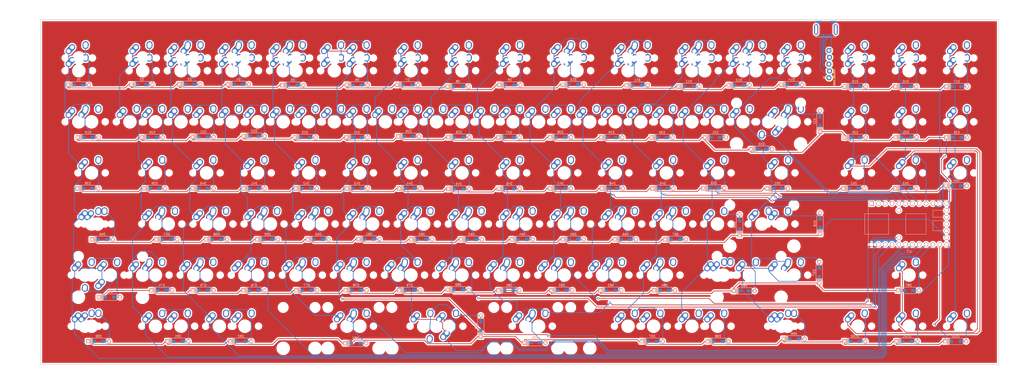
<source format=kicad_pcb>
(kicad_pcb (version 20171130) (host pcbnew "(5.0.0-rc2-dev-733-g23a9fcd91)")
  (layers (0 F.Cu signal) (31 B.Cu signal) (34 B.Paste user) (35 F.Paste user) (36 B.SilkS user) (37 F.SilkS user) (38 B.Mask user) (39 F.Mask user) (44 Edge.Cuts user))
  (net 0 "")
  (net 1 col11)
  (net 2 "Net-(D57-Pad2)")
  (net 3 col2)
  (net 4 col7)
  (net 5 "Net-(D79-Pad2)")
  (net 6 "Net-(D77-Pad2)")
  (net 7 col5)
  (net 8 row1)
  (net 9 "Net-(D1-Pad2)")
  (net 10 col4)
  (net 11 "Net-(D59-Pad2)")
  (net 12 "Net-(D2-Pad2)")
  (net 13 "Net-(D3-Pad2)")
  (net 14 "Net-(D4-Pad2)")
  (net 15 "Net-(D5-Pad2)")
  (net 16 "Net-(D6-Pad2)")
  (net 17 "Net-(D7-Pad2)")
  (net 18 "Net-(D8-Pad2)")
  (net 19 "Net-(D9-Pad2)")
  (net 20 "Net-(D10-Pad2)")
  (net 21 "Net-(D11-Pad2)")
  (net 22 "Net-(D12-Pad2)")
  (net 23 "Net-(D13-Pad2)")
  (net 24 "Net-(D14-Pad2)")
  (net 25 "Net-(D15-Pad2)")
  (net 26 "Net-(D16-Pad2)")
  (net 27 "Net-(D17-Pad2)")
  (net 28 "Net-(D18-Pad2)")
  (net 29 row2)
  (net 30 "Net-(D19-Pad2)")
  (net 31 "Net-(D20-Pad2)")
  (net 32 "Net-(D21-Pad2)")
  (net 33 "Net-(D22-Pad2)")
  (net 34 "Net-(D23-Pad2)")
  (net 35 "Net-(D24-Pad2)")
  (net 36 "Net-(D25-Pad2)")
  (net 37 "Net-(D26-Pad2)")
  (net 38 "Net-(D27-Pad2)")
  (net 39 "Net-(D28-Pad2)")
  (net 40 "Net-(D29-Pad2)")
  (net 41 "Net-(D30-Pad2)")
  (net 42 "Net-(D31-Pad2)")
  (net 43 row3)
  (net 44 "Net-(D32-Pad2)")
  (net 45 "Net-(D33-Pad2)")
  (net 46 "Net-(D34-Pad2)")
  (net 47 "Net-(D35-Pad2)")
  (net 48 "Net-(D36-Pad2)")
  (net 49 "Net-(D37-Pad2)")
  (net 50 "Net-(D38-Pad2)")
  (net 51 "Net-(D39-Pad2)")
  (net 52 "Net-(D40-Pad2)")
  (net 53 "Net-(D41-Pad2)")
  (net 54 "Net-(D42-Pad2)")
  (net 55 "Net-(D43-Pad2)")
  (net 56 "Net-(D44-Pad2)")
  (net 57 "Net-(D45-Pad2)")
  (net 58 "Net-(D46-Pad2)")
  (net 59 "Net-(D47-Pad2)")
  (net 60 "Net-(D48-Pad2)")
  (net 61 "Net-(D49-Pad2)")
  (net 62 "Net-(D50-Pad2)")
  (net 63 row4)
  (net 64 "Net-(D51-Pad2)")
  (net 65 "Net-(D52-Pad2)")
  (net 66 "Net-(D53-Pad2)")
  (net 67 "Net-(D54-Pad2)")
  (net 68 "Net-(D56-Pad2)")
  (net 69 "Net-(D58-Pad2)")
  (net 70 "Net-(D60-Pad2)")
  (net 71 "Net-(D61-Pad2)")
  (net 72 "Net-(D62-Pad2)")
  (net 73 "Net-(D63-Pad2)")
  (net 74 "Net-(D64-Pad2)")
  (net 75 "Net-(D65-Pad2)")
  (net 76 "Net-(D67-Pad2)")
  (net 77 "Net-(D68-Pad2)")
  (net 78 "Net-(D73-Pad2)")
  (net 79 row5)
  (net 80 "Net-(D74-Pad2)")
  (net 81 "Net-(D75-Pad2)")
  (net 82 "Net-(D76-Pad2)")
  (net 83 "Net-(D78-Pad2)")
  (net 84 "Net-(D80-Pad2)")
  (net 85 "Net-(D81-Pad2)")
  (net 86 "Net-(D82-Pad2)")
  (net 87 "Net-(D83-Pad2)")
  (net 88 "Net-(D84-Pad2)")
  (net 89 "Net-(D85-Pad2)")
  (net 90 "Net-(D87-Pad2)")
  (net 91 "Net-(D90-Pad2)")
  (net 92 row6)
  (net 93 "Net-(D91-Pad2)")
  (net 94 "Net-(D92-Pad2)")
  (net 95 "Net-(D93-Pad2)")
  (net 96 "Net-(D94-Pad2)")
  (net 97 "Net-(D95-Pad2)")
  (net 98 "Net-(D97-Pad2)")
  (net 99 "Net-(D98-Pad2)")
  (net 100 "Net-(D99-Pad2)")
  (net 101 "Net-(D100-Pad2)")
  (net 102 "Net-(D101-Pad2)")
  (net 103 "Net-(D102-Pad2)")
  (net 104 col6)
  (net 105 col9)
  (net 106 col8)
  (net 107 col10)
  (net 108 col3)
  (net 109 col12)
  (net 110 col13)
  (net 111 col18)
  (net 112 col17)
  (net 113 col16)
  (net 114 col15)
  (net 115 col1)
  (net 116 "Net-(U1-Pad15)")
  (net 117 "Net-(U1-Pad1)")
  (net 118 "Net-(U1-Pad14)")
  (net 119 "Net-(U1-Pad16)")
  (net 120 col14)
  (net 121 "Net-(U1-Pad30)")
  (net 122 GND)
  (net 123 "Net-(;1-Pad1)")
  (net 124 "Net-(U1-Pad2)")
  (net 125 "Net-(J1-Pad1)")
  (net 126 "Net-(J1-Pad2)")
  (net 127 "Net-(J1-Pad3)")
  (net 128 "Net-(J1-Pad4)")
  (net 129 "Net-(J1-Pad5)")
  (net 130 "Net-(J1-Pad6)")
  (module ai03_hybrid:MX-1.25U-NoLED (layer F.Cu) (at 252.4125 133.35)
    (fp_text reference kctrlc1)
    (fp_text value KEYSW)
    (pad 2 thru_hole oval (at 2.5 -4.5 86.0548) (size 2.831378 2.25) (drill 1.47 (offset 0.290689 0)) (layers *.Cu B.Mask) (net 98 "Net-(D97-Pad2)"))
    (pad 2 thru_hole circle (at 2.54 -5.08) (size 2.25 2.25) (drill 1.47) (layers *.Cu B.Mask) (net 98 "Net-(D97-Pad2)"))
    (pad 1 thru_hole oval (at -3.81 -2.54 48.0996) (size 4.211556 2.25) (drill 1.47 (offset 0.980778 0)) (layers *.Cu B.Mask) (net 109 col12))
    (pad "" np_thru_hole circle (at 0 0) (size 3.9878 3.9878) (drill 3.9878) (layers *.Cu *.Mask))
    (pad 1 thru_hole circle (at -2.5 -4) (size 2.25 2.25) (drill 1.47) (layers *.Cu B.Mask) (net 109 col12))
    (pad "" np_thru_hole circle (at -5.08 0 48.0996) (size 1.75 1.75) (drill 1.75) (layers *.Cu *.Mask))
    (pad "" np_thru_hole circle (at 5.08 0 48.0996) (size 1.75 1.75) (drill 1.75) (layers *.Cu *.Mask))
  )
  (module ai03_hybrid:MX-1U-NoLED (layer F.Cu) (at 357.1875 114.3)
    (fp_text reference K2b1)
    (fp_text value KEYSW)
    (pad "" np_thru_hole circle (at 5.08 0 48.0996) (size 1.75 1.75) (drill 1.75) (layers *.Cu *.Mask))
    (pad "" np_thru_hole circle (at -5.08 0 48.0996) (size 1.75 1.75) (drill 1.75) (layers *.Cu *.Mask))
    (pad 1 thru_hole circle (at -2.5 -4) (size 2.25 2.25) (drill 1.47) (layers *.Cu B.Mask) (net 112 col17))
    (pad "" np_thru_hole circle (at 0 0) (size 3.9878 3.9878) (drill 3.9878) (layers *.Cu *.Mask))
    (pad 1 thru_hole oval (at -3.81 -2.54 48.0996) (size 4.211556 2.25) (drill 1.47 (offset 0.980778 0)) (layers *.Cu B.Mask) (net 112 col17))
    (pad 2 thru_hole circle (at 2.54 -5.08) (size 2.25 2.25) (drill 1.47) (layers *.Cu B.Mask) (net 90 "Net-(D87-Pad2)"))
    (pad 2 thru_hole oval (at 2.5 -4.5 86.0548) (size 2.831378 2.25) (drill 1.47 (offset 0.290689 0)) (layers *.Cu B.Mask) (net 90 "Net-(D87-Pad2)"))
  )
  (module Helpful:Teensy2.0 (layer B.Cu) (at 357.1875 95.25)
    (fp_text reference U1 (at 0 10.16) (layer B.SilkS) (effects (justify mirror)))
    (fp_text value TEENSY2.0)
    (pad 31 thru_hole circle (at -3.81 5.08) (size 1.6 1.6) (drill 1.1) (layers *.Cu *.Mask B.SilkS) (net 107 col10))
    (pad 30 thru_hole circle (at -3.81 -5.08) (size 1.6 1.6) (drill 1.1) (layers *.Cu *.Mask B.SilkS) (net 121 "Net-(U1-Pad30)"))
    (pad 29 thru_hole circle (at -13.97 7.62) (size 1.6 1.6) (drill 1.1) (layers *.Cu *.Mask B.SilkS) (net 122 GND))
    (pad 28 thru_hole circle (at -11.43 7.62) (size 1.6 1.6) (drill 1.1) (layers *.Cu *.Mask B.SilkS) (net 105 col9))
    (pad 27 thru_hole circle (at -8.89 7.62) (size 1.6 1.6) (drill 1.1) (layers *.Cu *.Mask B.SilkS) (net 106 col8))
    (pad 26 thru_hole circle (at -6.35 7.62) (size 1.6 1.6) (drill 1.1) (layers *.Cu *.Mask B.SilkS) (net 104 col6))
    (pad 25 thru_hole circle (at -3.81 7.62) (size 1.6 1.6) (drill 1.1) (layers *.Cu *.Mask B.SilkS) (net 4 col7))
    (pad 24 thru_hole circle (at -1.27 7.62) (size 1.6 1.6) (drill 1.1) (layers *.Cu *.Mask B.SilkS) (net 7 col5))
    (pad 23 thru_hole circle (at 1.27 7.62) (size 1.6 1.6) (drill 1.1) (layers *.Cu *.Mask B.SilkS) (net 10 col4))
    (pad 22 thru_hole circle (at 3.81 7.62) (size 1.6 1.6) (drill 1.1) (layers *.Cu *.Mask B.SilkS) (net 108 col3))
    (pad 21 thru_hole circle (at 6.35 7.62) (size 1.6 1.6) (drill 1.1) (layers *.Cu *.Mask B.SilkS) (net 3 col2))
    (pad 20 thru_hole circle (at 8.89 7.62) (size 1.6 1.6) (drill 1.1) (layers *.Cu *.Mask B.SilkS) (net 115 col1))
    (pad 19 thru_hole circle (at 11.43 7.62) (size 1.6 1.6) (drill 1.1) (layers *.Cu *.Mask B.SilkS) (net 92 row6))
    (pad 18 thru_hole circle (at 13.97 7.62) (size 1.6 1.6) (drill 1.1) (layers *.Cu *.Mask B.SilkS) (net 79 row5))
    (pad 17 thru_hole circle (at 13.97 5.08) (size 1.6 1.6) (drill 1.1) (layers *.Cu *.Mask B.SilkS) (net 63 row4))
    (pad 16 thru_hole circle (at 13.97 2.54) (size 1.6 1.6) (drill 1.1) (layers *.Cu *.Mask B.SilkS) (net 119 "Net-(U1-Pad16)"))
    (pad 14 thru_hole circle (at 13.97 -2.54) (size 1.6 1.6) (drill 1.1) (layers *.Cu *.Mask B.SilkS) (net 118 "Net-(U1-Pad14)"))
    (pad 13 thru_hole circle (at 13.97 -5.08) (size 1.6 1.6) (drill 1.1) (layers *.Cu *.Mask B.SilkS) (net 43 row3))
    (pad 12 thru_hole circle (at 13.97 -7.62) (size 1.6 1.6) (drill 1.1) (layers *.Cu *.Mask B.SilkS) (net 29 row2))
    (pad 11 thru_hole circle (at 11.43 -7.62) (size 1.6 1.6) (drill 1.1) (layers *.Cu *.Mask B.SilkS) (net 8 row1))
    (pad 10 thru_hole circle (at 8.89 -7.62) (size 1.6 1.6) (drill 1.1) (layers *.Cu *.Mask B.SilkS) (net 111 col18))
    (pad 9 thru_hole circle (at 6.35 -7.62) (size 1.6 1.6) (drill 1.1) (layers *.Cu *.Mask B.SilkS) (net 112 col17))
    (pad 8 thru_hole circle (at 3.81 -7.62) (size 1.6 1.6) (drill 1.1) (layers *.Cu *.Mask B.SilkS) (net 113 col16))
    (pad 7 thru_hole circle (at 1.27 -7.62) (size 1.6 1.6) (drill 1.1) (layers *.Cu *.Mask B.SilkS) (net 114 col15))
    (pad 6 thru_hole circle (at -1.27 -7.62) (size 1.6 1.6) (drill 1.1) (layers *.Cu *.Mask B.SilkS) (net 120 col14))
    (pad 5 thru_hole circle (at -3.81 -7.62) (size 1.6 1.6) (drill 1.1) (layers *.Cu *.Mask B.SilkS) (net 110 col13))
    (pad 4 thru_hole circle (at -6.35 -7.62) (size 1.6 1.6) (drill 1.1) (layers *.Cu *.Mask B.SilkS) (net 109 col12))
    (pad 3 thru_hole circle (at -8.89 -7.62) (size 1.6 1.6) (drill 1.1) (layers *.Cu *.Mask B.SilkS) (net 1 col11))
    (pad 2 thru_hole circle (at -11.43 -7.62) (size 1.6 1.6) (drill 1.1) (layers *.Cu *.Mask B.SilkS) (net 124 "Net-(U1-Pad2)"))
    (pad 1 thru_hole rect (at -13.97 -7.62) (size 1.6 1.6) (drill 1.1) (layers *.Cu *.Mask B.SilkS) (net 117 "Net-(U1-Pad1)"))
    (pad 15 thru_hole circle (at 13.97 0) (size 1.6 1.6) (drill 1.1) (layers *.Cu *.Mask B.SilkS) (net 116 "Net-(U1-Pad15)"))
  )
  (module ai03_hybrid:MX-1U-NoLED (layer F.Cu) (at 357.1875 76.2)
    (fp_text reference K8b1)
    (fp_text value KEYSW)
    (pad 2 thru_hole oval (at 2.5 -4.5 86.0548) (size 2.831378 2.25) (drill 1.47 (offset 0.290689 0)) (layers *.Cu B.Mask) (net 66 "Net-(D53-Pad2)"))
    (pad 2 thru_hole circle (at 2.54 -5.08) (size 2.25 2.25) (drill 1.47) (layers *.Cu B.Mask) (net 66 "Net-(D53-Pad2)"))
    (pad 1 thru_hole oval (at -3.81 -2.54 48.0996) (size 4.211556 2.25) (drill 1.47 (offset 0.980778 0)) (layers *.Cu B.Mask) (net 112 col17))
    (pad "" np_thru_hole circle (at 0 0) (size 3.9878 3.9878) (drill 3.9878) (layers *.Cu *.Mask))
    (pad 1 thru_hole circle (at -2.5 -4) (size 2.25 2.25) (drill 1.47) (layers *.Cu B.Mask) (net 112 col17))
    (pad "" np_thru_hole circle (at -5.08 0 48.0996) (size 1.75 1.75) (drill 1.75) (layers *.Cu *.Mask))
    (pad "" np_thru_hole circle (at 5.08 0 48.0996) (size 1.75 1.75) (drill 1.75) (layers *.Cu *.Mask))
  )
  (module ai03_hybrid:MX-1U-NoLED (layer F.Cu) (at 314.325 33.3375)
    (fp_text reference Kesc2)
    (fp_text value KEYSW)
    (pad 2 thru_hole oval (at 2.5 -4.5 86.0548) (size 2.831378 2.25) (drill 1.47 (offset 0.290689 0)) (layers *.Cu B.Mask) (net 24 "Net-(D14-Pad2)"))
    (pad 2 thru_hole circle (at 2.54 -5.08) (size 2.25 2.25) (drill 1.47) (layers *.Cu B.Mask) (net 24 "Net-(D14-Pad2)"))
    (pad 1 thru_hole oval (at -3.81 -2.54 48.0996) (size 4.211556 2.25) (drill 1.47 (offset 0.980778 0)) (layers *.Cu B.Mask) (net 120 col14))
    (pad "" np_thru_hole circle (at 0 0) (size 3.9878 3.9878) (drill 3.9878) (layers *.Cu *.Mask))
    (pad 1 thru_hole circle (at -2.5 -4) (size 2.25 2.25) (drill 1.47) (layers *.Cu B.Mask) (net 120 col14))
    (pad "" np_thru_hole circle (at -5.08 0 48.0996) (size 1.75 1.75) (drill 1.75) (layers *.Cu *.Mask))
    (pad "" np_thru_hole circle (at 5.08 0 48.0996) (size 1.75 1.75) (drill 1.75) (layers *.Cu *.Mask))
  )
  (module ai03_hybrid:MX-1U-NoLED (layer F.Cu) (at 209.55 33.3375)
    (fp_text reference Kf8a1)
    (fp_text value KEYSW)
    (pad 2 thru_hole oval (at 2.5 -4.5 86.0548) (size 2.831378 2.25) (drill 1.47 (offset 0.290689 0)) (layers *.Cu B.Mask) (net 19 "Net-(D9-Pad2)"))
    (pad 2 thru_hole circle (at 2.54 -5.08) (size 2.25 2.25) (drill 1.47) (layers *.Cu B.Mask) (net 19 "Net-(D9-Pad2)"))
    (pad 1 thru_hole oval (at -3.81 -2.54 48.0996) (size 4.211556 2.25) (drill 1.47 (offset 0.980778 0)) (layers *.Cu B.Mask) (net 105 col9))
    (pad "" np_thru_hole circle (at 0 0) (size 3.9878 3.9878) (drill 3.9878) (layers *.Cu *.Mask))
    (pad 1 thru_hole circle (at -2.5 -4) (size 2.25 2.25) (drill 1.47) (layers *.Cu B.Mask) (net 105 col9))
    (pad "" np_thru_hole circle (at -5.08 0 48.0996) (size 1.75 1.75) (drill 1.75) (layers *.Cu *.Mask))
    (pad "" np_thru_hole circle (at 5.08 0 48.0996) (size 1.75 1.75) (drill 1.75) (layers *.Cu *.Mask))
  )
  (module ai03_hybrid:MX-1U-NoLED (layer F.Cu) (at 190.5 33.3375)
    (fp_text reference Kf7a1)
    (fp_text value KEYSW)
    (pad 2 thru_hole oval (at 2.5 -4.5 86.0548) (size 2.831378 2.25) (drill 1.47 (offset 0.290689 0)) (layers *.Cu B.Mask) (net 18 "Net-(D8-Pad2)"))
    (pad 2 thru_hole circle (at 2.54 -5.08) (size 2.25 2.25) (drill 1.47) (layers *.Cu B.Mask) (net 18 "Net-(D8-Pad2)"))
    (pad 1 thru_hole oval (at -3.81 -2.54 48.0996) (size 4.211556 2.25) (drill 1.47 (offset 0.980778 0)) (layers *.Cu B.Mask) (net 106 col8))
    (pad "" np_thru_hole circle (at 0 0) (size 3.9878 3.9878) (drill 3.9878) (layers *.Cu *.Mask))
    (pad 1 thru_hole circle (at -2.5 -4) (size 2.25 2.25) (drill 1.47) (layers *.Cu B.Mask) (net 106 col8))
    (pad "" np_thru_hole circle (at -5.08 0 48.0996) (size 1.75 1.75) (drill 1.75) (layers *.Cu *.Mask))
    (pad "" np_thru_hole circle (at 5.08 0 48.0996) (size 1.75 1.75) (drill 1.75) (layers *.Cu *.Mask))
  )
  (module ai03_hybrid:MX-1U-NoLED (layer F.Cu) (at 257.175 33.3375)
    (fp_text reference Kf10a1)
    (fp_text value KEYSW)
    (pad 2 thru_hole oval (at 2.5 -4.5 86.0548) (size 2.831378 2.25) (drill 1.47 (offset 0.290689 0)) (layers *.Cu B.Mask) (net 1 col11))
    (pad 2 thru_hole circle (at 2.54 -5.08) (size 2.25 2.25) (drill 1.47) (layers *.Cu B.Mask) (net 1 col11))
    (pad 1 thru_hole oval (at -3.81 -2.54 48.0996) (size 4.211556 2.25) (drill 1.47 (offset 0.980778 0)) (layers *.Cu B.Mask) (net 21 "Net-(D11-Pad2)"))
    (pad "" np_thru_hole circle (at 0 0) (size 3.9878 3.9878) (drill 3.9878) (layers *.Cu *.Mask))
    (pad 1 thru_hole circle (at -2.5 -4) (size 2.25 2.25) (drill 1.47) (layers *.Cu B.Mask) (net 21 "Net-(D11-Pad2)"))
    (pad "" np_thru_hole circle (at -5.08 0 48.0996) (size 1.75 1.75) (drill 1.75) (layers *.Cu *.Mask))
    (pad "" np_thru_hole circle (at 5.08 0 48.0996) (size 1.75 1.75) (drill 1.75) (layers *.Cu *.Mask))
  )
  (module ai03_hybrid:MX-1U-NoLED (layer F.Cu) (at 123.825 33.3375)
    (fp_text reference Kf3b1)
    (fp_text value KEYSW)
    (pad "" np_thru_hole circle (at 5.08 0 48.0996) (size 1.75 1.75) (drill 1.75) (layers *.Cu *.Mask))
    (pad "" np_thru_hole circle (at -5.08 0 48.0996) (size 1.75 1.75) (drill 1.75) (layers *.Cu *.Mask))
    (pad 1 thru_hole circle (at -2.5 -4) (size 2.25 2.25) (drill 1.47) (layers *.Cu B.Mask) (net 7 col5))
    (pad "" np_thru_hole circle (at 0 0) (size 3.9878 3.9878) (drill 3.9878) (layers *.Cu *.Mask))
    (pad 1 thru_hole oval (at -3.81 -2.54 48.0996) (size 4.211556 2.25) (drill 1.47 (offset 0.980778 0)) (layers *.Cu B.Mask) (net 7 col5))
    (pad 2 thru_hole circle (at 2.54 -5.08) (size 2.25 2.25) (drill 1.47) (layers *.Cu B.Mask) (net 15 "Net-(D5-Pad2)"))
    (pad 2 thru_hole oval (at 2.5 -4.5 86.0548) (size 2.831378 2.25) (drill 1.47 (offset 0.290689 0)) (layers *.Cu B.Mask) (net 15 "Net-(D5-Pad2)"))
  )
  (module ai03_hybrid:MX-1U-NoLED (layer F.Cu) (at 300.0375 33.3375)
    (fp_text reference Kf12a1)
    (fp_text value KEYSW)
    (pad 2 thru_hole oval (at 2.5 -4.5 86.0548) (size 2.831378 2.25) (drill 1.47 (offset 0.290689 0)) (layers *.Cu B.Mask) (net 110 col13))
    (pad 2 thru_hole circle (at 2.54 -5.08) (size 2.25 2.25) (drill 1.47) (layers *.Cu B.Mask) (net 110 col13))
    (pad 1 thru_hole oval (at -3.81 -2.54 48.0996) (size 4.211556 2.25) (drill 1.47 (offset 0.980778 0)) (layers *.Cu B.Mask) (net 23 "Net-(D13-Pad2)"))
    (pad "" np_thru_hole circle (at 0 0) (size 3.9878 3.9878) (drill 3.9878) (layers *.Cu *.Mask))
    (pad 1 thru_hole circle (at -2.5 -4) (size 2.25 2.25) (drill 1.47) (layers *.Cu B.Mask) (net 23 "Net-(D13-Pad2)"))
    (pad "" np_thru_hole circle (at -5.08 0 48.0996) (size 1.75 1.75) (drill 1.75) (layers *.Cu *.Mask))
    (pad "" np_thru_hole circle (at 5.08 0 48.0996) (size 1.75 1.75) (drill 1.75) (layers *.Cu *.Mask))
  )
  (module ai03_hybrid:MX-1U-NoLED (layer F.Cu) (at 109.5375 33.3375)
    (fp_text reference Kf3a1)
    (fp_text value KEYSW)
    (pad 2 thru_hole oval (at 2.5 -4.5 86.0548) (size 2.831378 2.25) (drill 1.47 (offset 0.290689 0)) (layers *.Cu B.Mask) (net 10 col4))
    (pad 2 thru_hole circle (at 2.54 -5.08) (size 2.25 2.25) (drill 1.47) (layers *.Cu B.Mask) (net 10 col4))
    (pad 1 thru_hole oval (at -3.81 -2.54 48.0996) (size 4.211556 2.25) (drill 1.47 (offset 0.980778 0)) (layers *.Cu B.Mask) (net 14 "Net-(D4-Pad2)"))
    (pad "" np_thru_hole circle (at 0 0) (size 3.9878 3.9878) (drill 3.9878) (layers *.Cu *.Mask))
    (pad 1 thru_hole circle (at -2.5 -4) (size 2.25 2.25) (drill 1.47) (layers *.Cu B.Mask) (net 14 "Net-(D4-Pad2)"))
    (pad "" np_thru_hole circle (at -5.08 0 48.0996) (size 1.75 1.75) (drill 1.75) (layers *.Cu *.Mask))
    (pad "" np_thru_hole circle (at 5.08 0 48.0996) (size 1.75 1.75) (drill 1.75) (layers *.Cu *.Mask))
  )
  (module ai03_hybrid:MX-1U-NoLED (layer F.Cu) (at 252.4125 33.3375)
    (fp_text reference Kf9b1)
    (fp_text value KEYSW)
    (pad 2 thru_hole oval (at 2.5 -4.5 86.0548) (size 2.831378 2.25) (drill 1.47 (offset 0.290689 0)) (layers *.Cu B.Mask) (net 21 "Net-(D11-Pad2)"))
    (pad 2 thru_hole circle (at 2.54 -5.08) (size 2.25 2.25) (drill 1.47) (layers *.Cu B.Mask) (net 21 "Net-(D11-Pad2)"))
    (pad 1 thru_hole oval (at -3.81 -2.54 48.0996) (size 4.211556 2.25) (drill 1.47 (offset 0.980778 0)) (layers *.Cu B.Mask) (net 1 col11))
    (pad "" np_thru_hole circle (at 0 0) (size 3.9878 3.9878) (drill 3.9878) (layers *.Cu *.Mask))
    (pad 1 thru_hole circle (at -2.5 -4) (size 2.25 2.25) (drill 1.47) (layers *.Cu B.Mask) (net 1 col11))
    (pad "" np_thru_hole circle (at -5.08 0 48.0996) (size 1.75 1.75) (drill 1.75) (layers *.Cu *.Mask))
    (pad "" np_thru_hole circle (at 5.08 0 48.0996) (size 1.75 1.75) (drill 1.75) (layers *.Cu *.Mask))
  )
  (module ai03_hybrid:MX-1U-NoLED (layer F.Cu) (at 142.875 33.3375)
    (fp_text reference Kf4b1)
    (fp_text value KEYSW)
    (pad 2 thru_hole oval (at 2.5 -4.5 86.0548) (size 2.831378 2.25) (drill 1.47 (offset 0.290689 0)) (layers *.Cu B.Mask) (net 16 "Net-(D6-Pad2)"))
    (pad 2 thru_hole circle (at 2.54 -5.08) (size 2.25 2.25) (drill 1.47) (layers *.Cu B.Mask) (net 16 "Net-(D6-Pad2)"))
    (pad 1 thru_hole oval (at -3.81 -2.54 48.0996) (size 4.211556 2.25) (drill 1.47 (offset 0.980778 0)) (layers *.Cu B.Mask) (net 104 col6))
    (pad "" np_thru_hole circle (at 0 0) (size 3.9878 3.9878) (drill 3.9878) (layers *.Cu *.Mask))
    (pad 1 thru_hole circle (at -2.5 -4) (size 2.25 2.25) (drill 1.47) (layers *.Cu B.Mask) (net 104 col6))
    (pad "" np_thru_hole circle (at -5.08 0 48.0996) (size 1.75 1.75) (drill 1.75) (layers *.Cu *.Mask))
    (pad "" np_thru_hole circle (at 5.08 0 48.0996) (size 1.75 1.75) (drill 1.75) (layers *.Cu *.Mask))
  )
  (module ai03_hybrid:MX-1U-NoLED (layer F.Cu) (at 295.275 33.3375)
    (fp_text reference Kf11b1)
    (fp_text value KEYSW)
    (pad "" np_thru_hole circle (at 5.08 0 48.0996) (size 1.75 1.75) (drill 1.75) (layers *.Cu *.Mask))
    (pad "" np_thru_hole circle (at -5.08 0 48.0996) (size 1.75 1.75) (drill 1.75) (layers *.Cu *.Mask))
    (pad 1 thru_hole circle (at -2.5 -4) (size 2.25 2.25) (drill 1.47) (layers *.Cu B.Mask) (net 110 col13))
    (pad "" np_thru_hole circle (at 0 0) (size 3.9878 3.9878) (drill 3.9878) (layers *.Cu *.Mask))
    (pad 1 thru_hole oval (at -3.81 -2.54 48.0996) (size 4.211556 2.25) (drill 1.47 (offset 0.980778 0)) (layers *.Cu B.Mask) (net 110 col13))
    (pad 2 thru_hole circle (at 2.54 -5.08) (size 2.25 2.25) (drill 1.47) (layers *.Cu B.Mask) (net 23 "Net-(D13-Pad2)"))
    (pad 2 thru_hole oval (at 2.5 -4.5 86.0548) (size 2.831378 2.25) (drill 1.47 (offset 0.290689 0)) (layers *.Cu B.Mask) (net 23 "Net-(D13-Pad2)"))
  )
  (module ai03_hybrid:MX-1U-NoLED (layer F.Cu) (at 171.45 33.3375)
    (fp_text reference Kf6a1)
    (fp_text value KEYSW)
    (pad 2 thru_hole oval (at 2.5 -4.5 86.0548) (size 2.831378 2.25) (drill 1.47 (offset 0.290689 0)) (layers *.Cu B.Mask) (net 17 "Net-(D7-Pad2)"))
    (pad 2 thru_hole circle (at 2.54 -5.08) (size 2.25 2.25) (drill 1.47) (layers *.Cu B.Mask) (net 17 "Net-(D7-Pad2)"))
    (pad 1 thru_hole oval (at -3.81 -2.54 48.0996) (size 4.211556 2.25) (drill 1.47 (offset 0.980778 0)) (layers *.Cu B.Mask) (net 4 col7))
    (pad "" np_thru_hole circle (at 0 0) (size 3.9878 3.9878) (drill 3.9878) (layers *.Cu *.Mask))
    (pad 1 thru_hole circle (at -2.5 -4) (size 2.25 2.25) (drill 1.47) (layers *.Cu B.Mask) (net 4 col7))
    (pad "" np_thru_hole circle (at -5.08 0 48.0996) (size 1.75 1.75) (drill 1.75) (layers *.Cu *.Mask))
    (pad "" np_thru_hole circle (at 5.08 0 48.0996) (size 1.75 1.75) (drill 1.75) (layers *.Cu *.Mask))
  )
  (module ai03_hybrid:MX-1U-NoLED (layer F.Cu) (at 276.225 33.3375)
    (fp_text reference Kf10b1)
    (fp_text value KEYSW)
    (pad 2 thru_hole oval (at 2.5 -4.5 86.0548) (size 2.831378 2.25) (drill 1.47 (offset 0.290689 0)) (layers *.Cu B.Mask) (net 22 "Net-(D12-Pad2)"))
    (pad 2 thru_hole circle (at 2.54 -5.08) (size 2.25 2.25) (drill 1.47) (layers *.Cu B.Mask) (net 22 "Net-(D12-Pad2)"))
    (pad 1 thru_hole oval (at -3.81 -2.54 48.0996) (size 4.211556 2.25) (drill 1.47 (offset 0.980778 0)) (layers *.Cu B.Mask) (net 109 col12))
    (pad "" np_thru_hole circle (at 0 0) (size 3.9878 3.9878) (drill 3.9878) (layers *.Cu *.Mask))
    (pad 1 thru_hole circle (at -2.5 -4) (size 2.25 2.25) (drill 1.47) (layers *.Cu B.Mask) (net 109 col12))
    (pad "" np_thru_hole circle (at -5.08 0 48.0996) (size 1.75 1.75) (drill 1.75) (layers *.Cu *.Mask))
    (pad "" np_thru_hole circle (at 5.08 0 48.0996) (size 1.75 1.75) (drill 1.75) (layers *.Cu *.Mask))
  )
  (module ai03_hybrid:MX-1U-NoLED (layer F.Cu) (at 104.775 33.3375)
    (fp_text reference Kf2b1)
    (fp_text value KEYSW)
    (pad "" np_thru_hole circle (at 5.08 0 48.0996) (size 1.75 1.75) (drill 1.75) (layers *.Cu *.Mask))
    (pad "" np_thru_hole circle (at -5.08 0 48.0996) (size 1.75 1.75) (drill 1.75) (layers *.Cu *.Mask))
    (pad 1 thru_hole circle (at -2.5 -4) (size 2.25 2.25) (drill 1.47) (layers *.Cu B.Mask) (net 10 col4))
    (pad "" np_thru_hole circle (at 0 0) (size 3.9878 3.9878) (drill 3.9878) (layers *.Cu *.Mask))
    (pad 1 thru_hole oval (at -3.81 -2.54 48.0996) (size 4.211556 2.25) (drill 1.47 (offset 0.980778 0)) (layers *.Cu B.Mask) (net 10 col4))
    (pad 2 thru_hole circle (at 2.54 -5.08) (size 2.25 2.25) (drill 1.47) (layers *.Cu B.Mask) (net 14 "Net-(D4-Pad2)"))
    (pad 2 thru_hole oval (at 2.5 -4.5 86.0548) (size 2.831378 2.25) (drill 1.47 (offset 0.290689 0)) (layers *.Cu B.Mask) (net 14 "Net-(D4-Pad2)"))
  )
  (module ai03_hybrid:MX-1U-NoLED (layer F.Cu) (at 85.725 33.3375)
    (fp_text reference Kf1b1)
    (fp_text value KEYSW)
    (pad 2 thru_hole oval (at 2.5 -4.5 86.0548) (size 2.831378 2.25) (drill 1.47 (offset 0.290689 0)) (layers *.Cu B.Mask) (net 13 "Net-(D3-Pad2)"))
    (pad 2 thru_hole circle (at 2.54 -5.08) (size 2.25 2.25) (drill 1.47) (layers *.Cu B.Mask) (net 13 "Net-(D3-Pad2)"))
    (pad 1 thru_hole oval (at -3.81 -2.54 48.0996) (size 4.211556 2.25) (drill 1.47 (offset 0.980778 0)) (layers *.Cu B.Mask) (net 108 col3))
    (pad "" np_thru_hole circle (at 0 0) (size 3.9878 3.9878) (drill 3.9878) (layers *.Cu *.Mask))
    (pad 1 thru_hole circle (at -2.5 -4) (size 2.25 2.25) (drill 1.47) (layers *.Cu B.Mask) (net 108 col3))
    (pad "" np_thru_hole circle (at -5.08 0 48.0996) (size 1.75 1.75) (drill 1.75) (layers *.Cu *.Mask))
    (pad "" np_thru_hole circle (at 5.08 0 48.0996) (size 1.75 1.75) (drill 1.75) (layers *.Cu *.Mask))
  )
  (module ai03_hybrid:MX-1U-NoLED (layer F.Cu) (at 233.3625 33.3375)
    (fp_text reference Kf9a1)
    (fp_text value KEYSW)
    (pad "" np_thru_hole circle (at 5.08 0 48.0996) (size 1.75 1.75) (drill 1.75) (layers *.Cu *.Mask))
    (pad "" np_thru_hole circle (at -5.08 0 48.0996) (size 1.75 1.75) (drill 1.75) (layers *.Cu *.Mask))
    (pad 1 thru_hole circle (at -2.5 -4) (size 2.25 2.25) (drill 1.47) (layers *.Cu B.Mask) (net 20 "Net-(D10-Pad2)"))
    (pad "" np_thru_hole circle (at 0 0) (size 3.9878 3.9878) (drill 3.9878) (layers *.Cu *.Mask))
    (pad 1 thru_hole oval (at -3.81 -2.54 48.0996) (size 4.211556 2.25) (drill 1.47 (offset 0.980778 0)) (layers *.Cu B.Mask) (net 20 "Net-(D10-Pad2)"))
    (pad 2 thru_hole circle (at 2.54 -5.08) (size 2.25 2.25) (drill 1.47) (layers *.Cu B.Mask) (net 107 col10))
    (pad 2 thru_hole oval (at 2.5 -4.5 86.0548) (size 2.831378 2.25) (drill 1.47 (offset 0.290689 0)) (layers *.Cu B.Mask) (net 107 col10))
  )
  (module ai03_hybrid:MX-1U-NoLED (layer F.Cu) (at 90.4875 33.3375)
    (fp_text reference Kf2a1)
    (fp_text value KEYSW)
    (pad 2 thru_hole oval (at 2.5 -4.5 86.0548) (size 2.831378 2.25) (drill 1.47 (offset 0.290689 0)) (layers *.Cu B.Mask) (net 108 col3))
    (pad 2 thru_hole circle (at 2.54 -5.08) (size 2.25 2.25) (drill 1.47) (layers *.Cu B.Mask) (net 108 col3))
    (pad 1 thru_hole oval (at -3.81 -2.54 48.0996) (size 4.211556 2.25) (drill 1.47 (offset 0.980778 0)) (layers *.Cu B.Mask) (net 13 "Net-(D3-Pad2)"))
    (pad "" np_thru_hole circle (at 0 0) (size 3.9878 3.9878) (drill 3.9878) (layers *.Cu *.Mask))
    (pad 1 thru_hole circle (at -2.5 -4) (size 2.25 2.25) (drill 1.47) (layers *.Cu B.Mask) (net 13 "Net-(D3-Pad2)"))
    (pad "" np_thru_hole circle (at -5.08 0 48.0996) (size 1.75 1.75) (drill 1.75) (layers *.Cu *.Mask))
    (pad "" np_thru_hole circle (at 5.08 0 48.0996) (size 1.75 1.75) (drill 1.75) (layers *.Cu *.Mask))
  )
  (module ai03_hybrid:MX-1U-NoLED (layer F.Cu) (at 228.6 33.3375)
    (fp_text reference Kf8b1)
    (fp_text value KEYSW)
    (pad "" np_thru_hole circle (at 5.08 0 48.0996) (size 1.75 1.75) (drill 1.75) (layers *.Cu *.Mask))
    (pad "" np_thru_hole circle (at -5.08 0 48.0996) (size 1.75 1.75) (drill 1.75) (layers *.Cu *.Mask))
    (pad 1 thru_hole circle (at -2.5 -4) (size 2.25 2.25) (drill 1.47) (layers *.Cu B.Mask) (net 107 col10))
    (pad "" np_thru_hole circle (at 0 0) (size 3.9878 3.9878) (drill 3.9878) (layers *.Cu *.Mask))
    (pad 1 thru_hole oval (at -3.81 -2.54 48.0996) (size 4.211556 2.25) (drill 1.47 (offset 0.980778 0)) (layers *.Cu B.Mask) (net 107 col10))
    (pad 2 thru_hole circle (at 2.54 -5.08) (size 2.25 2.25) (drill 1.47) (layers *.Cu B.Mask) (net 20 "Net-(D10-Pad2)"))
    (pad 2 thru_hole oval (at 2.5 -4.5 86.0548) (size 2.831378 2.25) (drill 1.47 (offset 0.290689 0)) (layers *.Cu B.Mask) (net 20 "Net-(D10-Pad2)"))
  )
  (module ai03_hybrid:MX-1U-NoLED (layer F.Cu) (at 128.5875 33.3375)
    (fp_text reference Kf4a1)
    (fp_text value KEYSW)
    (pad "" np_thru_hole circle (at 5.08 0 48.0996) (size 1.75 1.75) (drill 1.75) (layers *.Cu *.Mask))
    (pad "" np_thru_hole circle (at -5.08 0 48.0996) (size 1.75 1.75) (drill 1.75) (layers *.Cu *.Mask))
    (pad 1 thru_hole circle (at -2.5 -4) (size 2.25 2.25) (drill 1.47) (layers *.Cu B.Mask) (net 15 "Net-(D5-Pad2)"))
    (pad "" np_thru_hole circle (at 0 0) (size 3.9878 3.9878) (drill 3.9878) (layers *.Cu *.Mask))
    (pad 1 thru_hole oval (at -3.81 -2.54 48.0996) (size 4.211556 2.25) (drill 1.47 (offset 0.980778 0)) (layers *.Cu B.Mask) (net 15 "Net-(D5-Pad2)"))
    (pad 2 thru_hole circle (at 2.54 -5.08) (size 2.25 2.25) (drill 1.47) (layers *.Cu B.Mask) (net 7 col5))
    (pad 2 thru_hole oval (at 2.5 -4.5 86.0548) (size 2.831378 2.25) (drill 1.47 (offset 0.290689 0)) (layers *.Cu B.Mask) (net 7 col5))
  )
  (module ai03_hybrid:MX-1U-NoLED (layer F.Cu) (at 152.4 33.3375)
    (fp_text reference Kf5a1)
    (fp_text value KEYSW)
    (pad "" np_thru_hole circle (at 5.08 0 48.0996) (size 1.75 1.75) (drill 1.75) (layers *.Cu *.Mask))
    (pad "" np_thru_hole circle (at -5.08 0 48.0996) (size 1.75 1.75) (drill 1.75) (layers *.Cu *.Mask))
    (pad 1 thru_hole circle (at -2.5 -4) (size 2.25 2.25) (drill 1.47) (layers *.Cu B.Mask) (net 104 col6))
    (pad "" np_thru_hole circle (at 0 0) (size 3.9878 3.9878) (drill 3.9878) (layers *.Cu *.Mask))
    (pad 1 thru_hole oval (at -3.81 -2.54 48.0996) (size 4.211556 2.25) (drill 1.47 (offset 0.980778 0)) (layers *.Cu B.Mask) (net 104 col6))
    (pad 2 thru_hole circle (at 2.54 -5.08) (size 2.25 2.25) (drill 1.47) (layers *.Cu B.Mask) (net 16 "Net-(D6-Pad2)"))
    (pad 2 thru_hole oval (at 2.5 -4.5 86.0548) (size 2.831378 2.25) (drill 1.47 (offset 0.290689 0)) (layers *.Cu B.Mask) (net 16 "Net-(D6-Pad2)"))
  )
  (module ai03_hybrid:MX-1U-NoLED (layer F.Cu) (at 280.9875 33.3375)
    (fp_text reference Kf11a1)
    (fp_text value KEYSW)
    (pad 2 thru_hole oval (at 2.5 -4.5 86.0548) (size 2.831378 2.25) (drill 1.47 (offset 0.290689 0)) (layers *.Cu B.Mask) (net 109 col12))
    (pad 2 thru_hole circle (at 2.54 -5.08) (size 2.25 2.25) (drill 1.47) (layers *.Cu B.Mask) (net 109 col12))
    (pad 1 thru_hole oval (at -3.81 -2.54 48.0996) (size 4.211556 2.25) (drill 1.47 (offset 0.980778 0)) (layers *.Cu B.Mask) (net 22 "Net-(D12-Pad2)"))
    (pad "" np_thru_hole circle (at 0 0) (size 3.9878 3.9878) (drill 3.9878) (layers *.Cu *.Mask))
    (pad 1 thru_hole circle (at -2.5 -4) (size 2.25 2.25) (drill 1.47) (layers *.Cu B.Mask) (net 22 "Net-(D12-Pad2)"))
    (pad "" np_thru_hole circle (at -5.08 0 48.0996) (size 1.75 1.75) (drill 1.75) (layers *.Cu *.Mask))
    (pad "" np_thru_hole circle (at 5.08 0 48.0996) (size 1.75 1.75) (drill 1.75) (layers *.Cu *.Mask))
  )
  (module ai03_hybrid:MX-1U-NoLED (layer F.Cu) (at 85.725 38.1)
    (fp_text reference Kf1b1)
    (fp_text value KEYSW)
    (pad "" np_thru_hole circle (at 5.08 0 48.0996) (size 1.75 1.75) (drill 1.75) (layers *.Cu *.Mask))
    (pad "" np_thru_hole circle (at -5.08 0 48.0996) (size 1.75 1.75) (drill 1.75) (layers *.Cu *.Mask))
    (pad 1 thru_hole circle (at -2.5 -4) (size 2.25 2.25) (drill 1.47) (layers *.Cu B.Mask) (net 108 col3))
    (pad "" np_thru_hole circle (at 0 0) (size 3.9878 3.9878) (drill 3.9878) (layers *.Cu *.Mask))
    (pad 1 thru_hole oval (at -3.81 -2.54 48.0996) (size 4.211556 2.25) (drill 1.47 (offset 0.980778 0)) (layers *.Cu B.Mask) (net 108 col3))
    (pad 2 thru_hole circle (at 2.54 -5.08) (size 2.25 2.25) (drill 1.47) (layers *.Cu B.Mask) (net 13 "Net-(D3-Pad2)"))
    (pad 2 thru_hole oval (at 2.5 -4.5 86.0548) (size 2.831378 2.25) (drill 1.47 (offset 0.290689 0)) (layers *.Cu B.Mask) (net 13 "Net-(D3-Pad2)"))
  )
  (module ai03_hybrid:MX-1U-NoLED (layer F.Cu) (at 104.775 38.1)
    (fp_text reference Kf2b1)
    (fp_text value KEYSW)
    (pad 2 thru_hole oval (at 2.5 -4.5 86.0548) (size 2.831378 2.25) (drill 1.47 (offset 0.290689 0)) (layers *.Cu B.Mask) (net 14 "Net-(D4-Pad2)"))
    (pad 2 thru_hole circle (at 2.54 -5.08) (size 2.25 2.25) (drill 1.47) (layers *.Cu B.Mask) (net 14 "Net-(D4-Pad2)"))
    (pad 1 thru_hole oval (at -3.81 -2.54 48.0996) (size 4.211556 2.25) (drill 1.47 (offset 0.980778 0)) (layers *.Cu B.Mask) (net 10 col4))
    (pad "" np_thru_hole circle (at 0 0) (size 3.9878 3.9878) (drill 3.9878) (layers *.Cu *.Mask))
    (pad 1 thru_hole circle (at -2.5 -4) (size 2.25 2.25) (drill 1.47) (layers *.Cu B.Mask) (net 10 col4))
    (pad "" np_thru_hole circle (at -5.08 0 48.0996) (size 1.75 1.75) (drill 1.75) (layers *.Cu *.Mask))
    (pad "" np_thru_hole circle (at 5.08 0 48.0996) (size 1.75 1.75) (drill 1.75) (layers *.Cu *.Mask))
  )
  (module ai03_hybrid:MX-1U-NoLED (layer F.Cu) (at 123.825 38.1)
    (fp_text reference Kf3b1)
    (fp_text value KEYSW)
    (pad 2 thru_hole oval (at 2.5 -4.5 86.0548) (size 2.831378 2.25) (drill 1.47 (offset 0.290689 0)) (layers *.Cu B.Mask) (net 15 "Net-(D5-Pad2)"))
    (pad 2 thru_hole circle (at 2.54 -5.08) (size 2.25 2.25) (drill 1.47) (layers *.Cu B.Mask) (net 15 "Net-(D5-Pad2)"))
    (pad 1 thru_hole oval (at -3.81 -2.54 48.0996) (size 4.211556 2.25) (drill 1.47 (offset 0.980778 0)) (layers *.Cu B.Mask) (net 7 col5))
    (pad "" np_thru_hole circle (at 0 0) (size 3.9878 3.9878) (drill 3.9878) (layers *.Cu *.Mask))
    (pad 1 thru_hole circle (at -2.5 -4) (size 2.25 2.25) (drill 1.47) (layers *.Cu B.Mask) (net 7 col5))
    (pad "" np_thru_hole circle (at -5.08 0 48.0996) (size 1.75 1.75) (drill 1.75) (layers *.Cu *.Mask))
    (pad "" np_thru_hole circle (at 5.08 0 48.0996) (size 1.75 1.75) (drill 1.75) (layers *.Cu *.Mask))
  )
  (module ai03_hybrid:MX-1U-NoLED (layer F.Cu) (at 142.875 38.1)
    (fp_text reference Kf4b1)
    (fp_text value KEYSW)
    (pad "" np_thru_hole circle (at 5.08 0 48.0996) (size 1.75 1.75) (drill 1.75) (layers *.Cu *.Mask))
    (pad "" np_thru_hole circle (at -5.08 0 48.0996) (size 1.75 1.75) (drill 1.75) (layers *.Cu *.Mask))
    (pad 1 thru_hole circle (at -2.5 -4) (size 2.25 2.25) (drill 1.47) (layers *.Cu B.Mask) (net 104 col6))
    (pad "" np_thru_hole circle (at 0 0) (size 3.9878 3.9878) (drill 3.9878) (layers *.Cu *.Mask))
    (pad 1 thru_hole oval (at -3.81 -2.54 48.0996) (size 4.211556 2.25) (drill 1.47 (offset 0.980778 0)) (layers *.Cu B.Mask) (net 104 col6))
    (pad 2 thru_hole circle (at 2.54 -5.08) (size 2.25 2.25) (drill 1.47) (layers *.Cu B.Mask) (net 16 "Net-(D6-Pad2)"))
    (pad 2 thru_hole oval (at 2.5 -4.5 86.0548) (size 2.831378 2.25) (drill 1.47 (offset 0.290689 0)) (layers *.Cu B.Mask) (net 16 "Net-(D6-Pad2)"))
  )
  (module ai03_hybrid:MX-1U-NoLED (layer F.Cu) (at 152.4 38.1)
    (fp_text reference Kf5a1)
    (fp_text value KEYSW)
    (pad 2 thru_hole oval (at 2.5 -4.5 86.0548) (size 2.831378 2.25) (drill 1.47 (offset 0.290689 0)) (layers *.Cu B.Mask) (net 16 "Net-(D6-Pad2)"))
    (pad 2 thru_hole circle (at 2.54 -5.08) (size 2.25 2.25) (drill 1.47) (layers *.Cu B.Mask) (net 16 "Net-(D6-Pad2)"))
    (pad 1 thru_hole oval (at -3.81 -2.54 48.0996) (size 4.211556 2.25) (drill 1.47 (offset 0.980778 0)) (layers *.Cu B.Mask) (net 104 col6))
    (pad "" np_thru_hole circle (at 0 0) (size 3.9878 3.9878) (drill 3.9878) (layers *.Cu *.Mask))
    (pad 1 thru_hole circle (at -2.5 -4) (size 2.25 2.25) (drill 1.47) (layers *.Cu B.Mask) (net 104 col6))
    (pad "" np_thru_hole circle (at -5.08 0 48.0996) (size 1.75 1.75) (drill 1.75) (layers *.Cu *.Mask))
    (pad "" np_thru_hole circle (at 5.08 0 48.0996) (size 1.75 1.75) (drill 1.75) (layers *.Cu *.Mask))
  )
  (module ai03_hybrid:MX-1U-NoLED (layer F.Cu) (at 338.1375 38.1)
    (fp_text reference Kprnt1)
    (fp_text value KEYSW)
    (pad "" np_thru_hole circle (at 5.08 0 48.0996) (size 1.75 1.75) (drill 1.75) (layers *.Cu *.Mask))
    (pad "" np_thru_hole circle (at -5.08 0 48.0996) (size 1.75 1.75) (drill 1.75) (layers *.Cu *.Mask))
    (pad 1 thru_hole circle (at -2.5 -4) (size 2.25 2.25) (drill 1.47) (layers *.Cu B.Mask) (net 113 col16))
    (pad "" np_thru_hole circle (at 0 0) (size 3.9878 3.9878) (drill 3.9878) (layers *.Cu *.Mask))
    (pad 1 thru_hole oval (at -3.81 -2.54 48.0996) (size 4.211556 2.25) (drill 1.47 (offset 0.980778 0)) (layers *.Cu B.Mask) (net 113 col16))
    (pad 2 thru_hole circle (at 2.54 -5.08) (size 2.25 2.25) (drill 1.47) (layers *.Cu B.Mask) (net 25 "Net-(D15-Pad2)"))
    (pad 2 thru_hole oval (at 2.5 -4.5 86.0548) (size 2.831378 2.25) (drill 1.47 (offset 0.290689 0)) (layers *.Cu B.Mask) (net 25 "Net-(D15-Pad2)"))
  )
  (module ai03_hybrid:MX-1U-NoLED (layer F.Cu) (at 376.2375 38.1)
    (fp_text reference Kpause1)
    (fp_text value KEYSW)
    (pad 2 thru_hole oval (at 2.5 -4.5 86.0548) (size 2.831378 2.25) (drill 1.47 (offset 0.290689 0)) (layers *.Cu B.Mask) (net 27 "Net-(D17-Pad2)"))
    (pad 2 thru_hole circle (at 2.54 -5.08) (size 2.25 2.25) (drill 1.47) (layers *.Cu B.Mask) (net 27 "Net-(D17-Pad2)"))
    (pad 1 thru_hole oval (at -3.81 -2.54 48.0996) (size 4.211556 2.25) (drill 1.47 (offset 0.980778 0)) (layers *.Cu B.Mask) (net 111 col18))
    (pad "" np_thru_hole circle (at 0 0) (size 3.9878 3.9878) (drill 3.9878) (layers *.Cu *.Mask))
    (pad 1 thru_hole circle (at -2.5 -4) (size 2.25 2.25) (drill 1.47) (layers *.Cu B.Mask) (net 111 col18))
    (pad "" np_thru_hole circle (at -5.08 0 48.0996) (size 1.75 1.75) (drill 1.75) (layers *.Cu *.Mask))
    (pad "" np_thru_hole circle (at 5.08 0 48.0996) (size 1.75 1.75) (drill 1.75) (layers *.Cu *.Mask))
  )
  (module ai03_hybrid:MX-1U-NoLED (layer F.Cu) (at 357.1875 38.1)
    (fp_text reference Kscrll1)
    (fp_text value KEYSW)
    (pad 2 thru_hole oval (at 2.5 -4.5 86.0548) (size 2.831378 2.25) (drill 1.47 (offset 0.290689 0)) (layers *.Cu B.Mask) (net 26 "Net-(D16-Pad2)"))
    (pad 2 thru_hole circle (at 2.54 -5.08) (size 2.25 2.25) (drill 1.47) (layers *.Cu B.Mask) (net 26 "Net-(D16-Pad2)"))
    (pad 1 thru_hole oval (at -3.81 -2.54 48.0996) (size 4.211556 2.25) (drill 1.47 (offset 0.980778 0)) (layers *.Cu B.Mask) (net 112 col17))
    (pad "" np_thru_hole circle (at 0 0) (size 3.9878 3.9878) (drill 3.9878) (layers *.Cu *.Mask))
    (pad 1 thru_hole circle (at -2.5 -4) (size 2.25 2.25) (drill 1.47) (layers *.Cu B.Mask) (net 112 col17))
    (pad "" np_thru_hole circle (at -5.08 0 48.0996) (size 1.75 1.75) (drill 1.75) (layers *.Cu *.Mask))
    (pad "" np_thru_hole circle (at 5.08 0 48.0996) (size 1.75 1.75) (drill 1.75) (layers *.Cu *.Mask))
  )
  (module ai03_hybrid:MX-1U-NoLED (layer F.Cu) (at 280.9875 38.1)
    (fp_text reference Kf11a1)
    (fp_text value KEYSW)
    (pad "" np_thru_hole circle (at 5.08 0 48.0996) (size 1.75 1.75) (drill 1.75) (layers *.Cu *.Mask))
    (pad "" np_thru_hole circle (at -5.08 0 48.0996) (size 1.75 1.75) (drill 1.75) (layers *.Cu *.Mask))
    (pad 1 thru_hole circle (at -2.5 -4) (size 2.25 2.25) (drill 1.47) (layers *.Cu B.Mask) (net 22 "Net-(D12-Pad2)"))
    (pad "" np_thru_hole circle (at 0 0) (size 3.9878 3.9878) (drill 3.9878) (layers *.Cu *.Mask))
    (pad 1 thru_hole oval (at -3.81 -2.54 48.0996) (size 4.211556 2.25) (drill 1.47 (offset 0.980778 0)) (layers *.Cu B.Mask) (net 22 "Net-(D12-Pad2)"))
    (pad 2 thru_hole circle (at 2.54 -5.08) (size 2.25 2.25) (drill 1.47) (layers *.Cu B.Mask) (net 109 col12))
    (pad 2 thru_hole oval (at 2.5 -4.5 86.0548) (size 2.831378 2.25) (drill 1.47 (offset 0.290689 0)) (layers *.Cu B.Mask) (net 109 col12))
  )
  (module ai03_hybrid:MX-1U-NoLED (layer F.Cu) (at 295.275 38.1)
    (fp_text reference Kf11b1)
    (fp_text value KEYSW)
    (pad 2 thru_hole oval (at 2.5 -4.5 86.0548) (size 2.831378 2.25) (drill 1.47 (offset 0.290689 0)) (layers *.Cu B.Mask) (net 23 "Net-(D13-Pad2)"))
    (pad 2 thru_hole circle (at 2.54 -5.08) (size 2.25 2.25) (drill 1.47) (layers *.Cu B.Mask) (net 23 "Net-(D13-Pad2)"))
    (pad 1 thru_hole oval (at -3.81 -2.54 48.0996) (size 4.211556 2.25) (drill 1.47 (offset 0.980778 0)) (layers *.Cu B.Mask) (net 110 col13))
    (pad "" np_thru_hole circle (at 0 0) (size 3.9878 3.9878) (drill 3.9878) (layers *.Cu *.Mask))
    (pad 1 thru_hole circle (at -2.5 -4) (size 2.25 2.25) (drill 1.47) (layers *.Cu B.Mask) (net 110 col13))
    (pad "" np_thru_hole circle (at -5.08 0 48.0996) (size 1.75 1.75) (drill 1.75) (layers *.Cu *.Mask))
    (pad "" np_thru_hole circle (at 5.08 0 48.0996) (size 1.75 1.75) (drill 1.75) (layers *.Cu *.Mask))
  )
  (module ai03_hybrid:MX-1U-NoLED (layer F.Cu) (at 128.5875 38.1)
    (fp_text reference Kf4a1)
    (fp_text value KEYSW)
    (pad 2 thru_hole oval (at 2.5 -4.5 86.0548) (size 2.831378 2.25) (drill 1.47 (offset 0.290689 0)) (layers *.Cu B.Mask) (net 7 col5))
    (pad 2 thru_hole circle (at 2.54 -5.08) (size 2.25 2.25) (drill 1.47) (layers *.Cu B.Mask) (net 7 col5))
    (pad 1 thru_hole oval (at -3.81 -2.54 48.0996) (size 4.211556 2.25) (drill 1.47 (offset 0.980778 0)) (layers *.Cu B.Mask) (net 15 "Net-(D5-Pad2)"))
    (pad "" np_thru_hole circle (at 0 0) (size 3.9878 3.9878) (drill 3.9878) (layers *.Cu *.Mask))
    (pad 1 thru_hole circle (at -2.5 -4) (size 2.25 2.25) (drill 1.47) (layers *.Cu B.Mask) (net 15 "Net-(D5-Pad2)"))
    (pad "" np_thru_hole circle (at -5.08 0 48.0996) (size 1.75 1.75) (drill 1.75) (layers *.Cu *.Mask))
    (pad "" np_thru_hole circle (at 5.08 0 48.0996) (size 1.75 1.75) (drill 1.75) (layers *.Cu *.Mask))
  )
  (module ai03_hybrid:MX-1U-NoLED (layer F.Cu) (at 109.5375 38.1)
    (fp_text reference Kf3a1)
    (fp_text value KEYSW)
    (pad "" np_thru_hole circle (at 5.08 0 48.0996) (size 1.75 1.75) (drill 1.75) (layers *.Cu *.Mask))
    (pad "" np_thru_hole circle (at -5.08 0 48.0996) (size 1.75 1.75) (drill 1.75) (layers *.Cu *.Mask))
    (pad 1 thru_hole circle (at -2.5 -4) (size 2.25 2.25) (drill 1.47) (layers *.Cu B.Mask) (net 14 "Net-(D4-Pad2)"))
    (pad "" np_thru_hole circle (at 0 0) (size 3.9878 3.9878) (drill 3.9878) (layers *.Cu *.Mask))
    (pad 1 thru_hole oval (at -3.81 -2.54 48.0996) (size 4.211556 2.25) (drill 1.47 (offset 0.980778 0)) (layers *.Cu B.Mask) (net 14 "Net-(D4-Pad2)"))
    (pad 2 thru_hole circle (at 2.54 -5.08) (size 2.25 2.25) (drill 1.47) (layers *.Cu B.Mask) (net 10 col4))
    (pad 2 thru_hole oval (at 2.5 -4.5 86.0548) (size 2.831378 2.25) (drill 1.47 (offset 0.290689 0)) (layers *.Cu B.Mask) (net 10 col4))
  )
  (module ai03_hybrid:MX-1U-NoLED (layer F.Cu) (at 314.325 38.1)
    (fp_text reference Kesc2)
    (fp_text value KEYSW)
    (pad "" np_thru_hole circle (at 5.08 0 48.0996) (size 1.75 1.75) (drill 1.75) (layers *.Cu *.Mask))
    (pad "" np_thru_hole circle (at -5.08 0 48.0996) (size 1.75 1.75) (drill 1.75) (layers *.Cu *.Mask))
    (pad 1 thru_hole circle (at -2.5 -4) (size 2.25 2.25) (drill 1.47) (layers *.Cu B.Mask) (net 120 col14))
    (pad "" np_thru_hole circle (at 0 0) (size 3.9878 3.9878) (drill 3.9878) (layers *.Cu *.Mask))
    (pad 1 thru_hole oval (at -3.81 -2.54 48.0996) (size 4.211556 2.25) (drill 1.47 (offset 0.980778 0)) (layers *.Cu B.Mask) (net 120 col14))
    (pad 2 thru_hole circle (at 2.54 -5.08) (size 2.25 2.25) (drill 1.47) (layers *.Cu B.Mask) (net 24 "Net-(D14-Pad2)"))
    (pad 2 thru_hole oval (at 2.5 -4.5 86.0548) (size 2.831378 2.25) (drill 1.47 (offset 0.290689 0)) (layers *.Cu B.Mask) (net 24 "Net-(D14-Pad2)"))
  )
  (module ai03_hybrid:MX-1U-NoLED (layer F.Cu) (at 300.0375 38.1)
    (fp_text reference Kf12a1)
    (fp_text value KEYSW)
    (pad "" np_thru_hole circle (at 5.08 0 48.0996) (size 1.75 1.75) (drill 1.75) (layers *.Cu *.Mask))
    (pad "" np_thru_hole circle (at -5.08 0 48.0996) (size 1.75 1.75) (drill 1.75) (layers *.Cu *.Mask))
    (pad 1 thru_hole circle (at -2.5 -4) (size 2.25 2.25) (drill 1.47) (layers *.Cu B.Mask) (net 23 "Net-(D13-Pad2)"))
    (pad "" np_thru_hole circle (at 0 0) (size 3.9878 3.9878) (drill 3.9878) (layers *.Cu *.Mask))
    (pad 1 thru_hole oval (at -3.81 -2.54 48.0996) (size 4.211556 2.25) (drill 1.47 (offset 0.980778 0)) (layers *.Cu B.Mask) (net 23 "Net-(D13-Pad2)"))
    (pad 2 thru_hole circle (at 2.54 -5.08) (size 2.25 2.25) (drill 1.47) (layers *.Cu B.Mask) (net 110 col13))
    (pad 2 thru_hole oval (at 2.5 -4.5 86.0548) (size 2.831378 2.25) (drill 1.47 (offset 0.290689 0)) (layers *.Cu B.Mask) (net 110 col13))
  )
  (module ai03_hybrid:MX-1U-NoLED (layer F.Cu) (at 228.6 38.1)
    (fp_text reference Kf8b1)
    (fp_text value KEYSW)
    (pad 2 thru_hole oval (at 2.5 -4.5 86.0548) (size 2.831378 2.25) (drill 1.47 (offset 0.290689 0)) (layers *.Cu B.Mask) (net 20 "Net-(D10-Pad2)"))
    (pad 2 thru_hole circle (at 2.54 -5.08) (size 2.25 2.25) (drill 1.47) (layers *.Cu B.Mask) (net 20 "Net-(D10-Pad2)"))
    (pad 1 thru_hole oval (at -3.81 -2.54 48.0996) (size 4.211556 2.25) (drill 1.47 (offset 0.980778 0)) (layers *.Cu B.Mask) (net 107 col10))
    (pad "" np_thru_hole circle (at 0 0) (size 3.9878 3.9878) (drill 3.9878) (layers *.Cu *.Mask))
    (pad 1 thru_hole circle (at -2.5 -4) (size 2.25 2.25) (drill 1.47) (layers *.Cu B.Mask) (net 107 col10))
    (pad "" np_thru_hole circle (at -5.08 0 48.0996) (size 1.75 1.75) (drill 1.75) (layers *.Cu *.Mask))
    (pad "" np_thru_hole circle (at 5.08 0 48.0996) (size 1.75 1.75) (drill 1.75) (layers *.Cu *.Mask))
  )
  (module ai03_hybrid:MX-1U-NoLED (layer F.Cu) (at 233.3625 38.1)
    (fp_text reference Kf9a1)
    (fp_text value KEYSW)
    (pad 2 thru_hole oval (at 2.5 -4.5 86.0548) (size 2.831378 2.25) (drill 1.47 (offset 0.290689 0)) (layers *.Cu B.Mask) (net 107 col10))
    (pad 2 thru_hole circle (at 2.54 -5.08) (size 2.25 2.25) (drill 1.47) (layers *.Cu B.Mask) (net 107 col10))
    (pad 1 thru_hole oval (at -3.81 -2.54 48.0996) (size 4.211556 2.25) (drill 1.47 (offset 0.980778 0)) (layers *.Cu B.Mask) (net 20 "Net-(D10-Pad2)"))
    (pad "" np_thru_hole circle (at 0 0) (size 3.9878 3.9878) (drill 3.9878) (layers *.Cu *.Mask))
    (pad 1 thru_hole circle (at -2.5 -4) (size 2.25 2.25) (drill 1.47) (layers *.Cu B.Mask) (net 20 "Net-(D10-Pad2)"))
    (pad "" np_thru_hole circle (at -5.08 0 48.0996) (size 1.75 1.75) (drill 1.75) (layers *.Cu *.Mask))
    (pad "" np_thru_hole circle (at 5.08 0 48.0996) (size 1.75 1.75) (drill 1.75) (layers *.Cu *.Mask))
  )
  (module ai03_hybrid:MX-1U-NoLED (layer F.Cu) (at 90.4875 38.1)
    (fp_text reference Kf2a1)
    (fp_text value KEYSW)
    (pad "" np_thru_hole circle (at 5.08 0 48.0996) (size 1.75 1.75) (drill 1.75) (layers *.Cu *.Mask))
    (pad "" np_thru_hole circle (at -5.08 0 48.0996) (size 1.75 1.75) (drill 1.75) (layers *.Cu *.Mask))
    (pad 1 thru_hole circle (at -2.5 -4) (size 2.25 2.25) (drill 1.47) (layers *.Cu B.Mask) (net 13 "Net-(D3-Pad2)"))
    (pad "" np_thru_hole circle (at 0 0) (size 3.9878 3.9878) (drill 3.9878) (layers *.Cu *.Mask))
    (pad 1 thru_hole oval (at -3.81 -2.54 48.0996) (size 4.211556 2.25) (drill 1.47 (offset 0.980778 0)) (layers *.Cu B.Mask) (net 13 "Net-(D3-Pad2)"))
    (pad 2 thru_hole circle (at 2.54 -5.08) (size 2.25 2.25) (drill 1.47) (layers *.Cu B.Mask) (net 108 col3))
    (pad 2 thru_hole oval (at 2.5 -4.5 86.0548) (size 2.831378 2.25) (drill 1.47 (offset 0.290689 0)) (layers *.Cu B.Mask) (net 108 col3))
  )
  (module ai03_hybrid:MX-1U-NoLED (layer F.Cu) (at 257.175 38.1)
    (fp_text reference Kf10a1)
    (fp_text value KEYSW)
    (pad "" np_thru_hole circle (at 5.08 0 48.0996) (size 1.75 1.75) (drill 1.75) (layers *.Cu *.Mask))
    (pad "" np_thru_hole circle (at -5.08 0 48.0996) (size 1.75 1.75) (drill 1.75) (layers *.Cu *.Mask))
    (pad 1 thru_hole circle (at -2.5 -4) (size 2.25 2.25) (drill 1.47) (layers *.Cu B.Mask) (net 21 "Net-(D11-Pad2)"))
    (pad "" np_thru_hole circle (at 0 0) (size 3.9878 3.9878) (drill 3.9878) (layers *.Cu *.Mask))
    (pad 1 thru_hole oval (at -3.81 -2.54 48.0996) (size 4.211556 2.25) (drill 1.47 (offset 0.980778 0)) (layers *.Cu B.Mask) (net 21 "Net-(D11-Pad2)"))
    (pad 2 thru_hole circle (at 2.54 -5.08) (size 2.25 2.25) (drill 1.47) (layers *.Cu B.Mask) (net 1 col11))
    (pad 2 thru_hole oval (at 2.5 -4.5 86.0548) (size 2.831378 2.25) (drill 1.47 (offset 0.290689 0)) (layers *.Cu B.Mask) (net 1 col11))
  )
  (module ai03_hybrid:MX-1U-NoLED (layer F.Cu) (at 71.4375 38.1)
    (fp_text reference Kf1a1)
    (fp_text value KEYSW)
    (pad 2 thru_hole oval (at 2.5 -4.5 86.0548) (size 2.831378 2.25) (drill 1.47 (offset 0.290689 0)) (layers *.Cu B.Mask) (net 12 "Net-(D2-Pad2)"))
    (pad 2 thru_hole circle (at 2.54 -5.08) (size 2.25 2.25) (drill 1.47) (layers *.Cu B.Mask) (net 12 "Net-(D2-Pad2)"))
    (pad 1 thru_hole oval (at -3.81 -2.54 48.0996) (size 4.211556 2.25) (drill 1.47 (offset 0.980778 0)) (layers *.Cu B.Mask) (net 3 col2))
    (pad "" np_thru_hole circle (at 0 0) (size 3.9878 3.9878) (drill 3.9878) (layers *.Cu *.Mask))
    (pad 1 thru_hole circle (at -2.5 -4) (size 2.25 2.25) (drill 1.47) (layers *.Cu B.Mask) (net 3 col2))
    (pad "" np_thru_hole circle (at -5.08 0 48.0996) (size 1.75 1.75) (drill 1.75) (layers *.Cu *.Mask))
    (pad "" np_thru_hole circle (at 5.08 0 48.0996) (size 1.75 1.75) (drill 1.75) (layers *.Cu *.Mask))
  )
  (module ai03_hybrid:MX-1U-NoLED (layer F.Cu) (at 190.5 38.1)
    (fp_text reference Kf7a1)
    (fp_text value KEYSW)
    (pad "" np_thru_hole circle (at 5.08 0 48.0996) (size 1.75 1.75) (drill 1.75) (layers *.Cu *.Mask))
    (pad "" np_thru_hole circle (at -5.08 0 48.0996) (size 1.75 1.75) (drill 1.75) (layers *.Cu *.Mask))
    (pad 1 thru_hole circle (at -2.5 -4) (size 2.25 2.25) (drill 1.47) (layers *.Cu B.Mask) (net 106 col8))
    (pad "" np_thru_hole circle (at 0 0) (size 3.9878 3.9878) (drill 3.9878) (layers *.Cu *.Mask))
    (pad 1 thru_hole oval (at -3.81 -2.54 48.0996) (size 4.211556 2.25) (drill 1.47 (offset 0.980778 0)) (layers *.Cu B.Mask) (net 106 col8))
    (pad 2 thru_hole circle (at 2.54 -5.08) (size 2.25 2.25) (drill 1.47) (layers *.Cu B.Mask) (net 18 "Net-(D8-Pad2)"))
    (pad 2 thru_hole oval (at 2.5 -4.5 86.0548) (size 2.831378 2.25) (drill 1.47 (offset 0.290689 0)) (layers *.Cu B.Mask) (net 18 "Net-(D8-Pad2)"))
  )
  (module ai03_hybrid:MX-1U-NoLED (layer F.Cu) (at 276.225 38.1)
    (fp_text reference Kf10b1)
    (fp_text value KEYSW)
    (pad "" np_thru_hole circle (at 5.08 0 48.0996) (size 1.75 1.75) (drill 1.75) (layers *.Cu *.Mask))
    (pad "" np_thru_hole circle (at -5.08 0 48.0996) (size 1.75 1.75) (drill 1.75) (layers *.Cu *.Mask))
    (pad 1 thru_hole circle (at -2.5 -4) (size 2.25 2.25) (drill 1.47) (layers *.Cu B.Mask) (net 109 col12))
    (pad "" np_thru_hole circle (at 0 0) (size 3.9878 3.9878) (drill 3.9878) (layers *.Cu *.Mask))
    (pad 1 thru_hole oval (at -3.81 -2.54 48.0996) (size 4.211556 2.25) (drill 1.47 (offset 0.980778 0)) (layers *.Cu B.Mask) (net 109 col12))
    (pad 2 thru_hole circle (at 2.54 -5.08) (size 2.25 2.25) (drill 1.47) (layers *.Cu B.Mask) (net 22 "Net-(D12-Pad2)"))
    (pad 2 thru_hole oval (at 2.5 -4.5 86.0548) (size 2.831378 2.25) (drill 1.47 (offset 0.290689 0)) (layers *.Cu B.Mask) (net 22 "Net-(D12-Pad2)"))
  )
  (module ai03_hybrid:MX-1U-NoLED (layer F.Cu) (at 171.45 38.1)
    (fp_text reference Kf6a1)
    (fp_text value KEYSW)
    (pad "" np_thru_hole circle (at 5.08 0 48.0996) (size 1.75 1.75) (drill 1.75) (layers *.Cu *.Mask))
    (pad "" np_thru_hole circle (at -5.08 0 48.0996) (size 1.75 1.75) (drill 1.75) (layers *.Cu *.Mask))
    (pad 1 thru_hole circle (at -2.5 -4) (size 2.25 2.25) (drill 1.47) (layers *.Cu B.Mask) (net 4 col7))
    (pad "" np_thru_hole circle (at 0 0) (size 3.9878 3.9878) (drill 3.9878) (layers *.Cu *.Mask))
    (pad 1 thru_hole oval (at -3.81 -2.54 48.0996) (size 4.211556 2.25) (drill 1.47 (offset 0.980778 0)) (layers *.Cu B.Mask) (net 4 col7))
    (pad 2 thru_hole circle (at 2.54 -5.08) (size 2.25 2.25) (drill 1.47) (layers *.Cu B.Mask) (net 17 "Net-(D7-Pad2)"))
    (pad 2 thru_hole oval (at 2.5 -4.5 86.0548) (size 2.831378 2.25) (drill 1.47 (offset 0.290689 0)) (layers *.Cu B.Mask) (net 17 "Net-(D7-Pad2)"))
  )
  (module ai03_hybrid:MX-1U-NoLED (layer F.Cu) (at 209.55 38.1)
    (fp_text reference Kf8a1)
    (fp_text value KEYSW)
    (pad "" np_thru_hole circle (at 5.08 0 48.0996) (size 1.75 1.75) (drill 1.75) (layers *.Cu *.Mask))
    (pad "" np_thru_hole circle (at -5.08 0 48.0996) (size 1.75 1.75) (drill 1.75) (layers *.Cu *.Mask))
    (pad 1 thru_hole circle (at -2.5 -4) (size 2.25 2.25) (drill 1.47) (layers *.Cu B.Mask) (net 105 col9))
    (pad "" np_thru_hole circle (at 0 0) (size 3.9878 3.9878) (drill 3.9878) (layers *.Cu *.Mask))
    (pad 1 thru_hole oval (at -3.81 -2.54 48.0996) (size 4.211556 2.25) (drill 1.47 (offset 0.980778 0)) (layers *.Cu B.Mask) (net 105 col9))
    (pad 2 thru_hole circle (at 2.54 -5.08) (size 2.25 2.25) (drill 1.47) (layers *.Cu B.Mask) (net 19 "Net-(D9-Pad2)"))
    (pad 2 thru_hole oval (at 2.5 -4.5 86.0548) (size 2.831378 2.25) (drill 1.47 (offset 0.290689 0)) (layers *.Cu B.Mask) (net 19 "Net-(D9-Pad2)"))
  )
  (module ai03_hybrid:MX-1U-NoLED (layer F.Cu) (at 252.4125 38.1)
    (fp_text reference Kf9b1)
    (fp_text value KEYSW)
    (pad "" np_thru_hole circle (at 5.08 0 48.0996) (size 1.75 1.75) (drill 1.75) (layers *.Cu *.Mask))
    (pad "" np_thru_hole circle (at -5.08 0 48.0996) (size 1.75 1.75) (drill 1.75) (layers *.Cu *.Mask))
    (pad 1 thru_hole circle (at -2.5 -4) (size 2.25 2.25) (drill 1.47) (layers *.Cu B.Mask) (net 1 col11))
    (pad "" np_thru_hole circle (at 0 0) (size 3.9878 3.9878) (drill 3.9878) (layers *.Cu *.Mask))
    (pad 1 thru_hole oval (at -3.81 -2.54 48.0996) (size 4.211556 2.25) (drill 1.47 (offset 0.980778 0)) (layers *.Cu B.Mask) (net 1 col11))
    (pad 2 thru_hole circle (at 2.54 -5.08) (size 2.25 2.25) (drill 1.47) (layers *.Cu B.Mask) (net 21 "Net-(D11-Pad2)"))
    (pad 2 thru_hole oval (at 2.5 -4.5 86.0548) (size 2.831378 2.25) (drill 1.47 (offset 0.290689 0)) (layers *.Cu B.Mask) (net 21 "Net-(D11-Pad2)"))
  )
  (module ai03_hybrid:MX-1U-NoLED (layer F.Cu) (at 47.625 38.1)
    (fp_text reference Kesc1)
    (fp_text value KEYSW)
    (pad 2 thru_hole oval (at 2.5 -4.5 86.0548) (size 2.831378 2.25) (drill 1.47 (offset 0.290689 0)) (layers *.Cu B.Mask) (net 9 "Net-(D1-Pad2)"))
    (pad 2 thru_hole circle (at 2.54 -5.08) (size 2.25 2.25) (drill 1.47) (layers *.Cu B.Mask) (net 9 "Net-(D1-Pad2)"))
    (pad 1 thru_hole oval (at -3.81 -2.54 48.0996) (size 4.211556 2.25) (drill 1.47 (offset 0.980778 0)) (layers *.Cu B.Mask) (net 115 col1))
    (pad "" np_thru_hole circle (at 0 0) (size 3.9878 3.9878) (drill 3.9878) (layers *.Cu *.Mask))
    (pad 1 thru_hole circle (at -2.5 -4) (size 2.25 2.25) (drill 1.47) (layers *.Cu B.Mask) (net 115 col1))
    (pad "" np_thru_hole circle (at -5.08 0 48.0996) (size 1.75 1.75) (drill 1.75) (layers *.Cu *.Mask))
    (pad "" np_thru_hole circle (at 5.08 0 48.0996) (size 1.75 1.75) (drill 1.75) (layers *.Cu *.Mask))
  )
  (module ai03_hybrid:MX-1.25U-NoLED (layer F.Cu) (at 176.2125 133.35)
    (fp_text reference Kspaced1)
    (fp_text value KEYSW)
    (pad "" np_thru_hole circle (at 5.08 0 48.0996) (size 1.75 1.75) (drill 1.75) (layers *.Cu *.Mask))
    (pad "" np_thru_hole circle (at -5.08 0 48.0996) (size 1.75 1.75) (drill 1.75) (layers *.Cu *.Mask))
    (pad 1 thru_hole circle (at -2.5 -4) (size 2.25 2.25) (drill 1.47) (layers *.Cu B.Mask) (net 4 col7))
    (pad "" np_thru_hole circle (at 0 0) (size 3.9878 3.9878) (drill 3.9878) (layers *.Cu *.Mask))
    (pad 1 thru_hole oval (at -3.81 -2.54 48.0996) (size 4.211556 2.25) (drill 1.47 (offset 0.980778 0)) (layers *.Cu B.Mask) (net 4 col7))
    (pad 2 thru_hole circle (at 2.54 -5.08) (size 2.25 2.25) (drill 1.47) (layers *.Cu B.Mask) (net 96 "Net-(D94-Pad2)"))
    (pad 2 thru_hole oval (at 2.5 -4.5 86.0548) (size 2.831378 2.25) (drill 1.47 (offset 0.290689 0)) (layers *.Cu B.Mask) (net 96 "Net-(D94-Pad2)"))
  )
  (module ai03_hybrid:MX-1U-NoLED (layer F.Cu) (at 252.4125 95.25)
    (fp_text reference ;1)
    (fp_text value KEYSW)
    (pad 2 thru_hole oval (at 2.5 -4.5 86.0548) (size 2.831378 2.25) (drill 1.47 (offset 0.290689 0)) (layers *.Cu B.Mask) (net 1 col11))
    (pad 2 thru_hole circle (at 2.54 -5.08) (size 2.25 2.25) (drill 1.47) (layers *.Cu B.Mask) (net 1 col11))
    (pad 1 thru_hole oval (at -3.81 -2.54 48.0996) (size 4.211556 2.25) (drill 1.47 (offset 0.980778 0)) (layers *.Cu B.Mask) (net 123 "Net-(;1-Pad1)"))
    (pad "" np_thru_hole circle (at 0 0) (size 3.9878 3.9878) (drill 3.9878) (layers *.Cu *.Mask))
    (pad 1 thru_hole circle (at -2.5 -4) (size 2.25 2.25) (drill 1.47) (layers *.Cu B.Mask) (net 123 "Net-(;1-Pad1)"))
    (pad "" np_thru_hole circle (at -5.08 0 48.0996) (size 1.75 1.75) (drill 1.75) (layers *.Cu *.Mask))
    (pad "" np_thru_hole circle (at 5.08 0 48.0996) (size 1.75 1.75) (drill 1.75) (layers *.Cu *.Mask))
  )
  (module ai03_hybrid:MX-1U-NoLED (layer F.Cu) (at 80.9625 95.25)
    (fp_text reference a1)
    (fp_text value KEYSW)
    (pad 2 thru_hole oval (at 2.5 -4.5 86.0548) (size 2.831378 2.25) (drill 1.47 (offset 0.290689 0)) (layers *.Cu B.Mask) (net 3 col2))
    (pad 2 thru_hole circle (at 2.54 -5.08) (size 2.25 2.25) (drill 1.47) (layers *.Cu B.Mask) (net 3 col2))
    (pad 1 thru_hole oval (at -3.81 -2.54 48.0996) (size 4.211556 2.25) (drill 1.47 (offset 0.980778 0)) (layers *.Cu B.Mask) (net 2 "Net-(D57-Pad2)"))
    (pad "" np_thru_hole circle (at 0 0) (size 3.9878 3.9878) (drill 3.9878) (layers *.Cu *.Mask))
    (pad 1 thru_hole circle (at -2.5 -4) (size 2.25 2.25) (drill 1.47) (layers *.Cu B.Mask) (net 2 "Net-(D57-Pad2)"))
    (pad "" np_thru_hole circle (at -5.08 0 48.0996) (size 1.75 1.75) (drill 1.75) (layers *.Cu *.Mask))
    (pad "" np_thru_hole circle (at 5.08 0 48.0996) (size 1.75 1.75) (drill 1.75) (layers *.Cu *.Mask))
  )
  (module ai03_hybrid:MX-1U-NoLED (layer F.Cu) (at 166.6875 114.3)
    (fp_text reference b1)
    (fp_text value KEYSW)
    (pad "" np_thru_hole circle (at 5.08 0 48.0996) (size 1.75 1.75) (drill 1.75) (layers *.Cu *.Mask))
    (pad "" np_thru_hole circle (at -5.08 0 48.0996) (size 1.75 1.75) (drill 1.75) (layers *.Cu *.Mask))
    (pad 1 thru_hole circle (at -2.5 -4) (size 2.25 2.25) (drill 1.47) (layers *.Cu B.Mask) (net 4 col7))
    (pad "" np_thru_hole circle (at 0 0) (size 3.9878 3.9878) (drill 3.9878) (layers *.Cu *.Mask))
    (pad 1 thru_hole oval (at -3.81 -2.54 48.0996) (size 4.211556 2.25) (drill 1.47 (offset 0.980778 0)) (layers *.Cu B.Mask) (net 4 col7))
    (pad 2 thru_hole circle (at 2.54 -5.08) (size 2.25 2.25) (drill 1.47) (layers *.Cu B.Mask) (net 5 "Net-(D79-Pad2)"))
    (pad 2 thru_hole oval (at 2.5 -4.5 86.0548) (size 2.831378 2.25) (drill 1.47 (offset 0.290689 0)) (layers *.Cu B.Mask) (net 5 "Net-(D79-Pad2)"))
  )
  (module ai03_hybrid:MX-1U-NoLED (layer F.Cu) (at 128.5875 114.3)
    (fp_text reference c1)
    (fp_text value KEYSW)
    (pad 2 thru_hole oval (at 2.5 -4.5 86.0548) (size 2.831378 2.25) (drill 1.47 (offset 0.290689 0)) (layers *.Cu B.Mask) (net 6 "Net-(D77-Pad2)"))
    (pad 2 thru_hole circle (at 2.54 -5.08) (size 2.25 2.25) (drill 1.47) (layers *.Cu B.Mask) (net 6 "Net-(D77-Pad2)"))
    (pad 1 thru_hole oval (at -3.81 -2.54 48.0996) (size 4.211556 2.25) (drill 1.47 (offset 0.980778 0)) (layers *.Cu B.Mask) (net 7 col5))
    (pad "" np_thru_hole circle (at 0 0) (size 3.9878 3.9878) (drill 3.9878) (layers *.Cu *.Mask))
    (pad 1 thru_hole circle (at -2.5 -4) (size 2.25 2.25) (drill 1.47) (layers *.Cu B.Mask) (net 7 col5))
    (pad "" np_thru_hole circle (at -5.08 0 48.0996) (size 1.75 1.75) (drill 1.75) (layers *.Cu *.Mask))
    (pad "" np_thru_hole circle (at 5.08 0 48.0996) (size 1.75 1.75) (drill 1.75) (layers *.Cu *.Mask))
  )
  (module ai03_hybrid:MX-1U-NoLED (layer F.Cu) (at 119.0625 95.25)
    (fp_text reference d1)
    (fp_text value KEYSW)
    (pad "" np_thru_hole circle (at 5.08 0 48.0996) (size 1.75 1.75) (drill 1.75) (layers *.Cu *.Mask))
    (pad "" np_thru_hole circle (at -5.08 0 48.0996) (size 1.75 1.75) (drill 1.75) (layers *.Cu *.Mask))
    (pad 1 thru_hole circle (at -2.5 -4) (size 2.25 2.25) (drill 1.47) (layers *.Cu B.Mask) (net 11 "Net-(D59-Pad2)"))
    (pad "" np_thru_hole circle (at 0 0) (size 3.9878 3.9878) (drill 3.9878) (layers *.Cu *.Mask))
    (pad 1 thru_hole oval (at -3.81 -2.54 48.0996) (size 4.211556 2.25) (drill 1.47 (offset 0.980778 0)) (layers *.Cu B.Mask) (net 11 "Net-(D59-Pad2)"))
    (pad 2 thru_hole circle (at 2.54 -5.08) (size 2.25 2.25) (drill 1.47) (layers *.Cu B.Mask) (net 10 col4))
    (pad 2 thru_hole oval (at 2.5 -4.5 86.0548) (size 2.831378 2.25) (drill 1.47 (offset 0.290689 0)) (layers *.Cu B.Mask) (net 10 col4))
  )
  (module ai03_hybrid:MX-1U-NoLED (layer F.Cu) (at 114.3 76.2)
    (fp_text reference e1)
    (fp_text value KEYSW)
    (pad "" np_thru_hole circle (at 5.08 0 48.0996) (size 1.75 1.75) (drill 1.75) (layers *.Cu *.Mask))
    (pad "" np_thru_hole circle (at -5.08 0 48.0996) (size 1.75 1.75) (drill 1.75) (layers *.Cu *.Mask))
    (pad 1 thru_hole circle (at -2.5 -4) (size 2.25 2.25) (drill 1.47) (layers *.Cu B.Mask) (net 10 col4))
    (pad "" np_thru_hole circle (at 0 0) (size 3.9878 3.9878) (drill 3.9878) (layers *.Cu *.Mask))
    (pad 1 thru_hole oval (at -3.81 -2.54 48.0996) (size 4.211556 2.25) (drill 1.47 (offset 0.980778 0)) (layers *.Cu B.Mask) (net 10 col4))
    (pad 2 thru_hole circle (at 2.54 -5.08) (size 2.25 2.25) (drill 1.47) (layers *.Cu B.Mask) (net 53 "Net-(D41-Pad2)"))
    (pad 2 thru_hole oval (at 2.5 -4.5 86.0548) (size 2.831378 2.25) (drill 1.47 (offset 0.290689 0)) (layers *.Cu B.Mask) (net 53 "Net-(D41-Pad2)"))
  )
  (module ai03_hybrid:MX-1U-NoLED (layer F.Cu) (at 138.1125 95.25)
    (fp_text reference f1)
    (fp_text value KEYSW)
    (pad "" np_thru_hole circle (at 5.08 0 48.0996) (size 1.75 1.75) (drill 1.75) (layers *.Cu *.Mask))
    (pad "" np_thru_hole circle (at -5.08 0 48.0996) (size 1.75 1.75) (drill 1.75) (layers *.Cu *.Mask))
    (pad 1 thru_hole circle (at -2.5 -4) (size 2.25 2.25) (drill 1.47) (layers *.Cu B.Mask) (net 70 "Net-(D60-Pad2)"))
    (pad "" np_thru_hole circle (at 0 0) (size 3.9878 3.9878) (drill 3.9878) (layers *.Cu *.Mask))
    (pad 1 thru_hole oval (at -3.81 -2.54 48.0996) (size 4.211556 2.25) (drill 1.47 (offset 0.980778 0)) (layers *.Cu B.Mask) (net 70 "Net-(D60-Pad2)"))
    (pad 2 thru_hole circle (at 2.54 -5.08) (size 2.25 2.25) (drill 1.47) (layers *.Cu B.Mask) (net 7 col5))
    (pad 2 thru_hole oval (at 2.5 -4.5 86.0548) (size 2.831378 2.25) (drill 1.47 (offset 0.290689 0)) (layers *.Cu B.Mask) (net 7 col5))
  )
  (module ai03_hybrid:MX-1U-NoLED (layer F.Cu) (at 157.1625 95.25)
    (fp_text reference g1)
    (fp_text value KEYSW)
    (pad "" np_thru_hole circle (at 5.08 0 48.0996) (size 1.75 1.75) (drill 1.75) (layers *.Cu *.Mask))
    (pad "" np_thru_hole circle (at -5.08 0 48.0996) (size 1.75 1.75) (drill 1.75) (layers *.Cu *.Mask))
    (pad 1 thru_hole circle (at -2.5 -4) (size 2.25 2.25) (drill 1.47) (layers *.Cu B.Mask) (net 71 "Net-(D61-Pad2)"))
    (pad "" np_thru_hole circle (at 0 0) (size 3.9878 3.9878) (drill 3.9878) (layers *.Cu *.Mask))
    (pad 1 thru_hole oval (at -3.81 -2.54 48.0996) (size 4.211556 2.25) (drill 1.47 (offset 0.980778 0)) (layers *.Cu B.Mask) (net 71 "Net-(D61-Pad2)"))
    (pad 2 thru_hole circle (at 2.54 -5.08) (size 2.25 2.25) (drill 1.47) (layers *.Cu B.Mask) (net 104 col6))
    (pad 2 thru_hole oval (at 2.5 -4.5 86.0548) (size 2.831378 2.25) (drill 1.47 (offset 0.290689 0)) (layers *.Cu B.Mask) (net 104 col6))
  )
  (module ai03_hybrid:MX-1U-NoLED (layer F.Cu) (at 176.2125 95.25)
    (fp_text reference h1)
    (fp_text value KEYSW)
    (pad "" np_thru_hole circle (at 5.08 0 48.0996) (size 1.75 1.75) (drill 1.75) (layers *.Cu *.Mask))
    (pad "" np_thru_hole circle (at -5.08 0 48.0996) (size 1.75 1.75) (drill 1.75) (layers *.Cu *.Mask))
    (pad 1 thru_hole circle (at -2.5 -4) (size 2.25 2.25) (drill 1.47) (layers *.Cu B.Mask) (net 72 "Net-(D62-Pad2)"))
    (pad "" np_thru_hole circle (at 0 0) (size 3.9878 3.9878) (drill 3.9878) (layers *.Cu *.Mask))
    (pad 1 thru_hole oval (at -3.81 -2.54 48.0996) (size 4.211556 2.25) (drill 1.47 (offset 0.980778 0)) (layers *.Cu B.Mask) (net 72 "Net-(D62-Pad2)"))
    (pad 2 thru_hole circle (at 2.54 -5.08) (size 2.25 2.25) (drill 1.47) (layers *.Cu B.Mask) (net 4 col7))
    (pad 2 thru_hole oval (at 2.5 -4.5 86.0548) (size 2.831378 2.25) (drill 1.47 (offset 0.290689 0)) (layers *.Cu B.Mask) (net 4 col7))
  )
  (module ai03_hybrid:MX-1U-NoLED (layer F.Cu) (at 209.55 76.2)
    (fp_text reference i1)
    (fp_text value KEYSW)
    (pad "" np_thru_hole circle (at 5.08 0 48.0996) (size 1.75 1.75) (drill 1.75) (layers *.Cu *.Mask))
    (pad "" np_thru_hole circle (at -5.08 0 48.0996) (size 1.75 1.75) (drill 1.75) (layers *.Cu *.Mask))
    (pad 1 thru_hole circle (at -2.5 -4) (size 2.25 2.25) (drill 1.47) (layers *.Cu B.Mask) (net 105 col9))
    (pad "" np_thru_hole circle (at 0 0) (size 3.9878 3.9878) (drill 3.9878) (layers *.Cu *.Mask))
    (pad 1 thru_hole oval (at -3.81 -2.54 48.0996) (size 4.211556 2.25) (drill 1.47 (offset 0.980778 0)) (layers *.Cu B.Mask) (net 105 col9))
    (pad 2 thru_hole circle (at 2.54 -5.08) (size 2.25 2.25) (drill 1.47) (layers *.Cu B.Mask) (net 58 "Net-(D46-Pad2)"))
    (pad 2 thru_hole oval (at 2.5 -4.5 86.0548) (size 2.831378 2.25) (drill 1.47 (offset 0.290689 0)) (layers *.Cu B.Mask) (net 58 "Net-(D46-Pad2)"))
  )
  (module ai03_hybrid:MX-1U-NoLED (layer F.Cu) (at 195.2625 95.25)
    (fp_text reference j1)
    (fp_text value KEYSW)
    (pad 2 thru_hole oval (at 2.5 -4.5 86.0548) (size 2.831378 2.25) (drill 1.47 (offset 0.290689 0)) (layers *.Cu B.Mask) (net 106 col8))
    (pad 2 thru_hole circle (at 2.54 -5.08) (size 2.25 2.25) (drill 1.47) (layers *.Cu B.Mask) (net 106 col8))
    (pad 1 thru_hole oval (at -3.81 -2.54 48.0996) (size 4.211556 2.25) (drill 1.47 (offset 0.980778 0)) (layers *.Cu B.Mask) (net 73 "Net-(D63-Pad2)"))
    (pad "" np_thru_hole circle (at 0 0) (size 3.9878 3.9878) (drill 3.9878) (layers *.Cu *.Mask))
    (pad 1 thru_hole circle (at -2.5 -4) (size 2.25 2.25) (drill 1.47) (layers *.Cu B.Mask) (net 73 "Net-(D63-Pad2)"))
    (pad "" np_thru_hole circle (at -5.08 0 48.0996) (size 1.75 1.75) (drill 1.75) (layers *.Cu *.Mask))
    (pad "" np_thru_hole circle (at 5.08 0 48.0996) (size 1.75 1.75) (drill 1.75) (layers *.Cu *.Mask))
  )
  (module ai03_hybrid:MX-1U-NoLED (layer F.Cu) (at 242.8875 114.3)
    (fp_text reference K.1)
    (fp_text value KEYSW)
    (pad 2 thru_hole oval (at 2.5 -4.5 86.0548) (size 2.831378 2.25) (drill 1.47 (offset 0.290689 0)) (layers *.Cu B.Mask) (net 87 "Net-(D83-Pad2)"))
    (pad 2 thru_hole circle (at 2.54 -5.08) (size 2.25 2.25) (drill 1.47) (layers *.Cu B.Mask) (net 87 "Net-(D83-Pad2)"))
    (pad 1 thru_hole oval (at -3.81 -2.54 48.0996) (size 4.211556 2.25) (drill 1.47 (offset 0.980778 0)) (layers *.Cu B.Mask) (net 1 col11))
    (pad "" np_thru_hole circle (at 0 0) (size 3.9878 3.9878) (drill 3.9878) (layers *.Cu *.Mask))
    (pad 1 thru_hole circle (at -2.5 -4) (size 2.25 2.25) (drill 1.47) (layers *.Cu B.Mask) (net 1 col11))
    (pad "" np_thru_hole circle (at -5.08 0 48.0996) (size 1.75 1.75) (drill 1.75) (layers *.Cu *.Mask))
    (pad "" np_thru_hole circle (at 5.08 0 48.0996) (size 1.75 1.75) (drill 1.75) (layers *.Cu *.Mask))
  )
  (module ai03_hybrid:MX-1U-NoLED (layer F.Cu) (at 223.8375 114.3)
    (fp_text reference K,1)
    (fp_text value KEYSW)
    (pad "" np_thru_hole circle (at 5.08 0 48.0996) (size 1.75 1.75) (drill 1.75) (layers *.Cu *.Mask))
    (pad "" np_thru_hole circle (at -5.08 0 48.0996) (size 1.75 1.75) (drill 1.75) (layers *.Cu *.Mask))
    (pad 1 thru_hole circle (at -2.5 -4) (size 2.25 2.25) (drill 1.47) (layers *.Cu B.Mask) (net 107 col10))
    (pad "" np_thru_hole circle (at 0 0) (size 3.9878 3.9878) (drill 3.9878) (layers *.Cu *.Mask))
    (pad 1 thru_hole oval (at -3.81 -2.54 48.0996) (size 4.211556 2.25) (drill 1.47 (offset 0.980778 0)) (layers *.Cu B.Mask) (net 107 col10))
    (pad 2 thru_hole circle (at 2.54 -5.08) (size 2.25 2.25) (drill 1.47) (layers *.Cu B.Mask) (net 86 "Net-(D82-Pad2)"))
    (pad 2 thru_hole oval (at 2.5 -4.5 86.0548) (size 2.831378 2.25) (drill 1.47 (offset 0.290689 0)) (layers *.Cu B.Mask) (net 86 "Net-(D82-Pad2)"))
  )
  (module ai03_hybrid:MX-1U-NoLED (layer F.Cu) (at 238.125 57.15)
    (fp_text reference K0)
    (fp_text value KEYSW)
    (pad 2 thru_hole oval (at 2.5 -4.5 86.0548) (size 2.831378 2.25) (drill 1.47 (offset 0.290689 0)) (layers *.Cu B.Mask) (net 40 "Net-(D29-Pad2)"))
    (pad 2 thru_hole circle (at 2.54 -5.08) (size 2.25 2.25) (drill 1.47) (layers *.Cu B.Mask) (net 40 "Net-(D29-Pad2)"))
    (pad 1 thru_hole oval (at -3.81 -2.54 48.0996) (size 4.211556 2.25) (drill 1.47 (offset 0.980778 0)) (layers *.Cu B.Mask) (net 1 col11))
    (pad "" np_thru_hole circle (at 0 0) (size 3.9878 3.9878) (drill 3.9878) (layers *.Cu *.Mask))
    (pad 1 thru_hole circle (at -2.5 -4) (size 2.25 2.25) (drill 1.47) (layers *.Cu B.Mask) (net 1 col11))
    (pad "" np_thru_hole circle (at -5.08 0 48.0996) (size 1.75 1.75) (drill 1.75) (layers *.Cu *.Mask))
    (pad "" np_thru_hole circle (at 5.08 0 48.0996) (size 1.75 1.75) (drill 1.75) (layers *.Cu *.Mask))
  )
  (module ai03_hybrid:MX-1U-NoLED (layer F.Cu) (at 66.675 57.15)
    (fp_text reference K1)
    (fp_text value KEYSW)
    (pad 2 thru_hole oval (at 2.5 -4.5 86.0548) (size 2.831378 2.25) (drill 1.47 (offset 0.290689 0)) (layers *.Cu B.Mask) (net 31 "Net-(D20-Pad2)"))
    (pad 2 thru_hole circle (at 2.54 -5.08) (size 2.25 2.25) (drill 1.47) (layers *.Cu B.Mask) (net 31 "Net-(D20-Pad2)"))
    (pad 1 thru_hole oval (at -3.81 -2.54 48.0996) (size 4.211556 2.25) (drill 1.47 (offset 0.980778 0)) (layers *.Cu B.Mask) (net 3 col2))
    (pad "" np_thru_hole circle (at 0 0) (size 3.9878 3.9878) (drill 3.9878) (layers *.Cu *.Mask))
    (pad 1 thru_hole circle (at -2.5 -4) (size 2.25 2.25) (drill 1.47) (layers *.Cu B.Mask) (net 3 col2))
    (pad "" np_thru_hole circle (at -5.08 0 48.0996) (size 1.75 1.75) (drill 1.75) (layers *.Cu *.Mask))
    (pad "" np_thru_hole circle (at 5.08 0 48.0996) (size 1.75 1.75) (drill 1.75) (layers *.Cu *.Mask))
  )
  (module ai03_hybrid:MX-1U-NoLED (layer F.Cu) (at 214.3125 95.25)
    (fp_text reference k1)
    (fp_text value KEYSW)
    (pad "" np_thru_hole circle (at 5.08 0 48.0996) (size 1.75 1.75) (drill 1.75) (layers *.Cu *.Mask))
    (pad "" np_thru_hole circle (at -5.08 0 48.0996) (size 1.75 1.75) (drill 1.75) (layers *.Cu *.Mask))
    (pad 1 thru_hole circle (at -2.5 -4) (size 2.25 2.25) (drill 1.47) (layers *.Cu B.Mask) (net 74 "Net-(D64-Pad2)"))
    (pad "" np_thru_hole circle (at 0 0) (size 3.9878 3.9878) (drill 3.9878) (layers *.Cu *.Mask))
    (pad 1 thru_hole oval (at -3.81 -2.54 48.0996) (size 4.211556 2.25) (drill 1.47 (offset 0.980778 0)) (layers *.Cu B.Mask) (net 74 "Net-(D64-Pad2)"))
    (pad 2 thru_hole circle (at 2.54 -5.08) (size 2.25 2.25) (drill 1.47) (layers *.Cu B.Mask) (net 105 col9))
    (pad 2 thru_hole oval (at 2.5 -4.5 86.0548) (size 2.831378 2.25) (drill 1.47 (offset 0.290689 0)) (layers *.Cu B.Mask) (net 105 col9))
  )
  (module ai03_hybrid:MX-1U-NoLED (layer F.Cu) (at 85.725 57.15)
    (fp_text reference K2)
    (fp_text value KEYSW)
    (pad "" np_thru_hole circle (at 5.08 0 48.0996) (size 1.75 1.75) (drill 1.75) (layers *.Cu *.Mask))
    (pad "" np_thru_hole circle (at -5.08 0 48.0996) (size 1.75 1.75) (drill 1.75) (layers *.Cu *.Mask))
    (pad 1 thru_hole circle (at -2.5 -4) (size 2.25 2.25) (drill 1.47) (layers *.Cu B.Mask) (net 108 col3))
    (pad "" np_thru_hole circle (at 0 0) (size 3.9878 3.9878) (drill 3.9878) (layers *.Cu *.Mask))
    (pad 1 thru_hole oval (at -3.81 -2.54 48.0996) (size 4.211556 2.25) (drill 1.47 (offset 0.980778 0)) (layers *.Cu B.Mask) (net 108 col3))
    (pad 2 thru_hole circle (at 2.54 -5.08) (size 2.25 2.25) (drill 1.47) (layers *.Cu B.Mask) (net 32 "Net-(D21-Pad2)"))
    (pad 2 thru_hole oval (at 2.5 -4.5 86.0548) (size 2.831378 2.25) (drill 1.47 (offset 0.290689 0)) (layers *.Cu B.Mask) (net 32 "Net-(D21-Pad2)"))
  )
  (module ai03_hybrid:MX-1U-NoLED (layer F.Cu) (at 104.775 57.15)
    (fp_text reference K3)
    (fp_text value KEYSW)
    (pad 2 thru_hole oval (at 2.5 -4.5 86.0548) (size 2.831378 2.25) (drill 1.47 (offset 0.290689 0)) (layers *.Cu B.Mask) (net 33 "Net-(D22-Pad2)"))
    (pad 2 thru_hole circle (at 2.54 -5.08) (size 2.25 2.25) (drill 1.47) (layers *.Cu B.Mask) (net 33 "Net-(D22-Pad2)"))
    (pad 1 thru_hole oval (at -3.81 -2.54 48.0996) (size 4.211556 2.25) (drill 1.47 (offset 0.980778 0)) (layers *.Cu B.Mask) (net 10 col4))
    (pad "" np_thru_hole circle (at 0 0) (size 3.9878 3.9878) (drill 3.9878) (layers *.Cu *.Mask))
    (pad 1 thru_hole circle (at -2.5 -4) (size 2.25 2.25) (drill 1.47) (layers *.Cu B.Mask) (net 10 col4))
    (pad "" np_thru_hole circle (at -5.08 0 48.0996) (size 1.75 1.75) (drill 1.75) (layers *.Cu *.Mask))
    (pad "" np_thru_hole circle (at 5.08 0 48.0996) (size 1.75 1.75) (drill 1.75) (layers *.Cu *.Mask))
  )
  (module ai03_hybrid:MX-1U-NoLED (layer F.Cu) (at 123.825 57.15)
    (fp_text reference K4)
    (fp_text value KEYSW)
    (pad "" np_thru_hole circle (at 5.08 0 48.0996) (size 1.75 1.75) (drill 1.75) (layers *.Cu *.Mask))
    (pad "" np_thru_hole circle (at -5.08 0 48.0996) (size 1.75 1.75) (drill 1.75) (layers *.Cu *.Mask))
    (pad 1 thru_hole circle (at -2.5 -4) (size 2.25 2.25) (drill 1.47) (layers *.Cu B.Mask) (net 7 col5))
    (pad "" np_thru_hole circle (at 0 0) (size 3.9878 3.9878) (drill 3.9878) (layers *.Cu *.Mask))
    (pad 1 thru_hole oval (at -3.81 -2.54 48.0996) (size 4.211556 2.25) (drill 1.47 (offset 0.980778 0)) (layers *.Cu B.Mask) (net 7 col5))
    (pad 2 thru_hole circle (at 2.54 -5.08) (size 2.25 2.25) (drill 1.47) (layers *.Cu B.Mask) (net 34 "Net-(D23-Pad2)"))
    (pad 2 thru_hole oval (at 2.5 -4.5 86.0548) (size 2.831378 2.25) (drill 1.47 (offset 0.290689 0)) (layers *.Cu B.Mask) (net 34 "Net-(D23-Pad2)"))
  )
  (module ai03_hybrid:MX-1U-NoLED (layer F.Cu) (at 142.875 57.15)
    (fp_text reference K5)
    (fp_text value KEYSW)
    (pad "" np_thru_hole circle (at 5.08 0 48.0996) (size 1.75 1.75) (drill 1.75) (layers *.Cu *.Mask))
    (pad "" np_thru_hole circle (at -5.08 0 48.0996) (size 1.75 1.75) (drill 1.75) (layers *.Cu *.Mask))
    (pad 1 thru_hole circle (at -2.5 -4) (size 2.25 2.25) (drill 1.47) (layers *.Cu B.Mask) (net 104 col6))
    (pad "" np_thru_hole circle (at 0 0) (size 3.9878 3.9878) (drill 3.9878) (layers *.Cu *.Mask))
    (pad 1 thru_hole oval (at -3.81 -2.54 48.0996) (size 4.211556 2.25) (drill 1.47 (offset 0.980778 0)) (layers *.Cu B.Mask) (net 104 col6))
    (pad 2 thru_hole circle (at 2.54 -5.08) (size 2.25 2.25) (drill 1.47) (layers *.Cu B.Mask) (net 35 "Net-(D24-Pad2)"))
    (pad 2 thru_hole oval (at 2.5 -4.5 86.0548) (size 2.831378 2.25) (drill 1.47 (offset 0.290689 0)) (layers *.Cu B.Mask) (net 35 "Net-(D24-Pad2)"))
  )
  (module ai03_hybrid:MX-1U-NoLED (layer F.Cu) (at 161.925 57.15)
    (fp_text reference K6)
    (fp_text value KEYSW)
    (pad "" np_thru_hole circle (at 5.08 0 48.0996) (size 1.75 1.75) (drill 1.75) (layers *.Cu *.Mask))
    (pad "" np_thru_hole circle (at -5.08 0 48.0996) (size 1.75 1.75) (drill 1.75) (layers *.Cu *.Mask))
    (pad 1 thru_hole circle (at -2.5 -4) (size 2.25 2.25) (drill 1.47) (layers *.Cu B.Mask) (net 4 col7))
    (pad "" np_thru_hole circle (at 0 0) (size 3.9878 3.9878) (drill 3.9878) (layers *.Cu *.Mask))
    (pad 1 thru_hole oval (at -3.81 -2.54 48.0996) (size 4.211556 2.25) (drill 1.47 (offset 0.980778 0)) (layers *.Cu B.Mask) (net 4 col7))
    (pad 2 thru_hole circle (at 2.54 -5.08) (size 2.25 2.25) (drill 1.47) (layers *.Cu B.Mask) (net 36 "Net-(D25-Pad2)"))
    (pad 2 thru_hole oval (at 2.5 -4.5 86.0548) (size 2.831378 2.25) (drill 1.47 (offset 0.290689 0)) (layers *.Cu B.Mask) (net 36 "Net-(D25-Pad2)"))
  )
  (module ai03_hybrid:MX-1U-NoLED (layer F.Cu) (at 180.975 57.15)
    (fp_text reference K7)
    (fp_text value KEYSW)
    (pad "" np_thru_hole circle (at 5.08 0 48.0996) (size 1.75 1.75) (drill 1.75) (layers *.Cu *.Mask))
    (pad "" np_thru_hole circle (at -5.08 0 48.0996) (size 1.75 1.75) (drill 1.75) (layers *.Cu *.Mask))
    (pad 1 thru_hole circle (at -2.5 -4) (size 2.25 2.25) (drill 1.47) (layers *.Cu B.Mask) (net 106 col8))
    (pad "" np_thru_hole circle (at 0 0) (size 3.9878 3.9878) (drill 3.9878) (layers *.Cu *.Mask))
    (pad 1 thru_hole oval (at -3.81 -2.54 48.0996) (size 4.211556 2.25) (drill 1.47 (offset 0.980778 0)) (layers *.Cu B.Mask) (net 106 col8))
    (pad 2 thru_hole circle (at 2.54 -5.08) (size 2.25 2.25) (drill 1.47) (layers *.Cu B.Mask) (net 37 "Net-(D26-Pad2)"))
    (pad 2 thru_hole oval (at 2.5 -4.5 86.0548) (size 2.831378 2.25) (drill 1.47 (offset 0.290689 0)) (layers *.Cu B.Mask) (net 37 "Net-(D26-Pad2)"))
  )
  (module ai03_hybrid:MX-1U-NoLED (layer F.Cu) (at 200.025 57.15)
    (fp_text reference K8)
    (fp_text value KEYSW)
    (pad 2 thru_hole oval (at 2.5 -4.5 86.0548) (size 2.831378 2.25) (drill 1.47 (offset 0.290689 0)) (layers *.Cu B.Mask) (net 38 "Net-(D27-Pad2)"))
    (pad 2 thru_hole circle (at 2.54 -5.08) (size 2.25 2.25) (drill 1.47) (layers *.Cu B.Mask) (net 38 "Net-(D27-Pad2)"))
    (pad 1 thru_hole oval (at -3.81 -2.54 48.0996) (size 4.211556 2.25) (drill 1.47 (offset 0.980778 0)) (layers *.Cu B.Mask) (net 105 col9))
    (pad "" np_thru_hole circle (at 0 0) (size 3.9878 3.9878) (drill 3.9878) (layers *.Cu *.Mask))
    (pad 1 thru_hole circle (at -2.5 -4) (size 2.25 2.25) (drill 1.47) (layers *.Cu B.Mask) (net 105 col9))
    (pad "" np_thru_hole circle (at -5.08 0 48.0996) (size 1.75 1.75) (drill 1.75) (layers *.Cu *.Mask))
    (pad "" np_thru_hole circle (at 5.08 0 48.0996) (size 1.75 1.75) (drill 1.75) (layers *.Cu *.Mask))
  )
  (module ai03_hybrid:MX-1U-NoLED (layer F.Cu) (at 219.075 57.15)
    (fp_text reference K9)
    (fp_text value KEYSW)
    (pad "" np_thru_hole circle (at 5.08 0 48.0996) (size 1.75 1.75) (drill 1.75) (layers *.Cu *.Mask))
    (pad "" np_thru_hole circle (at -5.08 0 48.0996) (size 1.75 1.75) (drill 1.75) (layers *.Cu *.Mask))
    (pad 1 thru_hole circle (at -2.5 -4) (size 2.25 2.25) (drill 1.47) (layers *.Cu B.Mask) (net 107 col10))
    (pad "" np_thru_hole circle (at 0 0) (size 3.9878 3.9878) (drill 3.9878) (layers *.Cu *.Mask))
    (pad 1 thru_hole oval (at -3.81 -2.54 48.0996) (size 4.211556 2.25) (drill 1.47 (offset 0.980778 0)) (layers *.Cu B.Mask) (net 107 col10))
    (pad 2 thru_hole circle (at 2.54 -5.08) (size 2.25 2.25) (drill 1.47) (layers *.Cu B.Mask) (net 39 "Net-(D28-Pad2)"))
    (pad 2 thru_hole oval (at 2.5 -4.5 86.0548) (size 2.831378 2.25) (drill 1.47 (offset 0.290689 0)) (layers *.Cu B.Mask) (net 39 "Net-(D28-Pad2)"))
  )
  (module ai03_hybrid:MX-1U-NoLED (layer F.Cu) (at 266.7 76.2)
    (fp_text reference K11)
    (fp_text value KEYSW)
    (pad "" np_thru_hole circle (at 5.08 0 48.0996) (size 1.75 1.75) (drill 1.75) (layers *.Cu *.Mask))
    (pad "" np_thru_hole circle (at -5.08 0 48.0996) (size 1.75 1.75) (drill 1.75) (layers *.Cu *.Mask))
    (pad 1 thru_hole circle (at -2.5 -4) (size 2.25 2.25) (drill 1.47) (layers *.Cu B.Mask) (net 109 col12))
    (pad "" np_thru_hole circle (at 0 0) (size 3.9878 3.9878) (drill 3.9878) (layers *.Cu *.Mask))
    (pad 1 thru_hole oval (at -3.81 -2.54 48.0996) (size 4.211556 2.25) (drill 1.47 (offset 0.980778 0)) (layers *.Cu B.Mask) (net 109 col12))
    (pad 2 thru_hole circle (at 2.54 -5.08) (size 2.25 2.25) (drill 1.47) (layers *.Cu B.Mask) (net 61 "Net-(D49-Pad2)"))
    (pad 2 thru_hole oval (at 2.5 -4.5 86.0548) (size 2.831378 2.25) (drill 1.47 (offset 0.290689 0)) (layers *.Cu B.Mask) (net 61 "Net-(D49-Pad2)"))
  )
  (module ai03_hybrid:MX-1U-NoLED (layer F.Cu) (at 285.75 76.2)
    (fp_text reference K12)
    (fp_text value KEYSW)
    (pad 2 thru_hole oval (at 2.5 -4.5 86.0548) (size 2.831378 2.25) (drill 1.47 (offset 0.290689 0)) (layers *.Cu B.Mask) (net 62 "Net-(D50-Pad2)"))
    (pad 2 thru_hole circle (at 2.54 -5.08) (size 2.25 2.25) (drill 1.47) (layers *.Cu B.Mask) (net 62 "Net-(D50-Pad2)"))
    (pad 1 thru_hole oval (at -3.81 -2.54 48.0996) (size 4.211556 2.25) (drill 1.47 (offset 0.980778 0)) (layers *.Cu B.Mask) (net 110 col13))
    (pad "" np_thru_hole circle (at 0 0) (size 3.9878 3.9878) (drill 3.9878) (layers *.Cu *.Mask))
    (pad 1 thru_hole circle (at -2.5 -4) (size 2.25 2.25) (drill 1.47) (layers *.Cu B.Mask) (net 110 col13))
    (pad "" np_thru_hole circle (at -5.08 0 48.0996) (size 1.75 1.75) (drill 1.75) (layers *.Cu *.Mask))
    (pad "" np_thru_hole circle (at 5.08 0 48.0996) (size 1.75 1.75) (drill 1.75) (layers *.Cu *.Mask))
  )
  (module ai03_hybrid:MX-1U-NoLED (layer F.Cu) (at 271.4625 95.25)
    (fp_text reference K'1)
    (fp_text value KEYSW)
    (pad "" np_thru_hole circle (at 5.08 0 48.0996) (size 1.75 1.75) (drill 1.75) (layers *.Cu *.Mask))
    (pad "" np_thru_hole circle (at -5.08 0 48.0996) (size 1.75 1.75) (drill 1.75) (layers *.Cu *.Mask))
    (pad 1 thru_hole circle (at -2.5 -4) (size 2.25 2.25) (drill 1.47) (layers *.Cu B.Mask) (net 76 "Net-(D67-Pad2)"))
    (pad "" np_thru_hole circle (at 0 0) (size 3.9878 3.9878) (drill 3.9878) (layers *.Cu *.Mask))
    (pad 1 thru_hole oval (at -3.81 -2.54 48.0996) (size 4.211556 2.25) (drill 1.47 (offset 0.980778 0)) (layers *.Cu B.Mask) (net 76 "Net-(D67-Pad2)"))
    (pad 2 thru_hole circle (at 2.54 -5.08) (size 2.25 2.25) (drill 1.47) (layers *.Cu B.Mask) (net 109 col12))
    (pad 2 thru_hole oval (at 2.5 -4.5 86.0548) (size 2.831378 2.25) (drill 1.47 (offset 0.290689 0)) (layers *.Cu B.Mask) (net 109 col12))
  )
  (module ai03_hybrid:MX-1U-NoLED (layer F.Cu) (at 376.2375 57.15)
    (fp_text reference K*b1)
    (fp_text value KEYSW)
    (pad 2 thru_hole oval (at 2.5 -4.5 86.0548) (size 2.831378 2.25) (drill 1.47 (offset 0.290689 0)) (layers *.Cu B.Mask) (net 48 "Net-(D36-Pad2)"))
    (pad 2 thru_hole circle (at 2.54 -5.08) (size 2.25 2.25) (drill 1.47) (layers *.Cu B.Mask) (net 48 "Net-(D36-Pad2)"))
    (pad 1 thru_hole oval (at -3.81 -2.54 48.0996) (size 4.211556 2.25) (drill 1.47 (offset 0.980778 0)) (layers *.Cu B.Mask) (net 111 col18))
    (pad "" np_thru_hole circle (at 0 0) (size 3.9878 3.9878) (drill 3.9878) (layers *.Cu *.Mask))
    (pad 1 thru_hole circle (at -2.5 -4) (size 2.25 2.25) (drill 1.47) (layers *.Cu B.Mask) (net 111 col18))
    (pad "" np_thru_hole circle (at -5.08 0 48.0996) (size 1.75 1.75) (drill 1.75) (layers *.Cu *.Mask))
    (pad "" np_thru_hole circle (at 5.08 0 48.0996) (size 1.75 1.75) (drill 1.75) (layers *.Cu *.Mask))
  )
  (module ai03_hybrid:MX-1U-NoLED (layer F.Cu) (at 257.175 57.15)
    (fp_text reference K-1)
    (fp_text value KEYSW)
    (pad "" np_thru_hole circle (at 5.08 0 48.0996) (size 1.75 1.75) (drill 1.75) (layers *.Cu *.Mask))
    (pad "" np_thru_hole circle (at -5.08 0 48.0996) (size 1.75 1.75) (drill 1.75) (layers *.Cu *.Mask))
    (pad 1 thru_hole circle (at -2.5 -4) (size 2.25 2.25) (drill 1.47) (layers *.Cu B.Mask) (net 109 col12))
    (pad "" np_thru_hole circle (at 0 0) (size 3.9878 3.9878) (drill 3.9878) (layers *.Cu *.Mask))
    (pad 1 thru_hole oval (at -3.81 -2.54 48.0996) (size 4.211556 2.25) (drill 1.47 (offset 0.980778 0)) (layers *.Cu B.Mask) (net 109 col12))
    (pad 2 thru_hole circle (at 2.54 -5.08) (size 2.25 2.25) (drill 1.47) (layers *.Cu B.Mask) (net 41 "Net-(D30-Pad2)"))
    (pad 2 thru_hole oval (at 2.5 -4.5 86.0548) (size 2.831378 2.25) (drill 1.47 (offset 0.290689 0)) (layers *.Cu B.Mask) (net 41 "Net-(D30-Pad2)"))
  )
  (module ai03_hybrid:MX-1U-NoLED (layer F.Cu) (at 376.2375 133.35)
    (fp_text reference K.b1)
    (fp_text value KEYSW)
    (pad "" np_thru_hole circle (at 5.08 0 48.0996) (size 1.75 1.75) (drill 1.75) (layers *.Cu *.Mask))
    (pad "" np_thru_hole circle (at -5.08 0 48.0996) (size 1.75 1.75) (drill 1.75) (layers *.Cu *.Mask))
    (pad 1 thru_hole circle (at -2.5 -4) (size 2.25 2.25) (drill 1.47) (layers *.Cu B.Mask) (net 111 col18))
    (pad "" np_thru_hole circle (at 0 0) (size 3.9878 3.9878) (drill 3.9878) (layers *.Cu *.Mask))
    (pad 1 thru_hole oval (at -3.81 -2.54 48.0996) (size 4.211556 2.25) (drill 1.47 (offset 0.980778 0)) (layers *.Cu B.Mask) (net 111 col18))
    (pad 2 thru_hole circle (at 2.54 -5.08) (size 2.25 2.25) (drill 1.47) (layers *.Cu B.Mask) (net 103 "Net-(D102-Pad2)"))
    (pad 2 thru_hole oval (at 2.5 -4.5 86.0548) (size 2.831378 2.25) (drill 1.47 (offset 0.290689 0)) (layers *.Cu B.Mask) (net 103 "Net-(D102-Pad2)"))
  )
  (module ai03_hybrid:MX-1U-NoLED (layer F.Cu) (at 261.9375 114.3)
    (fp_text reference K/a1)
    (fp_text value KEYSW)
    (pad 2 thru_hole oval (at 2.5 -4.5 86.0548) (size 2.831378 2.25) (drill 1.47 (offset 0.290689 0)) (layers *.Cu B.Mask) (net 88 "Net-(D84-Pad2)"))
    (pad 2 thru_hole circle (at 2.54 -5.08) (size 2.25 2.25) (drill 1.47) (layers *.Cu B.Mask) (net 88 "Net-(D84-Pad2)"))
    (pad 1 thru_hole oval (at -3.81 -2.54 48.0996) (size 4.211556 2.25) (drill 1.47 (offset 0.980778 0)) (layers *.Cu B.Mask) (net 109 col12))
    (pad "" np_thru_hole circle (at 0 0) (size 3.9878 3.9878) (drill 3.9878) (layers *.Cu *.Mask))
    (pad 1 thru_hole circle (at -2.5 -4) (size 2.25 2.25) (drill 1.47) (layers *.Cu B.Mask) (net 109 col12))
    (pad "" np_thru_hole circle (at -5.08 0 48.0996) (size 1.75 1.75) (drill 1.75) (layers *.Cu *.Mask))
    (pad "" np_thru_hole circle (at 5.08 0 48.0996) (size 1.75 1.75) (drill 1.75) (layers *.Cu *.Mask))
  )
  (module ai03_hybrid:MX-1U-NoLED (layer F.Cu) (at 357.1875 57.15)
    (fp_text reference K/b1)
    (fp_text value KEYSW)
    (pad 2 thru_hole oval (at 2.5 -4.5 86.0548) (size 2.831378 2.25) (drill 1.47 (offset 0.290689 0)) (layers *.Cu B.Mask) (net 47 "Net-(D35-Pad2)"))
    (pad 2 thru_hole circle (at 2.54 -5.08) (size 2.25 2.25) (drill 1.47) (layers *.Cu B.Mask) (net 47 "Net-(D35-Pad2)"))
    (pad 1 thru_hole oval (at -3.81 -2.54 48.0996) (size 4.211556 2.25) (drill 1.47 (offset 0.980778 0)) (layers *.Cu B.Mask) (net 112 col17))
    (pad "" np_thru_hole circle (at 0 0) (size 3.9878 3.9878) (drill 3.9878) (layers *.Cu *.Mask))
    (pad 1 thru_hole circle (at -2.5 -4) (size 2.25 2.25) (drill 1.47) (layers *.Cu B.Mask) (net 112 col17))
    (pad "" np_thru_hole circle (at -5.08 0 48.0996) (size 1.75 1.75) (drill 1.75) (layers *.Cu *.Mask))
    (pad "" np_thru_hole circle (at 5.08 0 48.0996) (size 1.75 1.75) (drill 1.75) (layers *.Cu *.Mask))
  )
  (module ai03_hybrid:MX-1.75U-NoLED (layer F.Cu) (at 288.0125 114.3)
    (fp_text reference K/b2)
    (fp_text value KEYSW)
    (pad 2 thru_hole oval (at 2.5 -4.5 86.0548) (size 2.831378 2.25) (drill 1.47 (offset 0.290689 0)) (layers *.Cu B.Mask) (net 89 "Net-(D85-Pad2)"))
    (pad 2 thru_hole circle (at 2.54 -5.08) (size 2.25 2.25) (drill 1.47) (layers *.Cu B.Mask) (net 89 "Net-(D85-Pad2)"))
    (pad 1 thru_hole oval (at -3.81 -2.54 48.0996) (size 4.211556 2.25) (drill 1.47 (offset 0.980778 0)) (layers *.Cu B.Mask) (net 110 col13))
    (pad "" np_thru_hole circle (at 0 0) (size 3.9878 3.9878) (drill 3.9878) (layers *.Cu *.Mask))
    (pad 1 thru_hole circle (at -2.5 -4) (size 2.25 2.25) (drill 1.47) (layers *.Cu B.Mask) (net 110 col13))
    (pad "" np_thru_hole circle (at -5.08 0 48.0996) (size 1.75 1.75) (drill 1.75) (layers *.Cu *.Mask))
    (pad "" np_thru_hole circle (at 5.08 0 48.0996) (size 1.75 1.75) (drill 1.75) (layers *.Cu *.Mask))
  )
  (module ai03_hybrid:MX-1U-NoLED (layer F.Cu) (at 338.1375 133.35)
    (fp_text reference K0b1)
    (fp_text value KEYSW)
    (pad 2 thru_hole oval (at 2.5 -4.5 86.0548) (size 2.831378 2.25) (drill 1.47 (offset 0.290689 0)) (layers *.Cu B.Mask) (net 101 "Net-(D100-Pad2)"))
    (pad 2 thru_hole circle (at 2.54 -5.08) (size 2.25 2.25) (drill 1.47) (layers *.Cu B.Mask) (net 101 "Net-(D100-Pad2)"))
    (pad 1 thru_hole oval (at -3.81 -2.54 48.0996) (size 4.211556 2.25) (drill 1.47 (offset 0.980778 0)) (layers *.Cu B.Mask) (net 113 col16))
    (pad "" np_thru_hole circle (at 0 0) (size 3.9878 3.9878) (drill 3.9878) (layers *.Cu *.Mask))
    (pad 1 thru_hole circle (at -2.5 -4) (size 2.25 2.25) (drill 1.47) (layers *.Cu B.Mask) (net 113 col16))
    (pad "" np_thru_hole circle (at -5.08 0 48.0996) (size 1.75 1.75) (drill 1.75) (layers *.Cu *.Mask))
    (pad "" np_thru_hole circle (at 5.08 0 48.0996) (size 1.75 1.75) (drill 1.75) (layers *.Cu *.Mask))
  )
  (module ai03_hybrid:MX-1U-NoLED (layer F.Cu) (at 357.1875 133.35)
    (fp_text reference K0c1)
    (fp_text value KEYSW)
    (pad "" np_thru_hole circle (at 5.08 0 48.0996) (size 1.75 1.75) (drill 1.75) (layers *.Cu *.Mask))
    (pad "" np_thru_hole circle (at -5.08 0 48.0996) (size 1.75 1.75) (drill 1.75) (layers *.Cu *.Mask))
    (pad 1 thru_hole circle (at -2.5 -4) (size 2.25 2.25) (drill 1.47) (layers *.Cu B.Mask) (net 112 col17))
    (pad "" np_thru_hole circle (at 0 0) (size 3.9878 3.9878) (drill 3.9878) (layers *.Cu *.Mask))
    (pad 1 thru_hole oval (at -3.81 -2.54 48.0996) (size 4.211556 2.25) (drill 1.47 (offset 0.980778 0)) (layers *.Cu B.Mask) (net 112 col17))
    (pad 2 thru_hole circle (at 2.54 -5.08) (size 2.25 2.25) (drill 1.47) (layers *.Cu B.Mask) (net 102 "Net-(D101-Pad2)"))
    (pad 2 thru_hole oval (at 2.5 -4.5 86.0548) (size 2.831378 2.25) (drill 1.47 (offset 0.290689 0)) (layers *.Cu B.Mask) (net 102 "Net-(D101-Pad2)"))
  )
  (module ai03_hybrid:MX-1U-NoLED (layer F.Cu) (at 338.1375 76.2)
    (fp_text reference K7b1)
    (fp_text value KEYSW)
    (pad 2 thru_hole oval (at 2.5 -4.5 86.0548) (size 2.831378 2.25) (drill 1.47 (offset 0.290689 0)) (layers *.Cu B.Mask) (net 65 "Net-(D52-Pad2)"))
    (pad 2 thru_hole circle (at 2.54 -5.08) (size 2.25 2.25) (drill 1.47) (layers *.Cu B.Mask) (net 65 "Net-(D52-Pad2)"))
    (pad 1 thru_hole oval (at -3.81 -2.54 48.0996) (size 4.211556 2.25) (drill 1.47 (offset 0.980778 0)) (layers *.Cu B.Mask) (net 113 col16))
    (pad "" np_thru_hole circle (at 0 0) (size 3.9878 3.9878) (drill 3.9878) (layers *.Cu *.Mask))
    (pad 1 thru_hole circle (at -2.5 -4) (size 2.25 2.25) (drill 1.47) (layers *.Cu B.Mask) (net 113 col16))
    (pad "" np_thru_hole circle (at -5.08 0 48.0996) (size 1.75 1.75) (drill 1.75) (layers *.Cu *.Mask))
    (pad "" np_thru_hole circle (at 5.08 0 48.0996) (size 1.75 1.75) (drill 1.75) (layers *.Cu *.Mask))
  )
  (module ai03_hybrid:MX-1U-NoLED (layer F.Cu) (at 376.2375 76.2)
    (fp_text reference K9b1)
    (fp_text value KEYSW)
    (pad 2 thru_hole oval (at 2.5 -4.5 86.0548) (size 2.831378 2.25) (drill 1.47 (offset 0.290689 0)) (layers *.Cu B.Mask) (net 67 "Net-(D54-Pad2)"))
    (pad 2 thru_hole circle (at 2.54 -5.08) (size 2.25 2.25) (drill 1.47) (layers *.Cu B.Mask) (net 67 "Net-(D54-Pad2)"))
    (pad 1 thru_hole oval (at -3.81 -2.54 48.0996) (size 4.211556 2.25) (drill 1.47 (offset 0.980778 0)) (layers *.Cu B.Mask) (net 111 col18))
    (pad "" np_thru_hole circle (at 0 0) (size 3.9878 3.9878) (drill 3.9878) (layers *.Cu *.Mask))
    (pad 1 thru_hole circle (at -2.5 -4) (size 2.25 2.25) (drill 1.47) (layers *.Cu B.Mask) (net 111 col18))
    (pad "" np_thru_hole circle (at -5.08 0 48.0996) (size 1.75 1.75) (drill 1.75) (layers *.Cu *.Mask))
    (pad "" np_thru_hole circle (at 5.08 0 48.0996) (size 1.75 1.75) (drill 1.75) (layers *.Cu *.Mask))
  )
  (module ai03_hybrid:MX-1U-NoLED (layer F.Cu) (at 276.225 57.15)
    (fp_text reference K=1)
    (fp_text value KEYSW)
    (pad 2 thru_hole oval (at 2.5 -4.5 86.0548) (size 2.831378 2.25) (drill 1.47 (offset 0.290689 0)) (layers *.Cu B.Mask) (net 42 "Net-(D31-Pad2)"))
    (pad 2 thru_hole circle (at 2.54 -5.08) (size 2.25 2.25) (drill 1.47) (layers *.Cu B.Mask) (net 42 "Net-(D31-Pad2)"))
    (pad 1 thru_hole oval (at -3.81 -2.54 48.0996) (size 4.211556 2.25) (drill 1.47 (offset 0.980778 0)) (layers *.Cu B.Mask) (net 110 col13))
    (pad "" np_thru_hole circle (at 0 0) (size 3.9878 3.9878) (drill 3.9878) (layers *.Cu *.Mask))
    (pad 1 thru_hole circle (at -2.5 -4) (size 2.25 2.25) (drill 1.47) (layers *.Cu B.Mask) (net 110 col13))
    (pad "" np_thru_hole circle (at -5.08 0 48.0996) (size 1.75 1.75) (drill 1.75) (layers *.Cu *.Mask))
    (pad "" np_thru_hole circle (at 5.08 0 48.0996) (size 1.75 1.75) (drill 1.75) (layers *.Cu *.Mask))
  )
  (module ai03_hybrid:MX-1.25U-NoLED (layer F.Cu) (at 109.5375 133.35)
    (fp_text reference Kalta1)
    (fp_text value KEYSW)
    (pad "" np_thru_hole circle (at 5.08 0 48.0996) (size 1.75 1.75) (drill 1.75) (layers *.Cu *.Mask))
    (pad "" np_thru_hole circle (at -5.08 0 48.0996) (size 1.75 1.75) (drill 1.75) (layers *.Cu *.Mask))
    (pad 1 thru_hole circle (at -2.5 -4) (size 2.25 2.25) (drill 1.47) (layers *.Cu B.Mask) (net 108 col3))
    (pad "" np_thru_hole circle (at 0 0) (size 3.9878 3.9878) (drill 3.9878) (layers *.Cu *.Mask))
    (pad 1 thru_hole oval (at -3.81 -2.54 48.0996) (size 4.211556 2.25) (drill 1.47 (offset 0.980778 0)) (layers *.Cu B.Mask) (net 108 col3))
    (pad 2 thru_hole circle (at 2.54 -5.08) (size 2.25 2.25) (drill 1.47) (layers *.Cu B.Mask) (net 94 "Net-(D92-Pad2)"))
    (pad 2 thru_hole oval (at 2.5 -4.5 86.0548) (size 2.831378 2.25) (drill 1.47 (offset 0.290689 0)) (layers *.Cu B.Mask) (net 94 "Net-(D92-Pad2)"))
  )
  (module ai03_hybrid:MX-1.5U-NoLED (layer F.Cu) (at 100.0125 133.35)
    (fp_text reference Kaltb1)
    (fp_text value KEYSW)
    (pad 2 thru_hole oval (at 2.5 -4.5 86.0548) (size 2.831378 2.25) (drill 1.47 (offset 0.290689 0)) (layers *.Cu B.Mask) (net 94 "Net-(D92-Pad2)"))
    (pad 2 thru_hole circle (at 2.54 -5.08) (size 2.25 2.25) (drill 1.47) (layers *.Cu B.Mask) (net 94 "Net-(D92-Pad2)"))
    (pad 1 thru_hole oval (at -3.81 -2.54 48.0996) (size 4.211556 2.25) (drill 1.47 (offset 0.980778 0)) (layers *.Cu B.Mask) (net 108 col3))
    (pad "" np_thru_hole circle (at 0 0) (size 3.9878 3.9878) (drill 3.9878) (layers *.Cu *.Mask))
    (pad 1 thru_hole circle (at -2.5 -4) (size 2.25 2.25) (drill 1.47) (layers *.Cu B.Mask) (net 108 col3))
    (pad "" np_thru_hole circle (at -5.08 0 48.0996) (size 1.75 1.75) (drill 1.75) (layers *.Cu *.Mask))
    (pad "" np_thru_hole circle (at 5.08 0 48.0996) (size 1.75 1.75) (drill 1.75) (layers *.Cu *.Mask))
  )
  (module ai03_hybrid:MX-1.25U-NoLED (layer F.Cu) (at 311.785 133.35)
    (fp_text reference Kaltc1)
    (fp_text value KEYSW)
    (pad "" np_thru_hole circle (at 5.08 0 48.0996) (size 1.75 1.75) (drill 1.75) (layers *.Cu *.Mask))
    (pad "" np_thru_hole circle (at -5.08 0 48.0996) (size 1.75 1.75) (drill 1.75) (layers *.Cu *.Mask))
    (pad 1 thru_hole circle (at -2.5 -4) (size 2.25 2.25) (drill 1.47) (layers *.Cu B.Mask) (net 120 col14))
    (pad "" np_thru_hole circle (at 0 0) (size 3.9878 3.9878) (drill 3.9878) (layers *.Cu *.Mask))
    (pad 1 thru_hole oval (at -3.81 -2.54 48.0996) (size 4.211556 2.25) (drill 1.47 (offset 0.980778 0)) (layers *.Cu B.Mask) (net 120 col14))
    (pad 2 thru_hole circle (at 2.54 -5.08) (size 2.25 2.25) (drill 1.47) (layers *.Cu B.Mask) (net 100 "Net-(D99-Pad2)"))
    (pad 2 thru_hole oval (at 2.5 -4.5 86.0548) (size 2.831378 2.25) (drill 1.47 (offset 0.290689 0)) (layers *.Cu B.Mask) (net 100 "Net-(D99-Pad2)"))
  )
  (module ai03_hybrid:MX-1.5U-NoLED (layer F.Cu) (at 309.5625 133.35)
    (fp_text reference Kaltd1)
    (fp_text value KEYSW)
    (pad "" np_thru_hole circle (at 5.08 0 48.0996) (size 1.75 1.75) (drill 1.75) (layers *.Cu *.Mask))
    (pad "" np_thru_hole circle (at -5.08 0 48.0996) (size 1.75 1.75) (drill 1.75) (layers *.Cu *.Mask))
    (pad 1 thru_hole circle (at -2.5 -4) (size 2.25 2.25) (drill 1.47) (layers *.Cu B.Mask) (net 120 col14))
    (pad "" np_thru_hole circle (at 0 0) (size 3.9878 3.9878) (drill 3.9878) (layers *.Cu *.Mask))
    (pad 1 thru_hole oval (at -3.81 -2.54 48.0996) (size 4.211556 2.25) (drill 1.47 (offset 0.980778 0)) (layers *.Cu B.Mask) (net 120 col14))
    (pad 2 thru_hole circle (at 2.54 -5.08) (size 2.25 2.25) (drill 1.47) (layers *.Cu B.Mask) (net 100 "Net-(D99-Pad2)"))
    (pad 2 thru_hole oval (at 2.5 -4.5 86.0548) (size 2.831378 2.25) (drill 1.47 (offset 0.290689 0)) (layers *.Cu B.Mask) (net 100 "Net-(D99-Pad2)"))
  )
  (module ai03_hybrid:MX-1U-NoLED (layer F.Cu) (at 314.325 57.15)
    (fp_text reference Kbsa1)
    (fp_text value KEYSW)
    (pad "" np_thru_hole circle (at 5.08 0 48.0996) (size 1.75 1.75) (drill 1.75) (layers *.Cu *.Mask))
    (pad "" np_thru_hole circle (at -5.08 0 48.0996) (size 1.75 1.75) (drill 1.75) (layers *.Cu *.Mask))
    (pad 1 thru_hole circle (at -2.5 -4) (size 2.25 2.25) (drill 1.47) (layers *.Cu B.Mask) (net 44 "Net-(D32-Pad2)"))
    (pad "" np_thru_hole circle (at 0 0) (size 3.9878 3.9878) (drill 3.9878) (layers *.Cu *.Mask))
    (pad 1 thru_hole oval (at -3.81 -2.54 48.0996) (size 4.211556 2.25) (drill 1.47 (offset 0.980778 0)) (layers *.Cu B.Mask) (net 44 "Net-(D32-Pad2)"))
    (pad 2 thru_hole circle (at 2.54 -5.08) (size 2.25 2.25) (drill 1.47) (layers *.Cu B.Mask) (net 114 col15))
    (pad 2 thru_hole oval (at 2.5 -4.5 86.0548) (size 2.831378 2.25) (drill 1.47 (offset 0.290689 0)) (layers *.Cu B.Mask) (net 114 col15))
  )
  (module ai03_hybrid:MX-1.75U-NoLED (layer F.Cu) (at 54.65 95.25)
    (fp_text reference Kcaps1)
    (fp_text value KEYSW)
    (pad 2 thru_hole oval (at 2.5 -4.5 86.0548) (size 2.831378 2.25) (drill 1.47 (offset 0.290689 0)) (layers *.Cu B.Mask) (net 68 "Net-(D56-Pad2)"))
    (pad 2 thru_hole circle (at 2.54 -5.08) (size 2.25 2.25) (drill 1.47) (layers *.Cu B.Mask) (net 68 "Net-(D56-Pad2)"))
    (pad 1 thru_hole oval (at -3.81 -2.54 48.0996) (size 4.211556 2.25) (drill 1.47 (offset 0.980778 0)) (layers *.Cu B.Mask) (net 115 col1))
    (pad "" np_thru_hole circle (at 0 0) (size 3.9878 3.9878) (drill 3.9878) (layers *.Cu *.Mask))
    (pad 1 thru_hole circle (at -2.5 -4) (size 2.25 2.25) (drill 1.47) (layers *.Cu B.Mask) (net 115 col1))
    (pad "" np_thru_hole circle (at -5.08 0 48.0996) (size 1.75 1.75) (drill 1.75) (layers *.Cu *.Mask))
    (pad "" np_thru_hole circle (at 5.08 0 48.0996) (size 1.75 1.75) (drill 1.75) (layers *.Cu *.Mask))
  )
  (module ai03_hybrid:MX-1.25U-NoLED (layer F.Cu) (at 49.8875 133.35)
    (fp_text reference Kctrla1)
    (fp_text value KEYSW)
    (pad "" np_thru_hole circle (at 5.08 0 48.0996) (size 1.75 1.75) (drill 1.75) (layers *.Cu *.Mask))
    (pad "" np_thru_hole circle (at -5.08 0 48.0996) (size 1.75 1.75) (drill 1.75) (layers *.Cu *.Mask))
    (pad 1 thru_hole circle (at -2.5 -4) (size 2.25 2.25) (drill 1.47) (layers *.Cu B.Mask) (net 115 col1))
    (pad "" np_thru_hole circle (at 0 0) (size 3.9878 3.9878) (drill 3.9878) (layers *.Cu *.Mask))
    (pad 1 thru_hole oval (at -3.81 -2.54 48.0996) (size 4.211556 2.25) (drill 1.47 (offset 0.980778 0)) (layers *.Cu B.Mask) (net 115 col1))
    (pad 2 thru_hole circle (at 2.54 -5.08) (size 2.25 2.25) (drill 1.47) (layers *.Cu B.Mask) (net 91 "Net-(D90-Pad2)"))
    (pad 2 thru_hole oval (at 2.5 -4.5 86.0548) (size 2.831378 2.25) (drill 1.47 (offset 0.290689 0)) (layers *.Cu B.Mask) (net 91 "Net-(D90-Pad2)"))
  )
  (module ai03_hybrid:MX-1.5U-NoLED (layer F.Cu) (at 52.3875 133.35)
    (fp_text reference Kctrlb1)
    (fp_text value KEYSW)
    (pad 2 thru_hole oval (at 2.5 -4.5 86.0548) (size 2.831378 2.25) (drill 1.47 (offset 0.290689 0)) (layers *.Cu B.Mask) (net 91 "Net-(D90-Pad2)"))
    (pad 2 thru_hole circle (at 2.54 -5.08) (size 2.25 2.25) (drill 1.47) (layers *.Cu B.Mask) (net 91 "Net-(D90-Pad2)"))
    (pad 1 thru_hole oval (at -3.81 -2.54 48.0996) (size 4.211556 2.25) (drill 1.47 (offset 0.980778 0)) (layers *.Cu B.Mask) (net 115 col1))
    (pad "" np_thru_hole circle (at 0 0) (size 3.9878 3.9878) (drill 3.9878) (layers *.Cu *.Mask))
    (pad 1 thru_hole circle (at -2.5 -4) (size 2.25 2.25) (drill 1.47) (layers *.Cu B.Mask) (net 115 col1))
    (pad "" np_thru_hole circle (at -5.08 0 48.0996) (size 1.75 1.75) (drill 1.75) (layers *.Cu *.Mask))
    (pad "" np_thru_hole circle (at 5.08 0 48.0996) (size 1.75 1.75) (drill 1.75) (layers *.Cu *.Mask))
  )
  (module ai03_hybrid:MX-1.5U-NoLED (layer F.Cu) (at 261.9375 133.35)
    (fp_text reference Kctrld1)
    (fp_text value KEYSW)
    (pad "" np_thru_hole circle (at 5.08 0 48.0996) (size 1.75 1.75) (drill 1.75) (layers *.Cu *.Mask))
    (pad "" np_thru_hole circle (at -5.08 0 48.0996) (size 1.75 1.75) (drill 1.75) (layers *.Cu *.Mask))
    (pad 1 thru_hole circle (at -2.5 -4) (size 2.25 2.25) (drill 1.47) (layers *.Cu B.Mask) (net 109 col12))
    (pad "" np_thru_hole circle (at 0 0) (size 3.9878 3.9878) (drill 3.9878) (layers *.Cu *.Mask))
    (pad 1 thru_hole oval (at -3.81 -2.54 48.0996) (size 4.211556 2.25) (drill 1.47 (offset 0.980778 0)) (layers *.Cu B.Mask) (net 109 col12))
    (pad 2 thru_hole circle (at 2.54 -5.08) (size 2.25 2.25) (drill 1.47) (layers *.Cu B.Mask) (net 98 "Net-(D97-Pad2)"))
    (pad 2 thru_hole oval (at 2.5 -4.5 86.0548) (size 2.831378 2.25) (drill 1.47 (offset 0.290689 0)) (layers *.Cu B.Mask) (net 98 "Net-(D97-Pad2)"))
  )
  (module ai03_hybrid:MX-1U-NoLED (layer F.Cu) (at 295.275 57.15)
    (fp_text reference Kdel2)
    (fp_text value KEYSW)
    (pad 2 thru_hole oval (at 2.5 -4.5 86.0548) (size 2.831378 2.25) (drill 1.47 (offset 0.290689 0)) (layers *.Cu B.Mask) (net 45 "Net-(D33-Pad2)"))
    (pad 2 thru_hole circle (at 2.54 -5.08) (size 2.25 2.25) (drill 1.47) (layers *.Cu B.Mask) (net 45 "Net-(D33-Pad2)"))
    (pad 1 thru_hole oval (at -3.81 -2.54 48.0996) (size 4.211556 2.25) (drill 1.47 (offset 0.980778 0)) (layers *.Cu B.Mask) (net 120 col14))
    (pad "" np_thru_hole circle (at 0 0) (size 3.9878 3.9878) (drill 3.9878) (layers *.Cu *.Mask))
    (pad 1 thru_hole circle (at -2.5 -4) (size 2.25 2.25) (drill 1.47) (layers *.Cu B.Mask) (net 120 col14))
    (pad "" np_thru_hole circle (at -5.08 0 48.0996) (size 1.75 1.75) (drill 1.75) (layers *.Cu *.Mask))
    (pad "" np_thru_hole circle (at 5.08 0 48.0996) (size 1.75 1.75) (drill 1.75) (layers *.Cu *.Mask))
  )
  (module ai03_hybrid:MX-2.25U-NoLED (layer F.Cu) (at 302.3 95.25)
    (fp_text reference Kenter1)
    (fp_text value KEYSW)
    (pad 2 thru_hole oval (at 2.5 -4.5 86.0548) (size 2.831378 2.25) (drill 1.47 (offset 0.290689 0)) (layers *.Cu B.Mask) (net 28 "Net-(D18-Pad2)"))
    (pad 2 thru_hole circle (at 2.54 -5.08) (size 2.25 2.25) (drill 1.47) (layers *.Cu B.Mask) (net 28 "Net-(D18-Pad2)"))
    (pad 1 thru_hole oval (at -3.81 -2.54 48.0996) (size 4.211556 2.25) (drill 1.47 (offset 0.980778 0)) (layers *.Cu B.Mask) (net 120 col14))
    (pad "" np_thru_hole circle (at 0 0) (size 3.9878 3.9878) (drill 3.9878) (layers *.Cu *.Mask))
    (pad 1 thru_hole circle (at -2.5 -4) (size 2.25 2.25) (drill 1.47) (layers *.Cu B.Mask) (net 120 col14))
    (pad "" np_thru_hole circle (at -5.08 0 48.0996) (size 1.75 1.75) (drill 1.75) (layers *.Cu *.Mask))
    (pad "" np_thru_hole circle (at 5.08 0 48.0996) (size 1.75 1.75) (drill 1.75) (layers *.Cu *.Mask))
    (pad "" np_thru_hole circle (at -11.938 -6.985) (size 3.048 3.048) (drill 3.048) (layers *.Cu *.Mask))
    (pad "" np_thru_hole circle (at 11.938 -6.985) (size 3.048 3.048) (drill 3.048) (layers *.Cu *.Mask))
    (pad "" np_thru_hole circle (at -11.938 8.255) (size 3.9878 3.9878) (drill 3.9878) (layers *.Cu *.Mask))
    (pad "" np_thru_hole circle (at 11.938 8.255) (size 3.9878 3.9878) (drill 3.9878) (layers *.Cu *.Mask))
  )
  (module ai03_hybrid:MX-1U-NoLED (layer F.Cu) (at 47.625 33.3375)
    (fp_text reference Kesc1)
    (fp_text value KEYSW)
    (pad "" np_thru_hole circle (at 5.08 0 48.0996) (size 1.75 1.75) (drill 1.75) (layers *.Cu *.Mask))
    (pad "" np_thru_hole circle (at -5.08 0 48.0996) (size 1.75 1.75) (drill 1.75) (layers *.Cu *.Mask))
    (pad 1 thru_hole circle (at -2.5 -4) (size 2.25 2.25) (drill 1.47) (layers *.Cu B.Mask) (net 115 col1))
    (pad "" np_thru_hole circle (at 0 0) (size 3.9878 3.9878) (drill 3.9878) (layers *.Cu *.Mask))
    (pad 1 thru_hole oval (at -3.81 -2.54 48.0996) (size 4.211556 2.25) (drill 1.47 (offset 0.980778 0)) (layers *.Cu B.Mask) (net 115 col1))
    (pad 2 thru_hole circle (at 2.54 -5.08) (size 2.25 2.25) (drill 1.47) (layers *.Cu B.Mask) (net 9 "Net-(D1-Pad2)"))
    (pad 2 thru_hole oval (at 2.5 -4.5 86.0548) (size 2.831378 2.25) (drill 1.47 (offset 0.290689 0)) (layers *.Cu B.Mask) (net 9 "Net-(D1-Pad2)"))
  )
  (module ai03_hybrid:MX-1U-NoLED (layer F.Cu) (at 71.4375 33.3375)
    (fp_text reference Kf1a1)
    (fp_text value KEYSW)
    (pad "" np_thru_hole circle (at 5.08 0 48.0996) (size 1.75 1.75) (drill 1.75) (layers *.Cu *.Mask))
    (pad "" np_thru_hole circle (at -5.08 0 48.0996) (size 1.75 1.75) (drill 1.75) (layers *.Cu *.Mask))
    (pad 1 thru_hole circle (at -2.5 -4) (size 2.25 2.25) (drill 1.47) (layers *.Cu B.Mask) (net 3 col2))
    (pad "" np_thru_hole circle (at 0 0) (size 3.9878 3.9878) (drill 3.9878) (layers *.Cu *.Mask))
    (pad 1 thru_hole oval (at -3.81 -2.54 48.0996) (size 4.211556 2.25) (drill 1.47 (offset 0.980778 0)) (layers *.Cu B.Mask) (net 3 col2))
    (pad 2 thru_hole circle (at 2.54 -5.08) (size 2.25 2.25) (drill 1.47) (layers *.Cu B.Mask) (net 12 "Net-(D2-Pad2)"))
    (pad 2 thru_hole oval (at 2.5 -4.5 86.0548) (size 2.831378 2.25) (drill 1.47 (offset 0.290689 0)) (layers *.Cu B.Mask) (net 12 "Net-(D2-Pad2)"))
  )
  (module ai03_hybrid:MX-1U-NoLED (layer F.Cu) (at 314.325 114.3)
    (fp_text reference Kfn1)
    (fp_text value KEYSW)
    (pad "" np_thru_hole circle (at 5.08 0 48.0996) (size 1.75 1.75) (drill 1.75) (layers *.Cu *.Mask))
    (pad "" np_thru_hole circle (at -5.08 0 48.0996) (size 1.75 1.75) (drill 1.75) (layers *.Cu *.Mask))
    (pad 1 thru_hole circle (at -2.5 -4) (size 2.25 2.25) (drill 1.47) (layers *.Cu B.Mask) (net 49 "Net-(D37-Pad2)"))
    (pad "" np_thru_hole circle (at 0 0) (size 3.9878 3.9878) (drill 3.9878) (layers *.Cu *.Mask))
    (pad 1 thru_hole oval (at -3.81 -2.54 48.0996) (size 4.211556 2.25) (drill 1.47 (offset 0.980778 0)) (layers *.Cu B.Mask) (net 49 "Net-(D37-Pad2)"))
    (pad 2 thru_hole circle (at 2.54 -5.08) (size 2.25 2.25) (drill 1.47) (layers *.Cu B.Mask) (net 120 col14))
    (pad 2 thru_hole oval (at 2.5 -4.5 86.0548) (size 2.831378 2.25) (drill 1.47 (offset 0.290689 0)) (layers *.Cu B.Mask) (net 120 col14))
  )
  (module ai03_hybrid:MX-1U-NoLED (layer F.Cu) (at 71.4375 114.3)
    (fp_text reference Kiso1u1)
    (fp_text value KEYSW)
    (pad "" np_thru_hole circle (at 5.08 0 48.0996) (size 1.75 1.75) (drill 1.75) (layers *.Cu *.Mask))
    (pad "" np_thru_hole circle (at -5.08 0 48.0996) (size 1.75 1.75) (drill 1.75) (layers *.Cu *.Mask))
    (pad 1 thru_hole circle (at -2.5 -4) (size 2.25 2.25) (drill 1.47) (layers *.Cu B.Mask) (net 3 col2))
    (pad "" np_thru_hole circle (at 0 0) (size 3.9878 3.9878) (drill 3.9878) (layers *.Cu *.Mask))
    (pad 1 thru_hole oval (at -3.81 -2.54 48.0996) (size 4.211556 2.25) (drill 1.47 (offset 0.980778 0)) (layers *.Cu B.Mask) (net 3 col2))
    (pad 2 thru_hole circle (at 2.54 -5.08) (size 2.25 2.25) (drill 1.47) (layers *.Cu B.Mask) (net 80 "Net-(D74-Pad2)"))
    (pad 2 thru_hole oval (at 2.5 -4.5 86.0548) (size 2.831378 2.25) (drill 1.47 (offset 0.290689 0)) (layers *.Cu B.Mask) (net 80 "Net-(D74-Pad2)"))
  )
  (module ai03_hybrid:MX-1U-NoLED (layer F.Cu) (at 338.1375 57.15)
    (fp_text reference Knum1)
    (fp_text value KEYSW)
    (pad 2 thru_hole oval (at 2.5 -4.5 86.0548) (size 2.831378 2.25) (drill 1.47 (offset 0.290689 0)) (layers *.Cu B.Mask) (net 46 "Net-(D34-Pad2)"))
    (pad 2 thru_hole circle (at 2.54 -5.08) (size 2.25 2.25) (drill 1.47) (layers *.Cu B.Mask) (net 46 "Net-(D34-Pad2)"))
    (pad 1 thru_hole oval (at -3.81 -2.54 48.0996) (size 4.211556 2.25) (drill 1.47 (offset 0.980778 0)) (layers *.Cu B.Mask) (net 113 col16))
    (pad "" np_thru_hole circle (at 0 0) (size 3.9878 3.9878) (drill 3.9878) (layers *.Cu *.Mask))
    (pad 1 thru_hole circle (at -2.5 -4) (size 2.25 2.25) (drill 1.47) (layers *.Cu B.Mask) (net 113 col16))
    (pad "" np_thru_hole circle (at -5.08 0 48.0996) (size 1.75 1.75) (drill 1.75) (layers *.Cu *.Mask))
    (pad "" np_thru_hole circle (at 5.08 0 48.0996) (size 1.75 1.75) (drill 1.75) (layers *.Cu *.Mask))
  )
  (module ai03_hybrid:MX-1U-NoLED (layer F.Cu) (at 376.2375 33.3375)
    (fp_text reference Kpause1)
    (fp_text value KEYSW)
    (pad "" np_thru_hole circle (at 5.08 0 48.0996) (size 1.75 1.75) (drill 1.75) (layers *.Cu *.Mask))
    (pad "" np_thru_hole circle (at -5.08 0 48.0996) (size 1.75 1.75) (drill 1.75) (layers *.Cu *.Mask))
    (pad 1 thru_hole circle (at -2.5 -4) (size 2.25 2.25) (drill 1.47) (layers *.Cu B.Mask) (net 111 col18))
    (pad "" np_thru_hole circle (at 0 0) (size 3.9878 3.9878) (drill 3.9878) (layers *.Cu *.Mask))
    (pad 1 thru_hole oval (at -3.81 -2.54 48.0996) (size 4.211556 2.25) (drill 1.47 (offset 0.980778 0)) (layers *.Cu B.Mask) (net 111 col18))
    (pad 2 thru_hole circle (at 2.54 -5.08) (size 2.25 2.25) (drill 1.47) (layers *.Cu B.Mask) (net 27 "Net-(D17-Pad2)"))
    (pad 2 thru_hole oval (at 2.5 -4.5 86.0548) (size 2.831378 2.25) (drill 1.47 (offset 0.290689 0)) (layers *.Cu B.Mask) (net 27 "Net-(D17-Pad2)"))
  )
  (module ai03_hybrid:MX-1U-NoLED (layer F.Cu) (at 338.1375 33.3375)
    (fp_text reference Kprnt1)
    (fp_text value KEYSW)
    (pad 2 thru_hole oval (at 2.5 -4.5 86.0548) (size 2.831378 2.25) (drill 1.47 (offset 0.290689 0)) (layers *.Cu B.Mask) (net 25 "Net-(D15-Pad2)"))
    (pad 2 thru_hole circle (at 2.54 -5.08) (size 2.25 2.25) (drill 1.47) (layers *.Cu B.Mask) (net 25 "Net-(D15-Pad2)"))
    (pad 1 thru_hole oval (at -3.81 -2.54 48.0996) (size 4.211556 2.25) (drill 1.47 (offset 0.980778 0)) (layers *.Cu B.Mask) (net 113 col16))
    (pad "" np_thru_hole circle (at 0 0) (size 3.9878 3.9878) (drill 3.9878) (layers *.Cu *.Mask))
    (pad 1 thru_hole circle (at -2.5 -4) (size 2.25 2.25) (drill 1.47) (layers *.Cu B.Mask) (net 113 col16))
    (pad "" np_thru_hole circle (at -5.08 0 48.0996) (size 1.75 1.75) (drill 1.75) (layers *.Cu *.Mask))
    (pad "" np_thru_hole circle (at 5.08 0 48.0996) (size 1.75 1.75) (drill 1.75) (layers *.Cu *.Mask))
  )
  (module ai03_hybrid:MX-1U-NoLED (layer F.Cu) (at 357.1875 33.3375)
    (fp_text reference Kscrll1)
    (fp_text value KEYSW)
    (pad "" np_thru_hole circle (at 5.08 0 48.0996) (size 1.75 1.75) (drill 1.75) (layers *.Cu *.Mask))
    (pad "" np_thru_hole circle (at -5.08 0 48.0996) (size 1.75 1.75) (drill 1.75) (layers *.Cu *.Mask))
    (pad 1 thru_hole circle (at -2.5 -4) (size 2.25 2.25) (drill 1.47) (layers *.Cu B.Mask) (net 112 col17))
    (pad "" np_thru_hole circle (at 0 0) (size 3.9878 3.9878) (drill 3.9878) (layers *.Cu *.Mask))
    (pad 1 thru_hole oval (at -3.81 -2.54 48.0996) (size 4.211556 2.25) (drill 1.47 (offset 0.980778 0)) (layers *.Cu B.Mask) (net 112 col17))
    (pad 2 thru_hole circle (at 2.54 -5.08) (size 2.25 2.25) (drill 1.47) (layers *.Cu B.Mask) (net 26 "Net-(D16-Pad2)"))
    (pad 2 thru_hole oval (at 2.5 -4.5 86.0548) (size 2.831378 2.25) (drill 1.47 (offset 0.290689 0)) (layers *.Cu B.Mask) (net 26 "Net-(D16-Pad2)"))
  )
  (module ai03_hybrid:MX-2.25U-NoLED (layer F.Cu) (at 59.4125 114.3)
    (fp_text reference Kshftb1)
    (fp_text value KEYSW)
    (pad 2 thru_hole oval (at 2.5 -4.5 86.0548) (size 2.831378 2.25) (drill 1.47 (offset 0.290689 0)) (layers *.Cu B.Mask) (net 78 "Net-(D73-Pad2)"))
    (pad 2 thru_hole circle (at 2.54 -5.08) (size 2.25 2.25) (drill 1.47) (layers *.Cu B.Mask) (net 78 "Net-(D73-Pad2)"))
    (pad 1 thru_hole oval (at -3.81 -2.54 48.0996) (size 4.211556 2.25) (drill 1.47 (offset 0.980778 0)) (layers *.Cu B.Mask) (net 115 col1))
    (pad "" np_thru_hole circle (at 0 0) (size 3.9878 3.9878) (drill 3.9878) (layers *.Cu *.Mask))
    (pad 1 thru_hole circle (at -2.5 -4) (size 2.25 2.25) (drill 1.47) (layers *.Cu B.Mask) (net 115 col1))
    (pad "" np_thru_hole circle (at -5.08 0 48.0996) (size 1.75 1.75) (drill 1.75) (layers *.Cu *.Mask))
    (pad "" np_thru_hole circle (at 5.08 0 48.0996) (size 1.75 1.75) (drill 1.75) (layers *.Cu *.Mask))
    (pad "" np_thru_hole circle (at -11.938 -6.985) (size 3.048 3.048) (drill 3.048) (layers *.Cu *.Mask))
    (pad "" np_thru_hole circle (at 11.938 -6.985) (size 3.048 3.048) (drill 3.048) (layers *.Cu *.Mask))
    (pad "" np_thru_hole circle (at -11.938 8.255) (size 3.9878 3.9878) (drill 3.9878) (layers *.Cu *.Mask))
    (pad "" np_thru_hole circle (at 11.938 8.255) (size 3.9878 3.9878) (drill 3.9878) (layers *.Cu *.Mask))
  )
  (module ai03_hybrid:MX-1.25U-NoLED (layer F.Cu) (at 49.8875 114.3)
    (fp_text reference Kshftc1)
    (fp_text value KEYSW)
    (pad 2 thru_hole oval (at 2.5 -4.5 86.0548) (size 2.831378 2.25) (drill 1.47 (offset 0.290689 0)) (layers *.Cu B.Mask) (net 78 "Net-(D73-Pad2)"))
    (pad 2 thru_hole circle (at 2.54 -5.08) (size 2.25 2.25) (drill 1.47) (layers *.Cu B.Mask) (net 78 "Net-(D73-Pad2)"))
    (pad 1 thru_hole oval (at -3.81 -2.54 48.0996) (size 4.211556 2.25) (drill 1.47 (offset 0.980778 0)) (layers *.Cu B.Mask) (net 115 col1))
    (pad "" np_thru_hole circle (at 0 0) (size 3.9878 3.9878) (drill 3.9878) (layers *.Cu *.Mask))
    (pad 1 thru_hole circle (at -2.5 -4) (size 2.25 2.25) (drill 1.47) (layers *.Cu B.Mask) (net 115 col1))
    (pad "" np_thru_hole circle (at -5.08 0 48.0996) (size 1.75 1.75) (drill 1.75) (layers *.Cu *.Mask))
    (pad "" np_thru_hole circle (at 5.08 0 48.0996) (size 1.75 1.75) (drill 1.75) (layers *.Cu *.Mask))
  )
  (module ai03_hybrid:MX-2.75U-NoLED (layer F.Cu) (at 297.5375 114.3)
    (fp_text reference Kshfte1)
    (fp_text value KEYSW)
    (pad "" np_thru_hole circle (at 11.938 8.255) (size 3.9878 3.9878) (drill 3.9878) (layers *.Cu *.Mask))
    (pad "" np_thru_hole circle (at -11.938 8.255) (size 3.9878 3.9878) (drill 3.9878) (layers *.Cu *.Mask))
    (pad "" np_thru_hole circle (at 11.938 -6.985) (size 3.048 3.048) (drill 3.048) (layers *.Cu *.Mask))
    (pad "" np_thru_hole circle (at -11.938 -6.985) (size 3.048 3.048) (drill 3.048) (layers *.Cu *.Mask))
    (pad "" np_thru_hole circle (at 5.08 0 48.0996) (size 1.75 1.75) (drill 1.75) (layers *.Cu *.Mask))
    (pad "" np_thru_hole circle (at -5.08 0 48.0996) (size 1.75 1.75) (drill 1.75) (layers *.Cu *.Mask))
    (pad 1 thru_hole circle (at -2.5 -4) (size 2.25 2.25) (drill 1.47) (layers *.Cu B.Mask) (net 120 col14))
    (pad "" np_thru_hole circle (at 0 0) (size 3.9878 3.9878) (drill 3.9878) (layers *.Cu *.Mask))
    (pad 1 thru_hole oval (at -3.81 -2.54 48.0996) (size 4.211556 2.25) (drill 1.47 (offset 0.980778 0)) (layers *.Cu B.Mask) (net 120 col14))
    (pad 2 thru_hole circle (at 2.54 -5.08) (size 2.25 2.25) (drill 1.47) (layers *.Cu B.Mask) (net 49 "Net-(D37-Pad2)"))
    (pad 2 thru_hole oval (at 2.5 -4.5 86.0548) (size 2.831378 2.25) (drill 1.47 (offset 0.290689 0)) (layers *.Cu B.Mask) (net 49 "Net-(D37-Pad2)"))
  )
  (module ai03_hybrid:MX-2.25U-NoLED (layer F.Cu) (at 152.4 133.35)
    (fp_text reference Kspacea1)
    (fp_text value KEYSW)
    (pad 2 thru_hole oval (at 2.5 -4.5 86.0548) (size 2.831378 2.25) (drill 1.47 (offset 0.290689 0)) (layers *.Cu B.Mask) (net 7 col5))
    (pad 2 thru_hole circle (at 2.54 -5.08) (size 2.25 2.25) (drill 1.47) (layers *.Cu B.Mask) (net 7 col5))
    (pad 1 thru_hole oval (at -3.81 -2.54 48.0996) (size 4.211556 2.25) (drill 1.47 (offset 0.980778 0)) (layers *.Cu B.Mask) (net 95 "Net-(D93-Pad2)"))
    (pad "" np_thru_hole circle (at 0 0) (size 3.9878 3.9878) (drill 3.9878) (layers *.Cu *.Mask))
    (pad 1 thru_hole circle (at -2.5 -4) (size 2.25 2.25) (drill 1.47) (layers *.Cu B.Mask) (net 95 "Net-(D93-Pad2)"))
    (pad "" np_thru_hole circle (at -5.08 0 48.0996) (size 1.75 1.75) (drill 1.75) (layers *.Cu *.Mask))
    (pad "" np_thru_hole circle (at 5.08 0 48.0996) (size 1.75 1.75) (drill 1.75) (layers *.Cu *.Mask))
    (pad "" np_thru_hole circle (at -11.938 -6.985) (size 3.048 3.048) (drill 3.048) (layers *.Cu *.Mask))
    (pad "" np_thru_hole circle (at 11.938 -6.985) (size 3.048 3.048) (drill 3.048) (layers *.Cu *.Mask))
    (pad "" np_thru_hole circle (at -11.938 8.255) (size 3.9878 3.9878) (drill 3.9878) (layers *.Cu *.Mask))
    (pad "" np_thru_hole circle (at 11.938 8.255) (size 3.9878 3.9878) (drill 3.9878) (layers *.Cu *.Mask))
  )
  (module ai03_hybrid:MX-2.75U-NoLED (layer F.Cu) (at 147.6375 133.35)
    (fp_text reference Kspaceb1)
    (fp_text value KEYSW)
    (pad 2 thru_hole oval (at 2.5 -4.5 86.0548) (size 2.831378 2.25) (drill 1.47 (offset 0.290689 0)) (layers *.Cu B.Mask) (net 95 "Net-(D93-Pad2)"))
    (pad 2 thru_hole circle (at 2.54 -5.08) (size 2.25 2.25) (drill 1.47) (layers *.Cu B.Mask) (net 95 "Net-(D93-Pad2)"))
    (pad 1 thru_hole oval (at -3.81 -2.54 48.0996) (size 4.211556 2.25) (drill 1.47 (offset 0.980778 0)) (layers *.Cu B.Mask) (net 7 col5))
    (pad "" np_thru_hole circle (at 0 0) (size 3.9878 3.9878) (drill 3.9878) (layers *.Cu *.Mask))
    (pad 1 thru_hole circle (at -2.5 -4) (size 2.25 2.25) (drill 1.47) (layers *.Cu B.Mask) (net 7 col5))
    (pad "" np_thru_hole circle (at -5.08 0 48.0996) (size 1.75 1.75) (drill 1.75) (layers *.Cu *.Mask))
    (pad "" np_thru_hole circle (at 5.08 0 48.0996) (size 1.75 1.75) (drill 1.75) (layers *.Cu *.Mask))
    (pad "" np_thru_hole circle (at -11.938 -6.985) (size 3.048 3.048) (drill 3.048) (layers *.Cu *.Mask))
    (pad "" np_thru_hole circle (at 11.938 -6.985) (size 3.048 3.048) (drill 3.048) (layers *.Cu *.Mask))
    (pad "" np_thru_hole circle (at -11.938 8.255) (size 3.9878 3.9878) (drill 3.9878) (layers *.Cu *.Mask))
    (pad "" np_thru_hole circle (at 11.938 8.255) (size 3.9878 3.9878) (drill 3.9878) (layers *.Cu *.Mask))
  )
  (module ai03_hybrid:MX-1.25U-NoLED (layer F.Cu) (at 185.7375 133.35)
    (fp_text reference Kspaced1)
    (fp_text value KEYSW)
    (pad 2 thru_hole oval (at 2.5 -4.5 86.0548) (size 2.831378 2.25) (drill 1.47 (offset 0.290689 0)) (layers *.Cu B.Mask) (net 96 "Net-(D94-Pad2)"))
    (pad 2 thru_hole circle (at 2.54 -5.08) (size 2.25 2.25) (drill 1.47) (layers *.Cu B.Mask) (net 96 "Net-(D94-Pad2)"))
    (pad 1 thru_hole oval (at -3.81 -2.54 48.0996) (size 4.211556 2.25) (drill 1.47 (offset 0.980778 0)) (layers *.Cu B.Mask) (net 4 col7))
    (pad "" np_thru_hole circle (at 0 0) (size 3.9878 3.9878) (drill 3.9878) (layers *.Cu *.Mask))
    (pad 1 thru_hole circle (at -2.5 -4) (size 2.25 2.25) (drill 1.47) (layers *.Cu B.Mask) (net 4 col7))
    (pad "" np_thru_hole circle (at -5.08 0 48.0996) (size 1.75 1.75) (drill 1.75) (layers *.Cu *.Mask))
    (pad "" np_thru_hole circle (at 5.08 0 48.0996) (size 1.75 1.75) (drill 1.75) (layers *.Cu *.Mask))
  )
  (module ai03_hybrid:MX-2.75U-NoLED (layer F.Cu) (at 214.3125 133.35)
    (fp_text reference Kspaceh1)
    (fp_text value KEYSW)
    (pad 2 thru_hole oval (at 2.5 -4.5 86.0548) (size 2.831378 2.25) (drill 1.47 (offset 0.290689 0)) (layers *.Cu B.Mask) (net 97 "Net-(D95-Pad2)"))
    (pad 2 thru_hole circle (at 2.54 -5.08) (size 2.25 2.25) (drill 1.47) (layers *.Cu B.Mask) (net 97 "Net-(D95-Pad2)"))
    (pad 1 thru_hole oval (at -3.81 -2.54 48.0996) (size 4.211556 2.25) (drill 1.47 (offset 0.980778 0)) (layers *.Cu B.Mask) (net 105 col9))
    (pad "" np_thru_hole circle (at 0 0) (size 3.9878 3.9878) (drill 3.9878) (layers *.Cu *.Mask))
    (pad 1 thru_hole circle (at -2.5 -4) (size 2.25 2.25) (drill 1.47) (layers *.Cu B.Mask) (net 105 col9))
    (pad "" np_thru_hole circle (at -5.08 0 48.0996) (size 1.75 1.75) (drill 1.75) (layers *.Cu *.Mask))
    (pad "" np_thru_hole circle (at 5.08 0 48.0996) (size 1.75 1.75) (drill 1.75) (layers *.Cu *.Mask))
    (pad "" np_thru_hole circle (at -11.938 -6.985) (size 3.048 3.048) (drill 3.048) (layers *.Cu *.Mask))
    (pad "" np_thru_hole circle (at 11.938 -6.985) (size 3.048 3.048) (drill 3.048) (layers *.Cu *.Mask))
    (pad "" np_thru_hole circle (at -11.938 8.255) (size 3.9878 3.9878) (drill 3.9878) (layers *.Cu *.Mask))
    (pad "" np_thru_hole circle (at 11.938 8.255) (size 3.9878 3.9878) (drill 3.9878) (layers *.Cu *.Mask))
  )
  (module ai03_hybrid:MX-2.25U-NoLED (layer F.Cu) (at 219.075 133.35)
    (fp_text reference Kspacei1)
    (fp_text value KEYSW)
    (pad "" np_thru_hole circle (at 11.938 8.255) (size 3.9878 3.9878) (drill 3.9878) (layers *.Cu *.Mask))
    (pad "" np_thru_hole circle (at -11.938 8.255) (size 3.9878 3.9878) (drill 3.9878) (layers *.Cu *.Mask))
    (pad "" np_thru_hole circle (at 11.938 -6.985) (size 3.048 3.048) (drill 3.048) (layers *.Cu *.Mask))
    (pad "" np_thru_hole circle (at -11.938 -6.985) (size 3.048 3.048) (drill 3.048) (layers *.Cu *.Mask))
    (pad "" np_thru_hole circle (at 5.08 0 48.0996) (size 1.75 1.75) (drill 1.75) (layers *.Cu *.Mask))
    (pad "" np_thru_hole circle (at -5.08 0 48.0996) (size 1.75 1.75) (drill 1.75) (layers *.Cu *.Mask))
    (pad 1 thru_hole circle (at -2.5 -4) (size 2.25 2.25) (drill 1.47) (layers *.Cu B.Mask) (net 97 "Net-(D95-Pad2)"))
    (pad "" np_thru_hole circle (at 0 0) (size 3.9878 3.9878) (drill 3.9878) (layers *.Cu *.Mask))
    (pad 1 thru_hole oval (at -3.81 -2.54 48.0996) (size 4.211556 2.25) (drill 1.47 (offset 0.980778 0)) (layers *.Cu B.Mask) (net 97 "Net-(D95-Pad2)"))
    (pad 2 thru_hole circle (at 2.54 -5.08) (size 2.25 2.25) (drill 1.47) (layers *.Cu B.Mask) (net 105 col9))
    (pad 2 thru_hole oval (at 2.5 -4.5 86.0548) (size 2.831378 2.25) (drill 1.47 (offset 0.290689 0)) (layers *.Cu B.Mask) (net 105 col9))
  )
  (module ai03_hybrid:MX-1.5U-NoLED (layer F.Cu) (at 52.3875 76.2)
    (fp_text reference Ktab1)
    (fp_text value KEYSW)
    (pad 2 thru_hole oval (at 2.5 -4.5 86.0548) (size 2.831378 2.25) (drill 1.47 (offset 0.290689 0)) (layers *.Cu B.Mask) (net 50 "Net-(D38-Pad2)"))
    (pad 2 thru_hole circle (at 2.54 -5.08) (size 2.25 2.25) (drill 1.47) (layers *.Cu B.Mask) (net 50 "Net-(D38-Pad2)"))
    (pad 1 thru_hole oval (at -3.81 -2.54 48.0996) (size 4.211556 2.25) (drill 1.47 (offset 0.980778 0)) (layers *.Cu B.Mask) (net 115 col1))
    (pad "" np_thru_hole circle (at 0 0) (size 3.9878 3.9878) (drill 3.9878) (layers *.Cu *.Mask))
    (pad 1 thru_hole circle (at -2.5 -4) (size 2.25 2.25) (drill 1.47) (layers *.Cu B.Mask) (net 115 col1))
    (pad "" np_thru_hole circle (at -5.08 0 48.0996) (size 1.75 1.75) (drill 1.75) (layers *.Cu *.Mask))
    (pad "" np_thru_hole circle (at 5.08 0 48.0996) (size 1.75 1.75) (drill 1.75) (layers *.Cu *.Mask))
  )
  (module ai03_hybrid:MX-1U-NoLED (layer F.Cu) (at 47.625 57.15)
    (fp_text reference Ktilde1)
    (fp_text value KEYSW)
    (pad 2 thru_hole oval (at 2.5 -4.5 86.0548) (size 2.831378 2.25) (drill 1.47 (offset 0.290689 0)) (layers *.Cu B.Mask) (net 30 "Net-(D19-Pad2)"))
    (pad 2 thru_hole circle (at 2.54 -5.08) (size 2.25 2.25) (drill 1.47) (layers *.Cu B.Mask) (net 30 "Net-(D19-Pad2)"))
    (pad 1 thru_hole oval (at -3.81 -2.54 48.0996) (size 4.211556 2.25) (drill 1.47 (offset 0.980778 0)) (layers *.Cu B.Mask) (net 115 col1))
    (pad "" np_thru_hole circle (at 0 0) (size 3.9878 3.9878) (drill 3.9878) (layers *.Cu *.Mask))
    (pad 1 thru_hole circle (at -2.5 -4) (size 2.25 2.25) (drill 1.47) (layers *.Cu B.Mask) (net 115 col1))
    (pad "" np_thru_hole circle (at -5.08 0 48.0996) (size 1.75 1.75) (drill 1.75) (layers *.Cu *.Mask))
    (pad "" np_thru_hole circle (at 5.08 0 48.0996) (size 1.75 1.75) (drill 1.75) (layers *.Cu *.Mask))
  )
  (module ai03_hybrid:MX-1.25U-NoLED (layer F.Cu) (at 85.725 133.35)
    (fp_text reference Kwina1)
    (fp_text value KEYSW)
    (pad 2 thru_hole oval (at 2.5 -4.5 86.0548) (size 2.831378 2.25) (drill 1.47 (offset 0.290689 0)) (layers *.Cu B.Mask) (net 93 "Net-(D91-Pad2)"))
    (pad 2 thru_hole circle (at 2.54 -5.08) (size 2.25 2.25) (drill 1.47) (layers *.Cu B.Mask) (net 93 "Net-(D91-Pad2)"))
    (pad 1 thru_hole oval (at -3.81 -2.54 48.0996) (size 4.211556 2.25) (drill 1.47 (offset 0.980778 0)) (layers *.Cu B.Mask) (net 3 col2))
    (pad "" np_thru_hole circle (at 0 0) (size 3.9878 3.9878) (drill 3.9878) (layers *.Cu *.Mask))
    (pad 1 thru_hole circle (at -2.5 -4) (size 2.25 2.25) (drill 1.47) (layers *.Cu B.Mask) (net 3 col2))
    (pad "" np_thru_hole circle (at -5.08 0 48.0996) (size 1.75 1.75) (drill 1.75) (layers *.Cu *.Mask))
    (pad "" np_thru_hole circle (at 5.08 0 48.0996) (size 1.75 1.75) (drill 1.75) (layers *.Cu *.Mask))
  )
  (module ai03_hybrid:MX-1U-NoLED (layer F.Cu) (at 76.2 133.35)
    (fp_text reference Kwinb1)
    (fp_text value KEYSW)
    (pad 2 thru_hole oval (at 2.5 -4.5 86.0548) (size 2.831378 2.25) (drill 1.47 (offset 0.290689 0)) (layers *.Cu B.Mask) (net 93 "Net-(D91-Pad2)"))
    (pad 2 thru_hole circle (at 2.54 -5.08) (size 2.25 2.25) (drill 1.47) (layers *.Cu B.Mask) (net 93 "Net-(D91-Pad2)"))
    (pad 1 thru_hole oval (at -3.81 -2.54 48.0996) (size 4.211556 2.25) (drill 1.47 (offset 0.980778 0)) (layers *.Cu B.Mask) (net 3 col2))
    (pad "" np_thru_hole circle (at 0 0) (size 3.9878 3.9878) (drill 3.9878) (layers *.Cu *.Mask))
    (pad 1 thru_hole circle (at -2.5 -4) (size 2.25 2.25) (drill 1.47) (layers *.Cu B.Mask) (net 3 col2))
    (pad "" np_thru_hole circle (at -5.08 0 48.0996) (size 1.75 1.75) (drill 1.75) (layers *.Cu *.Mask))
    (pad "" np_thru_hole circle (at 5.08 0 48.0996) (size 1.75 1.75) (drill 1.75) (layers *.Cu *.Mask))
  )
  (module ai03_hybrid:MX-1.25U-NoLED (layer F.Cu) (at 276.225 133.35)
    (fp_text reference Kwinc1)
    (fp_text value KEYSW)
    (pad 2 thru_hole oval (at 2.5 -4.5 86.0548) (size 2.831378 2.25) (drill 1.47 (offset 0.290689 0)) (layers *.Cu B.Mask) (net 99 "Net-(D98-Pad2)"))
    (pad 2 thru_hole circle (at 2.54 -5.08) (size 2.25 2.25) (drill 1.47) (layers *.Cu B.Mask) (net 99 "Net-(D98-Pad2)"))
    (pad 1 thru_hole oval (at -3.81 -2.54 48.0996) (size 4.211556 2.25) (drill 1.47 (offset 0.980778 0)) (layers *.Cu B.Mask) (net 110 col13))
    (pad "" np_thru_hole circle (at 0 0) (size 3.9878 3.9878) (drill 3.9878) (layers *.Cu *.Mask))
    (pad 1 thru_hole circle (at -2.5 -4) (size 2.25 2.25) (drill 1.47) (layers *.Cu B.Mask) (net 110 col13))
    (pad "" np_thru_hole circle (at -5.08 0 48.0996) (size 1.75 1.75) (drill 1.75) (layers *.Cu *.Mask))
    (pad "" np_thru_hole circle (at 5.08 0 48.0996) (size 1.75 1.75) (drill 1.75) (layers *.Cu *.Mask))
  )
  (module ai03_hybrid:MX-1U-NoLED (layer F.Cu) (at 285.75 133.35)
    (fp_text reference Kwind1)
    (fp_text value KEYSW)
    (pad "" np_thru_hole circle (at 5.08 0 48.0996) (size 1.75 1.75) (drill 1.75) (layers *.Cu *.Mask))
    (pad "" np_thru_hole circle (at -5.08 0 48.0996) (size 1.75 1.75) (drill 1.75) (layers *.Cu *.Mask))
    (pad 1 thru_hole circle (at -2.5 -4) (size 2.25 2.25) (drill 1.47) (layers *.Cu B.Mask) (net 110 col13))
    (pad "" np_thru_hole circle (at 0 0) (size 3.9878 3.9878) (drill 3.9878) (layers *.Cu *.Mask))
    (pad 1 thru_hole oval (at -3.81 -2.54 48.0996) (size 4.211556 2.25) (drill 1.47 (offset 0.980778 0)) (layers *.Cu B.Mask) (net 110 col13))
    (pad 2 thru_hole circle (at 2.54 -5.08) (size 2.25 2.25) (drill 1.47) (layers *.Cu B.Mask) (net 99 "Net-(D98-Pad2)"))
    (pad 2 thru_hole oval (at 2.5 -4.5 86.0548) (size 2.831378 2.25) (drill 1.47 (offset 0.290689 0)) (layers *.Cu B.Mask) (net 99 "Net-(D98-Pad2)"))
  )
  (module ai03_hybrid:MX-1U-NoLED (layer F.Cu) (at 233.3625 95.25)
    (fp_text reference l1)
    (fp_text value KEYSW)
    (pad "" np_thru_hole circle (at 5.08 0 48.0996) (size 1.75 1.75) (drill 1.75) (layers *.Cu *.Mask))
    (pad "" np_thru_hole circle (at -5.08 0 48.0996) (size 1.75 1.75) (drill 1.75) (layers *.Cu *.Mask))
    (pad 1 thru_hole circle (at -2.5 -4) (size 2.25 2.25) (drill 1.47) (layers *.Cu B.Mask) (net 75 "Net-(D65-Pad2)"))
    (pad "" np_thru_hole circle (at 0 0) (size 3.9878 3.9878) (drill 3.9878) (layers *.Cu *.Mask))
    (pad 1 thru_hole oval (at -3.81 -2.54 48.0996) (size 4.211556 2.25) (drill 1.47 (offset 0.980778 0)) (layers *.Cu B.Mask) (net 75 "Net-(D65-Pad2)"))
    (pad 2 thru_hole circle (at 2.54 -5.08) (size 2.25 2.25) (drill 1.47) (layers *.Cu B.Mask) (net 107 col10))
    (pad 2 thru_hole oval (at 2.5 -4.5 86.0548) (size 2.831378 2.25) (drill 1.47 (offset 0.290689 0)) (layers *.Cu B.Mask) (net 107 col10))
  )
  (module ai03_hybrid:MX-1U-NoLED (layer F.Cu) (at 204.7875 114.3)
    (fp_text reference m1)
    (fp_text value KEYSW)
    (pad 2 thru_hole oval (at 2.5 -4.5 86.0548) (size 2.831378 2.25) (drill 1.47 (offset 0.290689 0)) (layers *.Cu B.Mask) (net 85 "Net-(D81-Pad2)"))
    (pad 2 thru_hole circle (at 2.54 -5.08) (size 2.25 2.25) (drill 1.47) (layers *.Cu B.Mask) (net 85 "Net-(D81-Pad2)"))
    (pad 1 thru_hole oval (at -3.81 -2.54 48.0996) (size 4.211556 2.25) (drill 1.47 (offset 0.980778 0)) (layers *.Cu B.Mask) (net 105 col9))
    (pad "" np_thru_hole circle (at 0 0) (size 3.9878 3.9878) (drill 3.9878) (layers *.Cu *.Mask))
    (pad 1 thru_hole circle (at -2.5 -4) (size 2.25 2.25) (drill 1.47) (layers *.Cu B.Mask) (net 105 col9))
    (pad "" np_thru_hole circle (at -5.08 0 48.0996) (size 1.75 1.75) (drill 1.75) (layers *.Cu *.Mask))
    (pad "" np_thru_hole circle (at 5.08 0 48.0996) (size 1.75 1.75) (drill 1.75) (layers *.Cu *.Mask))
  )
  (module ai03_hybrid:MX-1U-NoLED (layer F.Cu) (at 185.7375 114.3)
    (fp_text reference n1)
    (fp_text value KEYSW)
    (pad "" np_thru_hole circle (at 5.08 0 48.0996) (size 1.75 1.75) (drill 1.75) (layers *.Cu *.Mask))
    (pad "" np_thru_hole circle (at -5.08 0 48.0996) (size 1.75 1.75) (drill 1.75) (layers *.Cu *.Mask))
    (pad 1 thru_hole circle (at -2.5 -4) (size 2.25 2.25) (drill 1.47) (layers *.Cu B.Mask) (net 106 col8))
    (pad "" np_thru_hole circle (at 0 0) (size 3.9878 3.9878) (drill 3.9878) (layers *.Cu *.Mask))
    (pad 1 thru_hole oval (at -3.81 -2.54 48.0996) (size 4.211556 2.25) (drill 1.47 (offset 0.980778 0)) (layers *.Cu B.Mask) (net 106 col8))
    (pad 2 thru_hole circle (at 2.54 -5.08) (size 2.25 2.25) (drill 1.47) (layers *.Cu B.Mask) (net 84 "Net-(D80-Pad2)"))
    (pad 2 thru_hole oval (at 2.5 -4.5 86.0548) (size 2.831378 2.25) (drill 1.47 (offset 0.290689 0)) (layers *.Cu B.Mask) (net 84 "Net-(D80-Pad2)"))
  )
  (module ai03_hybrid:MX-1U-NoLED (layer F.Cu) (at 228.6 76.2)
    (fp_text reference o1)
    (fp_text value KEYSW)
    (pad 2 thru_hole oval (at 2.5 -4.5 86.0548) (size 2.831378 2.25) (drill 1.47 (offset 0.290689 0)) (layers *.Cu B.Mask) (net 59 "Net-(D47-Pad2)"))
    (pad 2 thru_hole circle (at 2.54 -5.08) (size 2.25 2.25) (drill 1.47) (layers *.Cu B.Mask) (net 59 "Net-(D47-Pad2)"))
    (pad 1 thru_hole oval (at -3.81 -2.54 48.0996) (size 4.211556 2.25) (drill 1.47 (offset 0.980778 0)) (layers *.Cu B.Mask) (net 107 col10))
    (pad "" np_thru_hole circle (at 0 0) (size 3.9878 3.9878) (drill 3.9878) (layers *.Cu *.Mask))
    (pad 1 thru_hole circle (at -2.5 -4) (size 2.25 2.25) (drill 1.47) (layers *.Cu B.Mask) (net 107 col10))
    (pad "" np_thru_hole circle (at -5.08 0 48.0996) (size 1.75 1.75) (drill 1.75) (layers *.Cu *.Mask))
    (pad "" np_thru_hole circle (at 5.08 0 48.0996) (size 1.75 1.75) (drill 1.75) (layers *.Cu *.Mask))
  )
  (module ai03_hybrid:MX-1U-NoLED (layer F.Cu) (at 76.2 76.2)
    (fp_text reference q1)
    (fp_text value KEYSW)
    (pad "" np_thru_hole circle (at 5.08 0 48.0996) (size 1.75 1.75) (drill 1.75) (layers *.Cu *.Mask))
    (pad "" np_thru_hole circle (at -5.08 0 48.0996) (size 1.75 1.75) (drill 1.75) (layers *.Cu *.Mask))
    (pad 1 thru_hole circle (at -2.5 -4) (size 2.25 2.25) (drill 1.47) (layers *.Cu B.Mask) (net 3 col2))
    (pad "" np_thru_hole circle (at 0 0) (size 3.9878 3.9878) (drill 3.9878) (layers *.Cu *.Mask))
    (pad 1 thru_hole oval (at -3.81 -2.54 48.0996) (size 4.211556 2.25) (drill 1.47 (offset 0.980778 0)) (layers *.Cu B.Mask) (net 3 col2))
    (pad 2 thru_hole circle (at 2.54 -5.08) (size 2.25 2.25) (drill 1.47) (layers *.Cu B.Mask) (net 51 "Net-(D39-Pad2)"))
    (pad 2 thru_hole oval (at 2.5 -4.5 86.0548) (size 2.831378 2.25) (drill 1.47 (offset 0.290689 0)) (layers *.Cu B.Mask) (net 51 "Net-(D39-Pad2)"))
  )
  (module ai03_hybrid:MX-1U-NoLED (layer F.Cu) (at 133.35 76.2)
    (fp_text reference r1)
    (fp_text value KEYSW)
    (pad "" np_thru_hole circle (at 5.08 0 48.0996) (size 1.75 1.75) (drill 1.75) (layers *.Cu *.Mask))
    (pad "" np_thru_hole circle (at -5.08 0 48.0996) (size 1.75 1.75) (drill 1.75) (layers *.Cu *.Mask))
    (pad 1 thru_hole circle (at -2.5 -4) (size 2.25 2.25) (drill 1.47) (layers *.Cu B.Mask) (net 7 col5))
    (pad "" np_thru_hole circle (at 0 0) (size 3.9878 3.9878) (drill 3.9878) (layers *.Cu *.Mask))
    (pad 1 thru_hole oval (at -3.81 -2.54 48.0996) (size 4.211556 2.25) (drill 1.47 (offset 0.980778 0)) (layers *.Cu B.Mask) (net 7 col5))
    (pad 2 thru_hole circle (at 2.54 -5.08) (size 2.25 2.25) (drill 1.47) (layers *.Cu B.Mask) (net 54 "Net-(D42-Pad2)"))
    (pad 2 thru_hole oval (at 2.5 -4.5 86.0548) (size 2.831378 2.25) (drill 1.47 (offset 0.290689 0)) (layers *.Cu B.Mask) (net 54 "Net-(D42-Pad2)"))
  )
  (module ai03_hybrid:MX-1U-NoLED (layer F.Cu) (at 100.0125 95.25)
    (fp_text reference s1)
    (fp_text value KEYSW)
    (pad 2 thru_hole oval (at 2.5 -4.5 86.0548) (size 2.831378 2.25) (drill 1.47 (offset 0.290689 0)) (layers *.Cu B.Mask) (net 108 col3))
    (pad 2 thru_hole circle (at 2.54 -5.08) (size 2.25 2.25) (drill 1.47) (layers *.Cu B.Mask) (net 108 col3))
    (pad 1 thru_hole oval (at -3.81 -2.54 48.0996) (size 4.211556 2.25) (drill 1.47 (offset 0.980778 0)) (layers *.Cu B.Mask) (net 69 "Net-(D58-Pad2)"))
    (pad "" np_thru_hole circle (at 0 0) (size 3.9878 3.9878) (drill 3.9878) (layers *.Cu *.Mask))
    (pad 1 thru_hole circle (at -2.5 -4) (size 2.25 2.25) (drill 1.47) (layers *.Cu B.Mask) (net 69 "Net-(D58-Pad2)"))
    (pad "" np_thru_hole circle (at -5.08 0 48.0996) (size 1.75 1.75) (drill 1.75) (layers *.Cu *.Mask))
    (pad "" np_thru_hole circle (at 5.08 0 48.0996) (size 1.75 1.75) (drill 1.75) (layers *.Cu *.Mask))
  )
  (module ai03_hybrid:MX-1U-NoLED (layer F.Cu) (at 152.4 76.2)
    (fp_text reference t1)
    (fp_text value KEYSW)
    (pad "" np_thru_hole circle (at 5.08 0 48.0996) (size 1.75 1.75) (drill 1.75) (layers *.Cu *.Mask))
    (pad "" np_thru_hole circle (at -5.08 0 48.0996) (size 1.75 1.75) (drill 1.75) (layers *.Cu *.Mask))
    (pad 1 thru_hole circle (at -2.5 -4) (size 2.25 2.25) (drill 1.47) (layers *.Cu B.Mask) (net 104 col6))
    (pad "" np_thru_hole circle (at 0 0) (size 3.9878 3.9878) (drill 3.9878) (layers *.Cu *.Mask))
    (pad 1 thru_hole oval (at -3.81 -2.54 48.0996) (size 4.211556 2.25) (drill 1.47 (offset 0.980778 0)) (layers *.Cu B.Mask) (net 104 col6))
    (pad 2 thru_hole circle (at 2.54 -5.08) (size 2.25 2.25) (drill 1.47) (layers *.Cu B.Mask) (net 55 "Net-(D43-Pad2)"))
    (pad 2 thru_hole oval (at 2.5 -4.5 86.0548) (size 2.831378 2.25) (drill 1.47 (offset 0.290689 0)) (layers *.Cu B.Mask) (net 55 "Net-(D43-Pad2)"))
  )
  (module ai03_hybrid:MX-1U-NoLED (layer F.Cu) (at 190.5 76.2)
    (fp_text reference u1)
    (fp_text value KEYSW)
    (pad "" np_thru_hole circle (at 5.08 0 48.0996) (size 1.75 1.75) (drill 1.75) (layers *.Cu *.Mask))
    (pad "" np_thru_hole circle (at -5.08 0 48.0996) (size 1.75 1.75) (drill 1.75) (layers *.Cu *.Mask))
    (pad 1 thru_hole circle (at -2.5 -4) (size 2.25 2.25) (drill 1.47) (layers *.Cu B.Mask) (net 106 col8))
    (pad "" np_thru_hole circle (at 0 0) (size 3.9878 3.9878) (drill 3.9878) (layers *.Cu *.Mask))
    (pad 1 thru_hole oval (at -3.81 -2.54 48.0996) (size 4.211556 2.25) (drill 1.47 (offset 0.980778 0)) (layers *.Cu B.Mask) (net 106 col8))
    (pad 2 thru_hole circle (at 2.54 -5.08) (size 2.25 2.25) (drill 1.47) (layers *.Cu B.Mask) (net 57 "Net-(D45-Pad2)"))
    (pad 2 thru_hole oval (at 2.5 -4.5 86.0548) (size 2.831378 2.25) (drill 1.47 (offset 0.290689 0)) (layers *.Cu B.Mask) (net 57 "Net-(D45-Pad2)"))
  )
  (module ai03_hybrid:MX-1U-NoLED (layer F.Cu) (at 147.6375 114.3)
    (fp_text reference v1)
    (fp_text value KEYSW)
    (pad "" np_thru_hole circle (at 5.08 0 48.0996) (size 1.75 1.75) (drill 1.75) (layers *.Cu *.Mask))
    (pad "" np_thru_hole circle (at -5.08 0 48.0996) (size 1.75 1.75) (drill 1.75) (layers *.Cu *.Mask))
    (pad 1 thru_hole circle (at -2.5 -4) (size 2.25 2.25) (drill 1.47) (layers *.Cu B.Mask) (net 104 col6))
    (pad "" np_thru_hole circle (at 0 0) (size 3.9878 3.9878) (drill 3.9878) (layers *.Cu *.Mask))
    (pad 1 thru_hole oval (at -3.81 -2.54 48.0996) (size 4.211556 2.25) (drill 1.47 (offset 0.980778 0)) (layers *.Cu B.Mask) (net 104 col6))
    (pad 2 thru_hole circle (at 2.54 -5.08) (size 2.25 2.25) (drill 1.47) (layers *.Cu B.Mask) (net 83 "Net-(D78-Pad2)"))
    (pad 2 thru_hole oval (at 2.5 -4.5 86.0548) (size 2.831378 2.25) (drill 1.47 (offset 0.290689 0)) (layers *.Cu B.Mask) (net 83 "Net-(D78-Pad2)"))
  )
  (module ai03_hybrid:MX-1U-NoLED (layer F.Cu) (at 95.25 76.2)
    (fp_text reference w1)
    (fp_text value KEYSW)
    (pad "" np_thru_hole circle (at 5.08 0 48.0996) (size 1.75 1.75) (drill 1.75) (layers *.Cu *.Mask))
    (pad "" np_thru_hole circle (at -5.08 0 48.0996) (size 1.75 1.75) (drill 1.75) (layers *.Cu *.Mask))
    (pad 1 thru_hole circle (at -2.5 -4) (size 2.25 2.25) (drill 1.47) (layers *.Cu B.Mask) (net 108 col3))
    (pad "" np_thru_hole circle (at 0 0) (size 3.9878 3.9878) (drill 3.9878) (layers *.Cu *.Mask))
    (pad 1 thru_hole oval (at -3.81 -2.54 48.0996) (size 4.211556 2.25) (drill 1.47 (offset 0.980778 0)) (layers *.Cu B.Mask) (net 108 col3))
    (pad 2 thru_hole circle (at 2.54 -5.08) (size 2.25 2.25) (drill 1.47) (layers *.Cu B.Mask) (net 52 "Net-(D40-Pad2)"))
    (pad 2 thru_hole oval (at 2.5 -4.5 86.0548) (size 2.831378 2.25) (drill 1.47 (offset 0.290689 0)) (layers *.Cu B.Mask) (net 52 "Net-(D40-Pad2)"))
  )
  (module ai03_hybrid:MX-1U-NoLED (layer F.Cu) (at 109.5375 114.3)
    (fp_text reference x1)
    (fp_text value KEYSW)
    (pad "" np_thru_hole circle (at 5.08 0 48.0996) (size 1.75 1.75) (drill 1.75) (layers *.Cu *.Mask))
    (pad "" np_thru_hole circle (at -5.08 0 48.0996) (size 1.75 1.75) (drill 1.75) (layers *.Cu *.Mask))
    (pad 1 thru_hole circle (at -2.5 -4) (size 2.25 2.25) (drill 1.47) (layers *.Cu B.Mask) (net 10 col4))
    (pad "" np_thru_hole circle (at 0 0) (size 3.9878 3.9878) (drill 3.9878) (layers *.Cu *.Mask))
    (pad 1 thru_hole oval (at -3.81 -2.54 48.0996) (size 4.211556 2.25) (drill 1.47 (offset 0.980778 0)) (layers *.Cu B.Mask) (net 10 col4))
    (pad 2 thru_hole circle (at 2.54 -5.08) (size 2.25 2.25) (drill 1.47) (layers *.Cu B.Mask) (net 82 "Net-(D76-Pad2)"))
    (pad 2 thru_hole oval (at 2.5 -4.5 86.0548) (size 2.831378 2.25) (drill 1.47 (offset 0.290689 0)) (layers *.Cu B.Mask) (net 82 "Net-(D76-Pad2)"))
  )
  (module ai03_hybrid:MX-1U-NoLED (layer F.Cu) (at 171.45 76.2)
    (fp_text reference y1)
    (fp_text value KEYSW)
    (pad "" np_thru_hole circle (at 5.08 0 48.0996) (size 1.75 1.75) (drill 1.75) (layers *.Cu *.Mask))
    (pad "" np_thru_hole circle (at -5.08 0 48.0996) (size 1.75 1.75) (drill 1.75) (layers *.Cu *.Mask))
    (pad 1 thru_hole circle (at -2.5 -4) (size 2.25 2.25) (drill 1.47) (layers *.Cu B.Mask) (net 4 col7))
    (pad "" np_thru_hole circle (at 0 0) (size 3.9878 3.9878) (drill 3.9878) (layers *.Cu *.Mask))
    (pad 1 thru_hole oval (at -3.81 -2.54 48.0996) (size 4.211556 2.25) (drill 1.47 (offset 0.980778 0)) (layers *.Cu B.Mask) (net 4 col7))
    (pad 2 thru_hole circle (at 2.54 -5.08) (size 2.25 2.25) (drill 1.47) (layers *.Cu B.Mask) (net 56 "Net-(D44-Pad2)"))
    (pad 2 thru_hole oval (at 2.5 -4.5 86.0548) (size 2.831378 2.25) (drill 1.47 (offset 0.290689 0)) (layers *.Cu B.Mask) (net 56 "Net-(D44-Pad2)"))
  )
  (module ai03_hybrid:MX-1U-NoLED (layer F.Cu) (at 90.4875 114.3)
    (fp_text reference z1)
    (fp_text value KEYSW)
    (pad 2 thru_hole oval (at 2.5 -4.5 86.0548) (size 2.831378 2.25) (drill 1.47 (offset 0.290689 0)) (layers *.Cu B.Mask) (net 81 "Net-(D75-Pad2)"))
    (pad 2 thru_hole circle (at 2.54 -5.08) (size 2.25 2.25) (drill 1.47) (layers *.Cu B.Mask) (net 81 "Net-(D75-Pad2)"))
    (pad 1 thru_hole oval (at -3.81 -2.54 48.0996) (size 4.211556 2.25) (drill 1.47 (offset 0.980778 0)) (layers *.Cu B.Mask) (net 108 col3))
    (pad "" np_thru_hole circle (at 0 0) (size 3.9878 3.9878) (drill 3.9878) (layers *.Cu *.Mask))
    (pad 1 thru_hole circle (at -2.5 -4) (size 2.25 2.25) (drill 1.47) (layers *.Cu B.Mask) (net 108 col3))
    (pad "" np_thru_hole circle (at -5.08 0 48.0996) (size 1.75 1.75) (drill 1.75) (layers *.Cu *.Mask))
    (pad "" np_thru_hole circle (at 5.08 0 48.0996) (size 1.75 1.75) (drill 1.75) (layers *.Cu *.Mask))
  )
  (module ai03_hybrid:MX-1U-NoLED (layer F.Cu) (at 247.65 76.2)
    (fp_text reference p1)
    (fp_text value KEYSW)
    (pad 2 thru_hole oval (at 2.5 -4.5 86.0548) (size 2.831378 2.25) (drill 1.47 (offset 0.290689 0)) (layers *.Cu B.Mask) (net 60 "Net-(D48-Pad2)"))
    (pad 2 thru_hole circle (at 2.54 -5.08) (size 2.25 2.25) (drill 1.47) (layers *.Cu B.Mask) (net 60 "Net-(D48-Pad2)"))
    (pad 1 thru_hole oval (at -3.81 -2.54 48.0996) (size 4.211556 2.25) (drill 1.47 (offset 0.980778 0)) (layers *.Cu B.Mask) (net 1 col11))
    (pad "" np_thru_hole circle (at 0 0) (size 3.9878 3.9878) (drill 3.9878) (layers *.Cu *.Mask))
    (pad 1 thru_hole circle (at -2.5 -4) (size 2.25 2.25) (drill 1.47) (layers *.Cu B.Mask) (net 1 col11))
    (pad "" np_thru_hole circle (at -5.08 0 48.0996) (size 1.75 1.75) (drill 1.75) (layers *.Cu *.Mask))
    (pad "" np_thru_hole circle (at 5.08 0 48.0996) (size 1.75 1.75) (drill 1.75) (layers *.Cu *.Mask))
  )
  (module ai03_hybrid:MX-1.5U-NoLED (layer F.Cu) (at 309.5625 76.2)
    (fp_text reference K\1)
    (fp_text value KEYSW)
    (pad 2 thru_hole oval (at 2.5 -4.5 86.0548) (size 2.831378 2.25) (drill 1.47 (offset 0.290689 0)) (layers *.Cu B.Mask) (net 64 "Net-(D51-Pad2)"))
    (pad 2 thru_hole circle (at 2.54 -5.08) (size 2.25 2.25) (drill 1.47) (layers *.Cu B.Mask) (net 64 "Net-(D51-Pad2)"))
    (pad 1 thru_hole oval (at -3.81 -2.54 48.0996) (size 4.211556 2.25) (drill 1.47 (offset 0.980778 0)) (layers *.Cu B.Mask) (net 120 col14))
    (pad "" np_thru_hole circle (at 0 0) (size 3.9878 3.9878) (drill 3.9878) (layers *.Cu *.Mask))
    (pad 1 thru_hole circle (at -2.5 -4) (size 2.25 2.25) (drill 1.47) (layers *.Cu B.Mask) (net 120 col14))
    (pad "" np_thru_hole circle (at -5.08 0 48.0996) (size 1.75 1.75) (drill 1.75) (layers *.Cu *.Mask))
    (pad "" np_thru_hole circle (at 5.08 0 48.0996) (size 1.75 1.75) (drill 1.75) (layers *.Cu *.Mask))
  )
  (module ai03_hybrid:MX-1U-NoLED (layer F.Cu) (at 247.65 95.25)
    (fp_text reference ;2)
    (fp_text value KEYSW)
    (pad "" np_thru_hole circle (at 5.08 0 48.0996) (size 1.75 1.75) (drill 1.75) (layers *.Cu *.Mask))
    (pad "" np_thru_hole circle (at -5.08 0 48.0996) (size 1.75 1.75) (drill 1.75) (layers *.Cu *.Mask))
    (pad 1 thru_hole circle (at -2.5 -4) (size 2.25 2.25) (drill 1.47) (layers *.Cu B.Mask) (net 1 col11))
    (pad "" np_thru_hole circle (at 0 0) (size 3.9878 3.9878) (drill 3.9878) (layers *.Cu *.Mask))
    (pad 1 thru_hole oval (at -3.81 -2.54 48.0996) (size 4.211556 2.25) (drill 1.47 (offset 0.980778 0)) (layers *.Cu B.Mask) (net 1 col11))
    (pad 2 thru_hole circle (at 2.54 -5.08) (size 2.25 2.25) (drill 1.47) (layers *.Cu B.Mask) (net 123 "Net-(;1-Pad1)"))
    (pad 2 thru_hole oval (at 2.5 -4.5 86.0548) (size 2.831378 2.25) (drill 1.47 (offset 0.290689 0)) (layers *.Cu B.Mask) (net 123 "Net-(;1-Pad1)"))
  )
  (module ai03_hybrid:MX-1U-NoLED (layer F.Cu) (at 76.2 95.25)
    (fp_text reference a2)
    (fp_text value KEYSW)
    (pad "" np_thru_hole circle (at 5.08 0 48.0996) (size 1.75 1.75) (drill 1.75) (layers *.Cu *.Mask))
    (pad "" np_thru_hole circle (at -5.08 0 48.0996) (size 1.75 1.75) (drill 1.75) (layers *.Cu *.Mask))
    (pad 1 thru_hole circle (at -2.5 -4) (size 2.25 2.25) (drill 1.47) (layers *.Cu B.Mask) (net 3 col2))
    (pad "" np_thru_hole circle (at 0 0) (size 3.9878 3.9878) (drill 3.9878) (layers *.Cu *.Mask))
    (pad 1 thru_hole oval (at -3.81 -2.54 48.0996) (size 4.211556 2.25) (drill 1.47 (offset 0.980778 0)) (layers *.Cu B.Mask) (net 3 col2))
    (pad 2 thru_hole circle (at 2.54 -5.08) (size 2.25 2.25) (drill 1.47) (layers *.Cu B.Mask) (net 2 "Net-(D57-Pad2)"))
    (pad 2 thru_hole oval (at 2.5 -4.5 86.0548) (size 2.831378 2.25) (drill 1.47 (offset 0.290689 0)) (layers *.Cu B.Mask) (net 2 "Net-(D57-Pad2)"))
  )
  (module ai03_hybrid:MX-1U-NoLED (layer F.Cu) (at 171.45 114.3)
    (fp_text reference b2)
    (fp_text value KEYSW)
    (pad "" np_thru_hole circle (at 5.08 0 48.0996) (size 1.75 1.75) (drill 1.75) (layers *.Cu *.Mask))
    (pad "" np_thru_hole circle (at -5.08 0 48.0996) (size 1.75 1.75) (drill 1.75) (layers *.Cu *.Mask))
    (pad 1 thru_hole circle (at -2.5 -4) (size 2.25 2.25) (drill 1.47) (layers *.Cu B.Mask) (net 5 "Net-(D79-Pad2)"))
    (pad "" np_thru_hole circle (at 0 0) (size 3.9878 3.9878) (drill 3.9878) (layers *.Cu *.Mask))
    (pad 1 thru_hole oval (at -3.81 -2.54 48.0996) (size 4.211556 2.25) (drill 1.47 (offset 0.980778 0)) (layers *.Cu B.Mask) (net 5 "Net-(D79-Pad2)"))
    (pad 2 thru_hole circle (at 2.54 -5.08) (size 2.25 2.25) (drill 1.47) (layers *.Cu B.Mask) (net 4 col7))
    (pad 2 thru_hole oval (at 2.5 -4.5 86.0548) (size 2.831378 2.25) (drill 1.47 (offset 0.290689 0)) (layers *.Cu B.Mask) (net 4 col7))
  )
  (module ai03_hybrid:MX-1U-NoLED (layer F.Cu) (at 133.35 114.3)
    (fp_text reference c2)
    (fp_text value KEYSW)
    (pad "" np_thru_hole circle (at 5.08 0 48.0996) (size 1.75 1.75) (drill 1.75) (layers *.Cu *.Mask))
    (pad "" np_thru_hole circle (at -5.08 0 48.0996) (size 1.75 1.75) (drill 1.75) (layers *.Cu *.Mask))
    (pad 1 thru_hole circle (at -2.5 -4) (size 2.25 2.25) (drill 1.47) (layers *.Cu B.Mask) (net 6 "Net-(D77-Pad2)"))
    (pad "" np_thru_hole circle (at 0 0) (size 3.9878 3.9878) (drill 3.9878) (layers *.Cu *.Mask))
    (pad 1 thru_hole oval (at -3.81 -2.54 48.0996) (size 4.211556 2.25) (drill 1.47 (offset 0.980778 0)) (layers *.Cu B.Mask) (net 6 "Net-(D77-Pad2)"))
    (pad 2 thru_hole circle (at 2.54 -5.08) (size 2.25 2.25) (drill 1.47) (layers *.Cu B.Mask) (net 7 col5))
    (pad 2 thru_hole oval (at 2.5 -4.5 86.0548) (size 2.831378 2.25) (drill 1.47 (offset 0.290689 0)) (layers *.Cu B.Mask) (net 7 col5))
  )
  (module ai03_hybrid:MX-1U-NoLED (layer F.Cu) (at 114.3 95.25)
    (fp_text reference d2)
    (fp_text value KEYSW)
    (pad 2 thru_hole oval (at 2.5 -4.5 86.0548) (size 2.831378 2.25) (drill 1.47 (offset 0.290689 0)) (layers *.Cu B.Mask) (net 11 "Net-(D59-Pad2)"))
    (pad 2 thru_hole circle (at 2.54 -5.08) (size 2.25 2.25) (drill 1.47) (layers *.Cu B.Mask) (net 11 "Net-(D59-Pad2)"))
    (pad 1 thru_hole oval (at -3.81 -2.54 48.0996) (size 4.211556 2.25) (drill 1.47 (offset 0.980778 0)) (layers *.Cu B.Mask) (net 10 col4))
    (pad "" np_thru_hole circle (at 0 0) (size 3.9878 3.9878) (drill 3.9878) (layers *.Cu *.Mask))
    (pad 1 thru_hole circle (at -2.5 -4) (size 2.25 2.25) (drill 1.47) (layers *.Cu B.Mask) (net 10 col4))
    (pad "" np_thru_hole circle (at -5.08 0 48.0996) (size 1.75 1.75) (drill 1.75) (layers *.Cu *.Mask))
    (pad "" np_thru_hole circle (at 5.08 0 48.0996) (size 1.75 1.75) (drill 1.75) (layers *.Cu *.Mask))
  )
  (module ai03_hybrid:MX-1U-NoLED (layer F.Cu) (at 133.35 95.25)
    (fp_text reference f2)
    (fp_text value KEYSW)
    (pad "" np_thru_hole circle (at 5.08 0 48.0996) (size 1.75 1.75) (drill 1.75) (layers *.Cu *.Mask))
    (pad "" np_thru_hole circle (at -5.08 0 48.0996) (size 1.75 1.75) (drill 1.75) (layers *.Cu *.Mask))
    (pad 1 thru_hole circle (at -2.5 -4) (size 2.25 2.25) (drill 1.47) (layers *.Cu B.Mask) (net 7 col5))
    (pad "" np_thru_hole circle (at 0 0) (size 3.9878 3.9878) (drill 3.9878) (layers *.Cu *.Mask))
    (pad 1 thru_hole oval (at -3.81 -2.54 48.0996) (size 4.211556 2.25) (drill 1.47 (offset 0.980778 0)) (layers *.Cu B.Mask) (net 7 col5))
    (pad 2 thru_hole circle (at 2.54 -5.08) (size 2.25 2.25) (drill 1.47) (layers *.Cu B.Mask) (net 70 "Net-(D60-Pad2)"))
    (pad 2 thru_hole oval (at 2.5 -4.5 86.0548) (size 2.831378 2.25) (drill 1.47 (offset 0.290689 0)) (layers *.Cu B.Mask) (net 70 "Net-(D60-Pad2)"))
  )
  (module ai03_hybrid:MX-1U-NoLED (layer F.Cu) (at 152.4 95.25)
    (fp_text reference g2)
    (fp_text value KEYSW)
    (pad 2 thru_hole oval (at 2.5 -4.5 86.0548) (size 2.831378 2.25) (drill 1.47 (offset 0.290689 0)) (layers *.Cu B.Mask) (net 71 "Net-(D61-Pad2)"))
    (pad 2 thru_hole circle (at 2.54 -5.08) (size 2.25 2.25) (drill 1.47) (layers *.Cu B.Mask) (net 71 "Net-(D61-Pad2)"))
    (pad 1 thru_hole oval (at -3.81 -2.54 48.0996) (size 4.211556 2.25) (drill 1.47 (offset 0.980778 0)) (layers *.Cu B.Mask) (net 104 col6))
    (pad "" np_thru_hole circle (at 0 0) (size 3.9878 3.9878) (drill 3.9878) (layers *.Cu *.Mask))
    (pad 1 thru_hole circle (at -2.5 -4) (size 2.25 2.25) (drill 1.47) (layers *.Cu B.Mask) (net 104 col6))
    (pad "" np_thru_hole circle (at -5.08 0 48.0996) (size 1.75 1.75) (drill 1.75) (layers *.Cu *.Mask))
    (pad "" np_thru_hole circle (at 5.08 0 48.0996) (size 1.75 1.75) (drill 1.75) (layers *.Cu *.Mask))
  )
  (module ai03_hybrid:MX-1U-NoLED (layer F.Cu) (at 171.45 95.25)
    (fp_text reference h2)
    (fp_text value KEYSW)
    (pad "" np_thru_hole circle (at 5.08 0 48.0996) (size 1.75 1.75) (drill 1.75) (layers *.Cu *.Mask))
    (pad "" np_thru_hole circle (at -5.08 0 48.0996) (size 1.75 1.75) (drill 1.75) (layers *.Cu *.Mask))
    (pad 1 thru_hole circle (at -2.5 -4) (size 2.25 2.25) (drill 1.47) (layers *.Cu B.Mask) (net 4 col7))
    (pad "" np_thru_hole circle (at 0 0) (size 3.9878 3.9878) (drill 3.9878) (layers *.Cu *.Mask))
    (pad 1 thru_hole oval (at -3.81 -2.54 48.0996) (size 4.211556 2.25) (drill 1.47 (offset 0.980778 0)) (layers *.Cu B.Mask) (net 4 col7))
    (pad 2 thru_hole circle (at 2.54 -5.08) (size 2.25 2.25) (drill 1.47) (layers *.Cu B.Mask) (net 72 "Net-(D62-Pad2)"))
    (pad 2 thru_hole oval (at 2.5 -4.5 86.0548) (size 2.831378 2.25) (drill 1.47 (offset 0.290689 0)) (layers *.Cu B.Mask) (net 72 "Net-(D62-Pad2)"))
  )
  (module ai03_hybrid:MX-1U-NoLED (layer F.Cu) (at 190.5 95.25)
    (fp_text reference j2)
    (fp_text value KEYSW)
    (pad "" np_thru_hole circle (at 5.08 0 48.0996) (size 1.75 1.75) (drill 1.75) (layers *.Cu *.Mask))
    (pad "" np_thru_hole circle (at -5.08 0 48.0996) (size 1.75 1.75) (drill 1.75) (layers *.Cu *.Mask))
    (pad 1 thru_hole circle (at -2.5 -4) (size 2.25 2.25) (drill 1.47) (layers *.Cu B.Mask) (net 106 col8))
    (pad "" np_thru_hole circle (at 0 0) (size 3.9878 3.9878) (drill 3.9878) (layers *.Cu *.Mask))
    (pad 1 thru_hole oval (at -3.81 -2.54 48.0996) (size 4.211556 2.25) (drill 1.47 (offset 0.980778 0)) (layers *.Cu B.Mask) (net 106 col8))
    (pad 2 thru_hole circle (at 2.54 -5.08) (size 2.25 2.25) (drill 1.47) (layers *.Cu B.Mask) (net 73 "Net-(D63-Pad2)"))
    (pad 2 thru_hole oval (at 2.5 -4.5 86.0548) (size 2.831378 2.25) (drill 1.47 (offset 0.290689 0)) (layers *.Cu B.Mask) (net 73 "Net-(D63-Pad2)"))
  )
  (module ai03_hybrid:MX-1U-NoLED (layer F.Cu) (at 247.65 114.3)
    (fp_text reference K.2)
    (fp_text value KEYSW)
    (pad 2 thru_hole oval (at 2.5 -4.5 86.0548) (size 2.831378 2.25) (drill 1.47 (offset 0.290689 0)) (layers *.Cu B.Mask) (net 1 col11))
    (pad 2 thru_hole circle (at 2.54 -5.08) (size 2.25 2.25) (drill 1.47) (layers *.Cu B.Mask) (net 1 col11))
    (pad 1 thru_hole oval (at -3.81 -2.54 48.0996) (size 4.211556 2.25) (drill 1.47 (offset 0.980778 0)) (layers *.Cu B.Mask) (net 87 "Net-(D83-Pad2)"))
    (pad "" np_thru_hole circle (at 0 0) (size 3.9878 3.9878) (drill 3.9878) (layers *.Cu *.Mask))
    (pad 1 thru_hole circle (at -2.5 -4) (size 2.25 2.25) (drill 1.47) (layers *.Cu B.Mask) (net 87 "Net-(D83-Pad2)"))
    (pad "" np_thru_hole circle (at -5.08 0 48.0996) (size 1.75 1.75) (drill 1.75) (layers *.Cu *.Mask))
    (pad "" np_thru_hole circle (at 5.08 0 48.0996) (size 1.75 1.75) (drill 1.75) (layers *.Cu *.Mask))
  )
  (module ai03_hybrid:MX-1U-NoLED (layer F.Cu) (at 228.6 114.3)
    (fp_text reference K,2)
    (fp_text value KEYSW)
    (pad "" np_thru_hole circle (at 5.08 0 48.0996) (size 1.75 1.75) (drill 1.75) (layers *.Cu *.Mask))
    (pad "" np_thru_hole circle (at -5.08 0 48.0996) (size 1.75 1.75) (drill 1.75) (layers *.Cu *.Mask))
    (pad 1 thru_hole circle (at -2.5 -4) (size 2.25 2.25) (drill 1.47) (layers *.Cu B.Mask) (net 86 "Net-(D82-Pad2)"))
    (pad "" np_thru_hole circle (at 0 0) (size 3.9878 3.9878) (drill 3.9878) (layers *.Cu *.Mask))
    (pad 1 thru_hole oval (at -3.81 -2.54 48.0996) (size 4.211556 2.25) (drill 1.47 (offset 0.980778 0)) (layers *.Cu B.Mask) (net 86 "Net-(D82-Pad2)"))
    (pad 2 thru_hole circle (at 2.54 -5.08) (size 2.25 2.25) (drill 1.47) (layers *.Cu B.Mask) (net 107 col10))
    (pad 2 thru_hole oval (at 2.5 -4.5 86.0548) (size 2.831378 2.25) (drill 1.47 (offset 0.290689 0)) (layers *.Cu B.Mask) (net 107 col10))
  )
  (module ai03_hybrid:MX-1U-NoLED (layer F.Cu) (at 209.55 95.25)
    (fp_text reference k2)
    (fp_text value KEYSW)
    (pad 2 thru_hole oval (at 2.5 -4.5 86.0548) (size 2.831378 2.25) (drill 1.47 (offset 0.290689 0)) (layers *.Cu B.Mask) (net 74 "Net-(D64-Pad2)"))
    (pad 2 thru_hole circle (at 2.54 -5.08) (size 2.25 2.25) (drill 1.47) (layers *.Cu B.Mask) (net 74 "Net-(D64-Pad2)"))
    (pad 1 thru_hole oval (at -3.81 -2.54 48.0996) (size 4.211556 2.25) (drill 1.47 (offset 0.980778 0)) (layers *.Cu B.Mask) (net 105 col9))
    (pad "" np_thru_hole circle (at 0 0) (size 3.9878 3.9878) (drill 3.9878) (layers *.Cu *.Mask))
    (pad 1 thru_hole circle (at -2.5 -4) (size 2.25 2.25) (drill 1.47) (layers *.Cu B.Mask) (net 105 col9))
    (pad "" np_thru_hole circle (at -5.08 0 48.0996) (size 1.75 1.75) (drill 1.75) (layers *.Cu *.Mask))
    (pad "" np_thru_hole circle (at 5.08 0 48.0996) (size 1.75 1.75) (drill 1.75) (layers *.Cu *.Mask))
  )
  (module ai03_hybrid:MX-1U-NoLED (layer F.Cu) (at 76.2 57.15)
    (fp_text reference K10)
    (fp_text value KEYSW)
    (pad 2 thru_hole oval (at 2.5 -4.5 86.0548) (size 2.831378 2.25) (drill 1.47 (offset 0.290689 0)) (layers *.Cu B.Mask) (net 31 "Net-(D20-Pad2)"))
    (pad 2 thru_hole circle (at 2.54 -5.08) (size 2.25 2.25) (drill 1.47) (layers *.Cu B.Mask) (net 31 "Net-(D20-Pad2)"))
    (pad 1 thru_hole oval (at -3.81 -2.54 48.0996) (size 4.211556 2.25) (drill 1.47 (offset 0.980778 0)) (layers *.Cu B.Mask) (net 3 col2))
    (pad "" np_thru_hole circle (at 0 0) (size 3.9878 3.9878) (drill 3.9878) (layers *.Cu *.Mask))
    (pad 1 thru_hole circle (at -2.5 -4) (size 2.25 2.25) (drill 1.47) (layers *.Cu B.Mask) (net 3 col2))
    (pad "" np_thru_hole circle (at -5.08 0 48.0996) (size 1.75 1.75) (drill 1.75) (layers *.Cu *.Mask))
    (pad "" np_thru_hole circle (at 5.08 0 48.0996) (size 1.75 1.75) (drill 1.75) (layers *.Cu *.Mask))
  )
  (module ai03_hybrid:MX-1U-NoLED (layer F.Cu) (at 95.25 57.15)
    (fp_text reference K13)
    (fp_text value KEYSW)
    (pad "" np_thru_hole circle (at 5.08 0 48.0996) (size 1.75 1.75) (drill 1.75) (layers *.Cu *.Mask))
    (pad "" np_thru_hole circle (at -5.08 0 48.0996) (size 1.75 1.75) (drill 1.75) (layers *.Cu *.Mask))
    (pad 1 thru_hole circle (at -2.5 -4) (size 2.25 2.25) (drill 1.47) (layers *.Cu B.Mask) (net 108 col3))
    (pad "" np_thru_hole circle (at 0 0) (size 3.9878 3.9878) (drill 3.9878) (layers *.Cu *.Mask))
    (pad 1 thru_hole oval (at -3.81 -2.54 48.0996) (size 4.211556 2.25) (drill 1.47 (offset 0.980778 0)) (layers *.Cu B.Mask) (net 108 col3))
    (pad 2 thru_hole circle (at 2.54 -5.08) (size 2.25 2.25) (drill 1.47) (layers *.Cu B.Mask) (net 32 "Net-(D21-Pad2)"))
    (pad 2 thru_hole oval (at 2.5 -4.5 86.0548) (size 2.831378 2.25) (drill 1.47 (offset 0.290689 0)) (layers *.Cu B.Mask) (net 32 "Net-(D21-Pad2)"))
  )
  (module ai03_hybrid:MX-1U-NoLED (layer F.Cu) (at 114.3 57.15)
    (fp_text reference K14)
    (fp_text value KEYSW)
    (pad 2 thru_hole oval (at 2.5 -4.5 86.0548) (size 2.831378 2.25) (drill 1.47 (offset 0.290689 0)) (layers *.Cu B.Mask) (net 33 "Net-(D22-Pad2)"))
    (pad 2 thru_hole circle (at 2.54 -5.08) (size 2.25 2.25) (drill 1.47) (layers *.Cu B.Mask) (net 33 "Net-(D22-Pad2)"))
    (pad 1 thru_hole oval (at -3.81 -2.54 48.0996) (size 4.211556 2.25) (drill 1.47 (offset 0.980778 0)) (layers *.Cu B.Mask) (net 10 col4))
    (pad "" np_thru_hole circle (at 0 0) (size 3.9878 3.9878) (drill 3.9878) (layers *.Cu *.Mask))
    (pad 1 thru_hole circle (at -2.5 -4) (size 2.25 2.25) (drill 1.47) (layers *.Cu B.Mask) (net 10 col4))
    (pad "" np_thru_hole circle (at -5.08 0 48.0996) (size 1.75 1.75) (drill 1.75) (layers *.Cu *.Mask))
    (pad "" np_thru_hole circle (at 5.08 0 48.0996) (size 1.75 1.75) (drill 1.75) (layers *.Cu *.Mask))
  )
  (module ai03_hybrid:MX-1U-NoLED (layer F.Cu) (at 133.35 57.15)
    (fp_text reference K15)
    (fp_text value KEYSW)
    (pad "" np_thru_hole circle (at 5.08 0 48.0996) (size 1.75 1.75) (drill 1.75) (layers *.Cu *.Mask))
    (pad "" np_thru_hole circle (at -5.08 0 48.0996) (size 1.75 1.75) (drill 1.75) (layers *.Cu *.Mask))
    (pad 1 thru_hole circle (at -2.5 -4) (size 2.25 2.25) (drill 1.47) (layers *.Cu B.Mask) (net 7 col5))
    (pad "" np_thru_hole circle (at 0 0) (size 3.9878 3.9878) (drill 3.9878) (layers *.Cu *.Mask))
    (pad 1 thru_hole oval (at -3.81 -2.54 48.0996) (size 4.211556 2.25) (drill 1.47 (offset 0.980778 0)) (layers *.Cu B.Mask) (net 7 col5))
    (pad 2 thru_hole circle (at 2.54 -5.08) (size 2.25 2.25) (drill 1.47) (layers *.Cu B.Mask) (net 34 "Net-(D23-Pad2)"))
    (pad 2 thru_hole oval (at 2.5 -4.5 86.0548) (size 2.831378 2.25) (drill 1.47 (offset 0.290689 0)) (layers *.Cu B.Mask) (net 34 "Net-(D23-Pad2)"))
  )
  (module ai03_hybrid:MX-1U-NoLED (layer F.Cu) (at 152.4 57.15)
    (fp_text reference K16)
    (fp_text value KEYSW)
    (pad 2 thru_hole oval (at 2.5 -4.5 86.0548) (size 2.831378 2.25) (drill 1.47 (offset 0.290689 0)) (layers *.Cu B.Mask) (net 35 "Net-(D24-Pad2)"))
    (pad 2 thru_hole circle (at 2.54 -5.08) (size 2.25 2.25) (drill 1.47) (layers *.Cu B.Mask) (net 35 "Net-(D24-Pad2)"))
    (pad 1 thru_hole oval (at -3.81 -2.54 48.0996) (size 4.211556 2.25) (drill 1.47 (offset 0.980778 0)) (layers *.Cu B.Mask) (net 104 col6))
    (pad "" np_thru_hole circle (at 0 0) (size 3.9878 3.9878) (drill 3.9878) (layers *.Cu *.Mask))
    (pad 1 thru_hole circle (at -2.5 -4) (size 2.25 2.25) (drill 1.47) (layers *.Cu B.Mask) (net 104 col6))
    (pad "" np_thru_hole circle (at -5.08 0 48.0996) (size 1.75 1.75) (drill 1.75) (layers *.Cu *.Mask))
    (pad "" np_thru_hole circle (at 5.08 0 48.0996) (size 1.75 1.75) (drill 1.75) (layers *.Cu *.Mask))
  )
  (module ai03_hybrid:MX-1U-NoLED (layer F.Cu) (at 171.45 57.15)
    (fp_text reference K17)
    (fp_text value KEYSW)
    (pad "" np_thru_hole circle (at 5.08 0 48.0996) (size 1.75 1.75) (drill 1.75) (layers *.Cu *.Mask))
    (pad "" np_thru_hole circle (at -5.08 0 48.0996) (size 1.75 1.75) (drill 1.75) (layers *.Cu *.Mask))
    (pad 1 thru_hole circle (at -2.5 -4) (size 2.25 2.25) (drill 1.47) (layers *.Cu B.Mask) (net 4 col7))
    (pad "" np_thru_hole circle (at 0 0) (size 3.9878 3.9878) (drill 3.9878) (layers *.Cu *.Mask))
    (pad 1 thru_hole oval (at -3.81 -2.54 48.0996) (size 4.211556 2.25) (drill 1.47 (offset 0.980778 0)) (layers *.Cu B.Mask) (net 4 col7))
    (pad 2 thru_hole circle (at 2.54 -5.08) (size 2.25 2.25) (drill 1.47) (layers *.Cu B.Mask) (net 36 "Net-(D25-Pad2)"))
    (pad 2 thru_hole oval (at 2.5 -4.5 86.0548) (size 2.831378 2.25) (drill 1.47 (offset 0.290689 0)) (layers *.Cu B.Mask) (net 36 "Net-(D25-Pad2)"))
  )
  (module ai03_hybrid:MX-1U-NoLED (layer F.Cu) (at 190.5 57.15)
    (fp_text reference K18)
    (fp_text value KEYSW)
    (pad 2 thru_hole oval (at 2.5 -4.5 86.0548) (size 2.831378 2.25) (drill 1.47 (offset 0.290689 0)) (layers *.Cu B.Mask) (net 37 "Net-(D26-Pad2)"))
    (pad 2 thru_hole circle (at 2.54 -5.08) (size 2.25 2.25) (drill 1.47) (layers *.Cu B.Mask) (net 37 "Net-(D26-Pad2)"))
    (pad 1 thru_hole oval (at -3.81 -2.54 48.0996) (size 4.211556 2.25) (drill 1.47 (offset 0.980778 0)) (layers *.Cu B.Mask) (net 106 col8))
    (pad "" np_thru_hole circle (at 0 0) (size 3.9878 3.9878) (drill 3.9878) (layers *.Cu *.Mask))
    (pad 1 thru_hole circle (at -2.5 -4) (size 2.25 2.25) (drill 1.47) (layers *.Cu B.Mask) (net 106 col8))
    (pad "" np_thru_hole circle (at -5.08 0 48.0996) (size 1.75 1.75) (drill 1.75) (layers *.Cu *.Mask))
    (pad "" np_thru_hole circle (at 5.08 0 48.0996) (size 1.75 1.75) (drill 1.75) (layers *.Cu *.Mask))
  )
  (module ai03_hybrid:MX-1U-NoLED (layer F.Cu) (at 209.55 57.15)
    (fp_text reference K19)
    (fp_text value KEYSW)
    (pad "" np_thru_hole circle (at 5.08 0 48.0996) (size 1.75 1.75) (drill 1.75) (layers *.Cu *.Mask))
    (pad "" np_thru_hole circle (at -5.08 0 48.0996) (size 1.75 1.75) (drill 1.75) (layers *.Cu *.Mask))
    (pad 1 thru_hole circle (at -2.5 -4) (size 2.25 2.25) (drill 1.47) (layers *.Cu B.Mask) (net 105 col9))
    (pad "" np_thru_hole circle (at 0 0) (size 3.9878 3.9878) (drill 3.9878) (layers *.Cu *.Mask))
    (pad 1 thru_hole oval (at -3.81 -2.54 48.0996) (size 4.211556 2.25) (drill 1.47 (offset 0.980778 0)) (layers *.Cu B.Mask) (net 105 col9))
    (pad 2 thru_hole circle (at 2.54 -5.08) (size 2.25 2.25) (drill 1.47) (layers *.Cu B.Mask) (net 38 "Net-(D27-Pad2)"))
    (pad 2 thru_hole oval (at 2.5 -4.5 86.0548) (size 2.831378 2.25) (drill 1.47 (offset 0.290689 0)) (layers *.Cu B.Mask) (net 38 "Net-(D27-Pad2)"))
  )
  (module ai03_hybrid:MX-1U-NoLED (layer F.Cu) (at 228.6 57.15)
    (fp_text reference K20)
    (fp_text value KEYSW)
    (pad 2 thru_hole oval (at 2.5 -4.5 86.0548) (size 2.831378 2.25) (drill 1.47 (offset 0.290689 0)) (layers *.Cu B.Mask) (net 39 "Net-(D28-Pad2)"))
    (pad 2 thru_hole circle (at 2.54 -5.08) (size 2.25 2.25) (drill 1.47) (layers *.Cu B.Mask) (net 39 "Net-(D28-Pad2)"))
    (pad 1 thru_hole oval (at -3.81 -2.54 48.0996) (size 4.211556 2.25) (drill 1.47 (offset 0.980778 0)) (layers *.Cu B.Mask) (net 107 col10))
    (pad "" np_thru_hole circle (at 0 0) (size 3.9878 3.9878) (drill 3.9878) (layers *.Cu *.Mask))
    (pad 1 thru_hole circle (at -2.5 -4) (size 2.25 2.25) (drill 1.47) (layers *.Cu B.Mask) (net 107 col10))
    (pad "" np_thru_hole circle (at -5.08 0 48.0996) (size 1.75 1.75) (drill 1.75) (layers *.Cu *.Mask))
    (pad "" np_thru_hole circle (at 5.08 0 48.0996) (size 1.75 1.75) (drill 1.75) (layers *.Cu *.Mask))
  )
  (module ai03_hybrid:MX-1U-NoLED (layer F.Cu) (at 247.65 57.15)
    (fp_text reference K21)
    (fp_text value KEYSW)
    (pad "" np_thru_hole circle (at 5.08 0 48.0996) (size 1.75 1.75) (drill 1.75) (layers *.Cu *.Mask))
    (pad "" np_thru_hole circle (at -5.08 0 48.0996) (size 1.75 1.75) (drill 1.75) (layers *.Cu *.Mask))
    (pad 1 thru_hole circle (at -2.5 -4) (size 2.25 2.25) (drill 1.47) (layers *.Cu B.Mask) (net 1 col11))
    (pad "" np_thru_hole circle (at 0 0) (size 3.9878 3.9878) (drill 3.9878) (layers *.Cu *.Mask))
    (pad 1 thru_hole oval (at -3.81 -2.54 48.0996) (size 4.211556 2.25) (drill 1.47 (offset 0.980778 0)) (layers *.Cu B.Mask) (net 1 col11))
    (pad 2 thru_hole circle (at 2.54 -5.08) (size 2.25 2.25) (drill 1.47) (layers *.Cu B.Mask) (net 40 "Net-(D29-Pad2)"))
    (pad 2 thru_hole oval (at 2.5 -4.5 86.0548) (size 2.831378 2.25) (drill 1.47 (offset 0.290689 0)) (layers *.Cu B.Mask) (net 40 "Net-(D29-Pad2)"))
  )
  (module ai03_hybrid:MX-1U-NoLED (layer F.Cu) (at 266.7 95.25)
    (fp_text reference K'2)
    (fp_text value KEYSW)
    (pad "" np_thru_hole circle (at 5.08 0 48.0996) (size 1.75 1.75) (drill 1.75) (layers *.Cu *.Mask))
    (pad "" np_thru_hole circle (at -5.08 0 48.0996) (size 1.75 1.75) (drill 1.75) (layers *.Cu *.Mask))
    (pad 1 thru_hole circle (at -2.5 -4) (size 2.25 2.25) (drill 1.47) (layers *.Cu B.Mask) (net 109 col12))
    (pad "" np_thru_hole circle (at 0 0) (size 3.9878 3.9878) (drill 3.9878) (layers *.Cu *.Mask))
    (pad 1 thru_hole oval (at -3.81 -2.54 48.0996) (size 4.211556 2.25) (drill 1.47 (offset 0.980778 0)) (layers *.Cu B.Mask) (net 109 col12))
    (pad 2 thru_hole circle (at 2.54 -5.08) (size 2.25 2.25) (drill 1.47) (layers *.Cu B.Mask) (net 76 "Net-(D67-Pad2)"))
    (pad 2 thru_hole oval (at 2.5 -4.5 86.0548) (size 2.831378 2.25) (drill 1.47 (offset 0.290689 0)) (layers *.Cu B.Mask) (net 76 "Net-(D67-Pad2)"))
  )
  (module ai03_hybrid:MX-1U-NoLED (layer F.Cu) (at 266.7 57.15)
    (fp_text reference K-2)
    (fp_text value KEYSW)
    (pad 2 thru_hole oval (at 2.5 -4.5 86.0548) (size 2.831378 2.25) (drill 1.47 (offset 0.290689 0)) (layers *.Cu B.Mask) (net 41 "Net-(D30-Pad2)"))
    (pad 2 thru_hole circle (at 2.54 -5.08) (size 2.25 2.25) (drill 1.47) (layers *.Cu B.Mask) (net 41 "Net-(D30-Pad2)"))
    (pad 1 thru_hole oval (at -3.81 -2.54 48.0996) (size 4.211556 2.25) (drill 1.47 (offset 0.980778 0)) (layers *.Cu B.Mask) (net 109 col12))
    (pad "" np_thru_hole circle (at 0 0) (size 3.9878 3.9878) (drill 3.9878) (layers *.Cu *.Mask))
    (pad 1 thru_hole circle (at -2.5 -4) (size 2.25 2.25) (drill 1.47) (layers *.Cu B.Mask) (net 109 col12))
    (pad "" np_thru_hole circle (at -5.08 0 48.0996) (size 1.75 1.75) (drill 1.75) (layers *.Cu *.Mask))
    (pad "" np_thru_hole circle (at 5.08 0 48.0996) (size 1.75 1.75) (drill 1.75) (layers *.Cu *.Mask))
  )
  (module ai03_hybrid:MX-1U-NoLED (layer F.Cu) (at 266.7 114.3)
    (fp_text reference K/a2)
    (fp_text value KEYSW)
    (pad "" np_thru_hole circle (at 5.08 0 48.0996) (size 1.75 1.75) (drill 1.75) (layers *.Cu *.Mask))
    (pad "" np_thru_hole circle (at -5.08 0 48.0996) (size 1.75 1.75) (drill 1.75) (layers *.Cu *.Mask))
    (pad 1 thru_hole circle (at -2.5 -4) (size 2.25 2.25) (drill 1.47) (layers *.Cu B.Mask) (net 88 "Net-(D84-Pad2)"))
    (pad "" np_thru_hole circle (at 0 0) (size 3.9878 3.9878) (drill 3.9878) (layers *.Cu *.Mask))
    (pad 1 thru_hole oval (at -3.81 -2.54 48.0996) (size 4.211556 2.25) (drill 1.47 (offset 0.980778 0)) (layers *.Cu B.Mask) (net 88 "Net-(D84-Pad2)"))
    (pad 2 thru_hole circle (at 2.54 -5.08) (size 2.25 2.25) (drill 1.47) (layers *.Cu B.Mask) (net 109 col12))
    (pad 2 thru_hole oval (at 2.5 -4.5 86.0548) (size 2.831378 2.25) (drill 1.47 (offset 0.290689 0)) (layers *.Cu B.Mask) (net 109 col12))
  )
  (module ai03_hybrid:MX-1U-NoLED (layer F.Cu) (at 285.75 57.15)
    (fp_text reference K=2)
    (fp_text value KEYSW)
    (pad "" np_thru_hole circle (at 5.08 0 48.0996) (size 1.75 1.75) (drill 1.75) (layers *.Cu *.Mask))
    (pad "" np_thru_hole circle (at -5.08 0 48.0996) (size 1.75 1.75) (drill 1.75) (layers *.Cu *.Mask))
    (pad 1 thru_hole circle (at -2.5 -4) (size 2.25 2.25) (drill 1.47) (layers *.Cu B.Mask) (net 110 col13))
    (pad "" np_thru_hole circle (at 0 0) (size 3.9878 3.9878) (drill 3.9878) (layers *.Cu *.Mask))
    (pad 1 thru_hole oval (at -3.81 -2.54 48.0996) (size 4.211556 2.25) (drill 1.47 (offset 0.980778 0)) (layers *.Cu B.Mask) (net 110 col13))
    (pad 2 thru_hole circle (at 2.54 -5.08) (size 2.25 2.25) (drill 1.47) (layers *.Cu B.Mask) (net 42 "Net-(D31-Pad2)"))
    (pad 2 thru_hole oval (at 2.5 -4.5 86.0548) (size 2.831378 2.25) (drill 1.47 (offset 0.290689 0)) (layers *.Cu B.Mask) (net 42 "Net-(D31-Pad2)"))
  )
  (module ai03_hybrid:MX-1.5U-NoLED (layer F.Cu) (at 309.5625 57.15)
    (fp_text reference Kbsa2)
    (fp_text value KEYSW)
    (pad 2 thru_hole oval (at 2.5 -4.5 86.0548) (size 2.831378 2.25) (drill 1.47 (offset 0.290689 0)) (layers *.Cu B.Mask) (net 44 "Net-(D32-Pad2)"))
    (pad 2 thru_hole circle (at 2.54 -5.08) (size 2.25 2.25) (drill 1.47) (layers *.Cu B.Mask) (net 44 "Net-(D32-Pad2)"))
    (pad 1 thru_hole oval (at -3.81 -2.54 48.0996) (size 4.211556 2.25) (drill 1.47 (offset 0.980778 0)) (layers *.Cu B.Mask) (net 114 col15))
    (pad "" np_thru_hole circle (at 0 0) (size 3.9878 3.9878) (drill 3.9878) (layers *.Cu *.Mask))
    (pad 1 thru_hole circle (at -2.5 -4) (size 2.25 2.25) (drill 1.47) (layers *.Cu B.Mask) (net 114 col15))
    (pad "" np_thru_hole circle (at -5.08 0 48.0996) (size 1.75 1.75) (drill 1.75) (layers *.Cu *.Mask))
    (pad "" np_thru_hole circle (at 5.08 0 48.0996) (size 1.75 1.75) (drill 1.75) (layers *.Cu *.Mask))
  )
  (module ai03_hybrid:MX-1.5U-NoLED (layer F.Cu) (at 52.3875 95.25)
    (fp_text reference Kcaps2)
    (fp_text value KEYSW)
    (pad "" np_thru_hole circle (at 5.08 0 48.0996) (size 1.75 1.75) (drill 1.75) (layers *.Cu *.Mask))
    (pad "" np_thru_hole circle (at -5.08 0 48.0996) (size 1.75 1.75) (drill 1.75) (layers *.Cu *.Mask))
    (pad 1 thru_hole circle (at -2.5 -4) (size 2.25 2.25) (drill 1.47) (layers *.Cu B.Mask) (net 115 col1))
    (pad "" np_thru_hole circle (at 0 0) (size 3.9878 3.9878) (drill 3.9878) (layers *.Cu *.Mask))
    (pad 1 thru_hole oval (at -3.81 -2.54 48.0996) (size 4.211556 2.25) (drill 1.47 (offset 0.980778 0)) (layers *.Cu B.Mask) (net 115 col1))
    (pad 2 thru_hole circle (at 2.54 -5.08) (size 2.25 2.25) (drill 1.47) (layers *.Cu B.Mask) (net 68 "Net-(D56-Pad2)"))
    (pad 2 thru_hole oval (at 2.5 -4.5 86.0548) (size 2.831378 2.25) (drill 1.47 (offset 0.290689 0)) (layers *.Cu B.Mask) (net 68 "Net-(D56-Pad2)"))
  )
  (module ai03_hybrid:MX-1.5U-NoLED (layer F.Cu) (at 309.5625 95.25)
    (fp_text reference Kenter3)
    (fp_text value KEYSW)
    (pad "" np_thru_hole circle (at 5.08 0 48.0996) (size 1.75 1.75) (drill 1.75) (layers *.Cu *.Mask))
    (pad "" np_thru_hole circle (at -5.08 0 48.0996) (size 1.75 1.75) (drill 1.75) (layers *.Cu *.Mask))
    (pad 1 thru_hole circle (at -2.5 -4) (size 2.25 2.25) (drill 1.47) (layers *.Cu B.Mask) (net 28 "Net-(D18-Pad2)"))
    (pad "" np_thru_hole circle (at 0 0) (size 3.9878 3.9878) (drill 3.9878) (layers *.Cu *.Mask))
    (pad 1 thru_hole oval (at -3.81 -2.54 48.0996) (size 4.211556 2.25) (drill 1.47 (offset 0.980778 0)) (layers *.Cu B.Mask) (net 28 "Net-(D18-Pad2)"))
    (pad 2 thru_hole circle (at 2.54 -5.08) (size 2.25 2.25) (drill 1.47) (layers *.Cu B.Mask) (net 120 col14))
    (pad 2 thru_hole oval (at 2.5 -4.5 86.0548) (size 2.831378 2.25) (drill 1.47 (offset 0.290689 0)) (layers *.Cu B.Mask) (net 120 col14))
  )
  (module ai03_hybrid:MX-1U-NoLED (layer F.Cu) (at 285.75 114.3)
    (fp_text reference Kfn2)
    (fp_text value KEYSW)
    (pad 2 thru_hole oval (at 2.5 -4.5 86.0548) (size 2.831378 2.25) (drill 1.47 (offset 0.290689 0)) (layers *.Cu B.Mask) (net 89 "Net-(D85-Pad2)"))
    (pad 2 thru_hole circle (at 2.54 -5.08) (size 2.25 2.25) (drill 1.47) (layers *.Cu B.Mask) (net 89 "Net-(D85-Pad2)"))
    (pad 1 thru_hole oval (at -3.81 -2.54 48.0996) (size 4.211556 2.25) (drill 1.47 (offset 0.980778 0)) (layers *.Cu B.Mask) (net 110 col13))
    (pad "" np_thru_hole circle (at 0 0) (size 3.9878 3.9878) (drill 3.9878) (layers *.Cu *.Mask))
    (pad 1 thru_hole circle (at -2.5 -4) (size 2.25 2.25) (drill 1.47) (layers *.Cu B.Mask) (net 110 col13))
    (pad "" np_thru_hole circle (at -5.08 0 48.0996) (size 1.75 1.75) (drill 1.75) (layers *.Cu *.Mask))
    (pad "" np_thru_hole circle (at 5.08 0 48.0996) (size 1.75 1.75) (drill 1.75) (layers *.Cu *.Mask))
  )
  (module ai03_hybrid:MX-1.5U-NoLED (layer F.Cu) (at 309.5625 114.3)
    (fp_text reference Kfn3)
    (fp_text value KEYSW)
    (pad 2 thru_hole oval (at 2.5 -4.5 86.0548) (size 2.831378 2.25) (drill 1.47 (offset 0.290689 0)) (layers *.Cu B.Mask) (net 49 "Net-(D37-Pad2)"))
    (pad 2 thru_hole circle (at 2.54 -5.08) (size 2.25 2.25) (drill 1.47) (layers *.Cu B.Mask) (net 49 "Net-(D37-Pad2)"))
    (pad 1 thru_hole oval (at -3.81 -2.54 48.0996) (size 4.211556 2.25) (drill 1.47 (offset 0.980778 0)) (layers *.Cu B.Mask) (net 120 col14))
    (pad "" np_thru_hole circle (at 0 0) (size 3.9878 3.9878) (drill 3.9878) (layers *.Cu *.Mask))
    (pad 1 thru_hole circle (at -2.5 -4) (size 2.25 2.25) (drill 1.47) (layers *.Cu B.Mask) (net 120 col14))
    (pad "" np_thru_hole circle (at -5.08 0 48.0996) (size 1.75 1.75) (drill 1.75) (layers *.Cu *.Mask))
    (pad "" np_thru_hole circle (at 5.08 0 48.0996) (size 1.75 1.75) (drill 1.75) (layers *.Cu *.Mask))
  )
  (module ai03_hybrid:MX-1U-NoLED (layer F.Cu) (at 76.2 114.3)
    (fp_text reference Kiso1u2)
    (fp_text value KEYSW)
    (pad 2 thru_hole oval (at 2.5 -4.5 86.0548) (size 2.831378 2.25) (drill 1.47 (offset 0.290689 0)) (layers *.Cu B.Mask) (net 3 col2))
    (pad 2 thru_hole circle (at 2.54 -5.08) (size 2.25 2.25) (drill 1.47) (layers *.Cu B.Mask) (net 3 col2))
    (pad 1 thru_hole oval (at -3.81 -2.54 48.0996) (size 4.211556 2.25) (drill 1.47 (offset 0.980778 0)) (layers *.Cu B.Mask) (net 80 "Net-(D74-Pad2)"))
    (pad "" np_thru_hole circle (at 0 0) (size 3.9878 3.9878) (drill 3.9878) (layers *.Cu *.Mask))
    (pad 1 thru_hole circle (at -2.5 -4) (size 2.25 2.25) (drill 1.47) (layers *.Cu B.Mask) (net 80 "Net-(D74-Pad2)"))
    (pad "" np_thru_hole circle (at -5.08 0 48.0996) (size 1.75 1.75) (drill 1.75) (layers *.Cu *.Mask))
    (pad "" np_thru_hole circle (at 5.08 0 48.0996) (size 1.75 1.75) (drill 1.75) (layers *.Cu *.Mask))
  )
  (module ai03_hybrid:MX-1.5U-NoLED (layer F.Cu) (at 52.3875 114.3 180)
    (fp_text reference Kshftc2)
    (fp_text value KEYSW)
    (pad 2 thru_hole oval (at 2.5 -4.5 266.0548) (size 2.831378 2.25) (drill 1.47 (offset 0.290689 0)) (layers *.Cu B.Mask) (net 78 "Net-(D73-Pad2)"))
    (pad 2 thru_hole circle (at 2.54 -5.08 180) (size 2.25 2.25) (drill 1.47) (layers *.Cu B.Mask) (net 78 "Net-(D73-Pad2)"))
    (pad 1 thru_hole oval (at -3.81 -2.54 228.0996) (size 4.211556 2.25) (drill 1.47 (offset 0.980778 0)) (layers *.Cu B.Mask) (net 115 col1))
    (pad "" np_thru_hole circle (at 0 0 180) (size 3.9878 3.9878) (drill 3.9878) (layers *.Cu *.Mask))
    (pad 1 thru_hole circle (at -2.5 -4 180) (size 2.25 2.25) (drill 1.47) (layers *.Cu B.Mask) (net 115 col1))
    (pad "" np_thru_hole circle (at -5.08 0 228.0996) (size 1.75 1.75) (drill 1.75) (layers *.Cu *.Mask))
    (pad "" np_thru_hole circle (at 5.08 0 228.0996) (size 1.75 1.75) (drill 1.75) (layers *.Cu *.Mask))
  )
  (module ai03_hybrid:MX-1.5U-NoLED (layer F.Cu) (at 52.3875 57.15)
    (fp_text reference Ktilde2)
    (fp_text value KEYSW)
    (pad "" np_thru_hole circle (at 5.08 0 48.0996) (size 1.75 1.75) (drill 1.75) (layers *.Cu *.Mask))
    (pad "" np_thru_hole circle (at -5.08 0 48.0996) (size 1.75 1.75) (drill 1.75) (layers *.Cu *.Mask))
    (pad 1 thru_hole circle (at -2.5 -4) (size 2.25 2.25) (drill 1.47) (layers *.Cu B.Mask) (net 30 "Net-(D19-Pad2)"))
    (pad "" np_thru_hole circle (at 0 0) (size 3.9878 3.9878) (drill 3.9878) (layers *.Cu *.Mask))
    (pad 1 thru_hole oval (at -3.81 -2.54 48.0996) (size 4.211556 2.25) (drill 1.47 (offset 0.980778 0)) (layers *.Cu B.Mask) (net 30 "Net-(D19-Pad2)"))
    (pad 2 thru_hole circle (at 2.54 -5.08) (size 2.25 2.25) (drill 1.47) (layers *.Cu B.Mask) (net 115 col1))
    (pad 2 thru_hole oval (at 2.5 -4.5 86.0548) (size 2.831378 2.25) (drill 1.47 (offset 0.290689 0)) (layers *.Cu B.Mask) (net 115 col1))
  )
  (module ai03_hybrid:MX-1U-NoLED (layer F.Cu) (at 228.6 95.25)
    (fp_text reference l2)
    (fp_text value KEYSW)
    (pad 2 thru_hole oval (at 2.5 -4.5 86.0548) (size 2.831378 2.25) (drill 1.47 (offset 0.290689 0)) (layers *.Cu B.Mask) (net 75 "Net-(D65-Pad2)"))
    (pad 2 thru_hole circle (at 2.54 -5.08) (size 2.25 2.25) (drill 1.47) (layers *.Cu B.Mask) (net 75 "Net-(D65-Pad2)"))
    (pad 1 thru_hole oval (at -3.81 -2.54 48.0996) (size 4.211556 2.25) (drill 1.47 (offset 0.980778 0)) (layers *.Cu B.Mask) (net 107 col10))
    (pad "" np_thru_hole circle (at 0 0) (size 3.9878 3.9878) (drill 3.9878) (layers *.Cu *.Mask))
    (pad 1 thru_hole circle (at -2.5 -4) (size 2.25 2.25) (drill 1.47) (layers *.Cu B.Mask) (net 107 col10))
    (pad "" np_thru_hole circle (at -5.08 0 48.0996) (size 1.75 1.75) (drill 1.75) (layers *.Cu *.Mask))
    (pad "" np_thru_hole circle (at 5.08 0 48.0996) (size 1.75 1.75) (drill 1.75) (layers *.Cu *.Mask))
  )
  (module ai03_hybrid:MX-1U-NoLED (layer F.Cu) (at 209.55 114.3)
    (fp_text reference m2)
    (fp_text value KEYSW)
    (pad "" np_thru_hole circle (at 5.08 0 48.0996) (size 1.75 1.75) (drill 1.75) (layers *.Cu *.Mask))
    (pad "" np_thru_hole circle (at -5.08 0 48.0996) (size 1.75 1.75) (drill 1.75) (layers *.Cu *.Mask))
    (pad 1 thru_hole circle (at -2.5 -4) (size 2.25 2.25) (drill 1.47) (layers *.Cu B.Mask) (net 85 "Net-(D81-Pad2)"))
    (pad "" np_thru_hole circle (at 0 0) (size 3.9878 3.9878) (drill 3.9878) (layers *.Cu *.Mask))
    (pad 1 thru_hole oval (at -3.81 -2.54 48.0996) (size 4.211556 2.25) (drill 1.47 (offset 0.980778 0)) (layers *.Cu B.Mask) (net 85 "Net-(D81-Pad2)"))
    (pad 2 thru_hole circle (at 2.54 -5.08) (size 2.25 2.25) (drill 1.47) (layers *.Cu B.Mask) (net 105 col9))
    (pad 2 thru_hole oval (at 2.5 -4.5 86.0548) (size 2.831378 2.25) (drill 1.47 (offset 0.290689 0)) (layers *.Cu B.Mask) (net 105 col9))
  )
  (module ai03_hybrid:MX-1U-NoLED (layer F.Cu) (at 190.5 114.3)
    (fp_text reference n2)
    (fp_text value KEYSW)
    (pad 2 thru_hole oval (at 2.5 -4.5 86.0548) (size 2.831378 2.25) (drill 1.47 (offset 0.290689 0)) (layers *.Cu B.Mask) (net 106 col8))
    (pad 2 thru_hole circle (at 2.54 -5.08) (size 2.25 2.25) (drill 1.47) (layers *.Cu B.Mask) (net 106 col8))
    (pad 1 thru_hole oval (at -3.81 -2.54 48.0996) (size 4.211556 2.25) (drill 1.47 (offset 0.980778 0)) (layers *.Cu B.Mask) (net 84 "Net-(D80-Pad2)"))
    (pad "" np_thru_hole circle (at 0 0) (size 3.9878 3.9878) (drill 3.9878) (layers *.Cu *.Mask))
    (pad 1 thru_hole circle (at -2.5 -4) (size 2.25 2.25) (drill 1.47) (layers *.Cu B.Mask) (net 84 "Net-(D80-Pad2)"))
    (pad "" np_thru_hole circle (at -5.08 0 48.0996) (size 1.75 1.75) (drill 1.75) (layers *.Cu *.Mask))
    (pad "" np_thru_hole circle (at 5.08 0 48.0996) (size 1.75 1.75) (drill 1.75) (layers *.Cu *.Mask))
  )
  (module ai03_hybrid:MX-1U-NoLED (layer F.Cu) (at 95.25 95.25)
    (fp_text reference s2)
    (fp_text value KEYSW)
    (pad 2 thru_hole oval (at 2.5 -4.5 86.0548) (size 2.831378 2.25) (drill 1.47 (offset 0.290689 0)) (layers *.Cu B.Mask) (net 69 "Net-(D58-Pad2)"))
    (pad 2 thru_hole circle (at 2.54 -5.08) (size 2.25 2.25) (drill 1.47) (layers *.Cu B.Mask) (net 69 "Net-(D58-Pad2)"))
    (pad 1 thru_hole oval (at -3.81 -2.54 48.0996) (size 4.211556 2.25) (drill 1.47 (offset 0.980778 0)) (layers *.Cu B.Mask) (net 108 col3))
    (pad "" np_thru_hole circle (at 0 0) (size 3.9878 3.9878) (drill 3.9878) (layers *.Cu *.Mask))
    (pad 1 thru_hole circle (at -2.5 -4) (size 2.25 2.25) (drill 1.47) (layers *.Cu B.Mask) (net 108 col3))
    (pad "" np_thru_hole circle (at -5.08 0 48.0996) (size 1.75 1.75) (drill 1.75) (layers *.Cu *.Mask))
    (pad "" np_thru_hole circle (at 5.08 0 48.0996) (size 1.75 1.75) (drill 1.75) (layers *.Cu *.Mask))
  )
  (module ai03_hybrid:MX-1U-NoLED (layer F.Cu) (at 152.4 114.3)
    (fp_text reference v2)
    (fp_text value KEYSW)
    (pad "" np_thru_hole circle (at 5.08 0 48.0996) (size 1.75 1.75) (drill 1.75) (layers *.Cu *.Mask))
    (pad "" np_thru_hole circle (at -5.08 0 48.0996) (size 1.75 1.75) (drill 1.75) (layers *.Cu *.Mask))
    (pad 1 thru_hole circle (at -2.5 -4) (size 2.25 2.25) (drill 1.47) (layers *.Cu B.Mask) (net 83 "Net-(D78-Pad2)"))
    (pad "" np_thru_hole circle (at 0 0) (size 3.9878 3.9878) (drill 3.9878) (layers *.Cu *.Mask))
    (pad 1 thru_hole oval (at -3.81 -2.54 48.0996) (size 4.211556 2.25) (drill 1.47 (offset 0.980778 0)) (layers *.Cu B.Mask) (net 83 "Net-(D78-Pad2)"))
    (pad 2 thru_hole circle (at 2.54 -5.08) (size 2.25 2.25) (drill 1.47) (layers *.Cu B.Mask) (net 104 col6))
    (pad 2 thru_hole oval (at 2.5 -4.5 86.0548) (size 2.831378 2.25) (drill 1.47 (offset 0.290689 0)) (layers *.Cu B.Mask) (net 104 col6))
  )
  (module ai03_hybrid:MX-1U-NoLED (layer F.Cu) (at 114.3 114.3)
    (fp_text reference x2)
    (fp_text value KEYSW)
    (pad 2 thru_hole oval (at 2.5 -4.5 86.0548) (size 2.831378 2.25) (drill 1.47 (offset 0.290689 0)) (layers *.Cu B.Mask) (net 10 col4))
    (pad 2 thru_hole circle (at 2.54 -5.08) (size 2.25 2.25) (drill 1.47) (layers *.Cu B.Mask) (net 10 col4))
    (pad 1 thru_hole oval (at -3.81 -2.54 48.0996) (size 4.211556 2.25) (drill 1.47 (offset 0.980778 0)) (layers *.Cu B.Mask) (net 82 "Net-(D76-Pad2)"))
    (pad "" np_thru_hole circle (at 0 0) (size 3.9878 3.9878) (drill 3.9878) (layers *.Cu *.Mask))
    (pad 1 thru_hole circle (at -2.5 -4) (size 2.25 2.25) (drill 1.47) (layers *.Cu B.Mask) (net 82 "Net-(D76-Pad2)"))
    (pad "" np_thru_hole circle (at -5.08 0 48.0996) (size 1.75 1.75) (drill 1.75) (layers *.Cu *.Mask))
    (pad "" np_thru_hole circle (at 5.08 0 48.0996) (size 1.75 1.75) (drill 1.75) (layers *.Cu *.Mask))
  )
  (module ai03_hybrid:MX-1U-NoLED (layer F.Cu) (at 95.25 114.3)
    (fp_text reference z2)
    (fp_text value KEYSW)
    (pad "" np_thru_hole circle (at 5.08 0 48.0996) (size 1.75 1.75) (drill 1.75) (layers *.Cu *.Mask))
    (pad "" np_thru_hole circle (at -5.08 0 48.0996) (size 1.75 1.75) (drill 1.75) (layers *.Cu *.Mask))
    (pad 1 thru_hole circle (at -2.5 -4) (size 2.25 2.25) (drill 1.47) (layers *.Cu B.Mask) (net 81 "Net-(D75-Pad2)"))
    (pad "" np_thru_hole circle (at 0 0) (size 3.9878 3.9878) (drill 3.9878) (layers *.Cu *.Mask))
    (pad 1 thru_hole oval (at -3.81 -2.54 48.0996) (size 4.211556 2.25) (drill 1.47 (offset 0.980778 0)) (layers *.Cu B.Mask) (net 81 "Net-(D75-Pad2)"))
    (pad 2 thru_hole circle (at 2.54 -5.08) (size 2.25 2.25) (drill 1.47) (layers *.Cu B.Mask) (net 108 col3))
    (pad 2 thru_hole oval (at 2.5 -4.5 86.0548) (size 2.831378 2.25) (drill 1.47 (offset 0.290689 0)) (layers *.Cu B.Mask) (net 108 col3))
  )
  (module ai03_hybrid:MX-1U-NoLED (layer F.Cu) (at 285.75 95.25)
    (fp_text reference Kenter2)
    (fp_text value KEYSW)
    (pad "" np_thru_hole circle (at 5.08 0 48.0996) (size 1.75 1.75) (drill 1.75) (layers *.Cu *.Mask))
    (pad "" np_thru_hole circle (at -5.08 0 48.0996) (size 1.75 1.75) (drill 1.75) (layers *.Cu *.Mask))
    (pad 1 thru_hole circle (at -2.5 -4) (size 2.25 2.25) (drill 1.47) (layers *.Cu B.Mask) (net 110 col13))
    (pad "" np_thru_hole circle (at 0 0) (size 3.9878 3.9878) (drill 3.9878) (layers *.Cu *.Mask))
    (pad 1 thru_hole oval (at -3.81 -2.54 48.0996) (size 4.211556 2.25) (drill 1.47 (offset 0.980778 0)) (layers *.Cu B.Mask) (net 110 col13))
    (pad 2 thru_hole circle (at 2.54 -5.08) (size 2.25 2.25) (drill 1.47) (layers *.Cu B.Mask) (net 77 "Net-(D68-Pad2)"))
    (pad 2 thru_hole oval (at 2.5 -4.5 86.0548) (size 2.831378 2.25) (drill 1.47 (offset 0.290689 0)) (layers *.Cu B.Mask) (net 77 "Net-(D68-Pad2)"))
  )
  (module wood_misc:D_SOD123_axial (layer B.Cu) (at 47.5 43.4)
    (fp_text reference D1 (at 0 -1.925) (layer B.SilkS) (effects (font (size 0.8 0.8)) (justify mirror)))
    (fp_text value D hide)
    (pad 2 smd rect (at 2.7 0) (size 2.5 0.5) (layers B.Cu) (net 9 "Net-(D1-Pad2)"))
    (pad 1 smd rect (at -2.7 0) (size 2.5 0.5) (layers B.Cu) (net 8 row1))
    (pad 2 thru_hole circle (at 3.9 0) (size 1.6 1.6) (drill 0.7) (layers *.Cu *.Mask B.SilkS) (net 9 "Net-(D1-Pad2)"))
    (pad 1 thru_hole rect (at -3.9 0) (size 1.6 1.6) (drill 0.7) (layers *.Cu *.Mask B.SilkS) (net 8 row1))
    (pad 1 smd rect (at -1.575 0) (size 1.2 1.2) (layers B.Cu B.Paste B.Mask) (net 8 row1))
    (pad 2 smd rect (at 1.575 0) (size 1.2 1.2) (layers B.Cu B.Paste B.Mask) (net 9 "Net-(D1-Pad2)"))
  )
  (module wood_misc:D_SOD123_axial (layer B.Cu) (at 71.1 43.3)
    (fp_text reference D2 (at 0 -1.925) (layer B.SilkS) (effects (font (size 0.8 0.8)) (justify mirror)))
    (fp_text value D hide)
    (pad 2 smd rect (at 1.575 0) (size 1.2 1.2) (layers B.Cu B.Paste B.Mask) (net 12 "Net-(D2-Pad2)"))
    (pad 1 smd rect (at -1.575 0) (size 1.2 1.2) (layers B.Cu B.Paste B.Mask) (net 8 row1))
    (pad 1 thru_hole rect (at -3.9 0) (size 1.6 1.6) (drill 0.7) (layers *.Cu *.Mask B.SilkS) (net 8 row1))
    (pad 2 thru_hole circle (at 3.9 0) (size 1.6 1.6) (drill 0.7) (layers *.Cu *.Mask B.SilkS) (net 12 "Net-(D2-Pad2)"))
    (pad 1 smd rect (at -2.7 0) (size 2.5 0.5) (layers B.Cu) (net 8 row1))
    (pad 2 smd rect (at 2.7 0) (size 2.5 0.5) (layers B.Cu) (net 12 "Net-(D2-Pad2)"))
  )
  (module wood_misc:D_SOD123_axial (layer B.Cu) (at 89 43.2)
    (fp_text reference D3 (at 0 -1.925) (layer B.SilkS) (effects (font (size 0.8 0.8)) (justify mirror)))
    (fp_text value D hide)
    (pad 2 smd rect (at 1.575 0) (size 1.2 1.2) (layers B.Cu B.Paste B.Mask) (net 13 "Net-(D3-Pad2)"))
    (pad 1 smd rect (at -1.575 0) (size 1.2 1.2) (layers B.Cu B.Paste B.Mask) (net 8 row1))
    (pad 1 thru_hole rect (at -3.9 0) (size 1.6 1.6) (drill 0.7) (layers *.Cu *.Mask B.SilkS) (net 8 row1))
    (pad 2 thru_hole circle (at 3.9 0) (size 1.6 1.6) (drill 0.7) (layers *.Cu *.Mask B.SilkS) (net 13 "Net-(D3-Pad2)"))
    (pad 1 smd rect (at -2.7 0) (size 2.5 0.5) (layers B.Cu) (net 8 row1))
    (pad 2 smd rect (at 2.7 0) (size 2.5 0.5) (layers B.Cu) (net 13 "Net-(D3-Pad2)"))
  )
  (module wood_misc:D_SOD123_axial (layer B.Cu) (at 107.125 43.2)
    (fp_text reference D4 (at 0 -1.925) (layer B.SilkS) (effects (font (size 0.8 0.8)) (justify mirror)))
    (fp_text value D hide)
    (pad 2 smd rect (at 1.575 0) (size 1.2 1.2) (layers B.Cu B.Paste B.Mask) (net 14 "Net-(D4-Pad2)"))
    (pad 1 smd rect (at -1.575 0) (size 1.2 1.2) (layers B.Cu B.Paste B.Mask) (net 8 row1))
    (pad 1 thru_hole rect (at -3.9 0) (size 1.6 1.6) (drill 0.7) (layers *.Cu *.Mask B.SilkS) (net 8 row1))
    (pad 2 thru_hole circle (at 3.9 0) (size 1.6 1.6) (drill 0.7) (layers *.Cu *.Mask B.SilkS) (net 14 "Net-(D4-Pad2)"))
    (pad 1 smd rect (at -2.7 0) (size 2.5 0.5) (layers B.Cu) (net 8 row1))
    (pad 2 smd rect (at 2.7 0) (size 2.5 0.5) (layers B.Cu) (net 14 "Net-(D4-Pad2)"))
  )
  (module wood_misc:D_SOD123_axial (layer B.Cu) (at 127.4 43.5)
    (fp_text reference D5 (at 0 -1.925) (layer B.SilkS) (effects (font (size 0.8 0.8)) (justify mirror)))
    (fp_text value D hide)
    (pad 2 smd rect (at 2.7 0) (size 2.5 0.5) (layers B.Cu) (net 15 "Net-(D5-Pad2)"))
    (pad 1 smd rect (at -2.7 0) (size 2.5 0.5) (layers B.Cu) (net 8 row1))
    (pad 2 thru_hole circle (at 3.9 0) (size 1.6 1.6) (drill 0.7) (layers *.Cu *.Mask B.SilkS) (net 15 "Net-(D5-Pad2)"))
    (pad 1 thru_hole rect (at -3.9 0) (size 1.6 1.6) (drill 0.7) (layers *.Cu *.Mask B.SilkS) (net 8 row1))
    (pad 1 smd rect (at -1.575 0) (size 1.2 1.2) (layers B.Cu B.Paste B.Mask) (net 8 row1))
    (pad 2 smd rect (at 1.575 0) (size 1.2 1.2) (layers B.Cu B.Paste B.Mask) (net 15 "Net-(D5-Pad2)"))
  )
  (module wood_misc:D_SOD123_axial (layer B.Cu) (at 151.4 43.4)
    (fp_text reference D6 (at 0 -1.925) (layer B.SilkS) (effects (font (size 0.8 0.8)) (justify mirror)))
    (fp_text value D hide)
    (pad 2 smd rect (at 2.7 0) (size 2.5 0.5) (layers B.Cu) (net 16 "Net-(D6-Pad2)"))
    (pad 1 smd rect (at -2.7 0) (size 2.5 0.5) (layers B.Cu) (net 8 row1))
    (pad 2 thru_hole circle (at 3.9 0) (size 1.6 1.6) (drill 0.7) (layers *.Cu *.Mask B.SilkS) (net 16 "Net-(D6-Pad2)"))
    (pad 1 thru_hole rect (at -3.9 0) (size 1.6 1.6) (drill 0.7) (layers *.Cu *.Mask B.SilkS) (net 8 row1))
    (pad 1 smd rect (at -1.575 0) (size 1.2 1.2) (layers B.Cu B.Paste B.Mask) (net 8 row1))
    (pad 2 smd rect (at 1.575 0) (size 1.2 1.2) (layers B.Cu B.Paste B.Mask) (net 16 "Net-(D6-Pad2)"))
  )
  (module wood_misc:D_SOD123_axial (layer B.Cu) (at 170.2 43.4)
    (fp_text reference D7 (at 0 -1.925) (layer B.SilkS) (effects (font (size 0.8 0.8)) (justify mirror)))
    (fp_text value D hide)
    (pad 2 smd rect (at 2.7 0) (size 2.5 0.5) (layers B.Cu) (net 17 "Net-(D7-Pad2)"))
    (pad 1 smd rect (at -2.7 0) (size 2.5 0.5) (layers B.Cu) (net 8 row1))
    (pad 2 thru_hole circle (at 3.9 0) (size 1.6 1.6) (drill 0.7) (layers *.Cu *.Mask B.SilkS) (net 17 "Net-(D7-Pad2)"))
    (pad 1 thru_hole rect (at -3.9 0) (size 1.6 1.6) (drill 0.7) (layers *.Cu *.Mask B.SilkS) (net 8 row1))
    (pad 1 smd rect (at -1.575 0) (size 1.2 1.2) (layers B.Cu B.Paste B.Mask) (net 8 row1))
    (pad 2 smd rect (at 1.575 0) (size 1.2 1.2) (layers B.Cu B.Paste B.Mask) (net 17 "Net-(D7-Pad2)"))
  )
  (module wood_misc:D_SOD123_axial (layer B.Cu) (at 189 44)
    (fp_text reference D8 (at 0 -1.925) (layer B.SilkS) (effects (font (size 0.8 0.8)) (justify mirror)))
    (fp_text value D hide)
    (pad 2 smd rect (at 1.575 0) (size 1.2 1.2) (layers B.Cu B.Paste B.Mask) (net 18 "Net-(D8-Pad2)"))
    (pad 1 smd rect (at -1.575 0) (size 1.2 1.2) (layers B.Cu B.Paste B.Mask) (net 8 row1))
    (pad 1 thru_hole rect (at -3.9 0) (size 1.6 1.6) (drill 0.7) (layers *.Cu *.Mask B.SilkS) (net 8 row1))
    (pad 2 thru_hole circle (at 3.9 0) (size 1.6 1.6) (drill 0.7) (layers *.Cu *.Mask B.SilkS) (net 18 "Net-(D8-Pad2)"))
    (pad 1 smd rect (at -2.7 0) (size 2.5 0.5) (layers B.Cu) (net 8 row1))
    (pad 2 smd rect (at 2.7 0) (size 2.5 0.5) (layers B.Cu) (net 18 "Net-(D8-Pad2)"))
  )
  (module wood_misc:D_SOD123_axial (layer B.Cu) (at 208.3 43.4)
    (fp_text reference D9 (at 0 -1.925) (layer B.SilkS) (effects (font (size 0.8 0.8)) (justify mirror)))
    (fp_text value D hide)
    (pad 2 smd rect (at 1.575 0) (size 1.2 1.2) (layers B.Cu B.Paste B.Mask) (net 19 "Net-(D9-Pad2)"))
    (pad 1 smd rect (at -1.575 0) (size 1.2 1.2) (layers B.Cu B.Paste B.Mask) (net 8 row1))
    (pad 1 thru_hole rect (at -3.9 0) (size 1.6 1.6) (drill 0.7) (layers *.Cu *.Mask B.SilkS) (net 8 row1))
    (pad 2 thru_hole circle (at 3.9 0) (size 1.6 1.6) (drill 0.7) (layers *.Cu *.Mask B.SilkS) (net 19 "Net-(D9-Pad2)"))
    (pad 1 smd rect (at -2.7 0) (size 2.5 0.5) (layers B.Cu) (net 8 row1))
    (pad 2 smd rect (at 2.7 0) (size 2.5 0.5) (layers B.Cu) (net 19 "Net-(D9-Pad2)"))
  )
  (module wood_misc:D_SOD123_axial (layer B.Cu) (at 232 43.3)
    (fp_text reference D10 (at 0 -1.925) (layer B.SilkS) (effects (font (size 0.8 0.8)) (justify mirror)))
    (fp_text value D hide)
    (pad 2 smd rect (at 1.575 0) (size 1.2 1.2) (layers B.Cu B.Paste B.Mask) (net 20 "Net-(D10-Pad2)"))
    (pad 1 smd rect (at -1.575 0) (size 1.2 1.2) (layers B.Cu B.Paste B.Mask) (net 8 row1))
    (pad 1 thru_hole rect (at -3.9 0) (size 1.6 1.6) (drill 0.7) (layers *.Cu *.Mask B.SilkS) (net 8 row1))
    (pad 2 thru_hole circle (at 3.9 0) (size 1.6 1.6) (drill 0.7) (layers *.Cu *.Mask B.SilkS) (net 20 "Net-(D10-Pad2)"))
    (pad 1 smd rect (at -2.7 0) (size 2.5 0.5) (layers B.Cu) (net 8 row1))
    (pad 2 smd rect (at 2.7 0) (size 2.5 0.5) (layers B.Cu) (net 20 "Net-(D10-Pad2)"))
  )
  (module wood_misc:D_SOD123_axial (layer B.Cu) (at 255.8 43.5)
    (fp_text reference D11 (at 0 -1.925) (layer B.SilkS) (effects (font (size 0.8 0.8)) (justify mirror)))
    (fp_text value D hide)
    (pad 2 smd rect (at 1.575 0) (size 1.2 1.2) (layers B.Cu B.Paste B.Mask) (net 21 "Net-(D11-Pad2)"))
    (pad 1 smd rect (at -1.575 0) (size 1.2 1.2) (layers B.Cu B.Paste B.Mask) (net 8 row1))
    (pad 1 thru_hole rect (at -3.9 0) (size 1.6 1.6) (drill 0.7) (layers *.Cu *.Mask B.SilkS) (net 8 row1))
    (pad 2 thru_hole circle (at 3.9 0) (size 1.6 1.6) (drill 0.7) (layers *.Cu *.Mask B.SilkS) (net 21 "Net-(D11-Pad2)"))
    (pad 1 smd rect (at -2.7 0) (size 2.5 0.5) (layers B.Cu) (net 8 row1))
    (pad 2 smd rect (at 2.7 0) (size 2.5 0.5) (layers B.Cu) (net 21 "Net-(D11-Pad2)"))
  )
  (module wood_misc:D_SOD123_axial (layer B.Cu) (at 275.1 44)
    (fp_text reference D12 (at 0 -1.925) (layer B.SilkS) (effects (font (size 0.8 0.8)) (justify mirror)))
    (fp_text value D hide)
    (pad 2 smd rect (at 1.575 0) (size 1.2 1.2) (layers B.Cu B.Paste B.Mask) (net 22 "Net-(D12-Pad2)"))
    (pad 1 smd rect (at -1.575 0) (size 1.2 1.2) (layers B.Cu B.Paste B.Mask) (net 8 row1))
    (pad 1 thru_hole rect (at -3.9 0) (size 1.6 1.6) (drill 0.7) (layers *.Cu *.Mask B.SilkS) (net 8 row1))
    (pad 2 thru_hole circle (at 3.9 0) (size 1.6 1.6) (drill 0.7) (layers *.Cu *.Mask B.SilkS) (net 22 "Net-(D12-Pad2)"))
    (pad 1 smd rect (at -2.7 0) (size 2.5 0.5) (layers B.Cu) (net 8 row1))
    (pad 2 smd rect (at 2.7 0) (size 2.5 0.5) (layers B.Cu) (net 22 "Net-(D12-Pad2)"))
  )
  (module wood_misc:D_SOD123_axial (layer B.Cu) (at 293.825 43.5)
    (fp_text reference D13 (at 0 -1.925) (layer B.SilkS) (effects (font (size 0.8 0.8)) (justify mirror)))
    (fp_text value D hide)
    (pad 2 smd rect (at 2.7 0) (size 2.5 0.5) (layers B.Cu) (net 23 "Net-(D13-Pad2)"))
    (pad 1 smd rect (at -2.7 0) (size 2.5 0.5) (layers B.Cu) (net 8 row1))
    (pad 2 thru_hole circle (at 3.9 0) (size 1.6 1.6) (drill 0.7) (layers *.Cu *.Mask B.SilkS) (net 23 "Net-(D13-Pad2)"))
    (pad 1 thru_hole rect (at -3.9 0) (size 1.6 1.6) (drill 0.7) (layers *.Cu *.Mask B.SilkS) (net 8 row1))
    (pad 1 smd rect (at -1.575 0) (size 1.2 1.2) (layers B.Cu B.Paste B.Mask) (net 8 row1))
    (pad 2 smd rect (at 1.575 0) (size 1.2 1.2) (layers B.Cu B.Paste B.Mask) (net 23 "Net-(D13-Pad2)"))
  )
  (module wood_misc:D_SOD123_axial (layer B.Cu) (at 313.4 43.3)
    (fp_text reference D14 (at 0 -1.925) (layer B.SilkS) (effects (font (size 0.8 0.8)) (justify mirror)))
    (fp_text value D hide)
    (pad 2 smd rect (at 1.575 0) (size 1.2 1.2) (layers B.Cu B.Paste B.Mask) (net 24 "Net-(D14-Pad2)"))
    (pad 1 smd rect (at -1.575 0) (size 1.2 1.2) (layers B.Cu B.Paste B.Mask) (net 8 row1))
    (pad 1 thru_hole rect (at -3.9 0) (size 1.6 1.6) (drill 0.7) (layers *.Cu *.Mask B.SilkS) (net 8 row1))
    (pad 2 thru_hole circle (at 3.9 0) (size 1.6 1.6) (drill 0.7) (layers *.Cu *.Mask B.SilkS) (net 24 "Net-(D14-Pad2)"))
    (pad 1 smd rect (at -2.7 0) (size 2.5 0.5) (layers B.Cu) (net 8 row1))
    (pad 2 smd rect (at 2.7 0) (size 2.5 0.5) (layers B.Cu) (net 24 "Net-(D14-Pad2)"))
  )
  (module wood_misc:D_SOD123_axial (layer B.Cu) (at 337.1 44)
    (fp_text reference D15 (at 0 -1.925) (layer B.SilkS) (effects (font (size 0.8 0.8)) (justify mirror)))
    (fp_text value D hide)
    (pad 2 smd rect (at 1.575 0) (size 1.2 1.2) (layers B.Cu B.Paste B.Mask) (net 25 "Net-(D15-Pad2)"))
    (pad 1 smd rect (at -1.575 0) (size 1.2 1.2) (layers B.Cu B.Paste B.Mask) (net 8 row1))
    (pad 1 thru_hole rect (at -3.9 0) (size 1.6 1.6) (drill 0.7) (layers *.Cu *.Mask B.SilkS) (net 8 row1))
    (pad 2 thru_hole circle (at 3.9 0) (size 1.6 1.6) (drill 0.7) (layers *.Cu *.Mask B.SilkS) (net 25 "Net-(D15-Pad2)"))
    (pad 1 smd rect (at -2.7 0) (size 2.5 0.5) (layers B.Cu) (net 8 row1))
    (pad 2 smd rect (at 2.7 0) (size 2.5 0.5) (layers B.Cu) (net 25 "Net-(D15-Pad2)"))
  )
  (module wood_misc:D_SOD123_axial (layer B.Cu) (at 356 44)
    (fp_text reference D16 (at 0 -1.925) (layer B.SilkS) (effects (font (size 0.8 0.8)) (justify mirror)))
    (fp_text value D hide)
    (pad 2 smd rect (at 2.7 0) (size 2.5 0.5) (layers B.Cu) (net 26 "Net-(D16-Pad2)"))
    (pad 1 smd rect (at -2.7 0) (size 2.5 0.5) (layers B.Cu) (net 8 row1))
    (pad 2 thru_hole circle (at 3.9 0) (size 1.6 1.6) (drill 0.7) (layers *.Cu *.Mask B.SilkS) (net 26 "Net-(D16-Pad2)"))
    (pad 1 thru_hole rect (at -3.9 0) (size 1.6 1.6) (drill 0.7) (layers *.Cu *.Mask B.SilkS) (net 8 row1))
    (pad 1 smd rect (at -1.575 0) (size 1.2 1.2) (layers B.Cu B.Paste B.Mask) (net 8 row1))
    (pad 2 smd rect (at 1.575 0) (size 1.2 1.2) (layers B.Cu B.Paste B.Mask) (net 26 "Net-(D16-Pad2)"))
  )
  (module wood_misc:D_SOD123_axial (layer B.Cu) (at 375 44)
    (fp_text reference D17 (at 0 -1.925) (layer B.SilkS) (effects (font (size 0.8 0.8)) (justify mirror)))
    (fp_text value D hide)
    (pad 2 smd rect (at 2.7 0) (size 2.5 0.5) (layers B.Cu) (net 27 "Net-(D17-Pad2)"))
    (pad 1 smd rect (at -2.7 0) (size 2.5 0.5) (layers B.Cu) (net 8 row1))
    (pad 2 thru_hole circle (at 3.9 0) (size 1.6 1.6) (drill 0.7) (layers *.Cu *.Mask B.SilkS) (net 27 "Net-(D17-Pad2)"))
    (pad 1 thru_hole rect (at -3.9 0) (size 1.6 1.6) (drill 0.7) (layers *.Cu *.Mask B.SilkS) (net 8 row1))
    (pad 1 smd rect (at -1.575 0) (size 1.2 1.2) (layers B.Cu B.Paste B.Mask) (net 8 row1))
    (pad 2 smd rect (at 1.575 0) (size 1.2 1.2) (layers B.Cu B.Paste B.Mask) (net 27 "Net-(D17-Pad2)"))
  )
  (module wood_misc:D_SOD123_axial (layer B.Cu) (at 324 95 90)
    (fp_text reference D18 (at 0 -1.925 90) (layer B.SilkS) (effects (font (size 0.8 0.8)) (justify mirror)))
    (fp_text value D hide)
    (pad 2 smd rect (at 2.7 0 90) (size 2.5 0.5) (layers B.Cu) (net 28 "Net-(D18-Pad2)"))
    (pad 1 smd rect (at -2.7 0 90) (size 2.5 0.5) (layers B.Cu) (net 63 row4))
    (pad 2 thru_hole circle (at 3.9 0 90) (size 1.6 1.6) (drill 0.7) (layers *.Cu *.Mask B.SilkS) (net 28 "Net-(D18-Pad2)"))
    (pad 1 thru_hole rect (at -3.9 0 90) (size 1.6 1.6) (drill 0.7) (layers *.Cu *.Mask B.SilkS) (net 63 row4))
    (pad 1 smd rect (at -1.575 0 90) (size 1.2 1.2) (layers B.Cu B.Paste B.Mask) (net 63 row4))
    (pad 2 smd rect (at 1.575 0 90) (size 1.2 1.2) (layers B.Cu B.Paste B.Mask) (net 28 "Net-(D18-Pad2)"))
  )
  (module wood_misc:D_SOD123_axial (layer B.Cu) (at 51.1 63)
    (fp_text reference D19 (at 0 -1.925) (layer B.SilkS) (effects (font (size 0.8 0.8)) (justify mirror)))
    (fp_text value D hide)
    (pad 2 smd rect (at 1.575 0) (size 1.2 1.2) (layers B.Cu B.Paste B.Mask) (net 30 "Net-(D19-Pad2)"))
    (pad 1 smd rect (at -1.575 0) (size 1.2 1.2) (layers B.Cu B.Paste B.Mask) (net 29 row2))
    (pad 1 thru_hole rect (at -3.9 0) (size 1.6 1.6) (drill 0.7) (layers *.Cu *.Mask B.SilkS) (net 29 row2))
    (pad 2 thru_hole circle (at 3.9 0) (size 1.6 1.6) (drill 0.7) (layers *.Cu *.Mask B.SilkS) (net 30 "Net-(D19-Pad2)"))
    (pad 1 smd rect (at -2.7 0) (size 2.5 0.5) (layers B.Cu) (net 29 row2))
    (pad 2 smd rect (at 2.7 0) (size 2.5 0.5) (layers B.Cu) (net 30 "Net-(D19-Pad2)"))
  )
  (module wood_misc:D_SOD123_axial (layer B.Cu) (at 75 63)
    (fp_text reference D20 (at 0 -1.925) (layer B.SilkS) (effects (font (size 0.8 0.8)) (justify mirror)))
    (fp_text value D hide)
    (pad 2 smd rect (at 2.7 0) (size 2.5 0.5) (layers B.Cu) (net 31 "Net-(D20-Pad2)"))
    (pad 1 smd rect (at -2.7 0) (size 2.5 0.5) (layers B.Cu) (net 29 row2))
    (pad 2 thru_hole circle (at 3.9 0) (size 1.6 1.6) (drill 0.7) (layers *.Cu *.Mask B.SilkS) (net 31 "Net-(D20-Pad2)"))
    (pad 1 thru_hole rect (at -3.9 0) (size 1.6 1.6) (drill 0.7) (layers *.Cu *.Mask B.SilkS) (net 29 row2))
    (pad 1 smd rect (at -1.575 0) (size 1.2 1.2) (layers B.Cu B.Paste B.Mask) (net 29 row2))
    (pad 2 smd rect (at 1.575 0) (size 1.2 1.2) (layers B.Cu B.Paste B.Mask) (net 31 "Net-(D20-Pad2)"))
  )
  (module wood_misc:D_SOD123_axial (layer B.Cu) (at 94 62.8)
    (fp_text reference D21 (at 0 -1.925) (layer B.SilkS) (effects (font (size 0.8 0.8)) (justify mirror)))
    (fp_text value D hide)
    (pad 2 smd rect (at 2.7 0) (size 2.5 0.5) (layers B.Cu) (net 32 "Net-(D21-Pad2)"))
    (pad 1 smd rect (at -2.7 0) (size 2.5 0.5) (layers B.Cu) (net 29 row2))
    (pad 2 thru_hole circle (at 3.9 0) (size 1.6 1.6) (drill 0.7) (layers *.Cu *.Mask B.SilkS) (net 32 "Net-(D21-Pad2)"))
    (pad 1 thru_hole rect (at -3.9 0) (size 1.6 1.6) (drill 0.7) (layers *.Cu *.Mask B.SilkS) (net 29 row2))
    (pad 1 smd rect (at -1.575 0) (size 1.2 1.2) (layers B.Cu B.Paste B.Mask) (net 29 row2))
    (pad 2 smd rect (at 1.575 0) (size 1.2 1.2) (layers B.Cu B.Paste B.Mask) (net 32 "Net-(D21-Pad2)"))
  )
  (module wood_misc:D_SOD123_axial (layer B.Cu) (at 113 62.5)
    (fp_text reference D22 (at 0 -1.925) (layer B.SilkS) (effects (font (size 0.8 0.8)) (justify mirror)))
    (fp_text value D hide)
    (pad 2 smd rect (at 1.575 0) (size 1.2 1.2) (layers B.Cu B.Paste B.Mask) (net 33 "Net-(D22-Pad2)"))
    (pad 1 smd rect (at -1.575 0) (size 1.2 1.2) (layers B.Cu B.Paste B.Mask) (net 29 row2))
    (pad 1 thru_hole rect (at -3.9 0) (size 1.6 1.6) (drill 0.7) (layers *.Cu *.Mask B.SilkS) (net 29 row2))
    (pad 2 thru_hole circle (at 3.9 0) (size 1.6 1.6) (drill 0.7) (layers *.Cu *.Mask B.SilkS) (net 33 "Net-(D22-Pad2)"))
    (pad 1 smd rect (at -2.7 0) (size 2.5 0.5) (layers B.Cu) (net 29 row2))
    (pad 2 smd rect (at 2.7 0) (size 2.5 0.5) (layers B.Cu) (net 33 "Net-(D22-Pad2)"))
  )
  (module wood_misc:D_SOD123_axial (layer B.Cu) (at 132 63)
    (fp_text reference D23 (at 0 -1.925) (layer B.SilkS) (effects (font (size 0.8 0.8)) (justify mirror)))
    (fp_text value D hide)
    (pad 2 smd rect (at 2.7 0) (size 2.5 0.5) (layers B.Cu) (net 34 "Net-(D23-Pad2)"))
    (pad 1 smd rect (at -2.7 0) (size 2.5 0.5) (layers B.Cu) (net 29 row2))
    (pad 2 thru_hole circle (at 3.9 0) (size 1.6 1.6) (drill 0.7) (layers *.Cu *.Mask B.SilkS) (net 34 "Net-(D23-Pad2)"))
    (pad 1 thru_hole rect (at -3.9 0) (size 1.6 1.6) (drill 0.7) (layers *.Cu *.Mask B.SilkS) (net 29 row2))
    (pad 1 smd rect (at -1.575 0) (size 1.2 1.2) (layers B.Cu B.Paste B.Mask) (net 29 row2))
    (pad 2 smd rect (at 1.575 0) (size 1.2 1.2) (layers B.Cu B.Paste B.Mask) (net 34 "Net-(D23-Pad2)"))
  )
  (module wood_misc:D_SOD123_axial (layer B.Cu) (at 151.3 63)
    (fp_text reference D24 (at 0 -1.925) (layer B.SilkS) (effects (font (size 0.8 0.8)) (justify mirror)))
    (fp_text value D hide)
    (pad 2 smd rect (at 1.575 0) (size 1.2 1.2) (layers B.Cu B.Paste B.Mask) (net 35 "Net-(D24-Pad2)"))
    (pad 1 smd rect (at -1.575 0) (size 1.2 1.2) (layers B.Cu B.Paste B.Mask) (net 29 row2))
    (pad 1 thru_hole rect (at -3.9 0) (size 1.6 1.6) (drill 0.7) (layers *.Cu *.Mask B.SilkS) (net 29 row2))
    (pad 2 thru_hole circle (at 3.9 0) (size 1.6 1.6) (drill 0.7) (layers *.Cu *.Mask B.SilkS) (net 35 "Net-(D24-Pad2)"))
    (pad 1 smd rect (at -2.7 0) (size 2.5 0.5) (layers B.Cu) (net 29 row2))
    (pad 2 smd rect (at 2.7 0) (size 2.5 0.5) (layers B.Cu) (net 35 "Net-(D24-Pad2)"))
  )
  (module wood_misc:D_SOD123_axial (layer B.Cu) (at 170.575 62.6)
    (fp_text reference D25 (at 0 -1.925) (layer B.SilkS) (effects (font (size 0.8 0.8)) (justify mirror)))
    (fp_text value D hide)
    (pad 2 smd rect (at 2.7 0) (size 2.5 0.5) (layers B.Cu) (net 36 "Net-(D25-Pad2)"))
    (pad 1 smd rect (at -2.7 0) (size 2.5 0.5) (layers B.Cu) (net 29 row2))
    (pad 2 thru_hole circle (at 3.9 0) (size 1.6 1.6) (drill 0.7) (layers *.Cu *.Mask B.SilkS) (net 36 "Net-(D25-Pad2)"))
    (pad 1 thru_hole rect (at -3.9 0) (size 1.6 1.6) (drill 0.7) (layers *.Cu *.Mask B.SilkS) (net 29 row2))
    (pad 1 smd rect (at -1.575 0) (size 1.2 1.2) (layers B.Cu B.Paste B.Mask) (net 29 row2))
    (pad 2 smd rect (at 1.575 0) (size 1.2 1.2) (layers B.Cu B.Paste B.Mask) (net 36 "Net-(D25-Pad2)"))
  )
  (module wood_misc:D_SOD123_axial (layer B.Cu) (at 189.325 62.9)
    (fp_text reference D26 (at 0 -1.925) (layer B.SilkS) (effects (font (size 0.8 0.8)) (justify mirror)))
    (fp_text value D hide)
    (pad 2 smd rect (at 2.7 0) (size 2.5 0.5) (layers B.Cu) (net 37 "Net-(D26-Pad2)"))
    (pad 1 smd rect (at -2.7 0) (size 2.5 0.5) (layers B.Cu) (net 29 row2))
    (pad 2 thru_hole circle (at 3.9 0) (size 1.6 1.6) (drill 0.7) (layers *.Cu *.Mask B.SilkS) (net 37 "Net-(D26-Pad2)"))
    (pad 1 thru_hole rect (at -3.9 0) (size 1.6 1.6) (drill 0.7) (layers *.Cu *.Mask B.SilkS) (net 29 row2))
    (pad 1 smd rect (at -1.575 0) (size 1.2 1.2) (layers B.Cu B.Paste B.Mask) (net 29 row2))
    (pad 2 smd rect (at 1.575 0) (size 1.2 1.2) (layers B.Cu B.Paste B.Mask) (net 37 "Net-(D26-Pad2)"))
  )
  (module wood_misc:D_SOD123_axial (layer B.Cu) (at 208 63)
    (fp_text reference D27 (at 0 -1.925) (layer B.SilkS) (effects (font (size 0.8 0.8)) (justify mirror)))
    (fp_text value D hide)
    (pad 2 smd rect (at 1.575 0) (size 1.2 1.2) (layers B.Cu B.Paste B.Mask) (net 38 "Net-(D27-Pad2)"))
    (pad 1 smd rect (at -1.575 0) (size 1.2 1.2) (layers B.Cu B.Paste B.Mask) (net 29 row2))
    (pad 1 thru_hole rect (at -3.9 0) (size 1.6 1.6) (drill 0.7) (layers *.Cu *.Mask B.SilkS) (net 29 row2))
    (pad 2 thru_hole circle (at 3.9 0) (size 1.6 1.6) (drill 0.7) (layers *.Cu *.Mask B.SilkS) (net 38 "Net-(D27-Pad2)"))
    (pad 1 smd rect (at -2.7 0) (size 2.5 0.5) (layers B.Cu) (net 29 row2))
    (pad 2 smd rect (at 2.7 0) (size 2.5 0.5) (layers B.Cu) (net 38 "Net-(D27-Pad2)"))
  )
  (module wood_misc:D_SOD123_axial (layer B.Cu) (at 227.225 62.9)
    (fp_text reference D28 (at 0 -1.925) (layer B.SilkS) (effects (font (size 0.8 0.8)) (justify mirror)))
    (fp_text value D hide)
    (pad 2 smd rect (at 1.575 0) (size 1.2 1.2) (layers B.Cu B.Paste B.Mask) (net 39 "Net-(D28-Pad2)"))
    (pad 1 smd rect (at -1.575 0) (size 1.2 1.2) (layers B.Cu B.Paste B.Mask) (net 29 row2))
    (pad 1 thru_hole rect (at -3.9 0) (size 1.6 1.6) (drill 0.7) (layers *.Cu *.Mask B.SilkS) (net 29 row2))
    (pad 2 thru_hole circle (at 3.9 0) (size 1.6 1.6) (drill 0.7) (layers *.Cu *.Mask B.SilkS) (net 39 "Net-(D28-Pad2)"))
    (pad 1 smd rect (at -2.7 0) (size 2.5 0.5) (layers B.Cu) (net 29 row2))
    (pad 2 smd rect (at 2.7 0) (size 2.5 0.5) (layers B.Cu) (net 39 "Net-(D28-Pad2)"))
  )
  (module wood_misc:D_SOD123_axial (layer B.Cu) (at 246.3 63)
    (fp_text reference D29 (at 0 -1.925) (layer B.SilkS) (effects (font (size 0.8 0.8)) (justify mirror)))
    (fp_text value D hide)
    (pad 2 smd rect (at 1.575 0) (size 1.2 1.2) (layers B.Cu B.Paste B.Mask) (net 40 "Net-(D29-Pad2)"))
    (pad 1 smd rect (at -1.575 0) (size 1.2 1.2) (layers B.Cu B.Paste B.Mask) (net 29 row2))
    (pad 1 thru_hole rect (at -3.9 0) (size 1.6 1.6) (drill 0.7) (layers *.Cu *.Mask B.SilkS) (net 29 row2))
    (pad 2 thru_hole circle (at 3.9 0) (size 1.6 1.6) (drill 0.7) (layers *.Cu *.Mask B.SilkS) (net 40 "Net-(D29-Pad2)"))
    (pad 1 smd rect (at -2.7 0) (size 2.5 0.5) (layers B.Cu) (net 29 row2))
    (pad 2 smd rect (at 2.7 0) (size 2.5 0.5) (layers B.Cu) (net 40 "Net-(D29-Pad2)"))
  )
  (module wood_misc:D_SOD123_axial (layer B.Cu) (at 265.1 63)
    (fp_text reference D30 (at 0 -1.925) (layer B.SilkS) (effects (font (size 0.8 0.8)) (justify mirror)))
    (fp_text value D hide)
    (pad 2 smd rect (at 2.7 0) (size 2.5 0.5) (layers B.Cu) (net 41 "Net-(D30-Pad2)"))
    (pad 1 smd rect (at -2.7 0) (size 2.5 0.5) (layers B.Cu) (net 29 row2))
    (pad 2 thru_hole circle (at 3.9 0) (size 1.6 1.6) (drill 0.7) (layers *.Cu *.Mask B.SilkS) (net 41 "Net-(D30-Pad2)"))
    (pad 1 thru_hole rect (at -3.9 0) (size 1.6 1.6) (drill 0.7) (layers *.Cu *.Mask B.SilkS) (net 29 row2))
    (pad 1 smd rect (at -1.575 0) (size 1.2 1.2) (layers B.Cu B.Paste B.Mask) (net 29 row2))
    (pad 2 smd rect (at 1.575 0) (size 1.2 1.2) (layers B.Cu B.Paste B.Mask) (net 41 "Net-(D30-Pad2)"))
  )
  (module wood_misc:D_SOD123_axial (layer B.Cu) (at 285 63)
    (fp_text reference D31 (at 0 -1.925) (layer B.SilkS) (effects (font (size 0.8 0.8)) (justify mirror)))
    (fp_text value D hide)
    (pad 2 smd rect (at 2.7 0) (size 2.5 0.5) (layers B.Cu) (net 42 "Net-(D31-Pad2)"))
    (pad 1 smd rect (at -2.7 0) (size 2.5 0.5) (layers B.Cu) (net 29 row2))
    (pad 2 thru_hole circle (at 3.9 0) (size 1.6 1.6) (drill 0.7) (layers *.Cu *.Mask B.SilkS) (net 42 "Net-(D31-Pad2)"))
    (pad 1 thru_hole rect (at -3.9 0) (size 1.6 1.6) (drill 0.7) (layers *.Cu *.Mask B.SilkS) (net 29 row2))
    (pad 1 smd rect (at -1.575 0) (size 1.2 1.2) (layers B.Cu B.Paste B.Mask) (net 29 row2))
    (pad 2 smd rect (at 1.575 0) (size 1.2 1.2) (layers B.Cu B.Paste B.Mask) (net 42 "Net-(D31-Pad2)"))
  )
  (module wood_misc:D_SOD123_axial (layer B.Cu) (at 324 56.9 90)
    (fp_text reference D32 (at 0 -1.925 90) (layer B.SilkS) (effects (font (size 0.8 0.8)) (justify mirror)))
    (fp_text value D hide)
    (pad 2 smd rect (at 1.575 0 90) (size 1.2 1.2) (layers B.Cu B.Paste B.Mask) (net 44 "Net-(D32-Pad2)"))
    (pad 1 smd rect (at -1.575 0 90) (size 1.2 1.2) (layers B.Cu B.Paste B.Mask) (net 29 row2))
    (pad 1 thru_hole rect (at -3.9 0 90) (size 1.6 1.6) (drill 0.7) (layers *.Cu *.Mask B.SilkS) (net 29 row2))
    (pad 2 thru_hole circle (at 3.9 0 90) (size 1.6 1.6) (drill 0.7) (layers *.Cu *.Mask B.SilkS) (net 44 "Net-(D32-Pad2)"))
    (pad 1 smd rect (at -2.7 0 90) (size 2.5 0.5) (layers B.Cu) (net 29 row2))
    (pad 2 smd rect (at 2.7 0 90) (size 2.5 0.5) (layers B.Cu) (net 44 "Net-(D32-Pad2)"))
  )
  (module wood_misc:D_SOD123_axial (layer B.Cu) (at 302.175 67.4)
    (fp_text reference D33 (at 0 -1.925) (layer B.SilkS) (effects (font (size 0.8 0.8)) (justify mirror)))
    (fp_text value D hide)
    (pad 2 smd rect (at 1.575 0) (size 1.2 1.2) (layers B.Cu B.Paste B.Mask) (net 45 "Net-(D33-Pad2)"))
    (pad 1 smd rect (at -1.575 0) (size 1.2 1.2) (layers B.Cu B.Paste B.Mask) (net 29 row2))
    (pad 1 thru_hole rect (at -3.9 0) (size 1.6 1.6) (drill 0.7) (layers *.Cu *.Mask B.SilkS) (net 29 row2))
    (pad 2 thru_hole circle (at 3.9 0) (size 1.6 1.6) (drill 0.7) (layers *.Cu *.Mask B.SilkS) (net 45 "Net-(D33-Pad2)"))
    (pad 1 smd rect (at -2.7 0) (size 2.5 0.5) (layers B.Cu) (net 29 row2))
    (pad 2 smd rect (at 2.7 0) (size 2.5 0.5) (layers B.Cu) (net 45 "Net-(D33-Pad2)"))
  )
  (module wood_misc:D_SOD123_axial (layer B.Cu) (at 337.1 63)
    (fp_text reference D34 (at 0 -1.925) (layer B.SilkS) (effects (font (size 0.8 0.8)) (justify mirror)))
    (fp_text value D hide)
    (pad 2 smd rect (at 1.575 0) (size 1.2 1.2) (layers B.Cu B.Paste B.Mask) (net 46 "Net-(D34-Pad2)"))
    (pad 1 smd rect (at -1.575 0) (size 1.2 1.2) (layers B.Cu B.Paste B.Mask) (net 29 row2))
    (pad 1 thru_hole rect (at -3.9 0) (size 1.6 1.6) (drill 0.7) (layers *.Cu *.Mask B.SilkS) (net 29 row2))
    (pad 2 thru_hole circle (at 3.9 0) (size 1.6 1.6) (drill 0.7) (layers *.Cu *.Mask B.SilkS) (net 46 "Net-(D34-Pad2)"))
    (pad 1 smd rect (at -2.7 0) (size 2.5 0.5) (layers B.Cu) (net 29 row2))
    (pad 2 smd rect (at 2.7 0) (size 2.5 0.5) (layers B.Cu) (net 46 "Net-(D34-Pad2)"))
  )
  (module wood_misc:D_SOD123_axial (layer B.Cu) (at 356.1 62.9)
    (fp_text reference D35 (at 0 -1.925) (layer B.SilkS) (effects (font (size 0.8 0.8)) (justify mirror)))
    (fp_text value D hide)
    (pad 2 smd rect (at 2.7 0) (size 2.5 0.5) (layers B.Cu) (net 47 "Net-(D35-Pad2)"))
    (pad 1 smd rect (at -2.7 0) (size 2.5 0.5) (layers B.Cu) (net 29 row2))
    (pad 2 thru_hole circle (at 3.9 0) (size 1.6 1.6) (drill 0.7) (layers *.Cu *.Mask B.SilkS) (net 47 "Net-(D35-Pad2)"))
    (pad 1 thru_hole rect (at -3.9 0) (size 1.6 1.6) (drill 0.7) (layers *.Cu *.Mask B.SilkS) (net 29 row2))
    (pad 1 smd rect (at -1.575 0) (size 1.2 1.2) (layers B.Cu B.Paste B.Mask) (net 29 row2))
    (pad 2 smd rect (at 1.575 0) (size 1.2 1.2) (layers B.Cu B.Paste B.Mask) (net 47 "Net-(D35-Pad2)"))
  )
  (module wood_misc:D_SOD123_axial (layer B.Cu) (at 375 63)
    (fp_text reference D36 (at 0 -1.925) (layer B.SilkS) (effects (font (size 0.8 0.8)) (justify mirror)))
    (fp_text value D hide)
    (pad 2 smd rect (at 1.575 0) (size 1.2 1.2) (layers B.Cu B.Paste B.Mask) (net 48 "Net-(D36-Pad2)"))
    (pad 1 smd rect (at -1.575 0) (size 1.2 1.2) (layers B.Cu B.Paste B.Mask) (net 29 row2))
    (pad 1 thru_hole rect (at -3.9 0) (size 1.6 1.6) (drill 0.7) (layers *.Cu *.Mask B.SilkS) (net 29 row2))
    (pad 2 thru_hole circle (at 3.9 0) (size 1.6 1.6) (drill 0.7) (layers *.Cu *.Mask B.SilkS) (net 48 "Net-(D36-Pad2)"))
    (pad 1 smd rect (at -2.7 0) (size 2.5 0.5) (layers B.Cu) (net 29 row2))
    (pad 2 smd rect (at 2.7 0) (size 2.5 0.5) (layers B.Cu) (net 48 "Net-(D36-Pad2)"))
  )
  (module wood_misc:D_SOD123_axial (layer B.Cu) (at 323.7 113.325 90)
    (fp_text reference D37 (at 0 -1.925 90) (layer B.SilkS) (effects (font (size 0.8 0.8)) (justify mirror)))
    (fp_text value D hide)
    (pad 2 smd rect (at 1.575 0 90) (size 1.2 1.2) (layers B.Cu B.Paste B.Mask) (net 49 "Net-(D37-Pad2)"))
    (pad 1 smd rect (at -1.575 0 90) (size 1.2 1.2) (layers B.Cu B.Paste B.Mask) (net 79 row5))
    (pad 1 thru_hole rect (at -3.9 0 90) (size 1.6 1.6) (drill 0.7) (layers *.Cu *.Mask B.SilkS) (net 79 row5))
    (pad 2 thru_hole circle (at 3.9 0 90) (size 1.6 1.6) (drill 0.7) (layers *.Cu *.Mask B.SilkS) (net 49 "Net-(D37-Pad2)"))
    (pad 1 smd rect (at -2.7 0 90) (size 2.5 0.5) (layers B.Cu) (net 79 row5))
    (pad 2 smd rect (at 2.7 0 90) (size 2.5 0.5) (layers B.Cu) (net 49 "Net-(D37-Pad2)"))
  )
  (module wood_misc:D_SOD123_axial (layer B.Cu) (at 51 82)
    (fp_text reference D38 (at 0 -1.925) (layer B.SilkS) (effects (font (size 0.8 0.8)) (justify mirror)))
    (fp_text value D hide)
    (pad 2 smd rect (at 2.7 0) (size 2.5 0.5) (layers B.Cu) (net 50 "Net-(D38-Pad2)"))
    (pad 1 smd rect (at -2.7 0) (size 2.5 0.5) (layers B.Cu) (net 43 row3))
    (pad 2 thru_hole circle (at 3.9 0) (size 1.6 1.6) (drill 0.7) (layers *.Cu *.Mask B.SilkS) (net 50 "Net-(D38-Pad2)"))
    (pad 1 thru_hole rect (at -3.9 0) (size 1.6 1.6) (drill 0.7) (layers *.Cu *.Mask B.SilkS) (net 43 row3))
    (pad 1 smd rect (at -1.575 0) (size 1.2 1.2) (layers B.Cu B.Paste B.Mask) (net 43 row3))
    (pad 2 smd rect (at 1.575 0) (size 1.2 1.2) (layers B.Cu B.Paste B.Mask) (net 50 "Net-(D38-Pad2)"))
  )
  (module wood_misc:D_SOD123_axial (layer B.Cu) (at 75.9 82)
    (fp_text reference D39 (at 0 -1.925) (layer B.SilkS) (effects (font (size 0.8 0.8)) (justify mirror)))
    (fp_text value D hide)
    (pad 2 smd rect (at 2.7 0) (size 2.5 0.5) (layers B.Cu) (net 51 "Net-(D39-Pad2)"))
    (pad 1 smd rect (at -2.7 0) (size 2.5 0.5) (layers B.Cu) (net 43 row3))
    (pad 2 thru_hole circle (at 3.9 0) (size 1.6 1.6) (drill 0.7) (layers *.Cu *.Mask B.SilkS) (net 51 "Net-(D39-Pad2)"))
    (pad 1 thru_hole rect (at -3.9 0) (size 1.6 1.6) (drill 0.7) (layers *.Cu *.Mask B.SilkS) (net 43 row3))
    (pad 1 smd rect (at -1.575 0) (size 1.2 1.2) (layers B.Cu B.Paste B.Mask) (net 43 row3))
    (pad 2 smd rect (at 1.575 0) (size 1.2 1.2) (layers B.Cu B.Paste B.Mask) (net 51 "Net-(D39-Pad2)"))
  )
  (module wood_misc:D_SOD123_axial (layer B.Cu) (at 94 82)
    (fp_text reference D40 (at 0 -1.925) (layer B.SilkS) (effects (font (size 0.8 0.8)) (justify mirror)))
    (fp_text value D hide)
    (pad 2 smd rect (at 2.7 0) (size 2.5 0.5) (layers B.Cu) (net 52 "Net-(D40-Pad2)"))
    (pad 1 smd rect (at -2.7 0) (size 2.5 0.5) (layers B.Cu) (net 43 row3))
    (pad 2 thru_hole circle (at 3.9 0) (size 1.6 1.6) (drill 0.7) (layers *.Cu *.Mask B.SilkS) (net 52 "Net-(D40-Pad2)"))
    (pad 1 thru_hole rect (at -3.9 0) (size 1.6 1.6) (drill 0.7) (layers *.Cu *.Mask B.SilkS) (net 43 row3))
    (pad 1 smd rect (at -1.575 0) (size 1.2 1.2) (layers B.Cu B.Paste B.Mask) (net 43 row3))
    (pad 2 smd rect (at 1.575 0) (size 1.2 1.2) (layers B.Cu B.Paste B.Mask) (net 52 "Net-(D40-Pad2)"))
  )
  (module wood_misc:D_SOD123_axial (layer B.Cu) (at 113 82)
    (fp_text reference D41 (at 0 -1.925) (layer B.SilkS) (effects (font (size 0.8 0.8)) (justify mirror)))
    (fp_text value D hide)
    (pad 2 smd rect (at 1.575 0) (size 1.2 1.2) (layers B.Cu B.Paste B.Mask) (net 53 "Net-(D41-Pad2)"))
    (pad 1 smd rect (at -1.575 0) (size 1.2 1.2) (layers B.Cu B.Paste B.Mask) (net 43 row3))
    (pad 1 thru_hole rect (at -3.9 0) (size 1.6 1.6) (drill 0.7) (layers *.Cu *.Mask B.SilkS) (net 43 row3))
    (pad 2 thru_hole circle (at 3.9 0) (size 1.6 1.6) (drill 0.7) (layers *.Cu *.Mask B.SilkS) (net 53 "Net-(D41-Pad2)"))
    (pad 1 smd rect (at -2.7 0) (size 2.5 0.5) (layers B.Cu) (net 43 row3))
    (pad 2 smd rect (at 2.7 0) (size 2.5 0.5) (layers B.Cu) (net 53 "Net-(D41-Pad2)"))
  )
  (module wood_misc:D_SOD123_axial (layer B.Cu) (at 132.425 82)
    (fp_text reference D42 (at 0 -1.925) (layer B.SilkS) (effects (font (size 0.8 0.8)) (justify mirror)))
    (fp_text value D hide)
    (pad 2 smd rect (at 2.7 0) (size 2.5 0.5) (layers B.Cu) (net 54 "Net-(D42-Pad2)"))
    (pad 1 smd rect (at -2.7 0) (size 2.5 0.5) (layers B.Cu) (net 43 row3))
    (pad 2 thru_hole circle (at 3.9 0) (size 1.6 1.6) (drill 0.7) (layers *.Cu *.Mask B.SilkS) (net 54 "Net-(D42-Pad2)"))
    (pad 1 thru_hole rect (at -3.9 0) (size 1.6 1.6) (drill 0.7) (layers *.Cu *.Mask B.SilkS) (net 43 row3))
    (pad 1 smd rect (at -1.575 0) (size 1.2 1.2) (layers B.Cu B.Paste B.Mask) (net 43 row3))
    (pad 2 smd rect (at 1.575 0) (size 1.2 1.2) (layers B.Cu B.Paste B.Mask) (net 54 "Net-(D42-Pad2)"))
  )
  (module wood_misc:D_SOD123_axial (layer B.Cu) (at 151.425 82)
    (fp_text reference D43 (at 0 -1.925) (layer B.SilkS) (effects (font (size 0.8 0.8)) (justify mirror)))
    (fp_text value D hide)
    (pad 2 smd rect (at 1.575 0) (size 1.2 1.2) (layers B.Cu B.Paste B.Mask) (net 55 "Net-(D43-Pad2)"))
    (pad 1 smd rect (at -1.575 0) (size 1.2 1.2) (layers B.Cu B.Paste B.Mask) (net 43 row3))
    (pad 1 thru_hole rect (at -3.9 0) (size 1.6 1.6) (drill 0.7) (layers *.Cu *.Mask B.SilkS) (net 43 row3))
    (pad 2 thru_hole circle (at 3.9 0) (size 1.6 1.6) (drill 0.7) (layers *.Cu *.Mask B.SilkS) (net 55 "Net-(D43-Pad2)"))
    (pad 1 smd rect (at -2.7 0) (size 2.5 0.5) (layers B.Cu) (net 43 row3))
    (pad 2 smd rect (at 2.7 0) (size 2.5 0.5) (layers B.Cu) (net 55 "Net-(D43-Pad2)"))
  )
  (module wood_misc:D_SOD123_axial (layer B.Cu) (at 171 82)
    (fp_text reference D44 (at 0 -1.925) (layer B.SilkS) (effects (font (size 0.8 0.8)) (justify mirror)))
    (fp_text value D hide)
    (pad 2 smd rect (at 1.575 0) (size 1.2 1.2) (layers B.Cu B.Paste B.Mask) (net 56 "Net-(D44-Pad2)"))
    (pad 1 smd rect (at -1.575 0) (size 1.2 1.2) (layers B.Cu B.Paste B.Mask) (net 43 row3))
    (pad 1 thru_hole rect (at -3.9 0) (size 1.6 1.6) (drill 0.7) (layers *.Cu *.Mask B.SilkS) (net 43 row3))
    (pad 2 thru_hole circle (at 3.9 0) (size 1.6 1.6) (drill 0.7) (layers *.Cu *.Mask B.SilkS) (net 56 "Net-(D44-Pad2)"))
    (pad 1 smd rect (at -2.7 0) (size 2.5 0.5) (layers B.Cu) (net 43 row3))
    (pad 2 smd rect (at 2.7 0) (size 2.5 0.5) (layers B.Cu) (net 56 "Net-(D44-Pad2)"))
  )
  (module wood_misc:D_SOD123_axial (layer B.Cu) (at 189.3 82.2)
    (fp_text reference D45 (at 0 -1.925) (layer B.SilkS) (effects (font (size 0.8 0.8)) (justify mirror)))
    (fp_text value D hide)
    (pad 2 smd rect (at 1.575 0) (size 1.2 1.2) (layers B.Cu B.Paste B.Mask) (net 57 "Net-(D45-Pad2)"))
    (pad 1 smd rect (at -1.575 0) (size 1.2 1.2) (layers B.Cu B.Paste B.Mask) (net 43 row3))
    (pad 1 thru_hole rect (at -3.9 0) (size 1.6 1.6) (drill 0.7) (layers *.Cu *.Mask B.SilkS) (net 43 row3))
    (pad 2 thru_hole circle (at 3.9 0) (size 1.6 1.6) (drill 0.7) (layers *.Cu *.Mask B.SilkS) (net 57 "Net-(D45-Pad2)"))
    (pad 1 smd rect (at -2.7 0) (size 2.5 0.5) (layers B.Cu) (net 43 row3))
    (pad 2 smd rect (at 2.7 0) (size 2.5 0.5) (layers B.Cu) (net 57 "Net-(D45-Pad2)"))
  )
  (module wood_misc:D_SOD123_axial (layer B.Cu) (at 208.125 82.1)
    (fp_text reference D46 (at 0 -1.925) (layer B.SilkS) (effects (font (size 0.8 0.8)) (justify mirror)))
    (fp_text value D hide)
    (pad 2 smd rect (at 2.7 0) (size 2.5 0.5) (layers B.Cu) (net 58 "Net-(D46-Pad2)"))
    (pad 1 smd rect (at -2.7 0) (size 2.5 0.5) (layers B.Cu) (net 43 row3))
    (pad 2 thru_hole circle (at 3.9 0) (size 1.6 1.6) (drill 0.7) (layers *.Cu *.Mask B.SilkS) (net 58 "Net-(D46-Pad2)"))
    (pad 1 thru_hole rect (at -3.9 0) (size 1.6 1.6) (drill 0.7) (layers *.Cu *.Mask B.SilkS) (net 43 row3))
    (pad 1 smd rect (at -1.575 0) (size 1.2 1.2) (layers B.Cu B.Paste B.Mask) (net 43 row3))
    (pad 2 smd rect (at 1.575 0) (size 1.2 1.2) (layers B.Cu B.Paste B.Mask) (net 58 "Net-(D46-Pad2)"))
  )
  (module wood_misc:D_SOD123_axial (layer B.Cu) (at 227.2 82)
    (fp_text reference D47 (at 0 -1.925) (layer B.SilkS) (effects (font (size 0.8 0.8)) (justify mirror)))
    (fp_text value D hide)
    (pad 2 smd rect (at 1.575 0) (size 1.2 1.2) (layers B.Cu B.Paste B.Mask) (net 59 "Net-(D47-Pad2)"))
    (pad 1 smd rect (at -1.575 0) (size 1.2 1.2) (layers B.Cu B.Paste B.Mask) (net 43 row3))
    (pad 1 thru_hole rect (at -3.9 0) (size 1.6 1.6) (drill 0.7) (layers *.Cu *.Mask B.SilkS) (net 43 row3))
    (pad 2 thru_hole circle (at 3.9 0) (size 1.6 1.6) (drill 0.7) (layers *.Cu *.Mask B.SilkS) (net 59 "Net-(D47-Pad2)"))
    (pad 1 smd rect (at -2.7 0) (size 2.5 0.5) (layers B.Cu) (net 43 row3))
    (pad 2 smd rect (at 2.7 0) (size 2.5 0.5) (layers B.Cu) (net 59 "Net-(D47-Pad2)"))
  )
  (module wood_misc:D_SOD123_axial (layer B.Cu) (at 246.575 82)
    (fp_text reference D48 (at 0 -1.925) (layer B.SilkS) (effects (font (size 0.8 0.8)) (justify mirror)))
    (fp_text value D hide)
    (pad 2 smd rect (at 2.7 0) (size 2.5 0.5) (layers B.Cu) (net 60 "Net-(D48-Pad2)"))
    (pad 1 smd rect (at -2.7 0) (size 2.5 0.5) (layers B.Cu) (net 43 row3))
    (pad 2 thru_hole circle (at 3.9 0) (size 1.6 1.6) (drill 0.7) (layers *.Cu *.Mask B.SilkS) (net 60 "Net-(D48-Pad2)"))
    (pad 1 thru_hole rect (at -3.9 0) (size 1.6 1.6) (drill 0.7) (layers *.Cu *.Mask B.SilkS) (net 43 row3))
    (pad 1 smd rect (at -1.575 0) (size 1.2 1.2) (layers B.Cu B.Paste B.Mask) (net 43 row3))
    (pad 2 smd rect (at 1.575 0) (size 1.2 1.2) (layers B.Cu B.Paste B.Mask) (net 60 "Net-(D48-Pad2)"))
  )
  (module wood_misc:D_SOD123_axial (layer B.Cu) (at 265.425 82)
    (fp_text reference D49 (at 0 -1.925) (layer B.SilkS) (effects (font (size 0.8 0.8)) (justify mirror)))
    (fp_text value D hide)
    (pad 2 smd rect (at 1.575 0) (size 1.2 1.2) (layers B.Cu B.Paste B.Mask) (net 61 "Net-(D49-Pad2)"))
    (pad 1 smd rect (at -1.575 0) (size 1.2 1.2) (layers B.Cu B.Paste B.Mask) (net 43 row3))
    (pad 1 thru_hole rect (at -3.9 0) (size 1.6 1.6) (drill 0.7) (layers *.Cu *.Mask B.SilkS) (net 43 row3))
    (pad 2 thru_hole circle (at 3.9 0) (size 1.6 1.6) (drill 0.7) (layers *.Cu *.Mask B.SilkS) (net 61 "Net-(D49-Pad2)"))
    (pad 1 smd rect (at -2.7 0) (size 2.5 0.5) (layers B.Cu) (net 43 row3))
    (pad 2 smd rect (at 2.7 0) (size 2.5 0.5) (layers B.Cu) (net 61 "Net-(D49-Pad2)"))
  )
  (module wood_misc:D_SOD123_axial (layer B.Cu) (at 284.4 81.9)
    (fp_text reference D50 (at 0 -1.925) (layer B.SilkS) (effects (font (size 0.8 0.8)) (justify mirror)))
    (fp_text value D hide)
    (pad 2 smd rect (at 2.7 0) (size 2.5 0.5) (layers B.Cu) (net 62 "Net-(D50-Pad2)"))
    (pad 1 smd rect (at -2.7 0) (size 2.5 0.5) (layers B.Cu) (net 43 row3))
    (pad 2 thru_hole circle (at 3.9 0) (size 1.6 1.6) (drill 0.7) (layers *.Cu *.Mask B.SilkS) (net 62 "Net-(D50-Pad2)"))
    (pad 1 thru_hole rect (at -3.9 0) (size 1.6 1.6) (drill 0.7) (layers *.Cu *.Mask B.SilkS) (net 43 row3))
    (pad 1 smd rect (at -1.575 0) (size 1.2 1.2) (layers B.Cu B.Paste B.Mask) (net 43 row3))
    (pad 2 smd rect (at 1.575 0) (size 1.2 1.2) (layers B.Cu B.Paste B.Mask) (net 62 "Net-(D50-Pad2)"))
  )
  (module wood_misc:D_SOD123_axial (layer B.Cu) (at 308.1 82)
    (fp_text reference D51 (at 0 -1.925) (layer B.SilkS) (effects (font (size 0.8 0.8)) (justify mirror)))
    (fp_text value D hide)
    (pad 2 smd rect (at 1.575 0) (size 1.2 1.2) (layers B.Cu B.Paste B.Mask) (net 64 "Net-(D51-Pad2)"))
    (pad 1 smd rect (at -1.575 0) (size 1.2 1.2) (layers B.Cu B.Paste B.Mask) (net 43 row3))
    (pad 1 thru_hole rect (at -3.9 0) (size 1.6 1.6) (drill 0.7) (layers *.Cu *.Mask B.SilkS) (net 43 row3))
    (pad 2 thru_hole circle (at 3.9 0) (size 1.6 1.6) (drill 0.7) (layers *.Cu *.Mask B.SilkS) (net 64 "Net-(D51-Pad2)"))
    (pad 1 smd rect (at -2.7 0) (size 2.5 0.5) (layers B.Cu) (net 43 row3))
    (pad 2 smd rect (at 2.7 0) (size 2.5 0.5) (layers B.Cu) (net 64 "Net-(D51-Pad2)"))
  )
  (module wood_misc:D_SOD123_axial (layer B.Cu) (at 336.575 82)
    (fp_text reference D52 (at 0 -1.925) (layer B.SilkS) (effects (font (size 0.8 0.8)) (justify mirror)))
    (fp_text value D hide)
    (pad 2 smd rect (at 1.575 0) (size 1.2 1.2) (layers B.Cu B.Paste B.Mask) (net 65 "Net-(D52-Pad2)"))
    (pad 1 smd rect (at -1.575 0) (size 1.2 1.2) (layers B.Cu B.Paste B.Mask) (net 43 row3))
    (pad 1 thru_hole rect (at -3.9 0) (size 1.6 1.6) (drill 0.7) (layers *.Cu *.Mask B.SilkS) (net 43 row3))
    (pad 2 thru_hole circle (at 3.9 0) (size 1.6 1.6) (drill 0.7) (layers *.Cu *.Mask B.SilkS) (net 65 "Net-(D52-Pad2)"))
    (pad 1 smd rect (at -2.7 0) (size 2.5 0.5) (layers B.Cu) (net 43 row3))
    (pad 2 smd rect (at 2.7 0) (size 2.5 0.5) (layers B.Cu) (net 65 "Net-(D52-Pad2)"))
  )
  (module wood_misc:D_SOD123_axial (layer B.Cu) (at 356 82)
    (fp_text reference D53 (at 0 -1.925) (layer B.SilkS) (effects (font (size 0.8 0.8)) (justify mirror)))
    (fp_text value D hide)
    (pad 2 smd rect (at 1.575 0) (size 1.2 1.2) (layers B.Cu B.Paste B.Mask) (net 66 "Net-(D53-Pad2)"))
    (pad 1 smd rect (at -1.575 0) (size 1.2 1.2) (layers B.Cu B.Paste B.Mask) (net 43 row3))
    (pad 1 thru_hole rect (at -3.9 0) (size 1.6 1.6) (drill 0.7) (layers *.Cu *.Mask B.SilkS) (net 43 row3))
    (pad 2 thru_hole circle (at 3.9 0) (size 1.6 1.6) (drill 0.7) (layers *.Cu *.Mask B.SilkS) (net 66 "Net-(D53-Pad2)"))
    (pad 1 smd rect (at -2.7 0) (size 2.5 0.5) (layers B.Cu) (net 43 row3))
    (pad 2 smd rect (at 2.7 0) (size 2.5 0.5) (layers B.Cu) (net 66 "Net-(D53-Pad2)"))
  )
  (module wood_misc:D_SOD123_axial (layer B.Cu) (at 374.8 81)
    (fp_text reference D54 (at 0 -1.925) (layer B.SilkS) (effects (font (size 0.8 0.8)) (justify mirror)))
    (fp_text value D hide)
    (pad 2 smd rect (at 2.7 0) (size 2.5 0.5) (layers B.Cu) (net 67 "Net-(D54-Pad2)"))
    (pad 1 smd rect (at -2.7 0) (size 2.5 0.5) (layers B.Cu) (net 43 row3))
    (pad 2 thru_hole circle (at 3.9 0) (size 1.6 1.6) (drill 0.7) (layers *.Cu *.Mask B.SilkS) (net 67 "Net-(D54-Pad2)"))
    (pad 1 thru_hole rect (at -3.9 0) (size 1.6 1.6) (drill 0.7) (layers *.Cu *.Mask B.SilkS) (net 43 row3))
    (pad 1 smd rect (at -1.575 0) (size 1.2 1.2) (layers B.Cu B.Paste B.Mask) (net 43 row3))
    (pad 2 smd rect (at 1.575 0) (size 1.2 1.2) (layers B.Cu B.Paste B.Mask) (net 67 "Net-(D54-Pad2)"))
  )
  (module wood_misc:D_SOD123_axial (layer B.Cu) (at 56.425 101)
    (fp_text reference D56 (at 0 -1.925) (layer B.SilkS) (effects (font (size 0.8 0.8)) (justify mirror)))
    (fp_text value D hide)
    (pad 2 smd rect (at 2.7 0) (size 2.5 0.5) (layers B.Cu) (net 68 "Net-(D56-Pad2)"))
    (pad 1 smd rect (at -2.7 0) (size 2.5 0.5) (layers B.Cu) (net 63 row4))
    (pad 2 thru_hole circle (at 3.9 0) (size 1.6 1.6) (drill 0.7) (layers *.Cu *.Mask B.SilkS) (net 68 "Net-(D56-Pad2)"))
    (pad 1 thru_hole rect (at -3.9 0) (size 1.6 1.6) (drill 0.7) (layers *.Cu *.Mask B.SilkS) (net 63 row4))
    (pad 1 smd rect (at -1.575 0) (size 1.2 1.2) (layers B.Cu B.Paste B.Mask) (net 63 row4))
    (pad 2 smd rect (at 1.575 0) (size 1.2 1.2) (layers B.Cu B.Paste B.Mask) (net 68 "Net-(D56-Pad2)"))
  )
  (module wood_misc:D_SOD123_axial (layer B.Cu) (at 80.425 101)
    (fp_text reference D57 (at 0 -1.925) (layer B.SilkS) (effects (font (size 0.8 0.8)) (justify mirror)))
    (fp_text value D hide)
    (pad 2 smd rect (at 2.7 0) (size 2.5 0.5) (layers B.Cu) (net 2 "Net-(D57-Pad2)"))
    (pad 1 smd rect (at -2.7 0) (size 2.5 0.5) (layers B.Cu) (net 63 row4))
    (pad 2 thru_hole circle (at 3.9 0) (size 1.6 1.6) (drill 0.7) (layers *.Cu *.Mask B.SilkS) (net 2 "Net-(D57-Pad2)"))
    (pad 1 thru_hole rect (at -3.9 0) (size 1.6 1.6) (drill 0.7) (layers *.Cu *.Mask B.SilkS) (net 63 row4))
    (pad 1 smd rect (at -1.575 0) (size 1.2 1.2) (layers B.Cu B.Paste B.Mask) (net 63 row4))
    (pad 2 smd rect (at 1.575 0) (size 1.2 1.2) (layers B.Cu B.Paste B.Mask) (net 2 "Net-(D57-Pad2)"))
  )
  (module wood_misc:D_SOD123_axial (layer B.Cu) (at 99 101)
    (fp_text reference D58 (at 0 -1.925) (layer B.SilkS) (effects (font (size 0.8 0.8)) (justify mirror)))
    (fp_text value D hide)
    (pad 2 smd rect (at 1.575 0) (size 1.2 1.2) (layers B.Cu B.Paste B.Mask) (net 69 "Net-(D58-Pad2)"))
    (pad 1 smd rect (at -1.575 0) (size 1.2 1.2) (layers B.Cu B.Paste B.Mask) (net 63 row4))
    (pad 1 thru_hole rect (at -3.9 0) (size 1.6 1.6) (drill 0.7) (layers *.Cu *.Mask B.SilkS) (net 63 row4))
    (pad 2 thru_hole circle (at 3.9 0) (size 1.6 1.6) (drill 0.7) (layers *.Cu *.Mask B.SilkS) (net 69 "Net-(D58-Pad2)"))
    (pad 1 smd rect (at -2.7 0) (size 2.5 0.5) (layers B.Cu) (net 63 row4))
    (pad 2 smd rect (at 2.7 0) (size 2.5 0.5) (layers B.Cu) (net 69 "Net-(D58-Pad2)"))
  )
  (module wood_misc:D_SOD123_axial (layer B.Cu) (at 118 101)
    (fp_text reference D59 (at 0 -1.925) (layer B.SilkS) (effects (font (size 0.8 0.8)) (justify mirror)))
    (fp_text value D hide)
    (pad 2 smd rect (at 2.7 0) (size 2.5 0.5) (layers B.Cu) (net 11 "Net-(D59-Pad2)"))
    (pad 1 smd rect (at -2.7 0) (size 2.5 0.5) (layers B.Cu) (net 63 row4))
    (pad 2 thru_hole circle (at 3.9 0) (size 1.6 1.6) (drill 0.7) (layers *.Cu *.Mask B.SilkS) (net 11 "Net-(D59-Pad2)"))
    (pad 1 thru_hole rect (at -3.9 0) (size 1.6 1.6) (drill 0.7) (layers *.Cu *.Mask B.SilkS) (net 63 row4))
    (pad 1 smd rect (at -1.575 0) (size 1.2 1.2) (layers B.Cu B.Paste B.Mask) (net 63 row4))
    (pad 2 smd rect (at 1.575 0) (size 1.2 1.2) (layers B.Cu B.Paste B.Mask) (net 11 "Net-(D59-Pad2)"))
  )
  (module wood_misc:D_SOD123_axial (layer B.Cu) (at 136.9 101)
    (fp_text reference D60 (at 0 -1.925) (layer B.SilkS) (effects (font (size 0.8 0.8)) (justify mirror)))
    (fp_text value D hide)
    (pad 2 smd rect (at 1.575 0) (size 1.2 1.2) (layers B.Cu B.Paste B.Mask) (net 70 "Net-(D60-Pad2)"))
    (pad 1 smd rect (at -1.575 0) (size 1.2 1.2) (layers B.Cu B.Paste B.Mask) (net 63 row4))
    (pad 1 thru_hole rect (at -3.9 0) (size 1.6 1.6) (drill 0.7) (layers *.Cu *.Mask B.SilkS) (net 63 row4))
    (pad 2 thru_hole circle (at 3.9 0) (size 1.6 1.6) (drill 0.7) (layers *.Cu *.Mask B.SilkS) (net 70 "Net-(D60-Pad2)"))
    (pad 1 smd rect (at -2.7 0) (size 2.5 0.5) (layers B.Cu) (net 63 row4))
    (pad 2 smd rect (at 2.7 0) (size 2.5 0.5) (layers B.Cu) (net 70 "Net-(D60-Pad2)"))
  )
  (module wood_misc:D_SOD123_axial (layer B.Cu) (at 155.8 100.9)
    (fp_text reference D61 (at 0 -1.925) (layer B.SilkS) (effects (font (size 0.8 0.8)) (justify mirror)))
    (fp_text value D hide)
    (pad 2 smd rect (at 2.7 0) (size 2.5 0.5) (layers B.Cu) (net 71 "Net-(D61-Pad2)"))
    (pad 1 smd rect (at -2.7 0) (size 2.5 0.5) (layers B.Cu) (net 63 row4))
    (pad 2 thru_hole circle (at 3.9 0) (size 1.6 1.6) (drill 0.7) (layers *.Cu *.Mask B.SilkS) (net 71 "Net-(D61-Pad2)"))
    (pad 1 thru_hole rect (at -3.9 0) (size 1.6 1.6) (drill 0.7) (layers *.Cu *.Mask B.SilkS) (net 63 row4))
    (pad 1 smd rect (at -1.575 0) (size 1.2 1.2) (layers B.Cu B.Paste B.Mask) (net 63 row4))
    (pad 2 smd rect (at 1.575 0) (size 1.2 1.2) (layers B.Cu B.Paste B.Mask) (net 71 "Net-(D61-Pad2)"))
  )
  (module wood_misc:D_SOD123_axial (layer B.Cu) (at 175.425 101)
    (fp_text reference D62 (at 0 -1.925) (layer B.SilkS) (effects (font (size 0.8 0.8)) (justify mirror)))
    (fp_text value D hide)
    (pad 2 smd rect (at 2.7 0) (size 2.5 0.5) (layers B.Cu) (net 72 "Net-(D62-Pad2)"))
    (pad 1 smd rect (at -2.7 0) (size 2.5 0.5) (layers B.Cu) (net 63 row4))
    (pad 2 thru_hole circle (at 3.9 0) (size 1.6 1.6) (drill 0.7) (layers *.Cu *.Mask B.SilkS) (net 72 "Net-(D62-Pad2)"))
    (pad 1 thru_hole rect (at -3.9 0) (size 1.6 1.6) (drill 0.7) (layers *.Cu *.Mask B.SilkS) (net 63 row4))
    (pad 1 smd rect (at -1.575 0) (size 1.2 1.2) (layers B.Cu B.Paste B.Mask) (net 63 row4))
    (pad 2 smd rect (at 1.575 0) (size 1.2 1.2) (layers B.Cu B.Paste B.Mask) (net 72 "Net-(D62-Pad2)"))
  )
  (module wood_misc:D_SOD123_axial (layer B.Cu) (at 194 101)
    (fp_text reference D63 (at 0 -1.925) (layer B.SilkS) (effects (font (size 0.8 0.8)) (justify mirror)))
    (fp_text value D hide)
    (pad 2 smd rect (at 1.575 0) (size 1.2 1.2) (layers B.Cu B.Paste B.Mask) (net 73 "Net-(D63-Pad2)"))
    (pad 1 smd rect (at -1.575 0) (size 1.2 1.2) (layers B.Cu B.Paste B.Mask) (net 63 row4))
    (pad 1 thru_hole rect (at -3.9 0) (size 1.6 1.6) (drill 0.7) (layers *.Cu *.Mask B.SilkS) (net 63 row4))
    (pad 2 thru_hole circle (at 3.9 0) (size 1.6 1.6) (drill 0.7) (layers *.Cu *.Mask B.SilkS) (net 73 "Net-(D63-Pad2)"))
    (pad 1 smd rect (at -2.7 0) (size 2.5 0.5) (layers B.Cu) (net 63 row4))
    (pad 2 smd rect (at 2.7 0) (size 2.5 0.5) (layers B.Cu) (net 73 "Net-(D63-Pad2)"))
  )
  (module wood_misc:D_SOD123_axial (layer B.Cu) (at 213 101)
    (fp_text reference D64 (at 0 -1.925) (layer B.SilkS) (effects (font (size 0.8 0.8)) (justify mirror)))
    (fp_text value D hide)
    (pad 2 smd rect (at 1.575 0) (size 1.2 1.2) (layers B.Cu B.Paste B.Mask) (net 74 "Net-(D64-Pad2)"))
    (pad 1 smd rect (at -1.575 0) (size 1.2 1.2) (layers B.Cu B.Paste B.Mask) (net 63 row4))
    (pad 1 thru_hole rect (at -3.9 0) (size 1.6 1.6) (drill 0.7) (layers *.Cu *.Mask B.SilkS) (net 63 row4))
    (pad 2 thru_hole circle (at 3.9 0) (size 1.6 1.6) (drill 0.7) (layers *.Cu *.Mask B.SilkS) (net 74 "Net-(D64-Pad2)"))
    (pad 1 smd rect (at -2.7 0) (size 2.5 0.5) (layers B.Cu) (net 63 row4))
    (pad 2 smd rect (at 2.7 0) (size 2.5 0.5) (layers B.Cu) (net 74 "Net-(D64-Pad2)"))
  )
  (module wood_misc:D_SOD123_axial (layer B.Cu) (at 232 101)
    (fp_text reference D65 (at 0 -1.925) (layer B.SilkS) (effects (font (size 0.8 0.8)) (justify mirror)))
    (fp_text value D hide)
    (pad 2 smd rect (at 2.7 0) (size 2.5 0.5) (layers B.Cu) (net 75 "Net-(D65-Pad2)"))
    (pad 1 smd rect (at -2.7 0) (size 2.5 0.5) (layers B.Cu) (net 63 row4))
    (pad 2 thru_hole circle (at 3.9 0) (size 1.6 1.6) (drill 0.7) (layers *.Cu *.Mask B.SilkS) (net 75 "Net-(D65-Pad2)"))
    (pad 1 thru_hole rect (at -3.9 0) (size 1.6 1.6) (drill 0.7) (layers *.Cu *.Mask B.SilkS) (net 63 row4))
    (pad 1 smd rect (at -1.575 0) (size 1.2 1.2) (layers B.Cu B.Paste B.Mask) (net 63 row4))
    (pad 2 smd rect (at 1.575 0) (size 1.2 1.2) (layers B.Cu B.Paste B.Mask) (net 75 "Net-(D65-Pad2)"))
  )
  (module wood_misc:D_SOD123_axial (layer B.Cu) (at 251.425 101)
    (fp_text reference D66 (at 0 -1.925) (layer B.SilkS) (effects (font (size 0.8 0.8)) (justify mirror)))
    (fp_text value D hide)
    (pad 2 smd rect (at 2.7 0) (size 2.5 0.5) (layers B.Cu) (net 123 "Net-(;1-Pad1)"))
    (pad 1 smd rect (at -2.7 0) (size 2.5 0.5) (layers B.Cu) (net 63 row4))
    (pad 2 thru_hole circle (at 3.9 0) (size 1.6 1.6) (drill 0.7) (layers *.Cu *.Mask B.SilkS) (net 123 "Net-(;1-Pad1)"))
    (pad 1 thru_hole rect (at -3.9 0) (size 1.6 1.6) (drill 0.7) (layers *.Cu *.Mask B.SilkS) (net 63 row4))
    (pad 1 smd rect (at -1.575 0) (size 1.2 1.2) (layers B.Cu B.Paste B.Mask) (net 63 row4))
    (pad 2 smd rect (at 1.575 0) (size 1.2 1.2) (layers B.Cu B.Paste B.Mask) (net 123 "Net-(;1-Pad1)"))
  )
  (module wood_misc:D_SOD123_axial (layer B.Cu) (at 270.1 101)
    (fp_text reference D67 (at 0 -1.925) (layer B.SilkS) (effects (font (size 0.8 0.8)) (justify mirror)))
    (fp_text value D hide)
    (pad 2 smd rect (at 1.575 0) (size 1.2 1.2) (layers B.Cu B.Paste B.Mask) (net 76 "Net-(D67-Pad2)"))
    (pad 1 smd rect (at -1.575 0) (size 1.2 1.2) (layers B.Cu B.Paste B.Mask) (net 63 row4))
    (pad 1 thru_hole rect (at -3.9 0) (size 1.6 1.6) (drill 0.7) (layers *.Cu *.Mask B.SilkS) (net 63 row4))
    (pad 2 thru_hole circle (at 3.9 0) (size 1.6 1.6) (drill 0.7) (layers *.Cu *.Mask B.SilkS) (net 76 "Net-(D67-Pad2)"))
    (pad 1 smd rect (at -2.7 0) (size 2.5 0.5) (layers B.Cu) (net 63 row4))
    (pad 2 smd rect (at 2.7 0) (size 2.5 0.5) (layers B.Cu) (net 76 "Net-(D67-Pad2)"))
  )
  (module wood_misc:D_SOD123_axial (layer B.Cu) (at 294 95.575 90)
    (fp_text reference D68 (at 0 -1.925 90) (layer B.SilkS) (effects (font (size 0.8 0.8)) (justify mirror)))
    (fp_text value D hide)
    (pad 2 smd rect (at 2.7 0 90) (size 2.5 0.5) (layers B.Cu) (net 77 "Net-(D68-Pad2)"))
    (pad 1 smd rect (at -2.7 0 90) (size 2.5 0.5) (layers B.Cu) (net 63 row4))
    (pad 2 thru_hole circle (at 3.9 0 90) (size 1.6 1.6) (drill 0.7) (layers *.Cu *.Mask B.SilkS) (net 77 "Net-(D68-Pad2)"))
    (pad 1 thru_hole rect (at -3.9 0 90) (size 1.6 1.6) (drill 0.7) (layers *.Cu *.Mask B.SilkS) (net 63 row4))
    (pad 1 smd rect (at -1.575 0 90) (size 1.2 1.2) (layers B.Cu B.Paste B.Mask) (net 63 row4))
    (pad 2 smd rect (at 1.575 0 90) (size 1.2 1.2) (layers B.Cu B.Paste B.Mask) (net 77 "Net-(D68-Pad2)"))
  )
  (module wood_misc:D_SOD123_axial (layer B.Cu) (at 59.05 122.525)
    (fp_text reference D73 (at 0 -1.925) (layer B.SilkS) (effects (font (size 0.8 0.8)) (justify mirror)))
    (fp_text value D hide)
    (pad 2 smd rect (at 1.575 0) (size 1.2 1.2) (layers B.Cu B.Paste B.Mask) (net 78 "Net-(D73-Pad2)"))
    (pad 1 smd rect (at -1.575 0) (size 1.2 1.2) (layers B.Cu B.Paste B.Mask) (net 79 row5))
    (pad 1 thru_hole rect (at -3.9 0) (size 1.6 1.6) (drill 0.7) (layers *.Cu *.Mask B.SilkS) (net 79 row5))
    (pad 2 thru_hole circle (at 3.9 0) (size 1.6 1.6) (drill 0.7) (layers *.Cu *.Mask B.SilkS) (net 78 "Net-(D73-Pad2)"))
    (pad 1 smd rect (at -2.7 0) (size 2.5 0.5) (layers B.Cu) (net 79 row5))
    (pad 2 smd rect (at 2.7 0) (size 2.5 0.5) (layers B.Cu) (net 78 "Net-(D73-Pad2)"))
  )
  (module wood_misc:D_SOD123_axial (layer B.Cu) (at 78.575 120)
    (fp_text reference D74 (at 0 -1.925) (layer B.SilkS) (effects (font (size 0.8 0.8)) (justify mirror)))
    (fp_text value D hide)
    (pad 2 smd rect (at 2.7 0) (size 2.5 0.5) (layers B.Cu) (net 80 "Net-(D74-Pad2)"))
    (pad 1 smd rect (at -2.7 0) (size 2.5 0.5) (layers B.Cu) (net 79 row5))
    (pad 2 thru_hole circle (at 3.9 0) (size 1.6 1.6) (drill 0.7) (layers *.Cu *.Mask B.SilkS) (net 80 "Net-(D74-Pad2)"))
    (pad 1 thru_hole rect (at -3.9 0) (size 1.6 1.6) (drill 0.7) (layers *.Cu *.Mask B.SilkS) (net 79 row5))
    (pad 1 smd rect (at -1.575 0) (size 1.2 1.2) (layers B.Cu B.Paste B.Mask) (net 79 row5))
    (pad 2 smd rect (at 1.575 0) (size 1.2 1.2) (layers B.Cu B.Paste B.Mask) (net 80 "Net-(D74-Pad2)"))
  )
  (module wood_misc:D_SOD123_axial (layer B.Cu) (at 94 120)
    (fp_text reference D75 (at 0 -1.925) (layer B.SilkS) (effects (font (size 0.8 0.8)) (justify mirror)))
    (fp_text value D hide)
    (pad 2 smd rect (at 2.7 0) (size 2.5 0.5) (layers B.Cu) (net 81 "Net-(D75-Pad2)"))
    (pad 1 smd rect (at -2.7 0) (size 2.5 0.5) (layers B.Cu) (net 79 row5))
    (pad 2 thru_hole circle (at 3.9 0) (size 1.6 1.6) (drill 0.7) (layers *.Cu *.Mask B.SilkS) (net 81 "Net-(D75-Pad2)"))
    (pad 1 thru_hole rect (at -3.9 0) (size 1.6 1.6) (drill 0.7) (layers *.Cu *.Mask B.SilkS) (net 79 row5))
    (pad 1 smd rect (at -1.575 0) (size 1.2 1.2) (layers B.Cu B.Paste B.Mask) (net 79 row5))
    (pad 2 smd rect (at 1.575 0) (size 1.2 1.2) (layers B.Cu B.Paste B.Mask) (net 81 "Net-(D75-Pad2)"))
  )
  (module wood_misc:D_SOD123_axial (layer B.Cu) (at 112.9 120)
    (fp_text reference D76 (at 0 -1.925) (layer B.SilkS) (effects (font (size 0.8 0.8)) (justify mirror)))
    (fp_text value D hide)
    (pad 2 smd rect (at 1.575 0) (size 1.2 1.2) (layers B.Cu B.Paste B.Mask) (net 82 "Net-(D76-Pad2)"))
    (pad 1 smd rect (at -1.575 0) (size 1.2 1.2) (layers B.Cu B.Paste B.Mask) (net 79 row5))
    (pad 1 thru_hole rect (at -3.9 0) (size 1.6 1.6) (drill 0.7) (layers *.Cu *.Mask B.SilkS) (net 79 row5))
    (pad 2 thru_hole circle (at 3.9 0) (size 1.6 1.6) (drill 0.7) (layers *.Cu *.Mask B.SilkS) (net 82 "Net-(D76-Pad2)"))
    (pad 1 smd rect (at -2.7 0) (size 2.5 0.5) (layers B.Cu) (net 79 row5))
    (pad 2 smd rect (at 2.7 0) (size 2.5 0.5) (layers B.Cu) (net 82 "Net-(D76-Pad2)"))
  )
  (module wood_misc:D_SOD123_axial (layer B.Cu) (at 132.575 120)
    (fp_text reference D77 (at 0 -1.925) (layer B.SilkS) (effects (font (size 0.8 0.8)) (justify mirror)))
    (fp_text value D hide)
    (pad 2 smd rect (at 1.575 0) (size 1.2 1.2) (layers B.Cu B.Paste B.Mask) (net 6 "Net-(D77-Pad2)"))
    (pad 1 smd rect (at -1.575 0) (size 1.2 1.2) (layers B.Cu B.Paste B.Mask) (net 79 row5))
    (pad 1 thru_hole rect (at -3.9 0) (size 1.6 1.6) (drill 0.7) (layers *.Cu *.Mask B.SilkS) (net 79 row5))
    (pad 2 thru_hole circle (at 3.9 0) (size 1.6 1.6) (drill 0.7) (layers *.Cu *.Mask B.SilkS) (net 6 "Net-(D77-Pad2)"))
    (pad 1 smd rect (at -2.7 0) (size 2.5 0.5) (layers B.Cu) (net 79 row5))
    (pad 2 smd rect (at 2.7 0) (size 2.5 0.5) (layers B.Cu) (net 6 "Net-(D77-Pad2)"))
  )
  (module wood_misc:D_SOD123_axial (layer B.Cu) (at 151 120)
    (fp_text reference D78 (at 0 -1.925) (layer B.SilkS) (effects (font (size 0.8 0.8)) (justify mirror)))
    (fp_text value D hide)
    (pad 2 smd rect (at 2.7 0) (size 2.5 0.5) (layers B.Cu) (net 83 "Net-(D78-Pad2)"))
    (pad 1 smd rect (at -2.7 0) (size 2.5 0.5) (layers B.Cu) (net 79 row5))
    (pad 2 thru_hole circle (at 3.9 0) (size 1.6 1.6) (drill 0.7) (layers *.Cu *.Mask B.SilkS) (net 83 "Net-(D78-Pad2)"))
    (pad 1 thru_hole rect (at -3.9 0) (size 1.6 1.6) (drill 0.7) (layers *.Cu *.Mask B.SilkS) (net 79 row5))
    (pad 1 smd rect (at -1.575 0) (size 1.2 1.2) (layers B.Cu B.Paste B.Mask) (net 79 row5))
    (pad 2 smd rect (at 1.575 0) (size 1.2 1.2) (layers B.Cu B.Paste B.Mask) (net 83 "Net-(D78-Pad2)"))
  )
  (module wood_misc:D_SOD123_axial (layer B.Cu) (at 171 120)
    (fp_text reference D79 (at 0 -1.925) (layer B.SilkS) (effects (font (size 0.8 0.8)) (justify mirror)))
    (fp_text value D hide)
    (pad 2 smd rect (at 2.7 0) (size 2.5 0.5) (layers B.Cu) (net 5 "Net-(D79-Pad2)"))
    (pad 1 smd rect (at -2.7 0) (size 2.5 0.5) (layers B.Cu) (net 79 row5))
    (pad 2 thru_hole circle (at 3.9 0) (size 1.6 1.6) (drill 0.7) (layers *.Cu *.Mask B.SilkS) (net 5 "Net-(D79-Pad2)"))
    (pad 1 thru_hole rect (at -3.9 0) (size 1.6 1.6) (drill 0.7) (layers *.Cu *.Mask B.SilkS) (net 79 row5))
    (pad 1 smd rect (at -1.575 0) (size 1.2 1.2) (layers B.Cu B.Paste B.Mask) (net 79 row5))
    (pad 2 smd rect (at 1.575 0) (size 1.2 1.2) (layers B.Cu B.Paste B.Mask) (net 5 "Net-(D79-Pad2)"))
  )
  (module wood_misc:D_SOD123_axial (layer B.Cu) (at 189.1 119.8)
    (fp_text reference D80 (at 0 -1.925) (layer B.SilkS) (effects (font (size 0.8 0.8)) (justify mirror)))
    (fp_text value D hide)
    (pad 2 smd rect (at 1.575 0) (size 1.2 1.2) (layers B.Cu B.Paste B.Mask) (net 84 "Net-(D80-Pad2)"))
    (pad 1 smd rect (at -1.575 0) (size 1.2 1.2) (layers B.Cu B.Paste B.Mask) (net 79 row5))
    (pad 1 thru_hole rect (at -3.9 0) (size 1.6 1.6) (drill 0.7) (layers *.Cu *.Mask B.SilkS) (net 79 row5))
    (pad 2 thru_hole circle (at 3.9 0) (size 1.6 1.6) (drill 0.7) (layers *.Cu *.Mask B.SilkS) (net 84 "Net-(D80-Pad2)"))
    (pad 1 smd rect (at -2.7 0) (size 2.5 0.5) (layers B.Cu) (net 79 row5))
    (pad 2 smd rect (at 2.7 0) (size 2.5 0.5) (layers B.Cu) (net 84 "Net-(D80-Pad2)"))
  )
  (module wood_misc:D_SOD123_axial (layer B.Cu) (at 208 120)
    (fp_text reference D81 (at 0 -1.925) (layer B.SilkS) (effects (font (size 0.8 0.8)) (justify mirror)))
    (fp_text value D hide)
    (pad 2 smd rect (at 2.7 0) (size 2.5 0.5) (layers B.Cu) (net 85 "Net-(D81-Pad2)"))
    (pad 1 smd rect (at -2.7 0) (size 2.5 0.5) (layers B.Cu) (net 79 row5))
    (pad 2 thru_hole circle (at 3.9 0) (size 1.6 1.6) (drill 0.7) (layers *.Cu *.Mask B.SilkS) (net 85 "Net-(D81-Pad2)"))
    (pad 1 thru_hole rect (at -3.9 0) (size 1.6 1.6) (drill 0.7) (layers *.Cu *.Mask B.SilkS) (net 79 row5))
    (pad 1 smd rect (at -1.575 0) (size 1.2 1.2) (layers B.Cu B.Paste B.Mask) (net 79 row5))
    (pad 2 smd rect (at 1.575 0) (size 1.2 1.2) (layers B.Cu B.Paste B.Mask) (net 85 "Net-(D81-Pad2)"))
  )
  (module wood_misc:D_SOD123_axial (layer B.Cu) (at 227.7 120)
    (fp_text reference D82 (at 0 -1.925) (layer B.SilkS) (effects (font (size 0.8 0.8)) (justify mirror)))
    (fp_text value D hide)
    (pad 2 smd rect (at 2.7 0) (size 2.5 0.5) (layers B.Cu) (net 86 "Net-(D82-Pad2)"))
    (pad 1 smd rect (at -2.7 0) (size 2.5 0.5) (layers B.Cu) (net 79 row5))
    (pad 2 thru_hole circle (at 3.9 0) (size 1.6 1.6) (drill 0.7) (layers *.Cu *.Mask B.SilkS) (net 86 "Net-(D82-Pad2)"))
    (pad 1 thru_hole rect (at -3.9 0) (size 1.6 1.6) (drill 0.7) (layers *.Cu *.Mask B.SilkS) (net 79 row5))
    (pad 1 smd rect (at -1.575 0) (size 1.2 1.2) (layers B.Cu B.Paste B.Mask) (net 79 row5))
    (pad 2 smd rect (at 1.575 0) (size 1.2 1.2) (layers B.Cu B.Paste B.Mask) (net 86 "Net-(D82-Pad2)"))
  )
  (module wood_misc:D_SOD123_axial (layer B.Cu) (at 246 120)
    (fp_text reference D83 (at 0 -1.925) (layer B.SilkS) (effects (font (size 0.8 0.8)) (justify mirror)))
    (fp_text value D hide)
    (pad 2 smd rect (at 1.575 0) (size 1.2 1.2) (layers B.Cu B.Paste B.Mask) (net 87 "Net-(D83-Pad2)"))
    (pad 1 smd rect (at -1.575 0) (size 1.2 1.2) (layers B.Cu B.Paste B.Mask) (net 79 row5))
    (pad 1 thru_hole rect (at -3.9 0) (size 1.6 1.6) (drill 0.7) (layers *.Cu *.Mask B.SilkS) (net 79 row5))
    (pad 2 thru_hole circle (at 3.9 0) (size 1.6 1.6) (drill 0.7) (layers *.Cu *.Mask B.SilkS) (net 87 "Net-(D83-Pad2)"))
    (pad 1 smd rect (at -2.7 0) (size 2.5 0.5) (layers B.Cu) (net 79 row5))
    (pad 2 smd rect (at 2.7 0) (size 2.5 0.5) (layers B.Cu) (net 87 "Net-(D83-Pad2)"))
  )
  (module wood_misc:D_SOD123_axial (layer B.Cu) (at 266 120)
    (fp_text reference D84 (at 0 -1.925) (layer B.SilkS) (effects (font (size 0.8 0.8)) (justify mirror)))
    (fp_text value D hide)
    (pad 2 smd rect (at 2.7 0) (size 2.5 0.5) (layers B.Cu) (net 88 "Net-(D84-Pad2)"))
    (pad 1 smd rect (at -2.7 0) (size 2.5 0.5) (layers B.Cu) (net 79 row5))
    (pad 2 thru_hole circle (at 3.9 0) (size 1.6 1.6) (drill 0.7) (layers *.Cu *.Mask B.SilkS) (net 88 "Net-(D84-Pad2)"))
    (pad 1 thru_hole rect (at -3.9 0) (size 1.6 1.6) (drill 0.7) (layers *.Cu *.Mask B.SilkS) (net 79 row5))
    (pad 1 smd rect (at -1.575 0) (size 1.2 1.2) (layers B.Cu B.Paste B.Mask) (net 79 row5))
    (pad 2 smd rect (at 1.575 0) (size 1.2 1.2) (layers B.Cu B.Paste B.Mask) (net 88 "Net-(D84-Pad2)"))
  )
  (module wood_misc:D_SOD123_axial (layer B.Cu) (at 295.75 120.2)
    (fp_text reference D85 (at 0 -1.925) (layer B.SilkS) (effects (font (size 0.8 0.8)) (justify mirror)))
    (fp_text value D hide)
    (pad 2 smd rect (at 1.575 0) (size 1.2 1.2) (layers B.Cu B.Paste B.Mask) (net 89 "Net-(D85-Pad2)"))
    (pad 1 smd rect (at -1.575 0) (size 1.2 1.2) (layers B.Cu B.Paste B.Mask) (net 79 row5))
    (pad 1 thru_hole rect (at -3.9 0) (size 1.6 1.6) (drill 0.7) (layers *.Cu *.Mask B.SilkS) (net 79 row5))
    (pad 2 thru_hole circle (at 3.9 0) (size 1.6 1.6) (drill 0.7) (layers *.Cu *.Mask B.SilkS) (net 89 "Net-(D85-Pad2)"))
    (pad 1 smd rect (at -2.7 0) (size 2.5 0.5) (layers B.Cu) (net 79 row5))
    (pad 2 smd rect (at 2.7 0) (size 2.5 0.5) (layers B.Cu) (net 89 "Net-(D85-Pad2)"))
  )
  (module wood_misc:D_SOD123_axial (layer B.Cu) (at 357 120)
    (fp_text reference D87 (at 0 -1.925) (layer B.SilkS) (effects (font (size 0.8 0.8)) (justify mirror)))
    (fp_text value D hide)
    (pad 2 smd rect (at 2.7 0) (size 2.5 0.5) (layers B.Cu) (net 90 "Net-(D87-Pad2)"))
    (pad 1 smd rect (at -2.7 0) (size 2.5 0.5) (layers B.Cu) (net 79 row5))
    (pad 2 thru_hole circle (at 3.9 0) (size 1.6 1.6) (drill 0.7) (layers *.Cu *.Mask B.SilkS) (net 90 "Net-(D87-Pad2)"))
    (pad 1 thru_hole rect (at -3.9 0) (size 1.6 1.6) (drill 0.7) (layers *.Cu *.Mask B.SilkS) (net 79 row5))
    (pad 1 smd rect (at -1.575 0) (size 1.2 1.2) (layers B.Cu B.Paste B.Mask) (net 79 row5))
    (pad 2 smd rect (at 1.575 0) (size 1.2 1.2) (layers B.Cu B.Paste B.Mask) (net 90 "Net-(D87-Pad2)"))
  )
  (module wood_misc:D_SOD123_axial (layer B.Cu) (at 55 139)
    (fp_text reference D90 (at 0 -1.925) (layer B.SilkS) (effects (font (size 0.8 0.8)) (justify mirror)))
    (fp_text value D hide)
    (pad 2 smd rect (at 1.575 0) (size 1.2 1.2) (layers B.Cu B.Paste B.Mask) (net 91 "Net-(D90-Pad2)"))
    (pad 1 smd rect (at -1.575 0) (size 1.2 1.2) (layers B.Cu B.Paste B.Mask) (net 92 row6))
    (pad 1 thru_hole rect (at -3.9 0) (size 1.6 1.6) (drill 0.7) (layers *.Cu *.Mask B.SilkS) (net 92 row6))
    (pad 2 thru_hole circle (at 3.9 0) (size 1.6 1.6) (drill 0.7) (layers *.Cu *.Mask B.SilkS) (net 91 "Net-(D90-Pad2)"))
    (pad 1 smd rect (at -2.7 0) (size 2.5 0.5) (layers B.Cu) (net 92 row6))
    (pad 2 smd rect (at 2.7 0) (size 2.5 0.5) (layers B.Cu) (net 91 "Net-(D90-Pad2)"))
  )
  (module wood_misc:D_SOD123_axial (layer B.Cu) (at 84.575 139)
    (fp_text reference D91 (at 0 -1.925) (layer B.SilkS) (effects (font (size 0.8 0.8)) (justify mirror)))
    (fp_text value D hide)
    (pad 2 smd rect (at 2.7 0) (size 2.5 0.5) (layers B.Cu) (net 93 "Net-(D91-Pad2)"))
    (pad 1 smd rect (at -2.7 0) (size 2.5 0.5) (layers B.Cu) (net 92 row6))
    (pad 2 thru_hole circle (at 3.9 0) (size 1.6 1.6) (drill 0.7) (layers *.Cu *.Mask B.SilkS) (net 93 "Net-(D91-Pad2)"))
    (pad 1 thru_hole rect (at -3.9 0) (size 1.6 1.6) (drill 0.7) (layers *.Cu *.Mask B.SilkS) (net 92 row6))
    (pad 1 smd rect (at -1.575 0) (size 1.2 1.2) (layers B.Cu B.Paste B.Mask) (net 92 row6))
    (pad 2 smd rect (at 1.575 0) (size 1.2 1.2) (layers B.Cu B.Paste B.Mask) (net 93 "Net-(D91-Pad2)"))
  )
  (module wood_misc:D_SOD123_axial (layer B.Cu) (at 108 139)
    (fp_text reference D92 (at 0 -1.925) (layer B.SilkS) (effects (font (size 0.8 0.8)) (justify mirror)))
    (fp_text value D hide)
    (pad 2 smd rect (at 2.7 0) (size 2.5 0.5) (layers B.Cu) (net 94 "Net-(D92-Pad2)"))
    (pad 1 smd rect (at -2.7 0) (size 2.5 0.5) (layers B.Cu) (net 92 row6))
    (pad 2 thru_hole circle (at 3.9 0) (size 1.6 1.6) (drill 0.7) (layers *.Cu *.Mask B.SilkS) (net 94 "Net-(D92-Pad2)"))
    (pad 1 thru_hole rect (at -3.9 0) (size 1.6 1.6) (drill 0.7) (layers *.Cu *.Mask B.SilkS) (net 92 row6))
    (pad 1 smd rect (at -1.575 0) (size 1.2 1.2) (layers B.Cu B.Paste B.Mask) (net 92 row6))
    (pad 2 smd rect (at 1.575 0) (size 1.2 1.2) (layers B.Cu B.Paste B.Mask) (net 94 "Net-(D92-Pad2)"))
  )
  (module wood_misc:D_SOD123_axial (layer B.Cu) (at 150.825 139.7)
    (fp_text reference D93 (at 0 -1.925) (layer B.SilkS) (effects (font (size 0.8 0.8)) (justify mirror)))
    (fp_text value D hide)
    (pad 2 smd rect (at 2.7 0) (size 2.5 0.5) (layers B.Cu) (net 95 "Net-(D93-Pad2)"))
    (pad 1 smd rect (at -2.7 0) (size 2.5 0.5) (layers B.Cu) (net 92 row6))
    (pad 2 thru_hole circle (at 3.9 0) (size 1.6 1.6) (drill 0.7) (layers *.Cu *.Mask B.SilkS) (net 95 "Net-(D93-Pad2)"))
    (pad 1 thru_hole rect (at -3.9 0) (size 1.6 1.6) (drill 0.7) (layers *.Cu *.Mask B.SilkS) (net 92 row6))
    (pad 1 smd rect (at -1.575 0) (size 1.2 1.2) (layers B.Cu B.Paste B.Mask) (net 92 row6))
    (pad 2 smd rect (at 1.575 0) (size 1.2 1.2) (layers B.Cu B.Paste B.Mask) (net 95 "Net-(D93-Pad2)"))
  )
  (module wood_misc:D_SOD123_axial (layer B.Cu) (at 197.5 133.3 90)
    (fp_text reference D94 (at 0 -1.925 90) (layer B.SilkS) (effects (font (size 0.8 0.8)) (justify mirror)))
    (fp_text value D hide)
    (pad 2 smd rect (at 1.575 0 90) (size 1.2 1.2) (layers B.Cu B.Paste B.Mask) (net 96 "Net-(D94-Pad2)"))
    (pad 1 smd rect (at -1.575 0 90) (size 1.2 1.2) (layers B.Cu B.Paste B.Mask) (net 92 row6))
    (pad 1 thru_hole rect (at -3.9 0 90) (size 1.6 1.6) (drill 0.7) (layers *.Cu *.Mask B.SilkS) (net 92 row6))
    (pad 2 thru_hole circle (at 3.9 0 90) (size 1.6 1.6) (drill 0.7) (layers *.Cu *.Mask B.SilkS) (net 96 "Net-(D94-Pad2)"))
    (pad 1 smd rect (at -2.7 0 90) (size 2.5 0.5) (layers B.Cu) (net 92 row6))
    (pad 2 smd rect (at 2.7 0 90) (size 2.5 0.5) (layers B.Cu) (net 96 "Net-(D94-Pad2)"))
  )
  (module wood_misc:D_SOD123_axial (layer B.Cu) (at 217.725 139.5)
    (fp_text reference D95 (at 0 -1.925) (layer B.SilkS) (effects (font (size 0.8 0.8)) (justify mirror)))
    (fp_text value D hide)
    (pad 2 smd rect (at 1.575 0) (size 1.2 1.2) (layers B.Cu B.Paste B.Mask) (net 97 "Net-(D95-Pad2)"))
    (pad 1 smd rect (at -1.575 0) (size 1.2 1.2) (layers B.Cu B.Paste B.Mask) (net 92 row6))
    (pad 1 thru_hole rect (at -3.9 0) (size 1.6 1.6) (drill 0.7) (layers *.Cu *.Mask B.SilkS) (net 92 row6))
    (pad 2 thru_hole circle (at 3.9 0) (size 1.6 1.6) (drill 0.7) (layers *.Cu *.Mask B.SilkS) (net 97 "Net-(D95-Pad2)"))
    (pad 1 smd rect (at -2.7 0) (size 2.5 0.5) (layers B.Cu) (net 92 row6))
    (pad 2 smd rect (at 2.7 0) (size 2.5 0.5) (layers B.Cu) (net 97 "Net-(D95-Pad2)"))
  )
  (module wood_misc:D_SOD123_axial (layer B.Cu) (at 261.425 139)
    (fp_text reference D97 (at 0 -1.925) (layer B.SilkS) (effects (font (size 0.8 0.8)) (justify mirror)))
    (fp_text value D hide)
    (pad 2 smd rect (at 2.7 0) (size 2.5 0.5) (layers B.Cu) (net 98 "Net-(D97-Pad2)"))
    (pad 1 smd rect (at -2.7 0) (size 2.5 0.5) (layers B.Cu) (net 92 row6))
    (pad 2 thru_hole circle (at 3.9 0) (size 1.6 1.6) (drill 0.7) (layers *.Cu *.Mask B.SilkS) (net 98 "Net-(D97-Pad2)"))
    (pad 1 thru_hole rect (at -3.9 0) (size 1.6 1.6) (drill 0.7) (layers *.Cu *.Mask B.SilkS) (net 92 row6))
    (pad 1 smd rect (at -1.575 0) (size 1.2 1.2) (layers B.Cu B.Paste B.Mask) (net 92 row6))
    (pad 2 smd rect (at 1.575 0) (size 1.2 1.2) (layers B.Cu B.Paste B.Mask) (net 98 "Net-(D97-Pad2)"))
  )
  (module wood_misc:D_SOD123_axial (layer B.Cu) (at 286 139)
    (fp_text reference D98 (at 0 -1.925) (layer B.SilkS) (effects (font (size 0.8 0.8)) (justify mirror)))
    (fp_text value D hide)
    (pad 2 smd rect (at 1.575 0) (size 1.2 1.2) (layers B.Cu B.Paste B.Mask) (net 99 "Net-(D98-Pad2)"))
    (pad 1 smd rect (at -1.575 0) (size 1.2 1.2) (layers B.Cu B.Paste B.Mask) (net 92 row6))
    (pad 1 thru_hole rect (at -3.9 0) (size 1.6 1.6) (drill 0.7) (layers *.Cu *.Mask B.SilkS) (net 92 row6))
    (pad 2 thru_hole circle (at 3.9 0) (size 1.6 1.6) (drill 0.7) (layers *.Cu *.Mask B.SilkS) (net 99 "Net-(D98-Pad2)"))
    (pad 1 smd rect (at -2.7 0) (size 2.5 0.5) (layers B.Cu) (net 92 row6))
    (pad 2 smd rect (at 2.7 0) (size 2.5 0.5) (layers B.Cu) (net 99 "Net-(D98-Pad2)"))
  )
  (module wood_misc:D_SOD123_axial (layer B.Cu) (at 314.325 138.1125)
    (fp_text reference D99 (at 0 -1.925) (layer B.SilkS) (effects (font (size 0.8 0.8)) (justify mirror)))
    (fp_text value D hide)
    (pad 2 smd rect (at 2.7 0) (size 2.5 0.5) (layers B.Cu) (net 100 "Net-(D99-Pad2)"))
    (pad 1 smd rect (at -2.7 0) (size 2.5 0.5) (layers B.Cu) (net 92 row6))
    (pad 2 thru_hole circle (at 3.9 0) (size 1.6 1.6) (drill 0.7) (layers *.Cu *.Mask B.SilkS) (net 100 "Net-(D99-Pad2)"))
    (pad 1 thru_hole rect (at -3.9 0) (size 1.6 1.6) (drill 0.7) (layers *.Cu *.Mask B.SilkS) (net 92 row6))
    (pad 1 smd rect (at -1.575 0) (size 1.2 1.2) (layers B.Cu B.Paste B.Mask) (net 92 row6))
    (pad 2 smd rect (at 1.575 0) (size 1.2 1.2) (layers B.Cu B.Paste B.Mask) (net 100 "Net-(D99-Pad2)"))
  )
  (module wood_misc:D_SOD123_axial (layer B.Cu) (at 337 139)
    (fp_text reference D100 (at 0 -1.925) (layer B.SilkS) (effects (font (size 0.8 0.8)) (justify mirror)))
    (fp_text value D hide)
    (pad 2 smd rect (at 1.575 0) (size 1.2 1.2) (layers B.Cu B.Paste B.Mask) (net 101 "Net-(D100-Pad2)"))
    (pad 1 smd rect (at -1.575 0) (size 1.2 1.2) (layers B.Cu B.Paste B.Mask) (net 92 row6))
    (pad 1 thru_hole rect (at -3.9 0) (size 1.6 1.6) (drill 0.7) (layers *.Cu *.Mask B.SilkS) (net 92 row6))
    (pad 2 thru_hole circle (at 3.9 0) (size 1.6 1.6) (drill 0.7) (layers *.Cu *.Mask B.SilkS) (net 101 "Net-(D100-Pad2)"))
    (pad 1 smd rect (at -2.7 0) (size 2.5 0.5) (layers B.Cu) (net 92 row6))
    (pad 2 smd rect (at 2.7 0) (size 2.5 0.5) (layers B.Cu) (net 101 "Net-(D100-Pad2)"))
  )
  (module wood_misc:D_SOD123_axial (layer B.Cu) (at 356.425 139)
    (fp_text reference D101 (at 0 -1.925) (layer B.SilkS) (effects (font (size 0.8 0.8)) (justify mirror)))
    (fp_text value D hide)
    (pad 2 smd rect (at 2.7 0) (size 2.5 0.5) (layers B.Cu) (net 102 "Net-(D101-Pad2)"))
    (pad 1 smd rect (at -2.7 0) (size 2.5 0.5) (layers B.Cu) (net 92 row6))
    (pad 2 thru_hole circle (at 3.9 0) (size 1.6 1.6) (drill 0.7) (layers *.Cu *.Mask B.SilkS) (net 102 "Net-(D101-Pad2)"))
    (pad 1 thru_hole rect (at -3.9 0) (size 1.6 1.6) (drill 0.7) (layers *.Cu *.Mask B.SilkS) (net 92 row6))
    (pad 1 smd rect (at -1.575 0) (size 1.2 1.2) (layers B.Cu B.Paste B.Mask) (net 92 row6))
    (pad 2 smd rect (at 1.575 0) (size 1.2 1.2) (layers B.Cu B.Paste B.Mask) (net 102 "Net-(D101-Pad2)"))
  )
  (module wood_misc:D_SOD123_axial (layer B.Cu) (at 374.575 139)
    (fp_text reference D102 (at 0 -1.925) (layer B.SilkS) (effects (font (size 0.8 0.8)) (justify mirror)))
    (fp_text value D hide)
    (pad 2 smd rect (at 1.575 0) (size 1.2 1.2) (layers B.Cu B.Paste B.Mask) (net 103 "Net-(D102-Pad2)"))
    (pad 1 smd rect (at -1.575 0) (size 1.2 1.2) (layers B.Cu B.Paste B.Mask) (net 92 row6))
    (pad 1 thru_hole rect (at -3.9 0) (size 1.6 1.6) (drill 0.7) (layers *.Cu *.Mask B.SilkS) (net 92 row6))
    (pad 2 thru_hole circle (at 3.9 0) (size 1.6 1.6) (drill 0.7) (layers *.Cu *.Mask B.SilkS) (net 103 "Net-(D102-Pad2)"))
    (pad 1 smd rect (at -2.7 0) (size 2.5 0.5) (layers B.Cu) (net 92 row6))
    (pad 2 smd rect (at 2.7 0) (size 2.5 0.5) (layers B.Cu) (net 103 "Net-(D102-Pad2)"))
  )
  (module ai03_hybrid:MX-7U-ReversedStabilizers-NoLED (layer F.Cu) (at 180.975 133.35 180)
    (fp_text reference Kspaceg1)
    (fp_text value KEYSW)
    (pad 2 thru_hole oval (at 2.5 -4.5 266.0548) (size 2.831378 2.25) (drill 1.47 (offset 0.290689 0)) (layers *.Cu B.Mask) (net 96 "Net-(D94-Pad2)"))
    (pad 2 thru_hole circle (at 2.54 -5.08 180) (size 2.25 2.25) (drill 1.47) (layers *.Cu B.Mask) (net 96 "Net-(D94-Pad2)"))
    (pad 1 thru_hole oval (at -3.81 -2.54 228.0996) (size 4.211556 2.25) (drill 1.47 (offset 0.980778 0)) (layers *.Cu B.Mask) (net 4 col7))
    (pad "" np_thru_hole circle (at 0 0 180) (size 3.9878 3.9878) (drill 3.9878) (layers *.Cu *.Mask))
    (pad 1 thru_hole circle (at -2.5 -4 180) (size 2.25 2.25) (drill 1.47) (layers *.Cu B.Mask) (net 4 col7))
    (pad "" np_thru_hole circle (at -5.08 0 228.0996) (size 1.75 1.75) (drill 1.75) (layers *.Cu *.Mask))
    (pad "" np_thru_hole circle (at 5.08 0 228.0996) (size 1.75 1.75) (drill 1.75) (layers *.Cu *.Mask))
    (pad "" np_thru_hole circle (at -57.15 6.985 180) (size 3.048 3.048) (drill 3.048) (layers *.Cu *.Mask))
    (pad "" np_thru_hole circle (at 57.15 6.985 180) (size 3.048 3.048) (drill 3.048) (layers *.Cu *.Mask))
    (pad "" np_thru_hole circle (at -57.15 -8.255 180) (size 3.9878 3.9878) (drill 3.9878) (layers *.Cu *.Mask))
    (pad "" np_thru_hole circle (at 57.15 -8.255 180) (size 3.9878 3.9878) (drill 3.9878) (layers *.Cu *.Mask))
  )
  (module ai03_hybrid:MX-2U-ReversedStabilizers-NoLED (layer F.Cu) (at 304.8 57.15 180)
    (fp_text reference Kbsb1)
    (fp_text value KEYSW)
    (pad 2 thru_hole oval (at 2.5 -4.5 266.0548) (size 2.831378 2.25) (drill 1.47 (offset 0.290689 0)) (layers *.Cu B.Mask) (net 114 col15))
    (pad 2 thru_hole circle (at 2.54 -5.08 180) (size 2.25 2.25) (drill 1.47) (layers *.Cu B.Mask) (net 114 col15))
    (pad 1 thru_hole oval (at -3.81 -2.54 228.0996) (size 4.211556 2.25) (drill 1.47 (offset 0.980778 0)) (layers *.Cu B.Mask) (net 44 "Net-(D32-Pad2)"))
    (pad "" np_thru_hole circle (at 0 0 180) (size 3.9878 3.9878) (drill 3.9878) (layers *.Cu *.Mask))
    (pad 1 thru_hole circle (at -2.5 -4 180) (size 2.25 2.25) (drill 1.47) (layers *.Cu B.Mask) (net 44 "Net-(D32-Pad2)"))
    (pad "" np_thru_hole circle (at -5.08 0 228.0996) (size 1.75 1.75) (drill 1.75) (layers *.Cu *.Mask))
    (pad "" np_thru_hole circle (at 5.08 0 228.0996) (size 1.75 1.75) (drill 1.75) (layers *.Cu *.Mask))
    (pad "" np_thru_hole circle (at -11.938 6.985 180) (size 3.048 3.048) (drill 3.048) (layers *.Cu *.Mask))
    (pad "" np_thru_hole circle (at 11.938 6.985 180) (size 3.048 3.048) (drill 3.048) (layers *.Cu *.Mask))
    (pad "" np_thru_hole circle (at -11.938 -8.255 180) (size 3.9878 3.9878) (drill 3.9878) (layers *.Cu *.Mask))
    (pad "" np_thru_hole circle (at 11.938 -8.255 180) (size 3.9878 3.9878) (drill 3.9878) (layers *.Cu *.Mask))
  )
  (module Connectors:1X05_LOCK (layer F.Cu) (at 327.423 40.72 90)
    (fp_text reference J2 (at 0 -1.905 90) (layer F.SilkS) (effects (font (size 0.6096 0.6096) (thickness 0.127))))
    (fp_text value CONN_05LOCK (at 0 1.905 90) (layer F.SilkS) (effects (font (size 0.6096 0.6096) (thickness 0.127))))
    (pad 1 thru_hole circle (at 0 -0.127 90) (size 1.8796 1.8796) (drill 1.016) (layers *.Cu *.Mask) (net 125 "Net-(J1-Pad1)"))
    (pad 2 thru_hole circle (at 2.54 0.127 90) (size 1.8796 1.8796) (drill 1.016) (layers *.Cu *.Mask) (net 126 "Net-(J1-Pad2)"))
    (pad 3 thru_hole circle (at 5.08 -0.127 90) (size 1.8796 1.8796) (drill 1.016) (layers *.Cu *.Mask) (net 127 "Net-(J1-Pad3)"))
    (pad 4 thru_hole circle (at 7.62 0.127 90) (size 1.8796 1.8796) (drill 1.016) (layers *.Cu *.Mask) (net 128 "Net-(J1-Pad4)"))
    (pad 5 thru_hole circle (at 10.16 -0.127 90) (size 1.8796 1.8796) (drill 1.016) (layers *.Cu *.Mask) (net 129 "Net-(J1-Pad5)"))
  )
  (module wood_misc:USB_miniB_hirose_5S8 (layer B.Cu) (at 326.2 25.13)
    (fp_text reference J1 hide)
    (fp_text value USB_mini_micro_B hide)
    (pad 6 smd rect (at 2.675 -5.2) (size 2.35 0.8) (layers B.Cu B.Paste B.Mask) (net 130 "Net-(J1-Pad6)"))
    (pad 6 smd rect (at -2.675 -5.2) (size 2.35 0.8) (layers B.Cu B.Paste B.Mask) (net 130 "Net-(J1-Pad6)"))
    (pad 1 smd rect (at -1.6 0) (size 0.5 1.4) (layers B.Cu B.Paste B.Mask) (net 125 "Net-(J1-Pad1)"))
    (pad 2 smd rect (at -0.8 0) (size 0.5 1.4) (layers B.Cu B.Paste B.Mask) (net 126 "Net-(J1-Pad2)"))
    (pad 3 smd rect (at 0 0) (size 0.5 1.4) (layers B.Cu B.Paste B.Mask) (net 127 "Net-(J1-Pad3)"))
    (pad 4 smd rect (at 0.8 0) (size 0.5 1.4) (layers B.Cu B.Paste B.Mask) (net 128 "Net-(J1-Pad4)"))
    (pad 5 smd rect (at 1.6 0) (size 0.5 1.4) (layers B.Cu B.Paste B.Mask) (net 129 "Net-(J1-Pad5)"))
    (pad 6 thru_hole oval (at -3.65 -2.4) (size 1.5 4) (drill oval 0.7 3.2) (layers *.Cu *.Mask B.Paste) (net 130 "Net-(J1-Pad6)"))
    (pad 6 thru_hole oval (at 3.65 -2.4) (size 1.5 4) (drill oval 0.7 3.2) (layers *.Cu *.Mask B.Paste) (net 130 "Net-(J1-Pad6)"))
  )
  (gr_line (start 33.3375 19.05) (end 38.1 19.05) (layer Edge.Cuts) (width 0.2))
  (gr_line (start 33.3375 147.6375) (end 33.3375 19.05) (layer Edge.Cuts) (width 0.2))
  (gr_line (start 390.525 147.6375) (end 33.3375 147.6375) (layer Edge.Cuts) (width 0.2))
  (gr_line (start 390.525 19.05) (end 390.525 147.6375) (layer Edge.Cuts) (width 0.2))
  (gr_line (start 38.1 19.05) (end 390.525 19.05) (layer Edge.Cuts) (width 0.2))
  (segment (start 248.119999 107.769999) (end 250.15 109.8) (width 0.25) (layer B.Cu) (net 1))
  (segment (start 243.067501 107.769999) (end 248.119999 107.769999) (width 0.25) (layer B.Cu) (net 1))
  (segment (start 239.0775 111.76) (end 243.067501 107.769999) (width 0.25) (layer B.Cu) (net 1))
  (segment (start 243.333998 92.71) (end 243.84 92.71) (width 0.25) (layer B.Cu) (net 1))
  (segment (start 239.0775 96.966498) (end 243.333998 92.71) (width 0.25) (layer B.Cu) (net 1))
  (segment (start 239.0775 111.76) (end 239.0775 96.966498) (width 0.25) (layer B.Cu) (net 1))
  (segment (start 252.882499 88.719999) (end 254.9125 90.75) (width 0.25) (layer B.Cu) (net 1))
  (segment (start 247.830001 88.719999) (end 252.882499 88.719999) (width 0.25) (layer B.Cu) (net 1))
  (segment (start 243.84 92.71) (end 247.830001 88.719999) (width 0.25) (layer B.Cu) (net 1))
  (segment (start 243.84 75.821974) (end 243.84 73.66) (width 0.25) (layer B.Cu) (net 1))
  (segment (start 245.925001 77.906975) (end 243.84 75.821974) (width 0.25) (layer B.Cu) (net 1))
  (segment (start 243.84 92.71) (end 245.925001 90.624999) (width 0.25) (layer B.Cu) (net 1))
  (segment (start 235.625 55.92) (end 234.315 54.61) (width 0.25) (layer B.Cu) (net 1))
  (segment (start 235.625 65.445) (end 235.625 55.92) (width 0.25) (layer B.Cu) (net 1))
  (segment (start 243.84 73.66) (end 235.625 65.445) (width 0.25) (layer B.Cu) (net 1))
  (segment (start 234.315 54.61) (end 243.84 54.61) (width 0.25) (layer B.Cu) (net 1))
  (segment (start 248.096498 35.56) (end 248.6025 35.56) (width 0.25) (layer B.Cu) (net 1))
  (segment (start 234.315 49.341498) (end 248.096498 35.56) (width 0.25) (layer B.Cu) (net 1))
  (segment (start 234.315 54.61) (end 234.315 49.341498) (width 0.25) (layer B.Cu) (net 1))
  (segment (start 248.6025 35.56) (end 248.6025 30.7975) (width 0.25) (layer B.Cu) (net 1))
  (segment (start 258.590001 27.132501) (end 259.715 28.2575) (width 0.25) (layer B.Cu) (net 1))
  (segment (start 258.264999 26.807499) (end 258.590001 27.132501) (width 0.25) (layer B.Cu) (net 1))
  (segment (start 252.592501 26.807499) (end 258.264999 26.807499) (width 0.25) (layer B.Cu) (net 1))
  (segment (start 248.6025 30.7975) (end 252.592501 26.807499) (width 0.25) (layer B.Cu) (net 1))
  (segment (start 259.715 33.56) (end 259.675 33.6) (width 0.25) (layer B.Cu) (net 1))
  (segment (start 259.715 28.8775) (end 259.715 33.56) (width 0.25) (layer B.Cu) (net 1))
  (segment (start 259.675 28.8375) (end 259.715 28.8775) (width 0.25) (layer B.Cu) (net 1))
  (via (at 306.225 86.55) (size 0.8) (drill 0.4) (layers F.Cu B.Cu) (net 1))
  (segment (start 306.359001 86.415999) (end 306.225 86.55) (width 0.25) (layer B.Cu) (net 1))
  (segment (start 348.2975 87.63) (end 347.083499 86.415999) (width 0.25) (layer B.Cu) (net 1))
  (segment (start 347.083499 86.415999) (end 306.359001 86.415999) (width 0.25) (layer B.Cu) (net 1))
  (segment (start 305.659315 86.55) (end 304.459315 85.35) (width 0.25) (layer F.Cu) (net 1))
  (segment (start 306.225 86.55) (end 305.659315 86.55) (width 0.25) (layer F.Cu) (net 1))
  (via (at 247.025 84.425) (size 0.8) (drill 0.4) (layers F.Cu B.Cu) (net 1))
  (segment (start 304.459315 85.35) (end 247.95 85.35) (width 0.25) (layer F.Cu) (net 1))
  (segment (start 247.95 85.35) (end 247.025 84.425) (width 0.25) (layer F.Cu) (net 1))
  (segment (start 246.459315 84.425) (end 246.184315 84.15) (width 0.25) (layer B.Cu) (net 1))
  (segment (start 247.025 84.425) (end 246.459315 84.425) (width 0.25) (layer B.Cu) (net 1))
  (segment (start 246.184315 84.134314) (end 245.925001 83.875) (width 0.25) (layer B.Cu) (net 1))
  (segment (start 246.184315 84.15) (end 246.184315 84.134314) (width 0.25) (layer B.Cu) (net 1))
  (segment (start 245.925001 90.624999) (end 245.925001 83.875) (width 0.25) (layer B.Cu) (net 1))
  (segment (start 245.925001 83.875) (end 245.925001 77.906975) (width 0.25) (layer B.Cu) (net 1))
  (segment (start 83.525001 100.200001) (end 84.325 101) (width 0.25) (layer B.Cu) (net 2))
  (segment (start 82.480527 100.200001) (end 83.525001 100.200001) (width 0.25) (layer B.Cu) (net 2))
  (segment (start 78.643599 96.363073) (end 82.480527 100.200001) (width 0.25) (layer B.Cu) (net 2))
  (segment (start 78.643599 90.806401) (end 78.643599 96.363073) (width 0.25) (layer B.Cu) (net 2))
  (segment (start 78.7 90.75) (end 78.643599 90.806401) (width 0.25) (layer B.Cu) (net 2))
  (segment (start 72.39 130.81) (end 81.915 130.81) (width 0.25) (layer B.Cu) (net 3))
  (segment (start 67.6275 126.0475) (end 67.6275 111.76) (width 0.25) (layer B.Cu) (net 3))
  (segment (start 72.39 130.81) (end 67.6275 126.0475) (width 0.25) (layer B.Cu) (net 3))
  (segment (start 72.39 95.756002) (end 72.39 92.71) (width 0.25) (layer B.Cu) (net 3))
  (segment (start 67.6275 100.518502) (end 72.39 95.756002) (width 0.25) (layer B.Cu) (net 3))
  (segment (start 67.6275 111.76) (end 67.6275 100.518502) (width 0.25) (layer B.Cu) (net 3))
  (segment (start 72.39 79.424998) (end 72.39 73.66) (width 0.25) (layer B.Cu) (net 3))
  (segment (start 70.874999 80.939999) (end 72.39 79.424998) (width 0.25) (layer B.Cu) (net 3))
  (segment (start 70.874999 91.194999) (end 70.874999 80.939999) (width 0.25) (layer B.Cu) (net 3))
  (segment (start 72.39 92.71) (end 70.874999 91.194999) (width 0.25) (layer B.Cu) (net 3))
  (segment (start 71.883998 54.61) (end 72.39 54.61) (width 0.25) (layer B.Cu) (net 3))
  (segment (start 69.919999 56.573999) (end 71.883998 54.61) (width 0.25) (layer B.Cu) (net 3))
  (segment (start 69.919999 71.189999) (end 69.919999 56.573999) (width 0.25) (layer B.Cu) (net 3))
  (segment (start 72.39 73.66) (end 69.919999 71.189999) (width 0.25) (layer B.Cu) (net 3))
  (segment (start 62.865 54.61) (end 72.39 54.61) (width 0.25) (layer B.Cu) (net 3))
  (segment (start 67.6275 32.79) (end 67.6275 35.56) (width 0.25) (layer B.Cu) (net 3))
  (segment (start 67.6275 30.7975) (end 67.6275 32.79) (width 0.25) (layer B.Cu) (net 3))
  (segment (start 62.865 39.816498) (end 62.865 54.61) (width 0.25) (layer B.Cu) (net 3))
  (segment (start 67.121498 35.56) (end 62.865 39.816498) (width 0.25) (layer B.Cu) (net 3))
  (segment (start 67.6275 35.56) (end 67.121498 35.56) (width 0.25) (layer B.Cu) (net 3))
  (segment (start 76.380001 88.719999) (end 72.39 92.71) (width 0.25) (layer B.Cu) (net 3))
  (segment (start 81.432499 88.719999) (end 76.380001 88.719999) (width 0.25) (layer B.Cu) (net 3))
  (segment (start 83.4625 90.75) (end 81.432499 88.719999) (width 0.25) (layer B.Cu) (net 3))
  (segment (start 67.6275 108.301478) (end 67.6275 111.76) (width 0.25) (layer B.Cu) (net 3))
  (segment (start 70.462979 105.465999) (end 67.6275 108.301478) (width 0.25) (layer B.Cu) (net 3))
  (segment (start 74.365999 105.465999) (end 70.462979 105.465999) (width 0.25) (layer B.Cu) (net 3))
  (segment (start 78.7 109.8) (end 74.365999 105.465999) (width 0.25) (layer B.Cu) (net 3))
  (segment (start 347.259244 144.899989) (end 80.893987 144.899989) (width 0.25) (layer B.Cu) (net 3))
  (segment (start 348.275033 143.8842) (end 347.259244 144.899989) (width 0.25) (layer B.Cu) (net 3))
  (segment (start 354.480011 107.319989) (end 348.275033 113.524967) (width 0.25) (layer B.Cu) (net 3))
  (segment (start 359.087511 107.319989) (end 354.480011 107.319989) (width 0.25) (layer B.Cu) (net 3))
  (segment (start 72.39 136.396002) (end 72.39 130.81) (width 0.25) (layer B.Cu) (net 3))
  (segment (start 363.5375 102.87) (end 359.087511 107.319989) (width 0.25) (layer B.Cu) (net 3))
  (segment (start 348.275033 113.524967) (end 348.275033 143.8842) (width 0.25) (layer B.Cu) (net 3))
  (segment (start 80.893987 144.899989) (end 72.39 136.396002) (width 0.25) (layer B.Cu) (net 3))
  (segment (start 167.64 35.56) (end 167.64 30.7975) (width 0.25) (layer B.Cu) (net 4))
  (segment (start 160.885 54.61) (end 158.115 54.61) (width 0.25) (layer B.Cu) (net 4))
  (segment (start 167.64 54.61) (end 160.885 54.61) (width 0.25) (layer B.Cu) (net 4))
  (segment (start 158.680001 55.175001) (end 158.115 54.61) (width 0.25) (layer B.Cu) (net 4))
  (segment (start 158.680001 64.700001) (end 158.680001 55.175001) (width 0.25) (layer B.Cu) (net 4))
  (segment (start 167.64 73.66) (end 158.680001 64.700001) (width 0.25) (layer B.Cu) (net 4))
  (segment (start 167.64 38.606002) (end 167.64 35.56) (width 0.25) (layer B.Cu) (net 4))
  (segment (start 158.115 48.131002) (end 167.64 38.606002) (width 0.25) (layer B.Cu) (net 4))
  (segment (start 158.115 54.61) (end 158.115 48.131002) (width 0.25) (layer B.Cu) (net 4))
  (segment (start 170.074999 90.125001) (end 168.95 91.25) (width 0.25) (layer B.Cu) (net 4))
  (segment (start 170.350001 89.849999) (end 170.074999 90.125001) (width 0.25) (layer B.Cu) (net 4))
  (segment (start 170.350001 81.139999) (end 170.350001 89.849999) (width 0.25) (layer B.Cu) (net 4))
  (segment (start 167.64 78.429998) (end 170.350001 81.139999) (width 0.25) (layer B.Cu) (net 4))
  (segment (start 167.64 73.66) (end 167.64 78.429998) (width 0.25) (layer B.Cu) (net 4))
  (segment (start 176.682499 88.719999) (end 178.7125 90.75) (width 0.25) (layer B.Cu) (net 4))
  (segment (start 171.630001 88.719999) (end 176.682499 88.719999) (width 0.25) (layer B.Cu) (net 4))
  (segment (start 167.64 92.71) (end 171.630001 88.719999) (width 0.25) (layer B.Cu) (net 4))
  (segment (start 167.64 102.87) (end 173.99 109.22) (width 0.25) (layer B.Cu) (net 4))
  (segment (start 167.64 92.71) (end 167.64 102.87) (width 0.25) (layer B.Cu) (net 4))
  (segment (start 165.312499 109.175001) (end 164.1875 110.3) (width 0.25) (layer B.Cu) (net 4))
  (segment (start 166.717501 107.769999) (end 165.312499 109.175001) (width 0.25) (layer B.Cu) (net 4))
  (segment (start 171.919999 107.769999) (end 166.717501 107.769999) (width 0.25) (layer B.Cu) (net 4))
  (segment (start 173.95 109.8) (end 171.919999 107.769999) (width 0.25) (layer B.Cu) (net 4))
  (segment (start 171.649999 130.057499) (end 172.4025 130.81) (width 0.25) (layer B.Cu) (net 4))
  (segment (start 171.649999 120.439997) (end 171.649999 130.057499) (width 0.25) (layer B.Cu) (net 4))
  (segment (start 170.085001 118.874999) (end 171.649999 120.439997) (width 0.25) (layer B.Cu) (net 4))
  (segment (start 166.874999 118.874999) (end 170.085001 118.874999) (width 0.25) (layer B.Cu) (net 4))
  (segment (start 162.8775 114.8775) (end 166.874999 118.874999) (width 0.25) (layer B.Cu) (net 4))
  (segment (start 162.8775 111.76) (end 162.8775 114.8775) (width 0.25) (layer B.Cu) (net 4))
  (segment (start 181.866974 130.81) (end 181.9275 130.81) (width 0.25) (layer F.Cu) (net 4))
  (segment (start 172.4025 130.81) (end 181.866974 130.81) (width 0.25) (layer F.Cu) (net 4))
  (segment (start 185.06599 137.35) (end 183.475 137.35) (width 0.25) (layer B.Cu) (net 4))
  (segment (start 188.056401 134.359589) (end 185.06599 137.35) (width 0.25) (layer B.Cu) (net 4))
  (segment (start 188.056401 132.364903) (end 188.056401 134.359589) (width 0.25) (layer B.Cu) (net 4))
  (segment (start 186.501498 130.81) (end 188.056401 132.364903) (width 0.25) (layer B.Cu) (net 4))
  (segment (start 181.9275 130.81) (end 186.501498 130.81) (width 0.25) (layer B.Cu) (net 4))
  (segment (start 183.293901 132.176401) (end 181.9275 130.81) (width 0.25) (layer F.Cu) (net 4))
  (segment (start 183.293901 134.293901) (end 183.293901 132.176401) (width 0.25) (layer F.Cu) (net 4))
  (segment (start 184.785 135.785) (end 183.293901 134.293901) (width 0.25) (layer F.Cu) (net 4))
  (segment (start 184.785 135.89) (end 184.785 135.785) (width 0.25) (layer F.Cu) (net 4))
  (segment (start 188.575 142.45) (end 183.475 137.35) (width 0.25) (layer B.Cu) (net 4))
  (segment (start 197.3 142.45) (end 188.575 142.45) (width 0.25) (layer B.Cu) (net 4))
  (segment (start 208.61141 138.65) (end 201.1 138.65) (width 0.25) (layer B.Cu) (net 4))
  (segment (start 221.4 141.9) (end 211.86141 141.9) (width 0.25) (layer B.Cu) (net 4))
  (segment (start 201.1 138.65) (end 197.3 142.45) (width 0.25) (layer B.Cu) (net 4))
  (segment (start 211.86141 141.9) (end 208.61141 138.65) (width 0.25) (layer B.Cu) (net 4))
  (segment (start 224.55 138.75) (end 221.4 141.9) (width 0.25) (layer B.Cu) (net 4))
  (segment (start 241.05 138.75) (end 224.55 138.75) (width 0.25) (layer B.Cu) (net 4))
  (segment (start 346.275 111.87609) (end 346.275 142.125) (width 0.25) (layer B.Cu) (net 4))
  (segment (start 346.275 142.125) (end 345.625 142.775) (width 0.25) (layer B.Cu) (net 4))
  (segment (start 353.3775 104.77359) (end 346.275 111.87609) (width 0.25) (layer B.Cu) (net 4))
  (segment (start 353.3775 102.87) (end 353.3775 104.77359) (width 0.25) (layer B.Cu) (net 4))
  (segment (start 345.625 142.775) (end 245.075 142.775) (width 0.25) (layer B.Cu) (net 4))
  (segment (start 245.075 142.775) (end 241.05 138.75) (width 0.25) (layer B.Cu) (net 4))
  (segment (start 169.006401 113.126401) (end 167.64 111.76) (width 0.25) (layer B.Cu) (net 5))
  (segment (start 169.006401 115.237771) (end 169.006401 113.126401) (width 0.25) (layer B.Cu) (net 5))
  (segment (start 173.76863 120) (end 169.006401 115.237771) (width 0.25) (layer B.Cu) (net 5))
  (segment (start 174.9 120) (end 173.76863 120) (width 0.25) (layer B.Cu) (net 5))
  (segment (start 130.906401 113.126401) (end 129.54 111.76) (width 0.25) (layer B.Cu) (net 6))
  (segment (start 130.906401 115.288375) (end 130.906401 113.126401) (width 0.25) (layer B.Cu) (net 6))
  (segment (start 134.818027 119.200001) (end 130.906401 115.288375) (width 0.25) (layer B.Cu) (net 6))
  (segment (start 135.675001 119.200001) (end 134.818027 119.200001) (width 0.25) (layer B.Cu) (net 6))
  (segment (start 136.475 120) (end 135.675001 119.200001) (width 0.25) (layer B.Cu) (net 6))
  (segment (start 120.200001 52.025001) (end 121.325 53.15) (width 0.25) (layer B.Cu) (net 7))
  (segment (start 120.015 51.84) (end 120.200001 52.025001) (width 0.25) (layer B.Cu) (net 7))
  (segment (start 120.015 35.56) (end 120.015 51.84) (width 0.25) (layer B.Cu) (net 7))
  (segment (start 126.415356 54.61) (end 129.54 54.61) (width 0.25) (layer B.Cu) (net 7))
  (segment (start 120.015 54.61) (end 126.415356 54.61) (width 0.25) (layer B.Cu) (net 7))
  (segment (start 120.580001 64.700001) (end 129.54 73.66) (width 0.25) (layer B.Cu) (net 7))
  (segment (start 120.580001 55.175001) (end 120.580001 64.700001) (width 0.25) (layer B.Cu) (net 7))
  (segment (start 120.015 54.61) (end 120.580001 55.175001) (width 0.25) (layer B.Cu) (net 7))
  (segment (start 127.399999 90.569999) (end 129.54 92.71) (width 0.25) (layer B.Cu) (net 7))
  (segment (start 127.399999 80.939999) (end 127.399999 90.569999) (width 0.25) (layer B.Cu) (net 7))
  (segment (start 129.650001 78.689997) (end 127.399999 80.939999) (width 0.25) (layer B.Cu) (net 7))
  (segment (start 129.650001 73.770001) (end 129.650001 78.689997) (width 0.25) (layer B.Cu) (net 7))
  (segment (start 129.54 73.66) (end 129.650001 73.770001) (width 0.25) (layer B.Cu) (net 7))
  (segment (start 138.582499 88.719999) (end 140.6125 90.75) (width 0.25) (layer B.Cu) (net 7))
  (segment (start 133.530001 88.719999) (end 138.582499 88.719999) (width 0.25) (layer B.Cu) (net 7))
  (segment (start 129.54 92.71) (end 133.530001 88.719999) (width 0.25) (layer B.Cu) (net 7))
  (segment (start 124.7775 96.966498) (end 124.7775 111.76) (width 0.25) (layer B.Cu) (net 7))
  (segment (start 129.033998 92.71) (end 124.7775 96.966498) (width 0.25) (layer B.Cu) (net 7))
  (segment (start 129.54 92.71) (end 129.033998 92.71) (width 0.25) (layer B.Cu) (net 7))
  (segment (start 135.89 108.89) (end 135.89 109.22) (width 0.25) (layer B.Cu) (net 7))
  (segment (start 134.769999 107.769999) (end 135.89 108.89) (width 0.25) (layer B.Cu) (net 7))
  (segment (start 124.7775 111.76) (end 128.767501 107.769999) (width 0.25) (layer B.Cu) (net 7))
  (segment (start 128.767501 107.769999) (end 134.769999 107.769999) (width 0.25) (layer B.Cu) (net 7))
  (segment (start 143.54651 129.35) (end 145.1375 129.35) (width 0.25) (layer B.Cu) (net 7))
  (segment (start 135.839998 129.35) (end 143.54651 129.35) (width 0.25) (layer B.Cu) (net 7))
  (segment (start 124.7775 118.287502) (end 135.839998 129.35) (width 0.25) (layer B.Cu) (net 7))
  (segment (start 124.7775 111.76) (end 124.7775 118.287502) (width 0.25) (layer B.Cu) (net 7))
  (segment (start 153.815001 127.145001) (end 154.94 128.27) (width 0.25) (layer B.Cu) (net 7))
  (segment (start 153.489999 126.819999) (end 153.815001 127.145001) (width 0.25) (layer B.Cu) (net 7))
  (segment (start 147.817501 126.819999) (end 153.489999 126.819999) (width 0.25) (layer B.Cu) (net 7))
  (segment (start 143.8275 130.81) (end 147.817501 126.819999) (width 0.25) (layer B.Cu) (net 7))
  (segment (start 346.925 111.8625) (end 355.9175 102.87) (width 0.25) (layer B.Cu) (net 7))
  (segment (start 346.925 143.05) (end 346.925 111.8625) (width 0.25) (layer B.Cu) (net 7))
  (segment (start 346.65 143.325) (end 346.925 143.05) (width 0.25) (layer B.Cu) (net 7))
  (segment (start 244.7 143.325) (end 346.65 143.325) (width 0.25) (layer B.Cu) (net 7))
  (segment (start 240.661099 139.286099) (end 244.7 143.325) (width 0.25) (layer B.Cu) (net 7))
  (segment (start 225.137427 139.286099) (end 240.661099 139.286099) (width 0.25) (layer B.Cu) (net 7))
  (segment (start 221.948526 142.475) (end 225.137427 139.286099) (width 0.25) (layer B.Cu) (net 7))
  (segment (start 211.8 142.475) (end 221.948526 142.475) (width 0.25) (layer B.Cu) (net 7))
  (segment (start 155.275 128.85) (end 169.65 143.225) (width 0.25) (layer B.Cu) (net 7))
  (segment (start 154.9 128.85) (end 155.275 128.85) (width 0.25) (layer B.Cu) (net 7))
  (segment (start 169.65 143.225) (end 197.322526 143.225) (width 0.25) (layer B.Cu) (net 7))
  (segment (start 197.322526 143.225) (end 201.261427 139.286099) (width 0.25) (layer B.Cu) (net 7))
  (segment (start 201.261427 139.286099) (end 208.611099 139.286099) (width 0.25) (layer B.Cu) (net 7))
  (segment (start 208.611099 139.286099) (end 211.8 142.475) (width 0.25) (layer B.Cu) (net 7))
  (segment (start 131.1275 29.84849) (end 131.1275 28.2575) (width 0.25) (layer B.Cu) (net 7))
  (segment (start 120.015 30.6475) (end 121.325 29.3375) (width 0.25) (layer B.Cu) (net 7))
  (segment (start 120.015 35.56) (end 120.015 30.6475) (width 0.25) (layer B.Cu) (net 7))
  (segment (start 130.002501 27.132501) (end 131.1275 28.2575) (width 0.25) (layer B.Cu) (net 7))
  (segment (start 129.677499 26.807499) (end 130.002501 27.132501) (width 0.25) (layer B.Cu) (net 7))
  (segment (start 124.005001 26.807499) (end 129.677499 26.807499) (width 0.25) (layer B.Cu) (net 7))
  (segment (start 120.015 30.7975) (end 124.005001 26.807499) (width 0.25) (layer B.Cu) (net 7))
  (segment (start 131.1275 28.8775) (end 131.1275 33.02) (width 0.25) (layer B.Cu) (net 7))
  (segment (start 131.0875 28.8375) (end 131.1275 28.8775) (width 0.25) (layer B.Cu) (net 7))
  (segment (start 66.15 43.3) (end 67.2 43.3) (width 0.25) (layer F.Cu) (net 8))
  (segment (start 64.924999 44.525001) (end 66.15 43.3) (width 0.25) (layer F.Cu) (net 8))
  (segment (start 43.675001 44.525001) (end 64.924999 44.525001) (width 0.25) (layer F.Cu) (net 8))
  (segment (start 43.6 44.45) (end 43.675001 44.525001) (width 0.25) (layer F.Cu) (net 8))
  (segment (start 43.6 43.4) (end 43.6 44.45) (width 0.25) (layer F.Cu) (net 8))
  (segment (start 84.05 43.2) (end 85.1 43.2) (width 0.25) (layer F.Cu) (net 8))
  (segment (start 82.824999 44.425001) (end 84.05 43.2) (width 0.25) (layer F.Cu) (net 8))
  (segment (start 67.275001 44.425001) (end 82.824999 44.425001) (width 0.25) (layer F.Cu) (net 8))
  (segment (start 67.2 44.35) (end 67.275001 44.425001) (width 0.25) (layer F.Cu) (net 8))
  (segment (start 67.2 43.3) (end 67.2 44.35) (width 0.25) (layer F.Cu) (net 8))
  (segment (start 102.175 43.2) (end 103.225 43.2) (width 0.25) (layer F.Cu) (net 8))
  (segment (start 101.049999 44.325001) (end 102.175 43.2) (width 0.25) (layer F.Cu) (net 8))
  (segment (start 85.175001 44.325001) (end 101.049999 44.325001) (width 0.25) (layer F.Cu) (net 8))
  (segment (start 85.1 44.25) (end 85.175001 44.325001) (width 0.25) (layer F.Cu) (net 8))
  (segment (start 85.1 43.2) (end 85.1 44.25) (width 0.25) (layer F.Cu) (net 8))
  (segment (start 122.45 43.5) (end 123.5 43.5) (width 0.25) (layer F.Cu) (net 8))
  (segment (start 121.624999 44.325001) (end 122.45 43.5) (width 0.25) (layer F.Cu) (net 8))
  (segment (start 103.300001 44.325001) (end 121.624999 44.325001) (width 0.25) (layer F.Cu) (net 8))
  (segment (start 103.225 44.25) (end 103.300001 44.325001) (width 0.25) (layer F.Cu) (net 8))
  (segment (start 103.225 43.2) (end 103.225 44.25) (width 0.25) (layer F.Cu) (net 8))
  (segment (start 146.45 43.4) (end 147.5 43.4) (width 0.25) (layer F.Cu) (net 8))
  (segment (start 145.224999 44.625001) (end 146.45 43.4) (width 0.25) (layer F.Cu) (net 8))
  (segment (start 125.675001 44.625001) (end 145.224999 44.625001) (width 0.25) (layer F.Cu) (net 8))
  (segment (start 124.55 43.5) (end 125.675001 44.625001) (width 0.25) (layer F.Cu) (net 8))
  (segment (start 123.5 43.5) (end 124.55 43.5) (width 0.25) (layer F.Cu) (net 8))
  (segment (start 165.25 43.4) (end 166.3 43.4) (width 0.25) (layer F.Cu) (net 8))
  (segment (start 164.124999 44.525001) (end 165.25 43.4) (width 0.25) (layer F.Cu) (net 8))
  (segment (start 147.575001 44.525001) (end 164.124999 44.525001) (width 0.25) (layer F.Cu) (net 8))
  (segment (start 147.5 44.45) (end 147.575001 44.525001) (width 0.25) (layer F.Cu) (net 8))
  (segment (start 147.5 43.4) (end 147.5 44.45) (width 0.25) (layer F.Cu) (net 8))
  (segment (start 184.05 44) (end 185.1 44) (width 0.25) (layer F.Cu) (net 8))
  (segment (start 183.524999 44.525001) (end 184.05 44) (width 0.25) (layer F.Cu) (net 8))
  (segment (start 168.475001 44.525001) (end 183.524999 44.525001) (width 0.25) (layer F.Cu) (net 8))
  (segment (start 167.35 43.4) (end 168.475001 44.525001) (width 0.25) (layer F.Cu) (net 8))
  (segment (start 166.3 43.4) (end 167.35 43.4) (width 0.25) (layer F.Cu) (net 8))
  (segment (start 203.35 43.4) (end 204.4 43.4) (width 0.25) (layer F.Cu) (net 8))
  (segment (start 201.624999 45.125001) (end 203.35 43.4) (width 0.25) (layer F.Cu) (net 8))
  (segment (start 187.275001 45.125001) (end 201.624999 45.125001) (width 0.25) (layer F.Cu) (net 8))
  (segment (start 186.15 44) (end 187.275001 45.125001) (width 0.25) (layer F.Cu) (net 8))
  (segment (start 185.1 44) (end 186.15 44) (width 0.25) (layer F.Cu) (net 8))
  (segment (start 227.05 43.3) (end 228.1 43.3) (width 0.25) (layer F.Cu) (net 8))
  (segment (start 225.824999 44.525001) (end 227.05 43.3) (width 0.25) (layer F.Cu) (net 8))
  (segment (start 206.575001 44.525001) (end 225.824999 44.525001) (width 0.25) (layer F.Cu) (net 8))
  (segment (start 205.45 43.4) (end 206.575001 44.525001) (width 0.25) (layer F.Cu) (net 8))
  (segment (start 204.4 43.4) (end 205.45 43.4) (width 0.25) (layer F.Cu) (net 8))
  (segment (start 250.85 43.5) (end 251.9 43.5) (width 0.25) (layer F.Cu) (net 8))
  (segment (start 249.924999 44.425001) (end 250.85 43.5) (width 0.25) (layer F.Cu) (net 8))
  (segment (start 230.275001 44.425001) (end 249.924999 44.425001) (width 0.25) (layer F.Cu) (net 8))
  (segment (start 229.15 43.3) (end 230.275001 44.425001) (width 0.25) (layer F.Cu) (net 8))
  (segment (start 228.1 43.3) (end 229.15 43.3) (width 0.25) (layer F.Cu) (net 8))
  (segment (start 270.15 44) (end 271.2 44) (width 0.25) (layer F.Cu) (net 8))
  (segment (start 269.524999 44.625001) (end 270.15 44) (width 0.25) (layer F.Cu) (net 8))
  (segment (start 254.075001 44.625001) (end 269.524999 44.625001) (width 0.25) (layer F.Cu) (net 8))
  (segment (start 252.95 43.5) (end 254.075001 44.625001) (width 0.25) (layer F.Cu) (net 8))
  (segment (start 251.9 43.5) (end 252.95 43.5) (width 0.25) (layer F.Cu) (net 8))
  (segment (start 288.875 43.5) (end 289.925 43.5) (width 0.25) (layer F.Cu) (net 8))
  (segment (start 287.249999 45.125001) (end 288.875 43.5) (width 0.25) (layer F.Cu) (net 8))
  (segment (start 273.375001 45.125001) (end 287.249999 45.125001) (width 0.25) (layer F.Cu) (net 8))
  (segment (start 272.25 44) (end 273.375001 45.125001) (width 0.25) (layer F.Cu) (net 8))
  (segment (start 271.2 44) (end 272.25 44) (width 0.25) (layer F.Cu) (net 8))
  (segment (start 308.45 43.3) (end 309.5 43.3) (width 0.25) (layer F.Cu) (net 8))
  (segment (start 307.124999 44.625001) (end 308.45 43.3) (width 0.25) (layer F.Cu) (net 8))
  (segment (start 292.100001 44.625001) (end 307.124999 44.625001) (width 0.25) (layer F.Cu) (net 8))
  (segment (start 290.975 43.5) (end 292.100001 44.625001) (width 0.25) (layer F.Cu) (net 8))
  (segment (start 289.925 43.5) (end 290.975 43.5) (width 0.25) (layer F.Cu) (net 8))
  (segment (start 332.15 44) (end 333.2 44) (width 0.25) (layer F.Cu) (net 8))
  (segment (start 331.724999 44.425001) (end 332.15 44) (width 0.25) (layer F.Cu) (net 8))
  (segment (start 311.675001 44.425001) (end 331.724999 44.425001) (width 0.25) (layer F.Cu) (net 8))
  (segment (start 310.55 43.3) (end 311.675001 44.425001) (width 0.25) (layer F.Cu) (net 8))
  (segment (start 309.5 43.3) (end 310.55 43.3) (width 0.25) (layer F.Cu) (net 8))
  (segment (start 351.05 44) (end 352.1 44) (width 0.25) (layer F.Cu) (net 8))
  (segment (start 349.924999 45.125001) (end 351.05 44) (width 0.25) (layer F.Cu) (net 8))
  (segment (start 335.375001 45.125001) (end 349.924999 45.125001) (width 0.25) (layer F.Cu) (net 8))
  (segment (start 334.25 44) (end 335.375001 45.125001) (width 0.25) (layer F.Cu) (net 8))
  (segment (start 333.2 44) (end 334.25 44) (width 0.25) (layer F.Cu) (net 8))
  (segment (start 370.05 44) (end 371.1 44) (width 0.25) (layer F.Cu) (net 8))
  (segment (start 368.924999 45.125001) (end 370.05 44) (width 0.25) (layer F.Cu) (net 8))
  (segment (start 354.275001 45.125001) (end 368.924999 45.125001) (width 0.25) (layer F.Cu) (net 8))
  (segment (start 353.15 44) (end 354.275001 45.125001) (width 0.25) (layer F.Cu) (net 8))
  (segment (start 352.1 44) (end 353.15 44) (width 0.25) (layer F.Cu) (net 8))
  (segment (start 370.05 44) (end 371.1 44) (width 0.25) (layer B.Cu) (net 8))
  (segment (start 368.6175 45.4325) (end 370.05 44) (width 0.25) (layer B.Cu) (net 8))
  (segment (start 368.6175 87.63) (end 368.6175 45.4325) (width 0.25) (layer B.Cu) (net 8))
  (segment (start 51.4 34.255) (end 50.165 33.02) (width 0.25) (layer B.Cu) (net 9))
  (segment (start 51.4 43.4) (end 51.4 34.255) (width 0.25) (layer B.Cu) (net 9))
  (segment (start 50.165 28.8775) (end 50.165 33.02) (width 0.25) (layer B.Cu) (net 9))
  (segment (start 50.125 28.8375) (end 50.165 28.8775) (width 0.25) (layer B.Cu) (net 9))
  (segment (start 114.769999 107.769999) (end 116.8 109.8) (width 0.25) (layer B.Cu) (net 10))
  (segment (start 109.717501 107.769999) (end 114.769999 107.769999) (width 0.25) (layer B.Cu) (net 10))
  (segment (start 105.7275 111.76) (end 109.717501 107.769999) (width 0.25) (layer B.Cu) (net 10))
  (segment (start 111.8 105.6875) (end 111.8 91.25) (width 0.25) (layer B.Cu) (net 10))
  (segment (start 105.7275 111.76) (end 111.8 105.6875) (width 0.25) (layer B.Cu) (net 10))
  (segment (start 119.532499 88.719999) (end 121.5625 90.75) (width 0.25) (layer B.Cu) (net 10))
  (segment (start 114.330001 88.719999) (end 119.532499 88.719999) (width 0.25) (layer B.Cu) (net 10))
  (segment (start 111.8 91.25) (end 114.330001 88.719999) (width 0.25) (layer B.Cu) (net 10))
  (segment (start 110.49 92.71) (end 110.49 85.49) (width 0.25) (layer B.Cu) (net 10))
  (segment (start 107.974999 82.974999) (end 107.974999 74.025001) (width 0.25) (layer B.Cu) (net 10))
  (segment (start 110.49 85.49) (end 107.974999 82.974999) (width 0.25) (layer B.Cu) (net 10))
  (segment (start 108.34 73.66) (end 110.49 73.66) (width 0.25) (layer B.Cu) (net 10))
  (segment (start 107.974999 74.025001) (end 108.34 73.66) (width 0.25) (layer B.Cu) (net 10))
  (segment (start 102.275 55.92) (end 100.965 54.61) (width 0.25) (layer B.Cu) (net 10))
  (segment (start 102.275 65.445) (end 102.275 55.92) (width 0.25) (layer B.Cu) (net 10))
  (segment (start 110.49 73.66) (end 102.275 65.445) (width 0.25) (layer B.Cu) (net 10))
  (segment (start 100.965 54.61) (end 110.49 54.61) (width 0.25) (layer B.Cu) (net 10))
  (segment (start 100.965 54.61) (end 100.965 35.56) (width 0.25) (layer B.Cu) (net 10))
  (segment (start 102.275 32.1075) (end 100.965 30.7975) (width 0.25) (layer B.Cu) (net 10))
  (segment (start 102.275 34.1) (end 102.275 32.1075) (width 0.25) (layer B.Cu) (net 10))
  (segment (start 110.007499 26.807499) (end 112.0375 28.8375) (width 0.25) (layer B.Cu) (net 10))
  (segment (start 104.955001 26.807499) (end 110.007499 26.807499) (width 0.25) (layer B.Cu) (net 10))
  (segment (start 100.965 30.7975) (end 104.955001 26.807499) (width 0.25) (layer B.Cu) (net 10))
  (segment (start 112.0775 33.56) (end 112.0375 33.6) (width 0.25) (layer B.Cu) (net 10))
  (segment (start 112.0775 28.2575) (end 112.0775 33.56) (width 0.25) (layer B.Cu) (net 10))
  (segment (start 134.586427 143.923901) (end 118.179999 127.517473) (width 0.25) (layer B.Cu) (net 10))
  (segment (start 358.4575 102.87) (end 355.2525 106.075) (width 0.25) (layer B.Cu) (net 10))
  (segment (start 118.179999 111.179999) (end 116.8 109.8) (width 0.25) (layer B.Cu) (net 10))
  (segment (start 118.179999 127.517473) (end 118.179999 111.179999) (width 0.25) (layer B.Cu) (net 10))
  (segment (start 346.96251 143.923901) (end 134.586427 143.923901) (width 0.25) (layer B.Cu) (net 10))
  (segment (start 347.375011 112.524989) (end 347.375011 143.5114) (width 0.25) (layer B.Cu) (net 10))
  (segment (start 353.825 106.075) (end 347.375011 112.524989) (width 0.25) (layer B.Cu) (net 10))
  (segment (start 355.2525 106.075) (end 353.825 106.075) (width 0.25) (layer B.Cu) (net 10))
  (segment (start 347.375011 143.5114) (end 346.96251 143.923901) (width 0.25) (layer B.Cu) (net 10))
  (segment (start 120.76863 101) (end 121.9 101) (width 0.25) (layer B.Cu) (net 11))
  (segment (start 116.618901 96.850271) (end 120.76863 101) (width 0.25) (layer B.Cu) (net 11))
  (segment (start 116.618901 94.076401) (end 116.618901 96.850271) (width 0.25) (layer B.Cu) (net 11))
  (segment (start 115.2525 92.71) (end 116.618901 94.076401) (width 0.25) (layer B.Cu) (net 11))
  (segment (start 73.9775 28.8775) (end 73.9775 33.02) (width 0.25) (layer B.Cu) (net 12))
  (segment (start 73.9375 28.8375) (end 73.9775 28.8775) (width 0.25) (layer B.Cu) (net 12))
  (segment (start 75 34.0425) (end 73.9775 33.02) (width 0.25) (layer B.Cu) (net 12))
  (segment (start 75 43.3) (end 75 34.0425) (width 0.25) (layer B.Cu) (net 12))
  (segment (start 88.043901 32.163901) (end 86.6775 30.7975) (width 0.25) (layer B.Cu) (net 13))
  (segment (start 88.043901 39.043901) (end 88.043901 32.163901) (width 0.25) (layer B.Cu) (net 13))
  (segment (start 91.7 42.7) (end 88.043901 39.043901) (width 0.25) (layer B.Cu) (net 13))
  (segment (start 91.7 43.2) (end 91.7 42.7) (width 0.25) (layer B.Cu) (net 13))
  (segment (start 105.984474 35.56) (end 105.7275 35.56) (width 0.25) (layer B.Cu) (net 14))
  (segment (start 107.093901 34.450573) (end 105.984474 35.56) (width 0.25) (layer B.Cu) (net 14))
  (segment (start 107.093901 32.163901) (end 107.093901 34.450573) (width 0.25) (layer B.Cu) (net 14))
  (segment (start 105.7275 30.7975) (end 107.093901 32.163901) (width 0.25) (layer B.Cu) (net 14))
  (segment (start 109.825 42.7) (end 109.825 43.2) (width 0.25) (layer B.Cu) (net 14))
  (segment (start 107.093901 39.968901) (end 109.825 42.7) (width 0.25) (layer B.Cu) (net 14))
  (segment (start 107.093901 36.926401) (end 107.093901 39.968901) (width 0.25) (layer B.Cu) (net 14))
  (segment (start 105.7275 35.56) (end 107.093901 36.926401) (width 0.25) (layer B.Cu) (net 14))
  (segment (start 126.365 28.2575) (end 126.365 32.128026) (width 0.25) (layer B.Cu) (net 15))
  (segment (start 126.143901 36.926401) (end 124.7775 35.56) (width 0.25) (layer B.Cu) (net 15))
  (segment (start 126.143901 39.475271) (end 126.143901 36.926401) (width 0.25) (layer B.Cu) (net 15))
  (segment (start 130.16863 43.5) (end 126.143901 39.475271) (width 0.25) (layer B.Cu) (net 15))
  (segment (start 131.3 43.5) (end 130.16863 43.5) (width 0.25) (layer B.Cu) (net 15))
  (segment (start 155.3 34) (end 154.9 33.6) (width 0.25) (layer B.Cu) (net 16))
  (segment (start 155.3 43.4) (end 155.3 34) (width 0.25) (layer B.Cu) (net 16))
  (segment (start 147.2825 26.93) (end 145.375 28.8375) (width 0.25) (layer B.Cu) (net 16))
  (segment (start 152.9925 26.93) (end 147.2825 26.93) (width 0.25) (layer B.Cu) (net 16))
  (segment (start 154.9 28.8375) (end 152.9925 26.93) (width 0.25) (layer B.Cu) (net 16))
  (segment (start 155.3 28.6175) (end 154.94 28.2575) (width 0.25) (layer B.Cu) (net 16))
  (segment (start 155.3 43.4) (end 155.3 28.6175) (width 0.25) (layer B.Cu) (net 16))
  (segment (start 145.415 33.56) (end 145.375 33.6) (width 0.25) (layer B.Cu) (net 16))
  (segment (start 145.415 28.8775) (end 145.415 33.02) (width 0.25) (layer B.Cu) (net 16))
  (segment (start 145.375 28.8375) (end 145.415 28.8775) (width 0.25) (layer B.Cu) (net 16))
  (segment (start 174.1 33.75) (end 173.95 33.6) (width 0.25) (layer B.Cu) (net 17))
  (segment (start 174.1 43.4) (end 174.1 33.75) (width 0.25) (layer B.Cu) (net 17))
  (segment (start 173.99 33.56) (end 173.99 28.2575) (width 0.25) (layer B.Cu) (net 17))
  (segment (start 173.95 33.6) (end 173.99 33.56) (width 0.25) (layer B.Cu) (net 17))
  (segment (start 173.99 28.8775) (end 173.99 33.02) (width 0.25) (layer B.Cu) (net 17))
  (segment (start 173.95 28.8375) (end 173.99 28.8775) (width 0.25) (layer B.Cu) (net 17))
  (segment (start 192.9 33.16) (end 193.04 33.02) (width 0.25) (layer B.Cu) (net 18))
  (segment (start 192.9 44) (end 192.9 33.16) (width 0.25) (layer B.Cu) (net 18))
  (segment (start 193.04 28.8775) (end 193.04 33.02) (width 0.25) (layer B.Cu) (net 18))
  (segment (start 193.04 33.56) (end 193 33.6) (width 0.25) (layer B.Cu) (net 18))
  (segment (start 193.04 28.8775) (end 193.04 33.56) (width 0.25) (layer B.Cu) (net 18))
  (segment (start 193 28.8375) (end 193.04 28.8775) (width 0.25) (layer B.Cu) (net 18))
  (segment (start 212.2 33.13) (end 212.09 33.02) (width 0.25) (layer B.Cu) (net 19))
  (segment (start 212.2 43.4) (end 212.2 33.13) (width 0.25) (layer B.Cu) (net 19))
  (segment (start 212.09 33.56) (end 212.05 33.6) (width 0.25) (layer B.Cu) (net 19))
  (segment (start 212.09 28.8775) (end 212.09 33.56) (width 0.25) (layer B.Cu) (net 19))
  (segment (start 212.05 28.8375) (end 212.09 28.8775) (width 0.25) (layer B.Cu) (net 19))
  (segment (start 229.5525 30.858026) (end 229.5525 30.7975) (width 0.25) (layer B.Cu) (net 20))
  (segment (start 230.918901 32.224427) (end 229.5525 30.858026) (width 0.25) (layer B.Cu) (net 20))
  (segment (start 230.918901 39.450271) (end 230.918901 32.224427) (width 0.25) (layer B.Cu) (net 20))
  (segment (start 234.76863 43.3) (end 230.918901 39.450271) (width 0.25) (layer B.Cu) (net 20))
  (segment (start 235.9 43.3) (end 234.76863 43.3) (width 0.25) (layer B.Cu) (net 20))
  (segment (start 254.731401 32.163901) (end 253.365 30.7975) (width 0.25) (layer B.Cu) (net 21))
  (segment (start 254.731401 39.662771) (end 254.731401 32.163901) (width 0.25) (layer B.Cu) (net 21))
  (segment (start 258.56863 43.5) (end 254.731401 39.662771) (width 0.25) (layer B.Cu) (net 21))
  (segment (start 259.7 43.5) (end 258.56863 43.5) (width 0.25) (layer B.Cu) (net 21))
  (segment (start 278.543901 33.418901) (end 278.668599 33.543599) (width 0.25) (layer B.Cu) (net 22))
  (segment (start 278.543901 29.018599) (end 278.543901 33.418901) (width 0.25) (layer B.Cu) (net 22))
  (segment (start 278.725 28.8375) (end 278.543901 29.018599) (width 0.25) (layer B.Cu) (net 22))
  (segment (start 279 42.86863) (end 279 44) (width 0.25) (layer B.Cu) (net 22))
  (segment (start 278.543901 42.412531) (end 279 42.86863) (width 0.25) (layer B.Cu) (net 22))
  (segment (start 278.543901 36.926401) (end 278.543901 42.412531) (width 0.25) (layer B.Cu) (net 22))
  (segment (start 277.1775 35.56) (end 278.543901 36.926401) (width 0.25) (layer B.Cu) (net 22))
  (segment (start 297.718599 37.051099) (end 296.2275 35.56) (width 0.25) (layer B.Cu) (net 23))
  (segment (start 297.718599 42.362229) (end 297.718599 37.051099) (width 0.25) (layer B.Cu) (net 23))
  (segment (start 297.725 42.36863) (end 297.718599 42.362229) (width 0.25) (layer B.Cu) (net 23))
  (segment (start 297.725 43.5) (end 297.725 42.36863) (width 0.25) (layer B.Cu) (net 23))
  (segment (start 297.718599 33.918901) (end 297.5375 34.1) (width 0.25) (layer B.Cu) (net 23))
  (segment (start 297.718599 28.893901) (end 297.718599 33.918901) (width 0.25) (layer B.Cu) (net 23))
  (segment (start 297.775 28.8375) (end 297.718599 28.893901) (width 0.25) (layer B.Cu) (net 23))
  (segment (start 317.3 33.455) (end 316.865 33.02) (width 0.25) (layer B.Cu) (net 24))
  (segment (start 317.3 43.3) (end 317.3 33.455) (width 0.25) (layer B.Cu) (net 24))
  (segment (start 316.865 28.8775) (end 316.825 28.8375) (width 0.25) (layer B.Cu) (net 24))
  (segment (start 316.865 33.02) (end 316.865 28.8775) (width 0.25) (layer B.Cu) (net 24))
  (segment (start 341 33.9625) (end 340.6375 33.6) (width 0.25) (layer B.Cu) (net 25))
  (segment (start 341 44) (end 341 33.9625) (width 0.25) (layer B.Cu) (net 25))
  (segment (start 340.6775 33.56) (end 340.6775 28.2575) (width 0.25) (layer B.Cu) (net 25))
  (segment (start 340.6375 33.6) (end 340.6775 33.56) (width 0.25) (layer B.Cu) (net 25))
  (segment (start 359.9 33.8125) (end 359.6875 33.6) (width 0.25) (layer B.Cu) (net 26))
  (segment (start 359.9 44) (end 359.9 33.8125) (width 0.25) (layer B.Cu) (net 26))
  (segment (start 359.7275 33.56) (end 359.7275 28.2575) (width 0.25) (layer B.Cu) (net 26))
  (segment (start 359.6875 33.6) (end 359.7275 33.56) (width 0.25) (layer B.Cu) (net 26))
  (segment (start 378.9 33.7625) (end 378.7375 33.6) (width 0.25) (layer B.Cu) (net 27))
  (segment (start 378.9 44) (end 378.9 33.7625) (width 0.25) (layer B.Cu) (net 27))
  (segment (start 378.7775 28.8775) (end 378.7375 28.8375) (width 0.25) (layer B.Cu) (net 27))
  (segment (start 378.7775 33.56) (end 378.7775 28.8775) (width 0.25) (layer B.Cu) (net 27))
  (segment (start 378.7375 33.6) (end 378.7775 33.56) (width 0.25) (layer B.Cu) (net 27))
  (segment (start 306.265156 92.197344) (end 305.7525 92.71) (width 0.25) (layer B.Cu) (net 28))
  (segment (start 322.902656 92.197344) (end 306.265156 92.197344) (width 0.25) (layer B.Cu) (net 28))
  (segment (start 324 91.1) (end 322.902656 92.197344) (width 0.25) (layer B.Cu) (net 28))
  (segment (start 304.8 91.7575) (end 305.7525 92.71) (width 0.25) (layer B.Cu) (net 28))
  (segment (start 304.8 90.75) (end 304.8 91.7575) (width 0.25) (layer B.Cu) (net 28))
  (segment (start 70.05 63) (end 71.1 63) (width 0.25) (layer F.Cu) (net 29))
  (segment (start 68.924999 64.125001) (end 70.05 63) (width 0.25) (layer F.Cu) (net 29))
  (segment (start 47.275001 64.125001) (end 68.924999 64.125001) (width 0.25) (layer F.Cu) (net 29))
  (segment (start 47.2 64.05) (end 47.275001 64.125001) (width 0.25) (layer F.Cu) (net 29))
  (segment (start 47.2 63) (end 47.2 64.05) (width 0.25) (layer F.Cu) (net 29))
  (segment (start 89.05 62.8) (end 90.1 62.8) (width 0.25) (layer F.Cu) (net 29))
  (segment (start 87.724999 64.125001) (end 89.05 62.8) (width 0.25) (layer F.Cu) (net 29))
  (segment (start 71.175001 64.125001) (end 87.724999 64.125001) (width 0.25) (layer F.Cu) (net 29))
  (segment (start 71.1 64.05) (end 71.175001 64.125001) (width 0.25) (layer F.Cu) (net 29))
  (segment (start 71.1 63) (end 71.1 64.05) (width 0.25) (layer F.Cu) (net 29))
  (segment (start 108.05 62.5) (end 109.1 62.5) (width 0.25) (layer F.Cu) (net 29))
  (segment (start 106.624999 63.925001) (end 108.05 62.5) (width 0.25) (layer F.Cu) (net 29))
  (segment (start 90.175001 63.925001) (end 106.624999 63.925001) (width 0.25) (layer F.Cu) (net 29))
  (segment (start 90.1 63.85) (end 90.175001 63.925001) (width 0.25) (layer F.Cu) (net 29))
  (segment (start 90.1 62.8) (end 90.1 63.85) (width 0.25) (layer F.Cu) (net 29))
  (segment (start 127.05 63) (end 128.1 63) (width 0.25) (layer F.Cu) (net 29))
  (segment (start 126.424999 63.625001) (end 127.05 63) (width 0.25) (layer F.Cu) (net 29))
  (segment (start 109.175001 63.625001) (end 126.424999 63.625001) (width 0.25) (layer F.Cu) (net 29))
  (segment (start 109.1 63.55) (end 109.175001 63.625001) (width 0.25) (layer F.Cu) (net 29))
  (segment (start 109.1 62.5) (end 109.1 63.55) (width 0.25) (layer F.Cu) (net 29))
  (segment (start 146.35 63) (end 147.4 63) (width 0.25) (layer F.Cu) (net 29))
  (segment (start 145.224999 64.125001) (end 146.35 63) (width 0.25) (layer F.Cu) (net 29))
  (segment (start 128.175001 64.125001) (end 145.224999 64.125001) (width 0.25) (layer F.Cu) (net 29))
  (segment (start 128.1 64.05) (end 128.175001 64.125001) (width 0.25) (layer F.Cu) (net 29))
  (segment (start 128.1 63) (end 128.1 64.05) (width 0.25) (layer F.Cu) (net 29))
  (segment (start 166.4 62.6) (end 166.675 62.6) (width 0.25) (layer F.Cu) (net 29))
  (segment (start 164.874999 64.125001) (end 166.4 62.6) (width 0.25) (layer F.Cu) (net 29))
  (segment (start 147.475001 64.125001) (end 164.874999 64.125001) (width 0.25) (layer F.Cu) (net 29))
  (segment (start 147.4 63) (end 147.4 64.05) (width 0.25) (layer F.Cu) (net 29))
  (segment (start 147.4 64.05) (end 147.475001 64.125001) (width 0.25) (layer F.Cu) (net 29))
  (segment (start 184.375 62.9) (end 185.425 62.9) (width 0.25) (layer F.Cu) (net 29))
  (segment (start 183.549999 63.725001) (end 184.375 62.9) (width 0.25) (layer F.Cu) (net 29))
  (segment (start 168.850001 63.725001) (end 183.549999 63.725001) (width 0.25) (layer F.Cu) (net 29))
  (segment (start 167.725 62.6) (end 168.850001 63.725001) (width 0.25) (layer F.Cu) (net 29))
  (segment (start 166.675 62.6) (end 167.725 62.6) (width 0.25) (layer F.Cu) (net 29))
  (segment (start 203.05 63) (end 204.1 63) (width 0.25) (layer F.Cu) (net 29))
  (segment (start 202.024999 64.025001) (end 203.05 63) (width 0.25) (layer F.Cu) (net 29))
  (segment (start 187.600001 64.025001) (end 202.024999 64.025001) (width 0.25) (layer F.Cu) (net 29))
  (segment (start 186.475 62.9) (end 187.600001 64.025001) (width 0.25) (layer F.Cu) (net 29))
  (segment (start 185.425 62.9) (end 186.475 62.9) (width 0.25) (layer F.Cu) (net 29))
  (segment (start 222.275 62.9) (end 223.325 62.9) (width 0.25) (layer F.Cu) (net 29))
  (segment (start 221.049999 64.125001) (end 222.275 62.9) (width 0.25) (layer F.Cu) (net 29))
  (segment (start 206.275001 64.125001) (end 221.049999 64.125001) (width 0.25) (layer F.Cu) (net 29))
  (segment (start 205.15 63) (end 206.275001 64.125001) (width 0.25) (layer F.Cu) (net 29))
  (segment (start 204.1 63) (end 205.15 63) (width 0.25) (layer F.Cu) (net 29))
  (segment (start 241.35 63) (end 242.4 63) (width 0.25) (layer F.Cu) (net 29))
  (segment (start 240.324999 64.025001) (end 241.35 63) (width 0.25) (layer F.Cu) (net 29))
  (segment (start 225.500001 64.025001) (end 240.324999 64.025001) (width 0.25) (layer F.Cu) (net 29))
  (segment (start 224.375 62.9) (end 225.500001 64.025001) (width 0.25) (layer F.Cu) (net 29))
  (segment (start 223.325 62.9) (end 224.375 62.9) (width 0.25) (layer F.Cu) (net 29))
  (segment (start 260.15 63) (end 261.2 63) (width 0.25) (layer F.Cu) (net 29))
  (segment (start 259.024999 64.125001) (end 260.15 63) (width 0.25) (layer F.Cu) (net 29))
  (segment (start 244.575001 64.125001) (end 259.024999 64.125001) (width 0.25) (layer F.Cu) (net 29))
  (segment (start 243.45 63) (end 244.575001 64.125001) (width 0.25) (layer F.Cu) (net 29))
  (segment (start 242.4 63) (end 243.45 63) (width 0.25) (layer F.Cu) (net 29))
  (segment (start 280.05 63) (end 281.1 63) (width 0.25) (layer F.Cu) (net 29))
  (segment (start 278.924999 64.125001) (end 280.05 63) (width 0.25) (layer F.Cu) (net 29))
  (segment (start 263.375001 64.125001) (end 278.924999 64.125001) (width 0.25) (layer F.Cu) (net 29))
  (segment (start 262.25 63) (end 263.375001 64.125001) (width 0.25) (layer F.Cu) (net 29))
  (segment (start 261.2 63) (end 262.25 63) (width 0.25) (layer F.Cu) (net 29))
  (segment (start 333.2 61.95) (end 333.2 63) (width 0.25) (layer F.Cu) (net 29))
  (segment (start 332.05 60.8) (end 333.2 61.95) (width 0.25) (layer F.Cu) (net 29))
  (segment (start 324 60.8) (end 332.05 60.8) (width 0.25) (layer F.Cu) (net 29))
  (segment (start 351.15 62.9) (end 352.2 62.9) (width 0.25) (layer F.Cu) (net 29))
  (segment (start 349.924999 64.125001) (end 351.15 62.9) (width 0.25) (layer F.Cu) (net 29))
  (segment (start 335.375001 64.125001) (end 349.924999 64.125001) (width 0.25) (layer F.Cu) (net 29))
  (segment (start 334.25 63) (end 335.375001 64.125001) (width 0.25) (layer F.Cu) (net 29))
  (segment (start 333.2 63) (end 334.25 63) (width 0.25) (layer F.Cu) (net 29))
  (segment (start 353.25 62.9) (end 354.375001 64.025001) (width 0.25) (layer F.Cu) (net 29))
  (segment (start 352.2 62.9) (end 353.25 62.9) (width 0.25) (layer F.Cu) (net 29))
  (segment (start 297.225 67.4) (end 298.275 67.4) (width 0.25) (layer F.Cu) (net 29))
  (segment (start 296.901099 67.723901) (end 297.225 67.4) (width 0.25) (layer F.Cu) (net 29))
  (segment (start 284.773901 67.723901) (end 296.901099 67.723901) (width 0.25) (layer F.Cu) (net 29))
  (segment (start 281.1 64.05) (end 284.773901 67.723901) (width 0.25) (layer F.Cu) (net 29))
  (segment (start 281.1 63) (end 281.1 64.05) (width 0.25) (layer F.Cu) (net 29))
  (segment (start 324 61.85) (end 324 60.8) (width 0.25) (layer F.Cu) (net 29))
  (segment (start 317.324999 68.525001) (end 324 61.85) (width 0.25) (layer F.Cu) (net 29))
  (segment (start 298.350001 68.525001) (end 317.324999 68.525001) (width 0.25) (layer F.Cu) (net 29))
  (segment (start 298.275 68.45) (end 298.350001 68.525001) (width 0.25) (layer F.Cu) (net 29))
  (segment (start 298.275 67.4) (end 298.275 68.45) (width 0.25) (layer F.Cu) (net 29))
  (segment (start 364.425001 63) (end 371.1 63) (width 0.25) (layer F.Cu) (net 29))
  (segment (start 363.4 64.025001) (end 364.425001 63) (width 0.25) (layer F.Cu) (net 29))
  (segment (start 354.375001 64.025001) (end 363.4 64.025001) (width 0.25) (layer F.Cu) (net 29))
  (segment (start 372.357501 79.176003) (end 369.3 76.118502) (width 0.25) (layer F.Cu) (net 29))
  (segment (start 371.1575 87.63) (end 372.357501 86.429999) (width 0.25) (layer F.Cu) (net 29))
  (segment (start 372.357501 86.429999) (end 372.357501 79.176003) (width 0.25) (layer F.Cu) (net 29))
  (via (at 370.45 69.95) (size 0.8) (drill 0.4) (layers F.Cu B.Cu) (net 29))
  (segment (start 369.3 76.118502) (end 369.3 71.1) (width 0.25) (layer F.Cu) (net 29))
  (segment (start 369.3 71.1) (end 370.45 69.95) (width 0.25) (layer F.Cu) (net 29))
  (segment (start 371.1 64.05) (end 371.1 63) (width 0.25) (layer B.Cu) (net 29))
  (segment (start 371.1 69.3) (end 371.1 64.05) (width 0.25) (layer B.Cu) (net 29))
  (segment (start 370.45 69.95) (end 371.1 69.3) (width 0.25) (layer B.Cu) (net 29))
  (segment (start 50.125 53.0625) (end 48.5775 54.61) (width 0.25) (layer B.Cu) (net 30))
  (segment (start 50.125 52.65) (end 50.125 53.0625) (width 0.25) (layer B.Cu) (net 30))
  (segment (start 53.8 62.5) (end 53.8 63) (width 0.25) (layer B.Cu) (net 30))
  (segment (start 49.943901 58.643901) (end 53.8 62.5) (width 0.25) (layer B.Cu) (net 30))
  (segment (start 49.943901 55.976401) (end 49.943901 58.643901) (width 0.25) (layer B.Cu) (net 30))
  (segment (start 48.5775 54.61) (end 49.943901 55.976401) (width 0.25) (layer B.Cu) (net 30))
  (segment (start 78.9 52.85) (end 78.7 52.65) (width 0.25) (layer B.Cu) (net 31))
  (segment (start 78.9 63) (end 78.9 52.85) (width 0.25) (layer B.Cu) (net 31))
  (segment (start 70.879999 50.945001) (end 69.175 52.65) (width 0.25) (layer B.Cu) (net 31))
  (segment (start 76.995001 50.945001) (end 70.879999 50.945001) (width 0.25) (layer B.Cu) (net 31))
  (segment (start 78.7 52.65) (end 76.995001 50.945001) (width 0.25) (layer B.Cu) (net 31))
  (segment (start 97.9 52.8) (end 97.75 52.65) (width 0.25) (layer B.Cu) (net 32))
  (segment (start 97.9 62.8) (end 97.9 52.8) (width 0.25) (layer B.Cu) (net 32))
  (segment (start 89.929999 50.945001) (end 88.225 52.65) (width 0.25) (layer B.Cu) (net 32))
  (segment (start 96.045001 50.945001) (end 89.929999 50.945001) (width 0.25) (layer B.Cu) (net 32))
  (segment (start 97.75 52.65) (end 96.045001 50.945001) (width 0.25) (layer B.Cu) (net 32))
  (segment (start 116.8 60.9) (end 116.8 52.65) (width 0.25) (layer B.Cu) (net 33))
  (segment (start 115.7 62) (end 116.8 60.9) (width 0.25) (layer B.Cu) (net 33))
  (segment (start 115.7 62.5) (end 115.7 62) (width 0.25) (layer B.Cu) (net 33))
  (segment (start 108.439999 50.945001) (end 107.315 52.07) (width 0.25) (layer B.Cu) (net 33))
  (segment (start 115.095001 50.945001) (end 108.439999 50.945001) (width 0.25) (layer B.Cu) (net 33))
  (segment (start 116.8 52.65) (end 115.095001 50.945001) (width 0.25) (layer B.Cu) (net 33))
  (segment (start 135.9 52.08) (end 135.89 52.07) (width 0.25) (layer B.Cu) (net 34))
  (segment (start 135.9 63) (end 135.9 52.08) (width 0.25) (layer B.Cu) (net 34))
  (segment (start 128.029999 50.945001) (end 126.325 52.65) (width 0.25) (layer B.Cu) (net 34))
  (segment (start 134.145001 50.945001) (end 128.029999 50.945001) (width 0.25) (layer B.Cu) (net 34))
  (segment (start 135.85 52.65) (end 134.145001 50.945001) (width 0.25) (layer B.Cu) (net 34))
  (segment (start 155.2 52.33) (end 154.94 52.07) (width 0.25) (layer B.Cu) (net 35))
  (segment (start 155.2 63) (end 155.2 52.33) (width 0.25) (layer B.Cu) (net 35))
  (segment (start 146.539999 50.945001) (end 145.415 52.07) (width 0.25) (layer B.Cu) (net 35))
  (segment (start 153.195001 50.945001) (end 146.539999 50.945001) (width 0.25) (layer B.Cu) (net 35))
  (segment (start 154.9 52.65) (end 153.195001 50.945001) (width 0.25) (layer B.Cu) (net 35))
  (segment (start 174.475 53.175) (end 173.95 52.65) (width 0.25) (layer B.Cu) (net 36))
  (segment (start 174.475 62.6) (end 174.475 53.175) (width 0.25) (layer B.Cu) (net 36))
  (segment (start 165.589999 50.945001) (end 164.465 52.07) (width 0.25) (layer B.Cu) (net 36))
  (segment (start 172.245001 50.945001) (end 165.589999 50.945001) (width 0.25) (layer B.Cu) (net 36))
  (segment (start 173.95 52.65) (end 172.245001 50.945001) (width 0.25) (layer B.Cu) (net 36))
  (segment (start 193.225 52.875) (end 193 52.65) (width 0.25) (layer B.Cu) (net 37))
  (segment (start 193.225 62.9) (end 193.225 52.875) (width 0.25) (layer B.Cu) (net 37))
  (segment (start 185.179999 50.945001) (end 183.475 52.65) (width 0.25) (layer B.Cu) (net 37))
  (segment (start 191.295001 50.945001) (end 185.179999 50.945001) (width 0.25) (layer B.Cu) (net 37))
  (segment (start 193 52.65) (end 191.295001 50.945001) (width 0.25) (layer B.Cu) (net 37))
  (segment (start 212.09 53.66099) (end 212.09 52.07) (width 0.25) (layer B.Cu) (net 38))
  (segment (start 212.09 55.878026) (end 212.09 53.66099) (width 0.25) (layer B.Cu) (net 38))
  (segment (start 211.9 56.068026) (end 212.09 55.878026) (width 0.25) (layer B.Cu) (net 38))
  (segment (start 211.9 63) (end 211.9 56.068026) (width 0.25) (layer B.Cu) (net 38))
  (segment (start 203.689999 50.945001) (end 202.565 52.07) (width 0.25) (layer B.Cu) (net 38))
  (segment (start 210.345001 50.945001) (end 203.689999 50.945001) (width 0.25) (layer B.Cu) (net 38))
  (segment (start 212.05 52.65) (end 210.345001 50.945001) (width 0.25) (layer B.Cu) (net 38))
  (segment (start 231.125 52.085) (end 231.14 52.07) (width 0.25) (layer B.Cu) (net 39))
  (segment (start 231.125 62.9) (end 231.125 52.085) (width 0.25) (layer B.Cu) (net 39))
  (segment (start 223.279999 50.945001) (end 221.575 52.65) (width 0.25) (layer B.Cu) (net 39))
  (segment (start 229.395001 50.945001) (end 223.279999 50.945001) (width 0.25) (layer B.Cu) (net 39))
  (segment (start 231.1 52.65) (end 229.395001 50.945001) (width 0.25) (layer B.Cu) (net 39))
  (segment (start 242.329999 50.945001) (end 240.625 52.65) (width 0.25) (layer B.Cu) (net 40))
  (segment (start 248.445001 50.945001) (end 242.329999 50.945001) (width 0.25) (layer B.Cu) (net 40))
  (segment (start 250.15 52.65) (end 248.445001 50.945001) (width 0.25) (layer B.Cu) (net 40))
  (segment (start 250.19 53.66099) (end 250.19 52.07) (width 0.25) (layer B.Cu) (net 40))
  (segment (start 250.19 56.258026) (end 250.19 53.66099) (width 0.25) (layer B.Cu) (net 40))
  (segment (start 250.2 56.268026) (end 250.19 56.258026) (width 0.25) (layer B.Cu) (net 40))
  (segment (start 250.2 63) (end 250.2 56.268026) (width 0.25) (layer B.Cu) (net 40))
  (segment (start 269.2 58.081974) (end 269.2 52.65) (width 0.25) (layer B.Cu) (net 41))
  (segment (start 269 58.281974) (end 269.2 58.081974) (width 0.25) (layer B.Cu) (net 41))
  (segment (start 269 63) (end 269 58.281974) (width 0.25) (layer B.Cu) (net 41))
  (segment (start 260.839999 50.945001) (end 259.715 52.07) (width 0.25) (layer B.Cu) (net 41))
  (segment (start 267.495001 50.945001) (end 260.839999 50.945001) (width 0.25) (layer B.Cu) (net 41))
  (segment (start 269.2 52.65) (end 267.495001 50.945001) (width 0.25) (layer B.Cu) (net 41))
  (segment (start 288.100001 52.799999) (end 288.25 52.65) (width 0.25) (layer B.Cu) (net 42))
  (segment (start 288.100001 62.200001) (end 288.100001 52.799999) (width 0.25) (layer B.Cu) (net 42))
  (segment (start 288.9 63) (end 288.100001 62.200001) (width 0.25) (layer B.Cu) (net 42))
  (segment (start 280.429999 50.945001) (end 278.725 52.65) (width 0.25) (layer B.Cu) (net 42))
  (segment (start 287.165001 50.945001) (end 280.429999 50.945001) (width 0.25) (layer B.Cu) (net 42))
  (segment (start 288.29 52.07) (end 287.165001 50.945001) (width 0.25) (layer B.Cu) (net 42))
  (segment (start 70.95 82) (end 72 82) (width 0.25) (layer F.Cu) (net 43))
  (segment (start 69.824999 83.125001) (end 70.95 82) (width 0.25) (layer F.Cu) (net 43))
  (segment (start 49.275001 83.125001) (end 69.824999 83.125001) (width 0.25) (layer F.Cu) (net 43))
  (segment (start 48.15 82) (end 49.275001 83.125001) (width 0.25) (layer F.Cu) (net 43))
  (segment (start 47.1 82) (end 48.15 82) (width 0.25) (layer F.Cu) (net 43))
  (segment (start 89.05 82) (end 90.1 82) (width 0.25) (layer F.Cu) (net 43))
  (segment (start 87.924999 83.125001) (end 89.05 82) (width 0.25) (layer F.Cu) (net 43))
  (segment (start 74.175001 83.125001) (end 87.924999 83.125001) (width 0.25) (layer F.Cu) (net 43))
  (segment (start 73.05 82) (end 74.175001 83.125001) (width 0.25) (layer F.Cu) (net 43))
  (segment (start 72 82) (end 73.05 82) (width 0.25) (layer F.Cu) (net 43))
  (segment (start 108.05 82) (end 109.1 82) (width 0.25) (layer F.Cu) (net 43))
  (segment (start 106.924999 83.125001) (end 108.05 82) (width 0.25) (layer F.Cu) (net 43))
  (segment (start 92.275001 83.125001) (end 106.924999 83.125001) (width 0.25) (layer F.Cu) (net 43))
  (segment (start 91.15 82) (end 92.275001 83.125001) (width 0.25) (layer F.Cu) (net 43))
  (segment (start 90.1 82) (end 91.15 82) (width 0.25) (layer F.Cu) (net 43))
  (segment (start 127.475 82) (end 128.525 82) (width 0.25) (layer F.Cu) (net 43))
  (segment (start 126.349999 83.125001) (end 127.475 82) (width 0.25) (layer F.Cu) (net 43))
  (segment (start 111.275001 83.125001) (end 126.349999 83.125001) (width 0.25) (layer F.Cu) (net 43))
  (segment (start 110.15 82) (end 111.275001 83.125001) (width 0.25) (layer F.Cu) (net 43))
  (segment (start 109.1 82) (end 110.15 82) (width 0.25) (layer F.Cu) (net 43))
  (segment (start 146.475 82) (end 147.525 82) (width 0.25) (layer F.Cu) (net 43))
  (segment (start 145.349999 83.125001) (end 146.475 82) (width 0.25) (layer F.Cu) (net 43))
  (segment (start 130.700001 83.125001) (end 145.349999 83.125001) (width 0.25) (layer F.Cu) (net 43))
  (segment (start 129.575 82) (end 130.700001 83.125001) (width 0.25) (layer F.Cu) (net 43))
  (segment (start 128.525 82) (end 129.575 82) (width 0.25) (layer F.Cu) (net 43))
  (segment (start 148.575 82) (end 147.525 82) (width 0.25) (layer F.Cu) (net 43))
  (segment (start 149.700001 83.125001) (end 148.575 82) (width 0.25) (layer F.Cu) (net 43))
  (segment (start 164.924999 83.125001) (end 149.700001 83.125001) (width 0.25) (layer F.Cu) (net 43))
  (segment (start 166.05 82) (end 164.924999 83.125001) (width 0.25) (layer F.Cu) (net 43))
  (segment (start 167.1 82) (end 166.05 82) (width 0.25) (layer F.Cu) (net 43))
  (segment (start 184.35 82.2) (end 185.4 82.2) (width 0.25) (layer F.Cu) (net 43))
  (segment (start 183.424999 83.125001) (end 184.35 82.2) (width 0.25) (layer F.Cu) (net 43))
  (segment (start 169.275001 83.125001) (end 183.424999 83.125001) (width 0.25) (layer F.Cu) (net 43))
  (segment (start 168.15 82) (end 169.275001 83.125001) (width 0.25) (layer F.Cu) (net 43))
  (segment (start 167.1 82) (end 168.15 82) (width 0.25) (layer F.Cu) (net 43))
  (segment (start 203.175 82.1) (end 204.225 82.1) (width 0.25) (layer F.Cu) (net 43))
  (segment (start 201.949999 83.325001) (end 203.175 82.1) (width 0.25) (layer F.Cu) (net 43))
  (segment (start 187.575001 83.325001) (end 201.949999 83.325001) (width 0.25) (layer F.Cu) (net 43))
  (segment (start 186.45 82.2) (end 187.575001 83.325001) (width 0.25) (layer F.Cu) (net 43))
  (segment (start 185.4 82.2) (end 186.45 82.2) (width 0.25) (layer F.Cu) (net 43))
  (segment (start 222.25 82) (end 223.3 82) (width 0.25) (layer F.Cu) (net 43))
  (segment (start 221.024999 83.225001) (end 222.25 82) (width 0.25) (layer F.Cu) (net 43))
  (segment (start 206.400001 83.225001) (end 221.024999 83.225001) (width 0.25) (layer F.Cu) (net 43))
  (segment (start 205.275 82.1) (end 206.400001 83.225001) (width 0.25) (layer F.Cu) (net 43))
  (segment (start 204.225 82.1) (end 205.275 82.1) (width 0.25) (layer F.Cu) (net 43))
  (segment (start 241.625 82) (end 242.675 82) (width 0.25) (layer F.Cu) (net 43))
  (segment (start 240.499999 83.125001) (end 241.625 82) (width 0.25) (layer F.Cu) (net 43))
  (segment (start 225.475001 83.125001) (end 240.499999 83.125001) (width 0.25) (layer F.Cu) (net 43))
  (segment (start 224.35 82) (end 225.475001 83.125001) (width 0.25) (layer F.Cu) (net 43))
  (segment (start 223.3 82) (end 224.35 82) (width 0.25) (layer F.Cu) (net 43))
  (segment (start 260.475 82) (end 261.525 82) (width 0.25) (layer F.Cu) (net 43))
  (segment (start 259.349999 83.125001) (end 260.475 82) (width 0.25) (layer F.Cu) (net 43))
  (segment (start 244.850001 83.125001) (end 259.349999 83.125001) (width 0.25) (layer F.Cu) (net 43))
  (segment (start 243.725 82) (end 244.850001 83.125001) (width 0.25) (layer F.Cu) (net 43))
  (segment (start 242.675 82) (end 243.725 82) (width 0.25) (layer F.Cu) (net 43))
  (segment (start 279.45 81.9) (end 280.5 81.9) (width 0.25) (layer F.Cu) (net 43))
  (segment (start 278.224999 83.125001) (end 279.45 81.9) (width 0.25) (layer F.Cu) (net 43))
  (segment (start 263.700001 83.125001) (end 278.224999 83.125001) (width 0.25) (layer F.Cu) (net 43))
  (segment (start 262.575 82) (end 263.700001 83.125001) (width 0.25) (layer F.Cu) (net 43))
  (segment (start 261.525 82) (end 262.575 82) (width 0.25) (layer F.Cu) (net 43))
  (segment (start 303.15 82) (end 304.2 82) (width 0.25) (layer F.Cu) (net 43))
  (segment (start 302.124999 83.025001) (end 303.15 82) (width 0.25) (layer F.Cu) (net 43))
  (segment (start 282.675001 83.025001) (end 302.124999 83.025001) (width 0.25) (layer F.Cu) (net 43))
  (segment (start 281.55 81.9) (end 282.675001 83.025001) (width 0.25) (layer F.Cu) (net 43))
  (segment (start 280.5 81.9) (end 281.55 81.9) (width 0.25) (layer F.Cu) (net 43))
  (segment (start 331.625 82) (end 332.675 82) (width 0.25) (layer F.Cu) (net 43))
  (segment (start 330.499999 83.125001) (end 331.625 82) (width 0.25) (layer F.Cu) (net 43))
  (segment (start 306.375001 83.125001) (end 330.499999 83.125001) (width 0.25) (layer F.Cu) (net 43))
  (segment (start 305.25 82) (end 306.375001 83.125001) (width 0.25) (layer F.Cu) (net 43))
  (segment (start 304.2 82) (end 305.25 82) (width 0.25) (layer F.Cu) (net 43))
  (segment (start 351.05 82) (end 352.1 82) (width 0.25) (layer F.Cu) (net 43))
  (segment (start 349.924999 83.125001) (end 351.05 82) (width 0.25) (layer F.Cu) (net 43))
  (segment (start 334.850001 83.125001) (end 349.924999 83.125001) (width 0.25) (layer F.Cu) (net 43))
  (segment (start 333.725 82) (end 334.850001 83.125001) (width 0.25) (layer F.Cu) (net 43))
  (segment (start 332.675 82) (end 333.725 82) (width 0.25) (layer F.Cu) (net 43))
  (segment (start 369.85 81) (end 370.9 81) (width 0.25) (layer F.Cu) (net 43))
  (segment (start 367.724999 83.125001) (end 369.85 81) (width 0.25) (layer F.Cu) (net 43))
  (segment (start 354.275001 83.125001) (end 367.724999 83.125001) (width 0.25) (layer F.Cu) (net 43))
  (segment (start 353.15 82) (end 354.275001 83.125001) (width 0.25) (layer F.Cu) (net 43))
  (segment (start 352.1 82) (end 353.15 82) (width 0.25) (layer F.Cu) (net 43))
  (segment (start 370.9 82.05) (end 370.9 81) (width 0.25) (layer B.Cu) (net 43))
  (segment (start 372.282501 83.432501) (end 370.9 82.05) (width 0.25) (layer B.Cu) (net 43))
  (segment (start 372.282501 89.044999) (end 372.282501 83.432501) (width 0.25) (layer B.Cu) (net 43))
  (segment (start 371.1575 90.17) (end 372.282501 89.044999) (width 0.25) (layer B.Cu) (net 43))
  (segment (start 310.850001 54.274999) (end 310.515 54.61) (width 0.25) (layer B.Cu) (net 44))
  (segment (start 322.725001 54.274999) (end 310.850001 54.274999) (width 0.25) (layer B.Cu) (net 44))
  (segment (start 324 53) (end 322.725001 54.274999) (width 0.25) (layer B.Cu) (net 44))
  (segment (start 312.1025 52.8725) (end 311.825 53.15) (width 0.25) (layer F.Cu) (net 44))
  (segment (start 312.1025 52.07) (end 312.1025 52.8725) (width 0.25) (layer F.Cu) (net 44))
  (segment (start 310.515 53.6575) (end 310.515 54.61) (width 0.25) (layer F.Cu) (net 44))
  (segment (start 312.1025 52.07) (end 310.515 53.6575) (width 0.25) (layer F.Cu) (net 44))
  (segment (start 312.006099 56.101099) (end 310.515 54.61) (width 0.25) (layer B.Cu) (net 44))
  (segment (start 312.006099 58.138375) (end 312.006099 56.101099) (width 0.25) (layer B.Cu) (net 44))
  (segment (start 310.454474 59.69) (end 312.006099 58.138375) (width 0.25) (layer B.Cu) (net 44))
  (segment (start 308.61 59.69) (end 310.454474 59.69) (width 0.25) (layer B.Cu) (net 44))
  (segment (start 305.275001 66.600001) (end 306.075 67.4) (width 0.25) (layer B.Cu) (net 45))
  (segment (start 304.575001 66.600001) (end 305.275001 66.600001) (width 0.25) (layer B.Cu) (net 45))
  (segment (start 297.775 59.8) (end 304.575001 66.600001) (width 0.25) (layer B.Cu) (net 45))
  (segment (start 297.775 52.65) (end 297.775 59.8) (width 0.25) (layer B.Cu) (net 45))
  (segment (start 341 53.0125) (end 340.6375 52.65) (width 0.25) (layer B.Cu) (net 46))
  (segment (start 341 63) (end 341 53.0125) (width 0.25) (layer B.Cu) (net 46))
  (segment (start 360 52.9625) (end 359.6875 52.65) (width 0.25) (layer B.Cu) (net 47))
  (segment (start 360 62.9) (end 360 52.9625) (width 0.25) (layer B.Cu) (net 47))
  (segment (start 378.9 52.1925) (end 378.7775 52.07) (width 0.25) (layer B.Cu) (net 48))
  (segment (start 378.9 63) (end 378.9 52.1925) (width 0.25) (layer B.Cu) (net 48))
  (segment (start 377.7 63) (end 378.9 63) (width 0.25) (layer B.Cu) (net 48))
  (segment (start 314.092501 107.769999) (end 312.0625 109.8) (width 0.25) (layer B.Cu) (net 49))
  (segment (start 322.044999 107.769999) (end 314.092501 107.769999) (width 0.25) (layer B.Cu) (net 49))
  (segment (start 323.7 109.425) (end 322.044999 107.769999) (width 0.25) (layer B.Cu) (net 49))
  (segment (start 301.742499 108.095001) (end 300.0375 109.8) (width 0.25) (layer B.Cu) (net 49))
  (segment (start 307.003503 108.095001) (end 301.742499 108.095001) (width 0.25) (layer B.Cu) (net 49))
  (segment (start 308.083503 109.175001) (end 307.003503 108.095001) (width 0.25) (layer B.Cu) (net 49))
  (segment (start 310.700001 109.175001) (end 308.083503 109.175001) (width 0.25) (layer B.Cu) (net 49))
  (segment (start 311.825 110.3) (end 310.700001 109.175001) (width 0.25) (layer B.Cu) (net 49))
  (segment (start 54.9 71.1475) (end 54.9275 71.12) (width 0.25) (layer B.Cu) (net 50))
  (segment (start 54.9 82) (end 54.9 71.1475) (width 0.25) (layer B.Cu) (net 50))
  (segment (start 79.8 72.18) (end 78.74 71.12) (width 0.25) (layer B.Cu) (net 51))
  (segment (start 79.8 82) (end 79.8 72.18) (width 0.25) (layer B.Cu) (net 51))
  (segment (start 97.9 71.85) (end 97.75 71.7) (width 0.25) (layer B.Cu) (net 52))
  (segment (start 97.9 82) (end 97.9 71.85) (width 0.25) (layer B.Cu) (net 52))
  (segment (start 116.9 71.18) (end 116.84 71.12) (width 0.25) (layer B.Cu) (net 53))
  (segment (start 116.9 82) (end 116.9 71.18) (width 0.25) (layer B.Cu) (net 53))
  (segment (start 136.325 72.175) (end 135.85 71.7) (width 0.25) (layer B.Cu) (net 54))
  (segment (start 136.325 82) (end 136.325 72.175) (width 0.25) (layer B.Cu) (net 54))
  (segment (start 155.325 71.505) (end 154.94 71.12) (width 0.25) (layer B.Cu) (net 55))
  (segment (start 155.325 82) (end 155.325 71.505) (width 0.25) (layer B.Cu) (net 55))
  (segment (start 174.9 72.65) (end 173.95 71.7) (width 0.25) (layer B.Cu) (net 56))
  (segment (start 174.9 82) (end 174.9 72.65) (width 0.25) (layer B.Cu) (net 56))
  (segment (start 193.2 71.9) (end 193 71.7) (width 0.25) (layer B.Cu) (net 57))
  (segment (start 193.2 82.2) (end 193.2 71.9) (width 0.25) (layer B.Cu) (net 57))
  (segment (start 212.025 71.725) (end 212.05 71.7) (width 0.25) (layer B.Cu) (net 58))
  (segment (start 212.025 82.1) (end 212.025 71.725) (width 0.25) (layer B.Cu) (net 58))
  (segment (start 231.1 82) (end 231.1 71.7) (width 0.25) (layer B.Cu) (net 59))
  (segment (start 250.475 71.405) (end 250.19 71.12) (width 0.25) (layer B.Cu) (net 60))
  (segment (start 250.475 82) (end 250.475 71.405) (width 0.25) (layer B.Cu) (net 60))
  (segment (start 269.325 71.205) (end 269.24 71.12) (width 0.25) (layer B.Cu) (net 61))
  (segment (start 269.325 82) (end 269.325 71.205) (width 0.25) (layer B.Cu) (net 61))
  (segment (start 288.3 71.13) (end 288.29 71.12) (width 0.25) (layer B.Cu) (net 62))
  (segment (start 288.3 81.9) (end 288.3 71.13) (width 0.25) (layer B.Cu) (net 62))
  (segment (start 75.475 101) (end 76.525 101) (width 0.25) (layer F.Cu) (net 63))
  (segment (start 74.349999 102.125001) (end 75.475 101) (width 0.25) (layer F.Cu) (net 63))
  (segment (start 54.700001 102.125001) (end 74.349999 102.125001) (width 0.25) (layer F.Cu) (net 63))
  (segment (start 53.575 101) (end 54.700001 102.125001) (width 0.25) (layer F.Cu) (net 63))
  (segment (start 52.525 101) (end 53.575 101) (width 0.25) (layer F.Cu) (net 63))
  (segment (start 94.05 101) (end 95.1 101) (width 0.25) (layer F.Cu) (net 63))
  (segment (start 92.924999 102.125001) (end 94.05 101) (width 0.25) (layer F.Cu) (net 63))
  (segment (start 78.700001 102.125001) (end 92.924999 102.125001) (width 0.25) (layer F.Cu) (net 63))
  (segment (start 77.575 101) (end 78.700001 102.125001) (width 0.25) (layer F.Cu) (net 63))
  (segment (start 76.525 101) (end 77.575 101) (width 0.25) (layer F.Cu) (net 63))
  (segment (start 113.05 101) (end 114.1 101) (width 0.25) (layer F.Cu) (net 63))
  (segment (start 111.924999 102.125001) (end 113.05 101) (width 0.25) (layer F.Cu) (net 63))
  (segment (start 97.275001 102.125001) (end 111.924999 102.125001) (width 0.25) (layer F.Cu) (net 63))
  (segment (start 96.15 101) (end 97.275001 102.125001) (width 0.25) (layer F.Cu) (net 63))
  (segment (start 95.1 101) (end 96.15 101) (width 0.25) (layer F.Cu) (net 63))
  (segment (start 131.95 101) (end 133 101) (width 0.25) (layer F.Cu) (net 63))
  (segment (start 130.824999 102.125001) (end 131.95 101) (width 0.25) (layer F.Cu) (net 63))
  (segment (start 116.275001 102.125001) (end 130.824999 102.125001) (width 0.25) (layer F.Cu) (net 63))
  (segment (start 115.15 101) (end 116.275001 102.125001) (width 0.25) (layer F.Cu) (net 63))
  (segment (start 114.1 101) (end 115.15 101) (width 0.25) (layer F.Cu) (net 63))
  (segment (start 150.85 100.9) (end 151.9 100.9) (width 0.25) (layer F.Cu) (net 63))
  (segment (start 149.624999 102.125001) (end 150.85 100.9) (width 0.25) (layer F.Cu) (net 63))
  (segment (start 135.175001 102.125001) (end 149.624999 102.125001) (width 0.25) (layer F.Cu) (net 63))
  (segment (start 134.05 101) (end 135.175001 102.125001) (width 0.25) (layer F.Cu) (net 63))
  (segment (start 133 101) (end 134.05 101) (width 0.25) (layer F.Cu) (net 63))
  (segment (start 170.475 101) (end 171.525 101) (width 0.25) (layer F.Cu) (net 63))
  (segment (start 169.449999 102.025001) (end 170.475 101) (width 0.25) (layer F.Cu) (net 63))
  (segment (start 154.075001 102.025001) (end 169.449999 102.025001) (width 0.25) (layer F.Cu) (net 63))
  (segment (start 152.95 100.9) (end 154.075001 102.025001) (width 0.25) (layer F.Cu) (net 63))
  (segment (start 151.9 100.9) (end 152.95 100.9) (width 0.25) (layer F.Cu) (net 63))
  (segment (start 189.05 101) (end 190.1 101) (width 0.25) (layer F.Cu) (net 63))
  (segment (start 187.924999 102.125001) (end 189.05 101) (width 0.25) (layer F.Cu) (net 63))
  (segment (start 173.700001 102.125001) (end 187.924999 102.125001) (width 0.25) (layer F.Cu) (net 63))
  (segment (start 172.575 101) (end 173.700001 102.125001) (width 0.25) (layer F.Cu) (net 63))
  (segment (start 171.525 101) (end 172.575 101) (width 0.25) (layer F.Cu) (net 63))
  (segment (start 208.05 101) (end 209.1 101) (width 0.25) (layer F.Cu) (net 63))
  (segment (start 206.924999 102.125001) (end 208.05 101) (width 0.25) (layer F.Cu) (net 63))
  (segment (start 192.275001 102.125001) (end 206.924999 102.125001) (width 0.25) (layer F.Cu) (net 63))
  (segment (start 191.15 101) (end 192.275001 102.125001) (width 0.25) (layer F.Cu) (net 63))
  (segment (start 190.1 101) (end 191.15 101) (width 0.25) (layer F.Cu) (net 63))
  (segment (start 227.05 101) (end 228.1 101) (width 0.25) (layer F.Cu) (net 63))
  (segment (start 225.924999 102.125001) (end 227.05 101) (width 0.25) (layer F.Cu) (net 63))
  (segment (start 211.275001 102.125001) (end 225.924999 102.125001) (width 0.25) (layer F.Cu) (net 63))
  (segment (start 210.15 101) (end 211.275001 102.125001) (width 0.25) (layer F.Cu) (net 63))
  (segment (start 209.1 101) (end 210.15 101) (width 0.25) (layer F.Cu) (net 63))
  (segment (start 246.475 101) (end 247.525 101) (width 0.25) (layer F.Cu) (net 63))
  (segment (start 245.349999 102.125001) (end 246.475 101) (width 0.25) (layer F.Cu) (net 63))
  (segment (start 230.275001 102.125001) (end 245.349999 102.125001) (width 0.25) (layer F.Cu) (net 63))
  (segment (start 229.15 101) (end 230.275001 102.125001) (width 0.25) (layer F.Cu) (net 63))
  (segment (start 228.1 101) (end 229.15 101) (width 0.25) (layer F.Cu) (net 63))
  (segment (start 265.15 101) (end 266.2 101) (width 0.25) (layer F.Cu) (net 63))
  (segment (start 264.024999 102.125001) (end 265.15 101) (width 0.25) (layer F.Cu) (net 63))
  (segment (start 249.700001 102.125001) (end 264.024999 102.125001) (width 0.25) (layer F.Cu) (net 63))
  (segment (start 248.575 101) (end 249.700001 102.125001) (width 0.25) (layer F.Cu) (net 63))
  (segment (start 247.525 101) (end 248.575 101) (width 0.25) (layer F.Cu) (net 63))
  (segment (start 292.95 99.475) (end 294 99.475) (width 0.25) (layer F.Cu) (net 63))
  (segment (start 290.960026 99.475) (end 292.95 99.475) (width 0.25) (layer F.Cu) (net 63))
  (segment (start 288.310025 102.125001) (end 290.960026 99.475) (width 0.25) (layer F.Cu) (net 63))
  (segment (start 268.375001 102.125001) (end 288.310025 102.125001) (width 0.25) (layer F.Cu) (net 63))
  (segment (start 267.25 101) (end 268.375001 102.125001) (width 0.25) (layer F.Cu) (net 63))
  (segment (start 266.2 101) (end 267.25 101) (width 0.25) (layer F.Cu) (net 63))
  (segment (start 323.425 99.475) (end 324 98.9) (width 0.25) (layer F.Cu) (net 63))
  (segment (start 294 99.475) (end 323.425 99.475) (width 0.25) (layer F.Cu) (net 63))
  (segment (start 324 97.85) (end 324 98.9) (width 0.25) (layer B.Cu) (net 63))
  (segment (start 328.375 93.475) (end 324 97.85) (width 0.25) (layer B.Cu) (net 63))
  (segment (start 364.3025 93.475) (end 328.375 93.475) (width 0.25) (layer B.Cu) (net 63))
  (segment (start 371.1575 100.33) (end 364.3025 93.475) (width 0.25) (layer B.Cu) (net 63))
  (segment (start 312 71.2225) (end 312.1025 71.12) (width 0.25) (layer B.Cu) (net 64))
  (segment (start 312 82) (end 312 71.2225) (width 0.25) (layer B.Cu) (net 64))
  (segment (start 340.475 71.3225) (end 340.6775 71.12) (width 0.25) (layer B.Cu) (net 65))
  (segment (start 340.475 82) (end 340.475 71.3225) (width 0.25) (layer B.Cu) (net 65))
  (segment (start 359.9 71.9125) (end 359.6875 71.7) (width 0.25) (layer B.Cu) (net 66))
  (segment (start 359.9 82) (end 359.9 71.9125) (width 0.25) (layer B.Cu) (net 66))
  (segment (start 378.7 71.7375) (end 378.7375 71.7) (width 0.25) (layer B.Cu) (net 67))
  (segment (start 378.7 81) (end 378.7 71.7375) (width 0.25) (layer B.Cu) (net 67))
  (segment (start 58.314999 91.294999) (end 57.19 90.17) (width 0.25) (layer B.Cu) (net 68))
  (segment (start 60.930001 93.910001) (end 58.314999 91.294999) (width 0.25) (layer B.Cu) (net 68))
  (segment (start 60.930001 99.263629) (end 60.930001 93.910001) (width 0.25) (layer B.Cu) (net 68))
  (segment (start 60.325 99.86863) (end 60.930001 99.263629) (width 0.25) (layer B.Cu) (net 68))
  (segment (start 60.325 101) (end 60.325 99.86863) (width 0.25) (layer B.Cu) (net 68))
  (segment (start 55.4675 90.17) (end 57.19 90.17) (width 0.25) (layer B.Cu) (net 68))
  (segment (start 54.8875 90.75) (end 55.4675 90.17) (width 0.25) (layer B.Cu) (net 68))
  (segment (start 102.100001 100.200001) (end 102.9 101) (width 0.25) (layer B.Cu) (net 69))
  (segment (start 101.400001 100.200001) (end 102.100001 100.200001) (width 0.25) (layer B.Cu) (net 69))
  (segment (start 97.568901 96.368901) (end 101.400001 100.200001) (width 0.25) (layer B.Cu) (net 69))
  (segment (start 97.568901 94.076401) (end 97.568901 96.368901) (width 0.25) (layer B.Cu) (net 69))
  (segment (start 96.2025 92.71) (end 97.568901 94.076401) (width 0.25) (layer B.Cu) (net 69))
  (segment (start 140.000001 100.200001) (end 140.8 101) (width 0.25) (layer B.Cu) (net 70))
  (segment (start 139.300001 100.200001) (end 140.000001 100.200001) (width 0.25) (layer B.Cu) (net 70))
  (segment (start 135.793599 96.693599) (end 139.300001 100.200001) (width 0.25) (layer B.Cu) (net 70))
  (segment (start 135.793599 91.857391) (end 135.793599 96.693599) (width 0.25) (layer B.Cu) (net 70))
  (segment (start 135.89 91.76099) (end 135.793599 91.857391) (width 0.25) (layer B.Cu) (net 70))
  (segment (start 135.89 90.17) (end 135.89 91.76099) (width 0.25) (layer B.Cu) (net 70))
  (segment (start 158.5 100.4) (end 158.5 100.9) (width 0.25) (layer B.Cu) (net 71))
  (segment (start 154.718901 96.618901) (end 158.5 100.4) (width 0.25) (layer B.Cu) (net 71))
  (segment (start 154.718901 94.076401) (end 154.718901 96.618901) (width 0.25) (layer B.Cu) (net 71))
  (segment (start 153.3525 92.71) (end 154.718901 94.076401) (width 0.25) (layer B.Cu) (net 71))
  (segment (start 173.893599 94.201099) (end 172.4025 92.71) (width 0.25) (layer B.Cu) (net 72))
  (segment (start 173.893599 96.699969) (end 173.893599 94.201099) (width 0.25) (layer B.Cu) (net 72))
  (segment (start 178.19363 101) (end 173.893599 96.699969) (width 0.25) (layer B.Cu) (net 72))
  (segment (start 179.325 101) (end 178.19363 101) (width 0.25) (layer B.Cu) (net 72))
  (segment (start 196.7 100.5) (end 196.7 101) (width 0.25) (layer B.Cu) (net 73))
  (segment (start 192.818901 96.618901) (end 196.7 100.5) (width 0.25) (layer B.Cu) (net 73))
  (segment (start 192.818901 94.076401) (end 192.818901 96.618901) (width 0.25) (layer B.Cu) (net 73))
  (segment (start 191.4525 92.71) (end 192.818901 94.076401) (width 0.25) (layer B.Cu) (net 73))
  (segment (start 211.8125 92.84099) (end 211.8125 91.25) (width 0.25) (layer B.Cu) (net 74))
  (segment (start 211.993599 93.022089) (end 211.8125 92.84099) (width 0.25) (layer B.Cu) (net 74))
  (segment (start 211.993599 96.363073) (end 211.993599 93.022089) (width 0.25) (layer B.Cu) (net 74))
  (segment (start 215.705525 100.074999) (end 211.993599 96.363073) (width 0.25) (layer B.Cu) (net 74))
  (segment (start 215.974999 100.074999) (end 215.705525 100.074999) (width 0.25) (layer B.Cu) (net 74))
  (segment (start 216.9 101) (end 215.974999 100.074999) (width 0.25) (layer B.Cu) (net 74))
  (segment (start 231.043599 97.274969) (end 231.043599 92.931099) (width 0.25) (layer B.Cu) (net 75))
  (segment (start 235.9 101) (end 234.76863 101) (width 0.25) (layer B.Cu) (net 75))
  (segment (start 234.76863 101) (end 231.043599 97.274969) (width 0.25) (layer B.Cu) (net 75))
  (segment (start 230.8225 92.71) (end 229.5525 92.71) (width 0.25) (layer B.Cu) (net 75))
  (segment (start 231.043599 92.931099) (end 230.8225 92.71) (width 0.25) (layer B.Cu) (net 75))
  (segment (start 269.143599 94.201099) (end 267.6525 92.71) (width 0.25) (layer B.Cu) (net 76))
  (segment (start 269.143599 97.274969) (end 269.143599 94.201099) (width 0.25) (layer B.Cu) (net 76))
  (segment (start 272.86863 101) (end 269.143599 97.274969) (width 0.25) (layer B.Cu) (net 76))
  (segment (start 274 101) (end 272.86863 101) (width 0.25) (layer B.Cu) (net 76))
  (segment (start 289.795 91.675) (end 288.29 90.17) (width 0.25) (layer B.Cu) (net 77))
  (segment (start 294 91.675) (end 289.795 91.675) (width 0.25) (layer B.Cu) (net 77))
  (segment (start 49.8875 119.34) (end 49.8475 119.38) (width 0.25) (layer B.Cu) (net 78))
  (segment (start 49.8875 118.8) (end 49.8875 119.34) (width 0.25) (layer B.Cu) (net 78))
  (segment (start 61.9125 115.231974) (end 61.9125 109.8) (width 0.25) (layer B.Cu) (net 78))
  (segment (start 56.894474 120.25) (end 61.9125 115.231974) (width 0.25) (layer B.Cu) (net 78))
  (segment (start 51.3375 120.25) (end 56.894474 120.25) (width 0.25) (layer B.Cu) (net 78))
  (segment (start 49.8875 118.8) (end 51.3375 120.25) (width 0.25) (layer B.Cu) (net 78))
  (segment (start 53.552499 108.095001) (end 52.4275 109.22) (width 0.25) (layer B.Cu) (net 78))
  (segment (start 60.207501 108.095001) (end 53.552499 108.095001) (width 0.25) (layer B.Cu) (net 78))
  (segment (start 61.9125 109.8) (end 60.207501 108.095001) (width 0.25) (layer B.Cu) (net 78))
  (segment (start 61.9125 121.4875) (end 61.9125 115.231974) (width 0.25) (layer B.Cu) (net 78))
  (segment (start 62.95 122.525) (end 61.9125 121.4875) (width 0.25) (layer B.Cu) (net 78))
  (segment (start 89.05 120) (end 90.1 120) (width 0.25) (layer F.Cu) (net 79))
  (segment (start 87.924999 121.125001) (end 89.05 120) (width 0.25) (layer F.Cu) (net 79))
  (segment (start 76.850001 121.125001) (end 87.924999 121.125001) (width 0.25) (layer F.Cu) (net 79))
  (segment (start 75.725 120) (end 76.850001 121.125001) (width 0.25) (layer F.Cu) (net 79))
  (segment (start 74.675 120) (end 75.725 120) (width 0.25) (layer F.Cu) (net 79))
  (segment (start 107.95 120) (end 109 120) (width 0.25) (layer F.Cu) (net 79))
  (segment (start 106.824999 121.125001) (end 107.95 120) (width 0.25) (layer F.Cu) (net 79))
  (segment (start 92.275001 121.125001) (end 106.824999 121.125001) (width 0.25) (layer F.Cu) (net 79))
  (segment (start 91.15 120) (end 92.275001 121.125001) (width 0.25) (layer F.Cu) (net 79))
  (segment (start 90.1 120) (end 91.15 120) (width 0.25) (layer F.Cu) (net 79))
  (segment (start 127.625 120) (end 128.675 120) (width 0.25) (layer F.Cu) (net 79))
  (segment (start 126.499999 121.125001) (end 127.625 120) (width 0.25) (layer F.Cu) (net 79))
  (segment (start 111.175001 121.125001) (end 126.499999 121.125001) (width 0.25) (layer F.Cu) (net 79))
  (segment (start 110.05 120) (end 111.175001 121.125001) (width 0.25) (layer F.Cu) (net 79))
  (segment (start 109 120) (end 110.05 120) (width 0.25) (layer F.Cu) (net 79))
  (segment (start 146.05 120) (end 147.1 120) (width 0.25) (layer F.Cu) (net 79))
  (segment (start 144.924999 121.125001) (end 146.05 120) (width 0.25) (layer F.Cu) (net 79))
  (segment (start 130.850001 121.125001) (end 144.924999 121.125001) (width 0.25) (layer F.Cu) (net 79))
  (segment (start 129.725 120) (end 130.850001 121.125001) (width 0.25) (layer F.Cu) (net 79))
  (segment (start 128.675 120) (end 129.725 120) (width 0.25) (layer F.Cu) (net 79))
  (segment (start 166.05 120) (end 167.1 120) (width 0.25) (layer F.Cu) (net 79))
  (segment (start 164.924999 121.125001) (end 166.05 120) (width 0.25) (layer F.Cu) (net 79))
  (segment (start 149.275001 121.125001) (end 164.924999 121.125001) (width 0.25) (layer F.Cu) (net 79))
  (segment (start 148.15 120) (end 149.275001 121.125001) (width 0.25) (layer F.Cu) (net 79))
  (segment (start 147.1 120) (end 148.15 120) (width 0.25) (layer F.Cu) (net 79))
  (segment (start 184.15 119.8) (end 185.2 119.8) (width 0.25) (layer F.Cu) (net 79))
  (segment (start 182.824999 121.125001) (end 184.15 119.8) (width 0.25) (layer F.Cu) (net 79))
  (segment (start 169.275001 121.125001) (end 182.824999 121.125001) (width 0.25) (layer F.Cu) (net 79))
  (segment (start 168.15 120) (end 169.275001 121.125001) (width 0.25) (layer F.Cu) (net 79))
  (segment (start 167.1 120) (end 168.15 120) (width 0.25) (layer F.Cu) (net 79))
  (segment (start 323.7 118.275) (end 323.7 117.225) (width 0.25) (layer F.Cu) (net 79))
  (segment (start 325.425 120) (end 323.7 118.275) (width 0.25) (layer F.Cu) (net 79))
  (segment (start 353.1 120) (end 325.425 120) (width 0.25) (layer F.Cu) (net 79))
  (segment (start 322.65 117.225) (end 323.7 117.225) (width 0.25) (layer F.Cu) (net 79))
  (segment (start 293.775 117.225) (end 322.65 117.225) (width 0.25) (layer F.Cu) (net 79))
  (segment (start 291.85 119.15) (end 293.775 117.225) (width 0.25) (layer F.Cu) (net 79))
  (segment (start 291.85 120.2) (end 291.85 119.15) (width 0.25) (layer F.Cu) (net 79))
  (segment (start 290.8 120.2) (end 291.85 120.2) (width 0.25) (layer F.Cu) (net 79))
  (segment (start 284.522526 120.2) (end 290.8 120.2) (width 0.25) (layer F.Cu) (net 79))
  (segment (start 283.597525 121.125001) (end 284.522526 120.2) (width 0.25) (layer F.Cu) (net 79))
  (segment (start 264.275001 121.125001) (end 283.597525 121.125001) (width 0.25) (layer F.Cu) (net 79))
  (segment (start 263.15 120) (end 264.275001 121.125001) (width 0.25) (layer F.Cu) (net 79))
  (segment (start 262.1 120) (end 263.15 120) (width 0.25) (layer F.Cu) (net 79))
  (segment (start 203.05 120) (end 204.1 120) (width 0.25) (layer F.Cu) (net 79))
  (segment (start 202.124999 120.925001) (end 203.05 120) (width 0.25) (layer F.Cu) (net 79))
  (segment (start 187.375001 120.925001) (end 202.124999 120.925001) (width 0.25) (layer F.Cu) (net 79))
  (segment (start 186.25 119.8) (end 187.375001 120.925001) (width 0.25) (layer F.Cu) (net 79))
  (segment (start 185.2 119.8) (end 186.25 119.8) (width 0.25) (layer F.Cu) (net 79))
  (segment (start 222.75 120) (end 223.8 120) (width 0.25) (layer F.Cu) (net 79))
  (segment (start 221.624999 121.125001) (end 222.75 120) (width 0.25) (layer F.Cu) (net 79))
  (segment (start 211.359999 121.125001) (end 221.624999 121.125001) (width 0.25) (layer F.Cu) (net 79))
  (segment (start 210.234998 120) (end 211.359999 121.125001) (width 0.25) (layer F.Cu) (net 79))
  (segment (start 204.1 120) (end 210.234998 120) (width 0.25) (layer F.Cu) (net 79))
  (segment (start 241.05 120) (end 242.1 120) (width 0.25) (layer F.Cu) (net 79))
  (segment (start 239.924999 121.125001) (end 241.05 120) (width 0.25) (layer F.Cu) (net 79))
  (segment (start 223.875001 121.125001) (end 239.924999 121.125001) (width 0.25) (layer F.Cu) (net 79))
  (segment (start 223.8 121.05) (end 223.875001 121.125001) (width 0.25) (layer F.Cu) (net 79))
  (segment (start 223.8 120) (end 223.8 121.05) (width 0.25) (layer F.Cu) (net 79))
  (segment (start 261.05 120) (end 262.1 120) (width 0.25) (layer F.Cu) (net 79))
  (segment (start 259.924999 121.125001) (end 261.05 120) (width 0.25) (layer F.Cu) (net 79))
  (segment (start 242.175001 121.125001) (end 259.924999 121.125001) (width 0.25) (layer F.Cu) (net 79))
  (segment (start 242.1 121.05) (end 242.175001 121.125001) (width 0.25) (layer F.Cu) (net 79))
  (segment (start 242.1 120) (end 242.1 121.05) (width 0.25) (layer F.Cu) (net 79))
  (segment (start 355.8 120) (end 354.3 120) (width 0.25) (layer B.Cu) (net 79))
  (segment (start 356.925001 121.125001) (end 355.8 120) (width 0.25) (layer B.Cu) (net 79))
  (segment (start 361.440001 121.125001) (end 356.925001 121.125001) (width 0.25) (layer B.Cu) (net 79))
  (segment (start 371.957499 110.607503) (end 361.440001 121.125001) (width 0.25) (layer B.Cu) (net 79))
  (segment (start 371.957499 103.669999) (end 371.957499 110.607503) (width 0.25) (layer B.Cu) (net 79))
  (segment (start 371.1575 102.87) (end 371.957499 103.669999) (width 0.25) (layer B.Cu) (net 79))
  (via (at 55.15 122.525) (size 0.8) (drill 0.4) (layers F.Cu B.Cu) (net 79))
  (segment (start 73.625 120) (end 74.675 120) (width 0.25) (layer F.Cu) (net 79))
  (segment (start 58.725 120) (end 73.625 120) (width 0.25) (layer F.Cu) (net 79))
  (segment (start 56.2 122.525) (end 58.725 120) (width 0.25) (layer F.Cu) (net 79))
  (segment (start 55.15 122.525) (end 56.2 122.525) (width 0.25) (layer F.Cu) (net 79))
  (segment (start 73.756401 113.126401) (end 72.39 111.76) (width 0.25) (layer B.Cu) (net 80))
  (segment (start 73.756401 115.413073) (end 73.756401 113.126401) (width 0.25) (layer B.Cu) (net 80))
  (segment (start 77.418327 119.074999) (end 73.756401 115.413073) (width 0.25) (layer B.Cu) (net 80))
  (segment (start 81.549999 119.074999) (end 77.418327 119.074999) (width 0.25) (layer B.Cu) (net 80))
  (segment (start 82.475 120) (end 81.549999 119.074999) (width 0.25) (layer B.Cu) (net 80))
  (segment (start 92.806401 113.126401) (end 91.44 111.76) (width 0.25) (layer B.Cu) (net 81))
  (segment (start 92.806401 115.413073) (end 92.806401 113.126401) (width 0.25) (layer B.Cu) (net 81))
  (segment (start 96.593329 119.200001) (end 92.806401 115.413073) (width 0.25) (layer B.Cu) (net 81))
  (segment (start 97.100001 119.200001) (end 96.593329 119.200001) (width 0.25) (layer B.Cu) (net 81))
  (segment (start 97.9 120) (end 97.100001 119.200001) (width 0.25) (layer B.Cu) (net 81))
  (segment (start 111.981099 113.251099) (end 110.49 111.76) (width 0.25) (layer B.Cu) (net 82))
  (segment (start 111.981099 115.881099) (end 111.981099 113.251099) (width 0.25) (layer B.Cu) (net 82))
  (segment (start 115.6 119.5) (end 111.981099 115.881099) (width 0.25) (layer B.Cu) (net 82))
  (segment (start 115.6 120) (end 115.6 119.5) (width 0.25) (layer B.Cu) (net 82))
  (segment (start 149.956401 113.126401) (end 148.59 111.76) (width 0.25) (layer B.Cu) (net 83))
  (segment (start 149.956401 116.187771) (end 149.956401 113.126401) (width 0.25) (layer B.Cu) (net 83))
  (segment (start 153.76863 120) (end 149.956401 116.187771) (width 0.25) (layer B.Cu) (net 83))
  (segment (start 154.9 120) (end 153.76863 120) (width 0.25) (layer B.Cu) (net 83))
  (segment (start 188.056401 113.126401) (end 186.69 111.76) (width 0.25) (layer B.Cu) (net 84))
  (segment (start 188.056401 115.987771) (end 188.056401 113.126401) (width 0.25) (layer B.Cu) (net 84))
  (segment (start 191.86863 119.8) (end 188.056401 115.987771) (width 0.25) (layer B.Cu) (net 84))
  (segment (start 193 119.8) (end 191.86863 119.8) (width 0.25) (layer B.Cu) (net 84))
  (segment (start 207.231099 113.251099) (end 205.74 111.76) (width 0.25) (layer B.Cu) (net 85))
  (segment (start 207.231099 115.331099) (end 207.231099 113.251099) (width 0.25) (layer B.Cu) (net 85))
  (segment (start 211.9 120) (end 207.231099 115.331099) (width 0.25) (layer B.Cu) (net 85))
  (segment (start 230.800001 119.200001) (end 231.6 120) (width 0.25) (layer B.Cu) (net 86))
  (segment (start 230.068027 119.200001) (end 230.800001 119.200001) (width 0.25) (layer B.Cu) (net 86))
  (segment (start 226.156401 115.288375) (end 230.068027 119.200001) (width 0.25) (layer B.Cu) (net 86))
  (segment (start 226.156401 113.126401) (end 226.156401 115.288375) (width 0.25) (layer B.Cu) (net 86))
  (segment (start 224.79 111.76) (end 226.156401 113.126401) (width 0.25) (layer B.Cu) (net 86))
  (segment (start 245.15 111.89099) (end 245.15 110.3) (width 0.25) (layer B.Cu) (net 87))
  (segment (start 245.206401 111.947391) (end 245.15 111.89099) (width 0.25) (layer B.Cu) (net 87))
  (segment (start 245.206401 115.306401) (end 245.206401 111.947391) (width 0.25) (layer B.Cu) (net 87))
  (segment (start 249.9 120) (end 245.206401 115.306401) (width 0.25) (layer B.Cu) (net 87))
  (segment (start 264.2 111.89099) (end 264.2 110.3) (width 0.25) (layer B.Cu) (net 88))
  (segment (start 264.256401 111.947391) (end 264.2 111.89099) (width 0.25) (layer B.Cu) (net 88))
  (segment (start 264.256401 115.487771) (end 264.256401 111.947391) (width 0.25) (layer B.Cu) (net 88))
  (segment (start 268.76863 120) (end 264.256401 115.487771) (width 0.25) (layer B.Cu) (net 88))
  (segment (start 269.9 120) (end 268.76863 120) (width 0.25) (layer B.Cu) (net 88))
  (segment (start 289.414999 108.095001) (end 288.29 109.22) (width 0.25) (layer B.Cu) (net 89))
  (segment (start 294.978503 108.095001) (end 289.414999 108.095001) (width 0.25) (layer B.Cu) (net 89))
  (segment (start 299.856401 112.972899) (end 294.978503 108.095001) (width 0.25) (layer B.Cu) (net 89))
  (segment (start 299.65 120.2) (end 299.856401 119.993599) (width 0.25) (layer B.Cu) (net 89))
  (segment (start 299.856401 119.993599) (end 299.856401 112.972899) (width 0.25) (layer B.Cu) (net 89))
  (segment (start 290.5125 109.8) (end 288.25 109.8) (width 0.25) (layer B.Cu) (net 89))
  (segment (start 360.9 110.3925) (end 359.7275 109.22) (width 0.25) (layer B.Cu) (net 90))
  (segment (start 360.9 120) (end 360.9 110.3925) (width 0.25) (layer B.Cu) (net 90))
  (segment (start 55.5075 128.85) (end 52.3875 128.85) (width 0.25) (layer B.Cu) (net 91))
  (segment (start 58.9 132.2425) (end 55.5075 128.85) (width 0.25) (layer B.Cu) (net 91))
  (segment (start 58.9 139) (end 58.9 132.2425) (width 0.25) (layer B.Cu) (net 91))
  (segment (start 80 139) (end 80.675 139) (width 0.25) (layer F.Cu) (net 92))
  (segment (start 78.874999 140.125001) (end 80 139) (width 0.25) (layer F.Cu) (net 92))
  (segment (start 53.275001 140.125001) (end 78.874999 140.125001) (width 0.25) (layer F.Cu) (net 92))
  (segment (start 51.1 139) (end 52.15 139) (width 0.25) (layer F.Cu) (net 92))
  (segment (start 52.15 139) (end 53.275001 140.125001) (width 0.25) (layer F.Cu) (net 92))
  (segment (start 103.05 139) (end 104.1 139) (width 0.25) (layer F.Cu) (net 92))
  (segment (start 101.924999 140.125001) (end 103.05 139) (width 0.25) (layer F.Cu) (net 92))
  (segment (start 80.750001 140.125001) (end 101.924999 140.125001) (width 0.25) (layer F.Cu) (net 92))
  (segment (start 80.675 140.05) (end 80.750001 140.125001) (width 0.25) (layer F.Cu) (net 92))
  (segment (start 80.675 139) (end 80.675 140.05) (width 0.25) (layer F.Cu) (net 92))
  (segment (start 105.15 139) (end 106.275001 140.125001) (width 0.25) (layer F.Cu) (net 92))
  (segment (start 104.1 139) (end 105.15 139) (width 0.25) (layer F.Cu) (net 92))
  (segment (start 145.875 139.7) (end 146.925 139.7) (width 0.25) (layer F.Cu) (net 92))
  (segment (start 119.874999 140.125001) (end 122 138) (width 0.25) (layer F.Cu) (net 92))
  (segment (start 106.275001 140.125001) (end 119.874999 140.125001) (width 0.25) (layer F.Cu) (net 92))
  (segment (start 122 138) (end 144.175 138) (width 0.25) (layer F.Cu) (net 92))
  (segment (start 144.175 138) (end 145.875 139.7) (width 0.25) (layer F.Cu) (net 92))
  (segment (start 196.45 137.2) (end 197.5 137.2) (width 0.25) (layer F.Cu) (net 92))
  (segment (start 193.769999 139.880001) (end 196.45 137.2) (width 0.25) (layer F.Cu) (net 92))
  (segment (start 177.738999 139.880001) (end 193.769999 139.880001) (width 0.25) (layer F.Cu) (net 92))
  (segment (start 176.433997 138.574999) (end 177.738999 139.880001) (width 0.25) (layer F.Cu) (net 92))
  (segment (start 150.606975 138.574999) (end 176.433997 138.574999) (width 0.25) (layer F.Cu) (net 92))
  (segment (start 149.481974 139.7) (end 150.606975 138.574999) (width 0.25) (layer F.Cu) (net 92))
  (segment (start 146.925 139.7) (end 149.481974 139.7) (width 0.25) (layer F.Cu) (net 92))
  (segment (start 212.775 139.5) (end 213.825 139.5) (width 0.25) (layer F.Cu) (net 92))
  (segment (start 210.475 137.2) (end 212.775 139.5) (width 0.25) (layer F.Cu) (net 92))
  (segment (start 197.5 137.2) (end 210.475 137.2) (width 0.25) (layer F.Cu) (net 92))
  (segment (start 256.475 139) (end 257.525 139) (width 0.25) (layer F.Cu) (net 92))
  (segment (start 255.849999 138.374999) (end 256.475 139) (width 0.25) (layer F.Cu) (net 92))
  (segment (start 213.900001 138.374999) (end 255.849999 138.374999) (width 0.25) (layer F.Cu) (net 92))
  (segment (start 213.825 138.45) (end 213.900001 138.374999) (width 0.25) (layer F.Cu) (net 92))
  (segment (start 213.825 139.5) (end 213.825 138.45) (width 0.25) (layer F.Cu) (net 92))
  (segment (start 281.05 139) (end 282.1 139) (width 0.25) (layer F.Cu) (net 92))
  (segment (start 279.924999 140.125001) (end 281.05 139) (width 0.25) (layer F.Cu) (net 92))
  (segment (start 259.700001 140.125001) (end 279.924999 140.125001) (width 0.25) (layer F.Cu) (net 92))
  (segment (start 258.575 139) (end 259.700001 140.125001) (width 0.25) (layer F.Cu) (net 92))
  (segment (start 257.525 139) (end 258.575 139) (width 0.25) (layer F.Cu) (net 92))
  (segment (start 309.8875 138.1125) (end 310.425 138.1125) (width 0.25) (layer F.Cu) (net 92))
  (segment (start 307.874999 140.125001) (end 309.8875 138.1125) (width 0.25) (layer F.Cu) (net 92))
  (segment (start 284.275001 140.125001) (end 307.874999 140.125001) (width 0.25) (layer F.Cu) (net 92))
  (segment (start 282.1 139) (end 283.15 139) (width 0.25) (layer F.Cu) (net 92))
  (segment (start 283.15 139) (end 284.275001 140.125001) (width 0.25) (layer F.Cu) (net 92))
  (segment (start 332.05 139) (end 333.1 139) (width 0.25) (layer F.Cu) (net 92))
  (segment (start 331.812499 139.237501) (end 332.05 139) (width 0.25) (layer F.Cu) (net 92))
  (segment (start 310.500001 139.237501) (end 331.812499 139.237501) (width 0.25) (layer F.Cu) (net 92))
  (segment (start 310.425 139.1625) (end 310.500001 139.237501) (width 0.25) (layer F.Cu) (net 92))
  (segment (start 310.425 138.1125) (end 310.425 139.1625) (width 0.25) (layer F.Cu) (net 92))
  (segment (start 351.475 139) (end 352.525 139) (width 0.25) (layer F.Cu) (net 92))
  (segment (start 350.349999 140.125001) (end 351.475 139) (width 0.25) (layer F.Cu) (net 92))
  (segment (start 333.175001 140.125001) (end 350.349999 140.125001) (width 0.25) (layer F.Cu) (net 92))
  (segment (start 333.1 140.05) (end 333.175001 140.125001) (width 0.25) (layer F.Cu) (net 92))
  (segment (start 333.1 139) (end 333.1 140.05) (width 0.25) (layer F.Cu) (net 92))
  (segment (start 369.625 139) (end 370.675 139) (width 0.25) (layer F.Cu) (net 92))
  (segment (start 368.499999 140.125001) (end 369.625 139) (width 0.25) (layer F.Cu) (net 92))
  (segment (start 352.600001 140.125001) (end 368.499999 140.125001) (width 0.25) (layer F.Cu) (net 92))
  (segment (start 352.525 140.05) (end 352.600001 140.125001) (width 0.25) (layer F.Cu) (net 92))
  (segment (start 352.525 139) (end 352.525 140.05) (width 0.25) (layer F.Cu) (net 92))
  (via (at 366.725 132.6) (size 0.8) (drill 0.4) (layers F.Cu B.Cu) (net 92))
  (segment (start 368.6175 102.87) (end 368.6175 130.7075) (width 0.25) (layer F.Cu) (net 92))
  (segment (start 368.6175 130.7075) (end 366.725 132.6) (width 0.25) (layer F.Cu) (net 92))
  (segment (start 370.675 136.55) (end 370.675 139) (width 0.25) (layer B.Cu) (net 92))
  (segment (start 366.725 132.6) (end 370.675 136.55) (width 0.25) (layer B.Cu) (net 92))
  (segment (start 88.475 128.48) (end 88.265 128.27) (width 0.25) (layer B.Cu) (net 93))
  (segment (start 88.475 139) (end 88.475 128.48) (width 0.25) (layer B.Cu) (net 93))
  (segment (start 80.404999 127.145001) (end 78.7 128.85) (width 0.25) (layer B.Cu) (net 93))
  (segment (start 87.140001 127.145001) (end 80.404999 127.145001) (width 0.25) (layer B.Cu) (net 93))
  (segment (start 88.265 128.27) (end 87.140001 127.145001) (width 0.25) (layer B.Cu) (net 93))
  (segment (start 111.9 128.9875) (end 112.0375 128.85) (width 0.25) (layer B.Cu) (net 94))
  (segment (start 111.9 139) (end 111.9 128.9875) (width 0.25) (layer B.Cu) (net 94))
  (segment (start 104.217499 127.145001) (end 102.5125 128.85) (width 0.25) (layer B.Cu) (net 94))
  (segment (start 110.952501 127.145001) (end 104.217499 127.145001) (width 0.25) (layer B.Cu) (net 94))
  (segment (start 112.0775 128.27) (end 110.952501 127.145001) (width 0.25) (layer B.Cu) (net 94))
  (segment (start 153.925001 138.900001) (end 154.725 139.7) (width 0.25) (layer B.Cu) (net 95))
  (segment (start 149.956401 134.931401) (end 153.925001 138.900001) (width 0.25) (layer B.Cu) (net 95))
  (segment (start 149.956401 132.176401) (end 149.956401 134.931401) (width 0.25) (layer B.Cu) (net 95))
  (segment (start 148.59 130.81) (end 149.956401 132.176401) (width 0.25) (layer B.Cu) (net 95))
  (segment (start 188.8575 128.85) (end 188.2375 128.85) (width 0.25) (layer B.Cu) (net 96))
  (segment (start 189.4075 129.4) (end 188.8575 128.85) (width 0.25) (layer B.Cu) (net 96))
  (segment (start 197.5 129.4) (end 189.4075 129.4) (width 0.25) (layer B.Cu) (net 96))
  (segment (start 179.877499 127.145001) (end 178.7525 128.27) (width 0.25) (layer B.Cu) (net 96))
  (segment (start 181.6725 125.35) (end 179.877499 127.145001) (width 0.25) (layer B.Cu) (net 96))
  (segment (start 184.7375 125.35) (end 181.6725 125.35) (width 0.25) (layer B.Cu) (net 96))
  (segment (start 188.2375 128.85) (end 184.7375 125.35) (width 0.25) (layer B.Cu) (net 96))
  (segment (start 178.435 136.83901) (end 178.435 138.43) (width 0.25) (layer B.Cu) (net 96))
  (segment (start 178.531401 136.742609) (end 178.435 136.83901) (width 0.25) (layer B.Cu) (net 96))
  (segment (start 178.531401 132.368599) (end 178.531401 136.742609) (width 0.25) (layer B.Cu) (net 96))
  (segment (start 178.7125 132.1875) (end 178.531401 132.368599) (width 0.25) (layer B.Cu) (net 96))
  (segment (start 178.7125 128.85) (end 178.7125 132.1875) (width 0.25) (layer B.Cu) (net 96))
  (segment (start 215.265 130.81) (end 215.265 131.031099) (width 0.25) (layer B.Cu) (net 97))
  (segment (start 216.631401 132.176401) (end 215.265 130.81) (width 0.25) (layer B.Cu) (net 97))
  (segment (start 216.631401 135.206401) (end 216.631401 132.176401) (width 0.25) (layer B.Cu) (net 97))
  (segment (start 220.425 139) (end 216.631401 135.206401) (width 0.25) (layer B.Cu) (net 97))
  (segment (start 220.425 139.5) (end 220.425 139) (width 0.25) (layer B.Cu) (net 97))
  (segment (start 265.325 129.1175) (end 264.4775 128.27) (width 0.25) (layer B.Cu) (net 98))
  (segment (start 265.325 139) (end 265.325 129.1175) (width 0.25) (layer B.Cu) (net 98))
  (segment (start 256.077499 127.145001) (end 254.9525 128.27) (width 0.25) (layer B.Cu) (net 98))
  (segment (start 256.8225 126.4) (end 256.077499 127.145001) (width 0.25) (layer B.Cu) (net 98))
  (segment (start 261.9875 126.4) (end 256.8225 126.4) (width 0.25) (layer B.Cu) (net 98))
  (segment (start 264.4375 128.85) (end 261.9875 126.4) (width 0.25) (layer B.Cu) (net 98))
  (segment (start 288.29 128.89) (end 288.25 128.85) (width 0.25) (layer B.Cu) (net 99))
  (segment (start 288.29 137.39) (end 288.29 128.89) (width 0.25) (layer B.Cu) (net 99))
  (segment (start 289.9 139) (end 288.29 137.39) (width 0.25) (layer B.Cu) (net 99))
  (segment (start 280.429999 127.145001) (end 278.725 128.85) (width 0.25) (layer B.Cu) (net 99))
  (segment (start 286.545001 127.145001) (end 280.429999 127.145001) (width 0.25) (layer B.Cu) (net 99))
  (segment (start 288.25 128.85) (end 286.545001 127.145001) (width 0.25) (layer B.Cu) (net 99))
  (segment (start 315.449999 129.394999) (end 314.325 128.27) (width 0.25) (layer B.Cu) (net 100))
  (segment (start 318.225 132.17) (end 315.449999 129.394999) (width 0.25) (layer B.Cu) (net 100))
  (segment (start 318.225 138.1125) (end 318.225 132.17) (width 0.25) (layer B.Cu) (net 100))
  (segment (start 314.285 128.85) (end 312.0625 128.85) (width 0.25) (layer B.Cu) (net 100))
  (segment (start 314.285 128.31) (end 314.325 128.27) (width 0.25) (layer B.Cu) (net 100))
  (segment (start 314.285 128.85) (end 314.285 128.31) (width 0.25) (layer B.Cu) (net 100))
  (segment (start 340.9 128.4925) (end 340.6775 128.27) (width 0.25) (layer B.Cu) (net 101))
  (segment (start 340.9 139) (end 340.9 128.4925) (width 0.25) (layer B.Cu) (net 101))
  (segment (start 360.325 128.8675) (end 359.7275 128.27) (width 0.25) (layer B.Cu) (net 102))
  (segment (start 360.325 139) (end 360.325 128.8675) (width 0.25) (layer B.Cu) (net 102))
  (segment (start 378.7375 134.281974) (end 378.7375 128.85) (width 0.25) (layer B.Cu) (net 103))
  (segment (start 378.475 134.544474) (end 378.7375 134.281974) (width 0.25) (layer B.Cu) (net 103))
  (segment (start 378.475 139) (end 378.475 134.544474) (width 0.25) (layer B.Cu) (net 103))
  (segment (start 153.815001 108.095001) (end 154.94 109.22) (width 0.25) (layer B.Cu) (net 104))
  (segment (start 153.489999 107.769999) (end 153.815001 108.095001) (width 0.25) (layer B.Cu) (net 104))
  (segment (start 147.817501 107.769999) (end 153.489999 107.769999) (width 0.25) (layer B.Cu) (net 104))
  (segment (start 143.8275 111.76) (end 147.817501 107.769999) (width 0.25) (layer B.Cu) (net 104))
  (segment (start 158.577501 89.045001) (end 159.7025 90.17) (width 0.25) (layer B.Cu) (net 104))
  (segment (start 158.252499 88.719999) (end 158.577501 89.045001) (width 0.25) (layer B.Cu) (net 104))
  (segment (start 152.580001 88.719999) (end 158.252499 88.719999) (width 0.25) (layer B.Cu) (net 104))
  (segment (start 148.59 92.71) (end 152.580001 88.719999) (width 0.25) (layer B.Cu) (net 104))
  (segment (start 148.59 95.756002) (end 148.59 92.71) (width 0.25) (layer B.Cu) (net 104))
  (segment (start 143.8275 100.518502) (end 148.59 95.756002) (width 0.25) (layer B.Cu) (net 104))
  (segment (start 143.8275 111.76) (end 143.8275 100.518502) (width 0.25) (layer B.Cu) (net 104))
  (segment (start 148.59 78.749998) (end 148.59 73.66) (width 0.25) (layer B.Cu) (net 104))
  (segment (start 146.399999 80.939999) (end 148.59 78.749998) (width 0.25) (layer B.Cu) (net 104))
  (segment (start 146.399999 90.519999) (end 146.399999 80.939999) (width 0.25) (layer B.Cu) (net 104))
  (segment (start 148.59 92.71) (end 146.399999 90.519999) (width 0.25) (layer B.Cu) (net 104))
  (segment (start 148.44 54.61) (end 148.59 54.61) (width 0.25) (layer B.Cu) (net 104))
  (segment (start 139.065 54.61) (end 148.44 54.61) (width 0.25) (layer B.Cu) (net 104))
  (segment (start 149.9 54.74099) (end 149.9 53.15) (width 0.25) (layer B.Cu) (net 104))
  (segment (start 149.9 58.081974) (end 149.9 54.74099) (width 0.25) (layer B.Cu) (net 104))
  (segment (start 150.650001 58.831975) (end 149.9 58.081974) (width 0.25) (layer B.Cu) (net 104))
  (segment (start 150.650001 71.599999) (end 150.650001 58.831975) (width 0.25) (layer B.Cu) (net 104))
  (segment (start 148.59 73.66) (end 150.650001 71.599999) (width 0.25) (layer B.Cu) (net 104))
  (segment (start 149.155001 36.125001) (end 148.59 35.56) (width 0.25) (layer B.Cu) (net 104))
  (segment (start 149.155001 38.676001) (end 149.155001 36.125001) (width 0.25) (layer B.Cu) (net 104))
  (segment (start 143.927656 43.903346) (end 149.155001 38.676001) (width 0.25) (layer B.Cu) (net 104))
  (segment (start 143.927656 53.253012) (end 143.927656 43.903346) (width 0.25) (layer B.Cu) (net 104))
  (segment (start 144.949643 54.274999) (end 143.927656 53.253012) (width 0.25) (layer B.Cu) (net 104))
  (segment (start 148.775001 54.274999) (end 144.949643 54.274999) (width 0.25) (layer B.Cu) (net 104))
  (segment (start 149.9 53.15) (end 148.775001 54.274999) (width 0.25) (layer B.Cu) (net 104))
  (segment (start 145.284644 30.7975) (end 139.065 30.7975) (width 0.25) (layer F.Cu) (net 104))
  (segment (start 148.59 30.7975) (end 145.284644 30.7975) (width 0.25) (layer F.Cu) (net 104))
  (segment (start 140.375 29.3375) (end 140.375 34.1) (width 0.25) (layer B.Cu) (net 104))
  (segment (start 150 32.2075) (end 148.59 30.7975) (width 0.25) (layer B.Cu) (net 104))
  (segment (start 150 34.15) (end 150 32.2075) (width 0.25) (layer B.Cu) (net 104))
  (segment (start 148.59 35.56) (end 150 34.15) (width 0.25) (layer B.Cu) (net 104))
  (segment (start 154.9 109.26) (end 154.94 109.22) (width 0.25) (layer F.Cu) (net 104))
  (segment (start 154.9 109.8) (end 154.9 109.26) (width 0.25) (layer F.Cu) (net 104))
  (via (at 222.6 136.9) (size 0.8) (drill 0.4) (layers F.Cu B.Cu) (net 104))
  (via (at 145.875 123.225) (size 0.8) (drill 0.4) (layers F.Cu B.Cu) (net 104))
  (segment (start 185.710002 123.225) (end 145.875 123.225) (width 0.25) (layer F.Cu) (net 104))
  (segment (start 198.985003 136.500001) (end 185.710002 123.225) (width 0.25) (layer F.Cu) (net 104))
  (segment (start 222.6 136.9) (end 222.200001 136.500001) (width 0.25) (layer F.Cu) (net 104))
  (segment (start 222.200001 136.500001) (end 198.985003 136.500001) (width 0.25) (layer F.Cu) (net 104))
  (via (at 143.8275 111.76) (size 0.8) (drill 0.4) (layers F.Cu B.Cu) (net 104))
  (segment (start 144.7 112.6325) (end 143.8275 111.76) (width 0.25) (layer B.Cu) (net 104))
  (segment (start 144.7 122.05) (end 144.7 112.6325) (width 0.25) (layer B.Cu) (net 104))
  (segment (start 145.875 123.225) (end 144.7 122.05) (width 0.25) (layer B.Cu) (net 104))
  (segment (start 350.037501 103.669999) (end 350.8375 102.87) (width 0.25) (layer B.Cu) (net 104))
  (segment (start 222.6 136.9) (end 239.83641 136.9) (width 0.25) (layer B.Cu) (net 104))
  (segment (start 239.83641 136.9) (end 245.2614 142.32499) (width 0.25) (layer B.Cu) (net 104))
  (segment (start 245.2614 142.32499) (end 344.17501 142.32499) (width 0.25) (layer B.Cu) (net 104))
  (segment (start 344.17501 142.32499) (end 345.82499 140.67501) (width 0.25) (layer B.Cu) (net 104))
  (segment (start 345.82499 140.67501) (end 345.82499 107.88251) (width 0.25) (layer B.Cu) (net 104))
  (segment (start 345.82499 107.88251) (end 350.037501 103.669999) (width 0.25) (layer B.Cu) (net 104))
  (segment (start 205.74 32.79) (end 205.74 35.56) (width 0.25) (layer B.Cu) (net 105))
  (segment (start 205.74 30.7975) (end 205.74 32.79) (width 0.25) (layer B.Cu) (net 105))
  (segment (start 196.215 44.578998) (end 196.215 54.61) (width 0.25) (layer B.Cu) (net 105))
  (segment (start 205.233998 35.56) (end 196.215 44.578998) (width 0.25) (layer B.Cu) (net 105))
  (segment (start 205.74 35.56) (end 205.233998 35.56) (width 0.25) (layer B.Cu) (net 105))
  (segment (start 196.215 54.61) (end 205.74 54.61) (width 0.25) (layer B.Cu) (net 105))
  (segment (start 205.925001 71.075001) (end 207.05 72.2) (width 0.25) (layer B.Cu) (net 105))
  (segment (start 196.780001 61.930001) (end 205.925001 71.075001) (width 0.25) (layer B.Cu) (net 105))
  (segment (start 196.780001 55.175001) (end 196.780001 61.930001) (width 0.25) (layer B.Cu) (net 105))
  (segment (start 196.215 54.61) (end 196.780001 55.175001) (width 0.25) (layer B.Cu) (net 105))
  (segment (start 207.475001 90.974999) (end 205.74 92.71) (width 0.25) (layer B.Cu) (net 105))
  (segment (start 207.475001 78.441003) (end 207.475001 90.974999) (width 0.25) (layer B.Cu) (net 105))
  (segment (start 205.74 76.706002) (end 207.475001 78.441003) (width 0.25) (layer B.Cu) (net 105))
  (segment (start 205.74 73.66) (end 205.74 76.706002) (width 0.25) (layer B.Cu) (net 105))
  (segment (start 215.727501 89.045001) (end 216.8525 90.17) (width 0.25) (layer B.Cu) (net 105))
  (segment (start 215.402499 88.719999) (end 215.727501 89.045001) (width 0.25) (layer B.Cu) (net 105))
  (segment (start 209.730001 88.719999) (end 215.402499 88.719999) (width 0.25) (layer B.Cu) (net 105))
  (segment (start 205.74 92.71) (end 209.730001 88.719999) (width 0.25) (layer B.Cu) (net 105))
  (segment (start 205.74 106.9975) (end 200.9775 111.76) (width 0.25) (layer B.Cu) (net 105))
  (segment (start 205.74 92.71) (end 205.74 106.9975) (width 0.25) (layer B.Cu) (net 105))
  (segment (start 210.019999 107.769999) (end 212.05 109.8) (width 0.25) (layer B.Cu) (net 105))
  (segment (start 204.967501 107.769999) (end 210.019999 107.769999) (width 0.25) (layer B.Cu) (net 105))
  (segment (start 200.9775 111.76) (end 204.967501 107.769999) (width 0.25) (layer B.Cu) (net 105))
  (segment (start 220.490001 127.145001) (end 221.615 128.27) (width 0.25) (layer B.Cu) (net 105))
  (segment (start 220.164999 126.819999) (end 220.490001 127.145001) (width 0.25) (layer B.Cu) (net 105))
  (segment (start 214.492501 126.819999) (end 220.164999 126.819999) (width 0.25) (layer B.Cu) (net 105))
  (segment (start 210.5025 130.81) (end 214.492501 126.819999) (width 0.25) (layer B.Cu) (net 105))
  (segment (start 211 128.5375) (end 211.8125 129.35) (width 0.25) (layer B.Cu) (net 105))
  (segment (start 211 124) (end 211 128.5375) (width 0.25) (layer B.Cu) (net 105))
  (segment (start 205.914998 124) (end 211 124) (width 0.25) (layer B.Cu) (net 105))
  (segment (start 200.9775 111.76) (end 200.9775 119.062502) (width 0.25) (layer B.Cu) (net 105))
  (segment (start 200.9775 119.062502) (end 205.914998 124) (width 0.25) (layer B.Cu) (net 105))
  (segment (start 345.7575 102.87) (end 343.925 104.7025) (width 0.25) (layer B.Cu) (net 105))
  (via (at 343.1 125.4) (size 0.8) (drill 0.4) (layers F.Cu B.Cu) (net 105))
  (segment (start 343.925 104.7025) (end 343.925 124.575) (width 0.25) (layer B.Cu) (net 105))
  (segment (start 343.925 124.575) (end 343.1 125.4) (width 0.25) (layer B.Cu) (net 105))
  (via (at 245.65 124.525) (size 0.8) (drill 0.4) (layers F.Cu B.Cu) (net 105))
  (segment (start 343.1 125.4) (end 246.525 125.4) (width 0.25) (layer F.Cu) (net 105))
  (segment (start 246.525 125.4) (end 245.65 124.525) (width 0.25) (layer F.Cu) (net 105))
  (segment (start 222.155 128.27) (end 221.575 128.85) (width 0.25) (layer B.Cu) (net 105))
  (segment (start 241.905 128.27) (end 222.155 128.27) (width 0.25) (layer B.Cu) (net 105))
  (segment (start 245.65 124.525) (end 241.905 128.27) (width 0.25) (layer B.Cu) (net 105))
  (segment (start 186.69 32.79) (end 186.69 35.56) (width 0.25) (layer B.Cu) (net 106))
  (segment (start 186.69 30.7975) (end 186.69 32.79) (width 0.25) (layer B.Cu) (net 106))
  (segment (start 186.69 40.224998) (end 179 47.914998) (width 0.25) (layer B.Cu) (net 106))
  (segment (start 186.69 35.56) (end 186.69 40.224998) (width 0.25) (layer B.Cu) (net 106))
  (segment (start 179 52.775) (end 177.165 54.61) (width 0.25) (layer B.Cu) (net 106))
  (segment (start 179 47.914998) (end 179 52.775) (width 0.25) (layer B.Cu) (net 106))
  (segment (start 177.165 54.61) (end 186.69 54.61) (width 0.25) (layer B.Cu) (net 106))
  (segment (start 177.730001 64.700001) (end 186.69 73.66) (width 0.25) (layer B.Cu) (net 106))
  (segment (start 177.730001 55.175001) (end 177.730001 64.700001) (width 0.25) (layer B.Cu) (net 106))
  (segment (start 177.165 54.61) (end 177.730001 55.175001) (width 0.25) (layer B.Cu) (net 106))
  (segment (start 189.124999 90.275001) (end 186.69 92.71) (width 0.25) (layer B.Cu) (net 106))
  (segment (start 189.124999 81.814997) (end 189.124999 90.275001) (width 0.25) (layer B.Cu) (net 106))
  (segment (start 186.69 79.379998) (end 189.124999 81.814997) (width 0.25) (layer B.Cu) (net 106))
  (segment (start 186.69 73.66) (end 186.69 79.379998) (width 0.25) (layer B.Cu) (net 106))
  (segment (start 195.732499 88.719999) (end 197.7625 90.75) (width 0.25) (layer B.Cu) (net 106))
  (segment (start 190.680001 88.719999) (end 195.732499 88.719999) (width 0.25) (layer B.Cu) (net 106))
  (segment (start 186.69 92.71) (end 190.680001 88.719999) (width 0.25) (layer B.Cu) (net 106))
  (segment (start 184.362499 109.175001) (end 183.2375 110.3) (width 0.25) (layer B.Cu) (net 106))
  (segment (start 186.69 106.8475) (end 184.362499 109.175001) (width 0.25) (layer B.Cu) (net 106))
  (segment (start 186.69 92.71) (end 186.69 106.8475) (width 0.25) (layer B.Cu) (net 106))
  (segment (start 191.915001 108.095001) (end 193.04 109.22) (width 0.25) (layer B.Cu) (net 106))
  (segment (start 191.589999 107.769999) (end 191.915001 108.095001) (width 0.25) (layer B.Cu) (net 106))
  (segment (start 185.917501 107.769999) (end 191.589999 107.769999) (width 0.25) (layer B.Cu) (net 106))
  (segment (start 181.9275 111.76) (end 185.917501 107.769999) (width 0.25) (layer B.Cu) (net 106))
  (via (at 196.625 123) (size 0.8) (drill 0.4) (layers F.Cu B.Cu) (net 106))
  (segment (start 194.125001 120.500001) (end 196.625 123) (width 0.25) (layer B.Cu) (net 106))
  (segment (start 193 109.8) (end 194.125001 110.925001) (width 0.25) (layer B.Cu) (net 106))
  (segment (start 194.125001 110.925001) (end 194.125001 120.500001) (width 0.25) (layer B.Cu) (net 106))
  (via (at 344.675 126.225) (size 0.8) (drill 0.4) (layers F.Cu B.Cu) (net 106))
  (segment (start 344.675 122.05) (end 344.675 125.659315) (width 0.25) (layer B.Cu) (net 106))
  (segment (start 344.675 125.659315) (end 344.675 126.225) (width 0.25) (layer B.Cu) (net 106))
  (segment (start 344.109315 126.225) (end 344.675 126.225) (width 0.25) (layer F.Cu) (net 106))
  (segment (start 240.721522 126.225) (end 344.109315 126.225) (width 0.25) (layer F.Cu) (net 106))
  (segment (start 196.625 123) (end 237.496522 123) (width 0.25) (layer F.Cu) (net 106))
  (segment (start 237.496522 123) (end 240.721522 126.225) (width 0.25) (layer F.Cu) (net 106))
  (segment (start 344.675 106.4925) (end 348.2975 102.87) (width 0.25) (layer B.Cu) (net 106))
  (segment (start 344.675 126.225) (end 344.675 106.4925) (width 0.25) (layer B.Cu) (net 106))
  (segment (start 224.79 32.79) (end 224.79 35.56) (width 0.25) (layer B.Cu) (net 107))
  (segment (start 224.79 30.7975) (end 224.79 32.79) (width 0.25) (layer B.Cu) (net 107))
  (segment (start 234.777501 27.132501) (end 235.9025 28.2575) (width 0.25) (layer B.Cu) (net 107))
  (segment (start 233.645 26) (end 234.777501 27.132501) (width 0.25) (layer B.Cu) (net 107))
  (segment (start 229.5875 26) (end 233.645 26) (width 0.25) (layer B.Cu) (net 107))
  (segment (start 224.79 30.7975) (end 229.5875 26) (width 0.25) (layer B.Cu) (net 107))
  (segment (start 235.9025 28.2575) (end 235.9025 33.02) (width 0.25) (layer B.Cu) (net 107))
  (segment (start 224.79 44.935) (end 216.575 53.15) (width 0.25) (layer B.Cu) (net 107))
  (segment (start 224.79 35.56) (end 224.79 44.935) (width 0.25) (layer B.Cu) (net 107))
  (segment (start 221.665356 54.61) (end 224.79 54.61) (width 0.25) (layer B.Cu) (net 107))
  (segment (start 215.265 54.61) (end 221.665356 54.61) (width 0.25) (layer B.Cu) (net 107))
  (segment (start 215.830001 64.700001) (end 224.79 73.66) (width 0.25) (layer B.Cu) (net 107))
  (segment (start 215.830001 55.175001) (end 215.830001 64.700001) (width 0.25) (layer B.Cu) (net 107))
  (segment (start 215.265 54.61) (end 215.830001 55.175001) (width 0.25) (layer B.Cu) (net 107))
  (segment (start 227.224999 90.275001) (end 224.79 92.71) (width 0.25) (layer B.Cu) (net 107))
  (segment (start 227.224999 81.814997) (end 227.224999 90.275001) (width 0.25) (layer B.Cu) (net 107))
  (segment (start 224.720001 79.309999) (end 227.224999 81.814997) (width 0.25) (layer B.Cu) (net 107))
  (segment (start 224.720001 73.729999) (end 224.720001 79.309999) (width 0.25) (layer B.Cu) (net 107))
  (segment (start 224.79 73.66) (end 224.720001 73.729999) (width 0.25) (layer B.Cu) (net 107))
  (segment (start 233.832499 88.719999) (end 235.8625 90.75) (width 0.25) (layer B.Cu) (net 107))
  (segment (start 228.780001 88.719999) (end 233.832499 88.719999) (width 0.25) (layer B.Cu) (net 107))
  (segment (start 224.79 92.71) (end 228.780001 88.719999) (width 0.25) (layer B.Cu) (net 107))
  (segment (start 220.0275 111.61) (end 220.0275 111.76) (width 0.25) (layer B.Cu) (net 107))
  (segment (start 224.79 106.8475) (end 220.0275 111.61) (width 0.25) (layer B.Cu) (net 107))
  (segment (start 224.79 92.71) (end 224.79 106.8475) (width 0.25) (layer B.Cu) (net 107))
  (segment (start 230.015001 108.095001) (end 231.14 109.22) (width 0.25) (layer B.Cu) (net 107))
  (segment (start 229.689999 107.769999) (end 230.015001 108.095001) (width 0.25) (layer B.Cu) (net 107))
  (segment (start 224.017501 107.769999) (end 229.689999 107.769999) (width 0.25) (layer B.Cu) (net 107))
  (segment (start 220.0275 111.76) (end 224.017501 107.769999) (width 0.25) (layer B.Cu) (net 107))
  (segment (start 231.1 109.8) (end 231.1 113.6) (width 0.25) (layer B.Cu) (net 107))
  (via (at 241.3 123) (size 0.8) (drill 0.4) (layers F.Cu B.Cu) (net 107))
  (segment (start 231.1 113.6) (end 240.5 123) (width 0.25) (layer B.Cu) (net 107))
  (segment (start 240.5 123) (end 241.3 123) (width 0.25) (layer B.Cu) (net 107))
  (via (at 341.8 123.875) (size 0.8) (drill 0.4) (layers F.Cu B.Cu) (net 107))
  (segment (start 340.801099 124.873901) (end 341.8 123.875) (width 0.25) (layer F.Cu) (net 107))
  (segment (start 284.486427 124.873901) (end 340.801099 124.873901) (width 0.25) (layer F.Cu) (net 107))
  (segment (start 241.3 123) (end 282.612526 123) (width 0.25) (layer F.Cu) (net 107))
  (segment (start 282.612526 123) (end 284.486427 124.873901) (width 0.25) (layer F.Cu) (net 107))
  (segment (start 344.092498 100.33) (end 353.3775 100.33) (width 0.25) (layer B.Cu) (net 107))
  (segment (start 341.8 123.875) (end 341.8 102.622498) (width 0.25) (layer B.Cu) (net 107))
  (segment (start 341.8 102.622498) (end 344.092498 100.33) (width 0.25) (layer B.Cu) (net 107))
  (segment (start 82.100001 32.975001) (end 83.225 34.1) (width 0.25) (layer B.Cu) (net 108))
  (segment (start 81.915 32.79) (end 82.100001 32.975001) (width 0.25) (layer B.Cu) (net 108))
  (segment (start 81.915 30.7975) (end 81.915 32.79) (width 0.25) (layer B.Cu) (net 108))
  (segment (start 81.915 51.84) (end 83.225 53.15) (width 0.25) (layer B.Cu) (net 108))
  (segment (start 81.915 35.56) (end 81.915 51.84) (width 0.25) (layer B.Cu) (net 108))
  (segment (start 91.902501 27.132501) (end 93.0275 28.2575) (width 0.25) (layer B.Cu) (net 108))
  (segment (start 91.577499 26.807499) (end 91.902501 27.132501) (width 0.25) (layer B.Cu) (net 108))
  (segment (start 85.905001 26.807499) (end 91.577499 26.807499) (width 0.25) (layer B.Cu) (net 108))
  (segment (start 81.915 30.7975) (end 85.905001 26.807499) (width 0.25) (layer B.Cu) (net 108))
  (segment (start 93.0275 28.8775) (end 92.9875 28.8375) (width 0.25) (layer B.Cu) (net 108))
  (segment (start 93.0275 33.56) (end 93.0275 28.8775) (width 0.25) (layer B.Cu) (net 108))
  (segment (start 92.9875 33.6) (end 93.0275 33.56) (width 0.25) (layer B.Cu) (net 108))
  (segment (start 81.915 54.61) (end 91.44 54.61) (width 0.25) (layer B.Cu) (net 108))
  (segment (start 82.480001 64.700001) (end 91.44 73.66) (width 0.25) (layer B.Cu) (net 108))
  (segment (start 82.480001 55.175001) (end 82.480001 64.700001) (width 0.25) (layer B.Cu) (net 108))
  (segment (start 81.915 54.61) (end 82.480001 55.175001) (width 0.25) (layer B.Cu) (net 108))
  (segment (start 88.974999 90.244999) (end 91.44 92.71) (width 0.25) (layer B.Cu) (net 108))
  (segment (start 88.974999 80.939999) (end 88.974999 90.244999) (width 0.25) (layer B.Cu) (net 108))
  (segment (start 91.44 78.474998) (end 88.974999 80.939999) (width 0.25) (layer B.Cu) (net 108))
  (segment (start 91.44 73.66) (end 91.44 78.474998) (width 0.25) (layer B.Cu) (net 108))
  (segment (start 86.6775 96.966498) (end 86.6775 111.76) (width 0.25) (layer B.Cu) (net 108))
  (segment (start 90.933998 92.71) (end 86.6775 96.966498) (width 0.25) (layer B.Cu) (net 108))
  (segment (start 91.44 92.71) (end 90.933998 92.71) (width 0.25) (layer B.Cu) (net 108))
  (segment (start 95.92151 129.35) (end 97.5125 129.35) (width 0.25) (layer B.Cu) (net 108))
  (segment (start 86.6775 120.10599) (end 95.92151 129.35) (width 0.25) (layer B.Cu) (net 108))
  (segment (start 86.6775 111.76) (end 86.6775 120.10599) (width 0.25) (layer B.Cu) (net 108))
  (segment (start 96.2025 130.81) (end 105.7275 130.81) (width 0.25) (layer B.Cu) (net 108))
  (segment (start 90.667501 107.769999) (end 86.6775 111.76) (width 0.25) (layer B.Cu) (net 108))
  (segment (start 95.719999 107.769999) (end 90.667501 107.769999) (width 0.25) (layer B.Cu) (net 108))
  (segment (start 97.75 109.8) (end 95.719999 107.769999) (width 0.25) (layer B.Cu) (net 108))
  (segment (start 95.430001 88.719999) (end 91.44 92.71) (width 0.25) (layer B.Cu) (net 108))
  (segment (start 100.482499 88.719999) (end 95.430001 88.719999) (width 0.25) (layer B.Cu) (net 108))
  (segment (start 102.5125 90.75) (end 100.482499 88.719999) (width 0.25) (layer B.Cu) (net 108))
  (segment (start 357.2925 106.575) (end 354.25 106.575) (width 0.25) (layer B.Cu) (net 108))
  (segment (start 354.25 106.575) (end 347.825022 112.999978) (width 0.25) (layer B.Cu) (net 108))
  (segment (start 347.825022 143.6978) (end 347.072844 144.449978) (width 0.25) (layer B.Cu) (net 108))
  (segment (start 96.2025 133.287502) (end 96.2025 130.81) (width 0.25) (layer B.Cu) (net 108))
  (segment (start 347.072844 144.449978) (end 107.364976 144.449978) (width 0.25) (layer B.Cu) (net 108))
  (segment (start 107.364976 144.449978) (end 96.2025 133.287502) (width 0.25) (layer B.Cu) (net 108))
  (segment (start 347.825022 112.999978) (end 347.825022 143.6978) (width 0.25) (layer B.Cu) (net 108))
  (segment (start 360.9975 102.87) (end 357.2925 106.575) (width 0.25) (layer B.Cu) (net 108))
  (segment (start 283.4875 33.6) (end 283.5275 33.56) (width 0.25) (layer B.Cu) (net 109))
  (segment (start 253.365 54.61) (end 262.89 54.61) (width 0.25) (layer B.Cu) (net 109))
  (segment (start 253.930001 64.700001) (end 262.89 73.66) (width 0.25) (layer B.Cu) (net 109))
  (segment (start 253.930001 55.175001) (end 253.930001 64.700001) (width 0.25) (layer B.Cu) (net 109))
  (segment (start 253.365 54.61) (end 253.930001 55.175001) (width 0.25) (layer B.Cu) (net 109))
  (segment (start 264.775001 90.824999) (end 262.89 92.71) (width 0.25) (layer B.Cu) (net 109))
  (segment (start 262.89 79.254998) (end 264.775001 81.139999) (width 0.25) (layer B.Cu) (net 109))
  (segment (start 262.89 73.66) (end 262.89 79.254998) (width 0.25) (layer B.Cu) (net 109))
  (segment (start 271.932499 88.719999) (end 273.9625 90.75) (width 0.25) (layer B.Cu) (net 109))
  (segment (start 266.880001 88.719999) (end 271.932499 88.719999) (width 0.25) (layer B.Cu) (net 109))
  (segment (start 262.89 92.71) (end 266.880001 88.719999) (width 0.25) (layer B.Cu) (net 109))
  (segment (start 262.89 106.8475) (end 259.4375 110.3) (width 0.25) (layer B.Cu) (net 109))
  (segment (start 262.89 92.71) (end 262.89 106.8475) (width 0.25) (layer B.Cu) (net 109))
  (segment (start 267.169999 107.769999) (end 269.2 109.8) (width 0.25) (layer B.Cu) (net 109))
  (segment (start 262.117501 107.769999) (end 267.169999 107.769999) (width 0.25) (layer B.Cu) (net 109))
  (segment (start 258.1275 111.76) (end 262.117501 107.769999) (width 0.25) (layer B.Cu) (net 109))
  (segment (start 248.6025 130.66) (end 248.6025 130.81) (width 0.25) (layer B.Cu) (net 109))
  (segment (start 258.1275 121.135) (end 248.6025 130.66) (width 0.25) (layer B.Cu) (net 109))
  (segment (start 258.1275 111.76) (end 258.1275 121.135) (width 0.25) (layer B.Cu) (net 109))
  (segment (start 248.6025 130.81) (end 258.1275 130.81) (width 0.25) (layer B.Cu) (net 109))
  (via (at 307.475 85.225) (size 0.8) (drill 0.4) (layers F.Cu B.Cu) (net 109))
  (via (at 266.025 84.275) (size 0.8) (drill 0.4) (layers F.Cu B.Cu) (net 109))
  (segment (start 264.775001 83.590686) (end 264.775001 83.375) (width 0.25) (layer B.Cu) (net 109))
  (segment (start 265.459315 84.275) (end 264.775001 83.590686) (width 0.25) (layer B.Cu) (net 109))
  (segment (start 266.025 84.275) (end 265.459315 84.275) (width 0.25) (layer B.Cu) (net 109))
  (segment (start 264.775001 81.139999) (end 264.775001 83.375) (width 0.25) (layer B.Cu) (net 109))
  (segment (start 264.775001 83.375) (end 264.775001 90.824999) (width 0.25) (layer B.Cu) (net 109))
  (segment (start 350.8375 87.63) (end 348.8825 85.675) (width 0.25) (layer B.Cu) (net 109))
  (segment (start 307.925 85.675) (end 307.475 85.225) (width 0.25) (layer B.Cu) (net 109))
  (segment (start 348.8825 85.675) (end 307.925 85.675) (width 0.25) (layer B.Cu) (net 109))
  (segment (start 266.275 84.525) (end 266.025 84.275) (width 0.25) (layer F.Cu) (net 109))
  (segment (start 306.775 84.525) (end 266.275 84.525) (width 0.25) (layer F.Cu) (net 109))
  (segment (start 307.475 85.225) (end 306.775 84.525) (width 0.25) (layer F.Cu) (net 109))
  (segment (start 272.415 35.56) (end 272.415 40.599998) (width 0.25) (layer B.Cu) (net 109))
  (segment (start 272.415 40.599998) (end 262.520007 50.494991) (width 0.25) (layer B.Cu) (net 109))
  (segment (start 255.799999 52.025001) (end 254.675 53.15) (width 0.25) (layer B.Cu) (net 109))
  (segment (start 257.330009 50.494991) (end 255.799999 52.025001) (width 0.25) (layer B.Cu) (net 109))
  (segment (start 262.520007 50.494991) (end 257.330009 50.494991) (width 0.25) (layer B.Cu) (net 109))
  (segment (start 272.415 35.56) (end 272.415 30.7975) (width 0.25) (layer B.Cu) (net 109))
  (segment (start 282.402501 27.132501) (end 283.5275 28.2575) (width 0.25) (layer B.Cu) (net 109))
  (segment (start 282.077499 26.807499) (end 282.402501 27.132501) (width 0.25) (layer B.Cu) (net 109))
  (segment (start 276.405001 26.807499) (end 282.077499 26.807499) (width 0.25) (layer B.Cu) (net 109))
  (segment (start 272.415 30.7975) (end 276.405001 26.807499) (width 0.25) (layer B.Cu) (net 109))
  (segment (start 283.5275 28.8775) (end 283.5275 33.02) (width 0.25) (layer B.Cu) (net 109))
  (segment (start 283.4875 28.8375) (end 283.5275 28.8775) (width 0.25) (layer B.Cu) (net 109))
  (segment (start 278.19 130.81) (end 281.94 130.81) (width 0.25) (layer B.Cu) (net 110))
  (segment (start 272.415 130.81) (end 278.19 130.81) (width 0.25) (layer B.Cu) (net 110))
  (segment (start 281.433998 111.76) (end 281.94 111.76) (width 0.25) (layer B.Cu) (net 110))
  (segment (start 272.415 120.778998) (end 281.433998 111.76) (width 0.25) (layer B.Cu) (net 110))
  (segment (start 272.415 130.81) (end 272.415 120.778998) (width 0.25) (layer B.Cu) (net 110))
  (segment (start 281.94 111.76) (end 281.94 92.71) (width 0.25) (layer B.Cu) (net 110))
  (segment (start 283.750001 77.631975) (end 281.94 75.821974) (width 0.25) (layer B.Cu) (net 110))
  (segment (start 283.750001 90.899999) (end 283.750001 77.631975) (width 0.25) (layer B.Cu) (net 110))
  (segment (start 281.94 92.71) (end 283.750001 90.899999) (width 0.25) (layer B.Cu) (net 110))
  (segment (start 272.980001 55.175001) (end 272.415 54.61) (width 0.25) (layer B.Cu) (net 110))
  (segment (start 272.980001 64.700001) (end 272.980001 55.175001) (width 0.25) (layer B.Cu) (net 110))
  (segment (start 281.94 73.66) (end 272.980001 64.700001) (width 0.25) (layer B.Cu) (net 110))
  (segment (start 272.415 54.61) (end 281.94 54.61) (width 0.25) (layer B.Cu) (net 110))
  (segment (start 291.650001 35.224999) (end 292.775 34.1) (width 0.25) (layer B.Cu) (net 110))
  (segment (start 291.293999 35.224999) (end 291.650001 35.224999) (width 0.25) (layer B.Cu) (net 110))
  (segment (start 284.650001 41.868997) (end 291.293999 35.224999) (width 0.25) (layer B.Cu) (net 110))
  (segment (start 284.650001 42.374999) (end 284.650001 41.868997) (width 0.25) (layer B.Cu) (net 110))
  (segment (start 272.415 54.61) (end 284.650001 42.374999) (width 0.25) (layer B.Cu) (net 110))
  (segment (start 291.650001 30.462499) (end 292.775 29.3375) (width 0.25) (layer B.Cu) (net 110))
  (segment (start 291.465 30.6475) (end 291.650001 30.462499) (width 0.25) (layer B.Cu) (net 110))
  (segment (start 291.465 35.56) (end 291.465 30.6475) (width 0.25) (layer B.Cu) (net 110))
  (segment (start 300.507499 26.807499) (end 302.5375 28.8375) (width 0.25) (layer B.Cu) (net 110))
  (segment (start 295.455001 26.807499) (end 300.507499 26.807499) (width 0.25) (layer B.Cu) (net 110))
  (segment (start 291.465 30.7975) (end 295.455001 26.807499) (width 0.25) (layer B.Cu) (net 110))
  (segment (start 302.5375 28.8375) (end 302.5375 33.6) (width 0.25) (layer B.Cu) (net 110))
  (segment (start 281.94 75.821974) (end 281.94 73.66) (width 0.25) (layer B.Cu) (net 110))
  (via (at 309 84.94999) (size 0.8) (drill 0.4) (layers F.Cu B.Cu) (net 110))
  (segment (start 350.69749 84.94999) (end 309.565685 84.94999) (width 0.25) (layer B.Cu) (net 110))
  (segment (start 309.565685 84.94999) (end 309 84.94999) (width 0.25) (layer B.Cu) (net 110))
  (segment (start 353.3775 87.63) (end 350.69749 84.94999) (width 0.25) (layer B.Cu) (net 110))
  (via (at 286 83.79999) (size 0.8) (drill 0.4) (layers F.Cu B.Cu) (net 110))
  (segment (start 309 84.94999) (end 307.85 83.79999) (width 0.25) (layer F.Cu) (net 110))
  (segment (start 285.600001 83.399991) (end 286 83.79999) (width 0.25) (layer B.Cu) (net 110))
  (segment (start 307.85 83.79999) (end 286.565685 83.79999) (width 0.25) (layer F.Cu) (net 110))
  (segment (start 285.049999 82.849989) (end 285.600001 83.399991) (width 0.25) (layer B.Cu) (net 110))
  (segment (start 285.049999 78.931973) (end 285.049999 82.849989) (width 0.25) (layer B.Cu) (net 110))
  (segment (start 281.94 75.821974) (end 285.049999 78.931973) (width 0.25) (layer B.Cu) (net 110))
  (segment (start 286.565685 83.79999) (end 286 83.79999) (width 0.25) (layer F.Cu) (net 110))
  (segment (start 284.2025 111.2525) (end 283.25 110.3) (width 0.25) (layer B.Cu) (net 110))
  (segment (start 284.2025 111.76) (end 284.2025 111.2525) (width 0.25) (layer B.Cu) (net 110))
  (segment (start 372.4275 56.771974) (end 372.4275 54.61) (width 0.25) (layer B.Cu) (net 111))
  (segment (start 374.350001 58.694475) (end 372.4275 56.771974) (width 0.25) (layer B.Cu) (net 111))
  (segment (start 374.350001 71.737499) (end 374.350001 58.694475) (width 0.25) (layer B.Cu) (net 111))
  (segment (start 372.4275 73.66) (end 374.350001 71.737499) (width 0.25) (layer B.Cu) (net 111))
  (segment (start 372.4275 37.593998) (end 372.4275 35.56) (width 0.25) (layer B.Cu) (net 111))
  (segment (start 374.350001 39.516499) (end 372.4275 37.593998) (width 0.25) (layer B.Cu) (net 111))
  (segment (start 374.350001 52.687499) (end 374.350001 39.516499) (width 0.25) (layer B.Cu) (net 111))
  (segment (start 372.4275 54.61) (end 374.350001 52.687499) (width 0.25) (layer B.Cu) (net 111))
  (segment (start 372.4275 76.4275) (end 372.4275 73.66) (width 0.25) (layer B.Cu) (net 111))
  (segment (start 372.4275 130.81) (end 374.4 128.8375) (width 0.25) (layer B.Cu) (net 111))
  (segment (start 374.4 128.8375) (end 374.4 78.4) (width 0.25) (layer B.Cu) (net 111))
  (segment (start 372.4275 30.7975) (end 372.4275 35.56) (width 0.25) (layer B.Cu) (net 111))
  (segment (start 371.714998 78) (end 374 78) (width 0.25) (layer B.Cu) (net 111))
  (segment (start 369.774999 79.939999) (end 371.714998 78) (width 0.25) (layer B.Cu) (net 111))
  (segment (start 369.774999 88.137503) (end 369.774999 79.939999) (width 0.25) (layer B.Cu) (net 111))
  (segment (start 369.157501 88.755001) (end 369.774999 88.137503) (width 0.25) (layer B.Cu) (net 111))
  (segment (start 366.0775 87.63) (end 367.202501 88.755001) (width 0.25) (layer B.Cu) (net 111))
  (segment (start 367.202501 88.755001) (end 369.157501 88.755001) (width 0.25) (layer B.Cu) (net 111))
  (segment (start 374 78) (end 372.4275 76.4275) (width 0.25) (layer B.Cu) (net 111))
  (segment (start 374.4 78.4) (end 374 78) (width 0.25) (layer B.Cu) (net 111))
  (segment (start 355.812499 52.175001) (end 353.3775 54.61) (width 0.25) (layer B.Cu) (net 112))
  (segment (start 355.812499 43.602497) (end 355.812499 52.175001) (width 0.25) (layer B.Cu) (net 112))
  (segment (start 353.3775 41.167498) (end 355.812499 43.602497) (width 0.25) (layer B.Cu) (net 112))
  (segment (start 353.3775 35.56) (end 353.3775 41.167498) (width 0.25) (layer B.Cu) (net 112))
  (segment (start 355.812499 71.225001) (end 353.3775 73.66) (width 0.25) (layer B.Cu) (net 112))
  (segment (start 355.812499 62.402497) (end 355.812499 71.225001) (width 0.25) (layer B.Cu) (net 112))
  (segment (start 353.3775 59.967498) (end 355.812499 62.402497) (width 0.25) (layer B.Cu) (net 112))
  (segment (start 353.3775 54.61) (end 353.3775 59.967498) (width 0.25) (layer B.Cu) (net 112))
  (segment (start 353.3775 132.971974) (end 353.3775 130.81) (width 0.25) (layer F.Cu) (net 112))
  (segment (start 356.074427 135.668901) (end 353.3775 132.971974) (width 0.25) (layer F.Cu) (net 112))
  (segment (start 353.3775 73.66) (end 359.0375 68) (width 0.25) (layer F.Cu) (net 112))
  (segment (start 382 68) (end 382.7 68.7) (width 0.25) (layer F.Cu) (net 112))
  (segment (start 359.0375 68) (end 382 68) (width 0.25) (layer F.Cu) (net 112))
  (segment (start 382.7 68.7) (end 382.7 134.3) (width 0.25) (layer F.Cu) (net 112))
  (segment (start 382.7 134.3) (end 381.331099 135.668901) (width 0.25) (layer F.Cu) (net 112))
  (segment (start 381.331099 135.668901) (end 356.074427 135.668901) (width 0.25) (layer F.Cu) (net 112))
  (segment (start 353.3775 32.79) (end 353.3775 35.56) (width 0.25) (layer B.Cu) (net 112))
  (segment (start 353.3775 30.7975) (end 353.3775 32.79) (width 0.25) (layer B.Cu) (net 112))
  (segment (start 355.812499 71.075001) (end 354.6875 72.2) (width 0.25) (layer B.Cu) (net 112))
  (segment (start 357.217501 69.669999) (end 355.812499 71.075001) (width 0.25) (layer B.Cu) (net 112))
  (segment (start 360.423501 69.669999) (end 357.217501 69.669999) (width 0.25) (layer B.Cu) (net 112))
  (segment (start 363.5375 72.783998) (end 360.423501 69.669999) (width 0.25) (layer B.Cu) (net 112))
  (segment (start 363.5375 87.63) (end 363.5375 72.783998) (width 0.25) (layer B.Cu) (net 112))
  (segment (start 354.6875 129.5) (end 353.3775 130.81) (width 0.25) (layer F.Cu) (net 112))
  (segment (start 354.6875 113.07) (end 354.6875 129.5) (width 0.25) (layer F.Cu) (net 112))
  (segment (start 353.3775 111.76) (end 354.6875 113.07) (width 0.25) (layer F.Cu) (net 112))
  (segment (start 335.6375 54.74099) (end 335.6375 53.15) (width 0.25) (layer B.Cu) (net 113))
  (segment (start 335.6375 58.081974) (end 335.6375 54.74099) (width 0.25) (layer B.Cu) (net 113))
  (segment (start 336.450001 58.894475) (end 335.6375 58.081974) (width 0.25) (layer B.Cu) (net 113))
  (segment (start 336.450001 71.537499) (end 336.450001 58.894475) (width 0.25) (layer B.Cu) (net 113))
  (segment (start 334.3275 73.66) (end 336.450001 71.537499) (width 0.25) (layer B.Cu) (net 113))
  (segment (start 335.6375 35.69099) (end 335.6375 34.1) (width 0.25) (layer B.Cu) (net 113))
  (segment (start 335.6375 39.031974) (end 335.6375 35.69099) (width 0.25) (layer B.Cu) (net 113))
  (segment (start 336.450001 39.844475) (end 335.6375 39.031974) (width 0.25) (layer B.Cu) (net 113))
  (segment (start 336.450001 50.746509) (end 336.450001 39.844475) (width 0.25) (layer B.Cu) (net 113))
  (segment (start 335.6375 51.55901) (end 336.450001 50.746509) (width 0.25) (layer B.Cu) (net 113))
  (segment (start 335.6375 53.15) (end 335.6375 51.55901) (width 0.25) (layer B.Cu) (net 113))
  (segment (start 334.3275 132.971974) (end 334.3275 130.81) (width 0.25) (layer F.Cu) (net 113))
  (segment (start 337.474437 136.118911) (end 334.3275 132.971974) (width 0.25) (layer F.Cu) (net 113))
  (segment (start 382.581089 136.118911) (end 337.474437 136.118911) (width 0.25) (layer F.Cu) (net 113))
  (segment (start 334.3275 73.66) (end 342.453502 73.66) (width 0.25) (layer F.Cu) (net 113))
  (segment (start 342.453502 73.66) (end 348.913502 67.2) (width 0.25) (layer F.Cu) (net 113))
  (segment (start 348.913502 67.2) (end 382.3 67.2) (width 0.25) (layer F.Cu) (net 113))
  (segment (start 382.3 67.2) (end 383.6 68.5) (width 0.25) (layer F.Cu) (net 113))
  (segment (start 383.6 68.5) (end 383.6 135.1) (width 0.25) (layer F.Cu) (net 113))
  (segment (start 383.6 135.1) (end 382.581089 136.118911) (width 0.25) (layer F.Cu) (net 113))
  (segment (start 334.3275 32.79) (end 334.3275 35.56) (width 0.25) (layer B.Cu) (net 113))
  (segment (start 334.3275 30.7975) (end 334.3275 32.79) (width 0.25) (layer B.Cu) (net 113))
  (segment (start 338.317501 69.669999) (end 334.3275 73.66) (width 0.25) (layer B.Cu) (net 113))
  (segment (start 343.880001 69.669999) (end 338.317501 69.669999) (width 0.25) (layer B.Cu) (net 113))
  (segment (start 355.350001 81.139999) (end 343.880001 69.669999) (width 0.25) (layer B.Cu) (net 113))
  (segment (start 355.350001 81.982501) (end 355.350001 81.139999) (width 0.25) (layer B.Cu) (net 113))
  (segment (start 360.9975 87.63) (end 355.350001 81.982501) (width 0.25) (layer B.Cu) (net 113))
  (segment (start 305.7525 54.46) (end 307.0625 53.15) (width 0.25) (layer F.Cu) (net 114))
  (segment (start 305.7525 54.61) (end 305.7525 54.46) (width 0.25) (layer F.Cu) (net 114))
  (segment (start 315.27401 52.07) (end 316.865 52.07) (width 0.25) (layer B.Cu) (net 114))
  (segment (start 313.824009 50.619999) (end 315.27401 52.07) (width 0.25) (layer B.Cu) (net 114))
  (segment (start 309.742501 50.619999) (end 313.824009 50.619999) (width 0.25) (layer B.Cu) (net 114))
  (segment (start 305.7525 54.61) (end 309.742501 50.619999) (width 0.25) (layer B.Cu) (net 114))
  (segment (start 303.908026 54.61) (end 305.7525 54.61) (width 0.25) (layer B.Cu) (net 114))
  (segment (start 302.3 56.218026) (end 303.908026 54.61) (width 0.25) (layer B.Cu) (net 114))
  (segment (start 302.3 61.65) (end 302.3 56.218026) (width 0.25) (layer B.Cu) (net 114))
  (segment (start 316.825 52.65) (end 317.600001 51.874999) (width 0.25) (layer B.Cu) (net 114))
  (segment (start 303.85099 62.23) (end 302.26 62.23) (width 0.25) (layer B.Cu) (net 114))
  (segment (start 306.233998 62.23) (end 303.85099 62.23) (width 0.25) (layer B.Cu) (net 114))
  (segment (start 327.553998 83.55) (end 306.233998 62.23) (width 0.25) (layer B.Cu) (net 114))
  (segment (start 358.4575 87.63) (end 354.3775 83.55) (width 0.25) (layer B.Cu) (net 114))
  (segment (start 354.3775 83.55) (end 327.553998 83.55) (width 0.25) (layer B.Cu) (net 114))
  (segment (start 43.815 32.79) (end 43.815 35.56) (width 0.25) (layer B.Cu) (net 115))
  (segment (start 43.815 30.7975) (end 43.815 32.79) (width 0.25) (layer B.Cu) (net 115))
  (segment (start 42.474999 53.269999) (end 43.815 54.61) (width 0.25) (layer B.Cu) (net 115))
  (segment (start 42.474999 42.339999) (end 42.474999 53.269999) (width 0.25) (layer B.Cu) (net 115))
  (segment (start 43.815 40.999998) (end 42.474999 42.339999) (width 0.25) (layer B.Cu) (net 115))
  (segment (start 43.815 35.56) (end 43.815 40.999998) (width 0.25) (layer B.Cu) (net 115))
  (segment (start 43.815 68.8975) (end 48.5775 73.66) (width 0.25) (layer B.Cu) (net 115))
  (segment (start 43.815 54.61) (end 43.815 68.8975) (width 0.25) (layer B.Cu) (net 115))
  (segment (start 45.974999 90.107499) (end 48.5775 92.71) (width 0.25) (layer B.Cu) (net 115))
  (segment (start 45.974999 80.939999) (end 45.974999 90.107499) (width 0.25) (layer B.Cu) (net 115))
  (segment (start 48.5775 78.337498) (end 45.974999 80.939999) (width 0.25) (layer B.Cu) (net 115))
  (segment (start 48.5775 73.66) (end 48.5775 78.337498) (width 0.25) (layer B.Cu) (net 115))
  (segment (start 48.5775 92.71) (end 50.84 92.71) (width 0.25) (layer B.Cu) (net 115))
  (segment (start 45.625499 111.307999) (end 46.0775 111.76) (width 0.25) (layer B.Cu) (net 115))
  (segment (start 45.625499 95.155999) (end 45.625499 111.307999) (width 0.25) (layer B.Cu) (net 115))
  (segment (start 48.071498 92.71) (end 45.625499 95.155999) (width 0.25) (layer B.Cu) (net 115))
  (segment (start 48.5775 92.71) (end 48.071498 92.71) (width 0.25) (layer B.Cu) (net 115))
  (segment (start 45.155599 129.888099) (end 46.0775 130.81) (width 0.25) (layer B.Cu) (net 115))
  (segment (start 45.155599 115.727903) (end 45.155599 129.888099) (width 0.25) (layer B.Cu) (net 115))
  (segment (start 46.0775 114.806002) (end 45.155599 115.727903) (width 0.25) (layer B.Cu) (net 115))
  (segment (start 46.0775 111.76) (end 46.0775 114.806002) (width 0.25) (layer B.Cu) (net 115))
  (segment (start 46.0775 130.81) (end 48.5775 130.81) (width 0.25) (layer B.Cu) (net 115))
  (segment (start 55.264998 145.35) (end 46.0775 136.162502) (width 0.25) (layer B.Cu) (net 115))
  (segment (start 347.445644 145.35) (end 55.264998 145.35) (width 0.25) (layer B.Cu) (net 115))
  (segment (start 46.0775 136.162502) (end 46.0775 130.81) (width 0.25) (layer B.Cu) (net 115))
  (segment (start 348.725044 144.0706) (end 347.445644 145.35) (width 0.25) (layer B.Cu) (net 115))
  (segment (start 355.071498 107.77) (end 348.725044 114.116454) (width 0.25) (layer B.Cu) (net 115))
  (segment (start 366.0775 102.87) (end 361.177501 107.769999) (width 0.25) (layer B.Cu) (net 115))
  (segment (start 348.725044 114.116454) (end 348.725044 144.0706) (width 0.25) (layer B.Cu) (net 115))
  (segment (start 361.177501 107.769999) (end 355.071498 107.77) (width 0.25) (layer B.Cu) (net 115))
  (segment (start 43.815 54.61) (end 43.815 52.835) (width 0.25) (layer B.Cu) (net 115))
  (segment (start 52.857499 50.619999) (end 54.8875 52.65) (width 0.25) (layer B.Cu) (net 115))
  (segment (start 46.030001 50.619999) (end 52.857499 50.619999) (width 0.25) (layer B.Cu) (net 115))
  (segment (start 43.815 52.835) (end 46.030001 50.619999) (width 0.25) (layer B.Cu) (net 115))
  (segment (start 46.0775 111.76) (end 55.6025 111.76) (width 0.25) (layer B.Cu) (net 115))
  (segment (start 56.25 116.7875) (end 56.1975 116.84) (width 0.25) (layer B.Cu) (net 115))
  (segment (start 56.25 112.4075) (end 56.25 116.7875) (width 0.25) (layer B.Cu) (net 115))
  (segment (start 55.6025 111.76) (end 56.25 112.4075) (width 0.25) (layer B.Cu) (net 115))
  (segment (start 310.515 30.7975) (end 310.515 35.56) (width 0.25) (layer B.Cu) (net 120))
  (segment (start 300.924999 90.125001) (end 299.8 91.25) (width 0.25) (layer B.Cu) (net 120))
  (segment (start 307.450001 83.599999) (end 300.924999 90.125001) (width 0.25) (layer B.Cu) (net 120))
  (segment (start 307.450001 81.139999) (end 307.450001 83.599999) (width 0.25) (layer B.Cu) (net 120))
  (segment (start 305.7525 79.442498) (end 307.450001 81.139999) (width 0.25) (layer B.Cu) (net 120))
  (segment (start 305.7525 73.66) (end 305.7525 79.442498) (width 0.25) (layer B.Cu) (net 120))
  (segment (start 310.977501 89.045001) (end 312.1025 90.17) (width 0.25) (layer B.Cu) (net 120))
  (segment (start 310.652499 88.719999) (end 310.977501 89.045001) (width 0.25) (layer B.Cu) (net 120))
  (segment (start 302.480001 88.719999) (end 310.652499 88.719999) (width 0.25) (layer B.Cu) (net 120))
  (segment (start 298.49 92.71) (end 302.480001 88.719999) (width 0.25) (layer B.Cu) (net 120))
  (segment (start 305 112.5125) (end 305.7525 111.76) (width 0.25) (layer B.Cu) (net 120))
  (segment (start 305 113.041498) (end 305 112.5125) (width 0.25) (layer B.Cu) (net 120))
  (segment (start 308.577403 116.618901) (end 305 113.041498) (width 0.25) (layer B.Cu) (net 120))
  (segment (start 315.438073 116.618901) (end 308.577403 116.618901) (width 0.25) (layer B.Cu) (net 120))
  (segment (start 316.825 115.231974) (end 315.438073 116.618901) (width 0.25) (layer B.Cu) (net 120))
  (segment (start 316.825 109.8) (end 316.825 115.231974) (width 0.25) (layer B.Cu) (net 120))
  (segment (start 305.7525 111.76) (end 293.7275 111.76) (width 0.25) (layer F.Cu) (net 120))
  (segment (start 295.100001 120.157501) (end 305.7525 130.81) (width 0.25) (layer B.Cu) (net 120))
  (segment (start 295.100001 113.132501) (end 295.100001 120.157501) (width 0.25) (layer B.Cu) (net 120))
  (segment (start 293.7275 111.76) (end 295.100001 113.132501) (width 0.25) (layer B.Cu) (net 120))
  (segment (start 299.947144 111.76) (end 305.7525 111.76) (width 0.25) (layer B.Cu) (net 120))
  (segment (start 298.49 110.302856) (end 299.947144 111.76) (width 0.25) (layer B.Cu) (net 120))
  (segment (start 298.49 92.71) (end 298.49 110.302856) (width 0.25) (layer B.Cu) (net 120))
  (segment (start 310.833205 38.287797) (end 310.833205 35.878205) (width 0.25) (layer B.Cu) (net 120))
  (segment (start 308.246002 40.875) (end 310.833205 38.287797) (width 0.25) (layer B.Cu) (net 120))
  (segment (start 305.2 40.875) (end 308.246002 40.875) (width 0.25) (layer B.Cu) (net 120))
  (segment (start 291.465 54.61) (end 305.2 40.875) (width 0.25) (layer B.Cu) (net 120))
  (segment (start 302.824999 70.732499) (end 305.7525 73.66) (width 0.25) (layer B.Cu) (net 120))
  (segment (start 302.824999 67.839997) (end 302.824999 70.732499) (width 0.25) (layer B.Cu) (net 120))
  (segment (start 301.460001 66.474999) (end 302.824999 67.839997) (width 0.25) (layer B.Cu) (net 120))
  (segment (start 299.774999 66.474999) (end 301.460001 66.474999) (width 0.25) (layer B.Cu) (net 120))
  (segment (start 292.030001 58.730001) (end 299.774999 66.474999) (width 0.25) (layer B.Cu) (net 120))
  (segment (start 292.030001 55.175001) (end 292.030001 58.730001) (width 0.25) (layer B.Cu) (net 120))
  (segment (start 291.465 54.61) (end 292.030001 55.175001) (width 0.25) (layer B.Cu) (net 120))
  (segment (start 327.128513 84.000011) (end 312.798501 69.669999) (width 0.25) (layer B.Cu) (net 120))
  (segment (start 308.187499 71.075001) (end 307.0625 72.2) (width 0.25) (layer B.Cu) (net 120))
  (segment (start 312.798501 69.669999) (end 309.592501 69.669999) (width 0.25) (layer B.Cu) (net 120))
  (segment (start 352.287511 84.000011) (end 327.128513 84.000011) (width 0.25) (layer B.Cu) (net 120))
  (segment (start 355.9175 87.63) (end 352.287511 84.000011) (width 0.25) (layer B.Cu) (net 120))
  (segment (start 309.592501 69.669999) (end 308.187499 71.075001) (width 0.25) (layer B.Cu) (net 120))
  (segment (start 307.975 130.81) (end 305.7525 130.81) (width 0.25) (layer B.Cu) (net 120))
  (segment (start 308.160001 130.474999) (end 309.285 129.35) (width 0.25) (layer B.Cu) (net 120))
  (segment (start 307.825 130.81) (end 308.160001 130.474999) (width 0.25) (layer B.Cu) (net 120))
  (segment (start 305.7525 130.81) (end 307.825 130.81) (width 0.25) (layer B.Cu) (net 120))
  (segment (start 250.093599 94.201099) (end 248.6025 92.71) (width 0.25) (layer B.Cu) (net 123))
  (segment (start 250.093599 96.363073) (end 250.093599 94.201099) (width 0.25) (layer B.Cu) (net 123))
  (segment (start 253.805525 100.074999) (end 250.093599 96.363073) (width 0.25) (layer B.Cu) (net 123))
  (segment (start 254.399999 100.074999) (end 253.805525 100.074999) (width 0.25) (layer B.Cu) (net 123))
  (segment (start 255.325 101) (end 254.399999 100.074999) (width 0.25) (layer B.Cu) (net 123))
  (segment (start 324.6 25.58) (end 324.6 25.13) (width 0.25) (layer B.Cu) (net 125))
  (segment (start 324.1 26.08) (end 324.6 25.58) (width 0.25) (layer B.Cu) (net 125))
  (segment (start 324.1 37.524) (end 324.1 26.08) (width 0.25) (layer B.Cu) (net 125))
  (segment (start 327.296 40.72) (end 324.1 37.524) (width 0.25) (layer B.Cu) (net 125))
  (segment (start 325.4 26.08) (end 325.4 25.13) (width 0.25) (layer B.Cu) (net 126))
  (segment (start 324.959991 26.520009) (end 325.4 26.08) (width 0.25) (layer B.Cu) (net 126))
  (segment (start 324.959991 35.589991) (end 324.959991 26.520009) (width 0.25) (layer B.Cu) (net 126))
  (segment (start 327.55 38.18) (end 324.959991 35.589991) (width 0.25) (layer B.Cu) (net 126))
  (segment (start 326.2 26.08) (end 326.2 25.13) (width 0.25) (layer B.Cu) (net 127))
  (segment (start 325.41 26.87) (end 326.2 26.08) (width 0.25) (layer B.Cu) (net 127))
  (segment (start 325.41 33.754) (end 325.41 26.87) (width 0.25) (layer B.Cu) (net 127))
  (segment (start 327.296 35.64) (end 325.41 33.754) (width 0.25) (layer B.Cu) (net 127))
  (segment (start 327 26.08) (end 327 25.13) (width 0.25) (layer B.Cu) (net 128))
  (segment (start 326.031199 27.048801) (end 327 26.08) (width 0.25) (layer B.Cu) (net 128))
  (segment (start 326.031199 31.581199) (end 326.031199 27.048801) (width 0.25) (layer B.Cu) (net 128))
  (segment (start 327.55 33.1) (end 326.031199 31.581199) (width 0.25) (layer B.Cu) (net 128))
  (segment (start 328.235799 25.565799) (end 327.8 25.13) (width 0.25) (layer B.Cu) (net 129))
  (segment (start 328.235799 29.620201) (end 328.235799 25.565799) (width 0.25) (layer B.Cu) (net 129))
  (segment (start 327.296 30.56) (end 328.235799 29.620201) (width 0.25) (layer B.Cu) (net 129))
  (zone (net 122) (net_name GND) (layer F.Cu) (connect_pads (clearance 0.508)) (min_thickness 0.254) (fill yes (arc_segments 16) (thermal_gap 0.508) (thermal_bridge_width 0.508))
    (polygon (pts (xy 394.52 12.73) (xy 399.74 154.17) (xy 18.79 157.22) (xy 18.23 11.73) (xy 393.7 13.41)))
  )
  (zone (net 122) (net_name GND) (layer B.Cu) (connect_pads (clearance 0.508)) (min_thickness 0.254) (fill yes (arc_segments 16) (thermal_gap 0.508) (thermal_bridge_width 0.508))
    (polygon (pts (xy 400.05 14.2875) (xy 400.05 152.4) (xy 19.05 152.4) (xy 19.05 14.2875)))
  )
)
</source>
